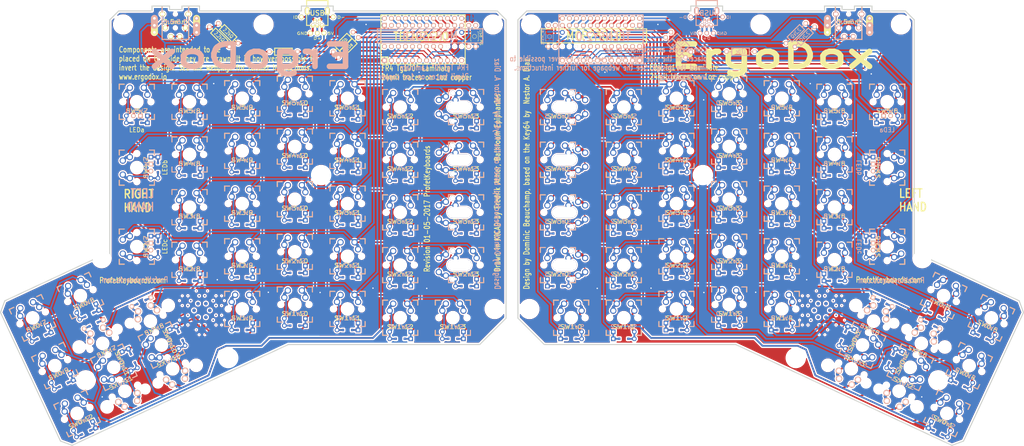
<source format=kicad_pcb>
(kicad_pcb (version 20171130) (host pcbnew "(5.1.9)-1")
  (layers (0 Front signal) (31 Back signal) (34 B.Paste user) (35 F.Paste user) (36 B.SilkS user) (37 F.SilkS user) (38 B.Mask user) (39 F.Mask user) (44 Edge.Cuts user))
  (net 0 "")
  (net 1 /COL0)
  (net 2 /COL1)
  (net 3 /COL10)
  (net 4 /COL11)
  (net 5 /COL4)
  (net 6 /COL5)
  (net 7 /COL6)
  (net 8 /LED_A)
  (net 9 /LED_B)
  (net 10 /LED_C)
  (net 11 /ROW0)
  (net 12 /ROW1)
  (net 13 /ROW2)
  (net 14 /ROW3)
  (net 15 /ROW4)
  (net 16 /ROW5)
  (net 17 /SCLM)
  (net 18 /SDAM)
  (net 19 GND)
  (net 20 VCC)
  (net 21 "Net-(D1:7-Pad1)")
  (net 22 "Net-(D1:8-Pad1)")
  (net 23 "Net-(J1-Pad1)")
  (net 24 "Net-(J1-Pad2)")
  (net 25 "Net-(J1-Pad3)")
  (net 26 "Net-(J1-Pad4)")
  (net 27 "Net-(J1-Pad5)")
  (net 28 "Net-(LED_A1-Pad1)")
  (net 29 "Net-(LED_B1-Pad1)")
  (net 30 "Net-(LED_C1-Pad1)")
  (net 31 "Net-(SW0:7-Pad2)")
  (net 32 "Net-(SW0:8-Pad2)")
  (net 33 "Net-(SW0:9-Pad2)")
  (net 34 "Net-(SW0:10-Pad2)")
  (net 35 "Net-(SW0:11-Pad2)")
  (net 36 "Net-(SW0:12-Pad2)")
  (net 37 "Net-(SW1:9-Pad2)")
  (net 38 "Net-(SW1:10-Pad2)")
  (net 39 "Net-(SW1:11-Pad2)")
  (net 40 "Net-(SW1:12-Pad2)")
  (net 41 "Net-(SW1:13-Pad2)")
  (net 42 "Net-(SW2:7-Pad2)")
  (net 43 "Net-(SW2:8-Pad2)")
  (net 44 "Net-(SW2:9-Pad2)")
  (net 45 "Net-(SW2:10-Pad2)")
  (net 46 "Net-(SW2:11-Pad2)")
  (net 47 "Net-(SW2:12-Pad2)")
  (net 48 "Net-(SW2:13-Pad2)")
  (net 49 "Net-(SW3:8-Pad2)")
  (net 50 "Net-(SW3:9-Pad2)")
  (net 51 "Net-(SW3:10-Pad2)")
  (net 52 "Net-(SW3:11-Pad2)")
  (net 53 "Net-(SW3:12-Pad2)")
  (net 54 "Net-(SW3:13-Pad2)")
  (net 55 "Net-(SW4:7-Pad2)")
  (net 56 "Net-(SW4:8-Pad2)")
  (net 57 "Net-(SW4:9-Pad2)")
  (net 58 "Net-(SW4:10-Pad2)")
  (net 59 "Net-(SW4:11-Pad2)")
  (net 60 "Net-(SW4:12-Pad2)")
  (net 61 "Net-(SW4:13-Pad2)")
  (net 62 "Net-(SW5:7-Pad2)")
  (net 63 "Net-(SW5:8-Pad2)")
  (net 64 "Net-(SW5:9-Pad2)")
  (net 65 "Net-(SW5:10-Pad2)")
  (net 66 "Net-(SW5:11-Pad2)")
  (net 67 "Net-(SW5:12-Pad2)")
  (net 68 "Net-(SW5:13-Pad2)")
  (net 69 "Net-(U1-Pad12)")
  (net 70 "Net-(U1-Pad19)")
  (net 71 "Net-(U2-Pad14)")
  (net 72 "Net-(U2-Pad17)")
  (net 73 "Net-(U2-Pad18)")
  (net 74 "Net-(U2-Pad19)")
  (net 75 "Net-(U2-Pad27)")
  (net 76 "Net-(U2-Pad28)")
  (net 77 /RST)
  (module Buttons_Switches_SMD:SW_SPST_B3U-1000P (layer Back) (at 220.78365 41.704 270)
    (fp_text reference SW_RST1 (at 0 2.5 90) (layer B.SilkS) (effects (justify mirror)))
    (fp_text value SWITCH_PUSH)
    (pad 2 smd rect (at 1.7 0 270) (size 0.9 1.7) (layers Back B.Paste B.Mask) (net 19 GND))
    (pad 1 smd rect (at -1.7 0 270) (size 0.9 1.7) (layers Back B.Paste B.Mask) (net 77 /RST))
  )
  (module "ErgoDOX pcb:MX_FLIP_DIODE" (layer Back) (at 247.64365 105.35666 180)
    (fp_text reference SW3:12 (at 0 -3.302) (layer B.SilkS) (effects (font (size 1.524 1.778) (thickness 0.254)) (justify mirror)))
    (fp_text value SW3:1 (at 0 -3.302) (layer F.SilkS) (effects (font (size 1.524 1.778) (thickness 0.254))))
    (fp_line (start -3.81 -7.62) (end -1.6637 -7.62) (layer Front) (width 0.6096))
    (fp_line (start 1.6637 -7.62) (end 3.81 -7.62) (layer Front) (width 0.6096))
    (fp_line (start -3.81 -7.62) (end -1.6637 -7.62) (layer Back) (width 0.6096))
    (fp_line (start 1.6637 -7.62) (end 3.81 -7.62) (layer Back) (width 0.6096))
    (pad 1 thru_hole circle (at 2.54 5.08 180) (size 2.286 2.286) (drill 1.4986) (layers *.Cu *.Mask) (net 14 /ROW3))
    (pad 2 thru_hole circle (at -3.81 2.54 180) (size 2.286 2.286) (drill 1.4986) (layers *.Cu *.Mask) (net 53 "Net-(SW3:12-Pad2)"))
    (pad "" np_thru_hole circle (at 0 0 180) (size 3.9878 3.9878) (drill 3.9878) (layers *.Cu *.Mask))
    (pad "" np_thru_hole circle (at -5.08 0 180) (size 1.7018 1.7018) (drill 1.7018) (layers *.Cu *.Mask))
    (pad "" np_thru_hole circle (at 5.08 0 180) (size 1.7018 1.7018) (drill 1.7018) (layers *.Cu *.Mask))
    (pad 1 thru_hole circle (at 3.81 2.54 180) (size 2.286 2.286) (drill 1.4986) (layers *.Cu *.Mask) (net 14 /ROW3))
    (pad 2 thru_hole circle (at -2.54 5.08 180) (size 2.286 2.286) (drill 1.4986) (layers *.Cu *.Mask) (net 53 "Net-(SW3:12-Pad2)"))
    (pad 3 thru_hole circle (at -3.81 -5.08 180) (size 1.651 1.651) (drill 0.9906) (layers *.Cu *.Mask) (net 53 "Net-(SW3:12-Pad2)"))
    (pad 4 thru_hole rect (at 3.81 -5.08 180) (size 1.651 1.651) (drill 0.9906) (layers *.Cu *.Mask) (net 2 /COL1))
    (pad 3 thru_hole circle (at -3.81 -7.62 180) (size 1.651 1.651) (drill 0.9906) (layers *.Cu *.Mask) (net 53 "Net-(SW3:12-Pad2)"))
    (pad 4 thru_hole rect (at 3.81 -7.62 180) (size 1.651 1.651) (drill 0.9906) (layers *.Cu *.Mask) (net 2 /COL1))
    (pad 99 smd rect (at -1.6637 -7.62 180) (size 0.8382 0.8382) (layers Back B.Paste B.Mask))
    (pad 99 smd rect (at -1.6637 -7.62 180) (size 0.8382 0.8382) (layers Front F.Paste F.Mask))
    (pad 99 smd rect (at 1.6637 -7.62 180) (size 0.8382 0.8382) (layers Back B.Paste B.Mask))
    (pad 99 smd rect (at 1.6637 -7.62 180) (size 0.8382 0.8382) (layers Front F.Paste F.Mask))
  )
  (module "ErgoDOX pcb:MX_FLIP_DIODE" (layer Back) (at 342.89365 65.3542 180)
    (fp_text reference SW5:7 (at 0 -3.302) (layer B.SilkS) (effects (font (size 1.524 1.778) (thickness 0.254)) (justify mirror)))
    (fp_text value SW5:6 (at 0 -3.302) (layer F.SilkS) (effects (font (size 1.524 1.778) (thickness 0.254))))
    (fp_line (start -3.81 -7.62) (end -1.6637 -7.62) (layer Front) (width 0.6096))
    (fp_line (start 1.6637 -7.62) (end 3.81 -7.62) (layer Front) (width 0.6096))
    (fp_line (start -3.81 -7.62) (end -1.6637 -7.62) (layer Back) (width 0.6096))
    (fp_line (start 1.6637 -7.62) (end 3.81 -7.62) (layer Back) (width 0.6096))
    (pad 1 thru_hole circle (at 2.54 5.08 180) (size 2.286 2.286) (drill 1.4986) (layers *.Cu *.Mask) (net 16 /ROW5))
    (pad 2 thru_hole circle (at -3.81 2.54 180) (size 2.286 2.286) (drill 1.4986) (layers *.Cu *.Mask) (net 62 "Net-(SW5:7-Pad2)"))
    (pad "" np_thru_hole circle (at 0 0 180) (size 3.9878 3.9878) (drill 3.9878) (layers *.Cu *.Mask))
    (pad "" np_thru_hole circle (at -5.08 0 180) (size 1.7018 1.7018) (drill 1.7018) (layers *.Cu *.Mask))
    (pad "" np_thru_hole circle (at 5.08 0 180) (size 1.7018 1.7018) (drill 1.7018) (layers *.Cu *.Mask))
    (pad 1 thru_hole circle (at 3.81 2.54 180) (size 2.286 2.286) (drill 1.4986) (layers *.Cu *.Mask) (net 16 /ROW5))
    (pad 2 thru_hole circle (at -2.54 5.08 180) (size 2.286 2.286) (drill 1.4986) (layers *.Cu *.Mask) (net 62 "Net-(SW5:7-Pad2)"))
    (pad 3 thru_hole circle (at -3.81 -5.08 180) (size 1.651 1.651) (drill 0.9906) (layers *.Cu *.Mask) (net 62 "Net-(SW5:7-Pad2)"))
    (pad 4 thru_hole rect (at 3.81 -5.08 180) (size 1.651 1.651) (drill 0.9906) (layers *.Cu *.Mask) (net 7 /COL6))
    (pad 3 thru_hole circle (at -3.81 -7.62 180) (size 1.651 1.651) (drill 0.9906) (layers *.Cu *.Mask) (net 62 "Net-(SW5:7-Pad2)"))
    (pad 4 thru_hole rect (at 3.81 -7.62 180) (size 1.651 1.651) (drill 0.9906) (layers *.Cu *.Mask) (net 7 /COL6))
    (pad 99 smd rect (at -1.6637 -7.62 180) (size 0.8382 0.8382) (layers Back B.Paste B.Mask))
    (pad 99 smd rect (at -1.6637 -7.62 180) (size 0.8382 0.8382) (layers Front F.Paste F.Mask))
    (pad 99 smd rect (at 1.6637 -7.62 180) (size 0.8382 0.8382) (layers Back B.Paste B.Mask))
    (pad 99 smd rect (at 1.6637 -7.62 180) (size 0.8382 0.8382) (layers Front F.Paste F.Mask))
  )
  (module "ErgoDOX pcb:MX_FLIP_DIODE" (layer Back) (at 342.89365 89.16416 90)
    (fp_text reference SW4:7 (at 0 -3.302 270) (layer B.SilkS) (effects (font (size 1.524 1.778) (thickness 0.254)) (justify mirror)))
    (fp_text value SW4:6 (at 0 -3.302 270) (layer F.SilkS) (effects (font (size 1.524 1.778) (thickness 0.254))))
    (fp_line (start -3.81 -7.62) (end -1.6637 -7.62) (layer Front) (width 0.6096))
    (fp_line (start 1.6637 -7.62) (end 3.81 -7.62) (layer Front) (width 0.6096))
    (fp_line (start -3.81 -7.62) (end -1.6637 -7.62) (layer Back) (width 0.6096))
    (fp_line (start 1.6637 -7.62) (end 3.81 -7.62) (layer Back) (width 0.6096))
    (pad 1 thru_hole circle (at 2.54 5.08 90) (size 2.286 2.286) (drill 1.4986) (layers *.Cu *.Mask) (net 15 /ROW4))
    (pad 2 thru_hole circle (at -3.81 2.54 90) (size 2.286 2.286) (drill 1.4986) (layers *.Cu *.Mask) (net 55 "Net-(SW4:7-Pad2)"))
    (pad "" np_thru_hole circle (at 0 0 90) (size 3.9878 3.9878) (drill 3.9878) (layers *.Cu *.Mask))
    (pad "" np_thru_hole circle (at -5.08 0 90) (size 1.7018 1.7018) (drill 1.7018) (layers *.Cu *.Mask))
    (pad "" np_thru_hole circle (at 5.08 0 90) (size 1.7018 1.7018) (drill 1.7018) (layers *.Cu *.Mask))
    (pad 1 thru_hole circle (at 3.81 2.54 90) (size 2.286 2.286) (drill 1.4986) (layers *.Cu *.Mask) (net 15 /ROW4))
    (pad 2 thru_hole circle (at -2.54 5.08 90) (size 2.286 2.286) (drill 1.4986) (layers *.Cu *.Mask) (net 55 "Net-(SW4:7-Pad2)"))
    (pad 3 thru_hole circle (at -3.81 -5.08 90) (size 1.651 1.651) (drill 0.9906) (layers *.Cu *.Mask) (net 55 "Net-(SW4:7-Pad2)"))
    (pad 4 thru_hole rect (at 3.81 -5.08 90) (size 1.651 1.651) (drill 0.9906) (layers *.Cu *.Mask) (net 7 /COL6))
    (pad 3 thru_hole circle (at -3.81 -7.62 90) (size 1.651 1.651) (drill 0.9906) (layers *.Cu *.Mask) (net 55 "Net-(SW4:7-Pad2)"))
    (pad 4 thru_hole rect (at 3.81 -7.62 90) (size 1.651 1.651) (drill 0.9906) (layers *.Cu *.Mask) (net 7 /COL6))
    (pad 99 smd rect (at -1.6637 -7.62 90) (size 0.8382 0.8382) (layers Back B.Paste B.Mask))
    (pad 99 smd rect (at -1.6637 -7.62 90) (size 0.8382 0.8382) (layers Front F.Paste F.Mask))
    (pad 99 smd rect (at 1.6637 -7.62 90) (size 0.8382 0.8382) (layers Back B.Paste B.Mask))
    (pad 99 smd rect (at 1.6637 -7.62 90) (size 0.8382 0.8382) (layers Front F.Paste F.Mask))
  )
  (module "ErgoDOX pcb:MX_FLIP_DIODE" (layer Back) (at 363.32033 135.47344 155)
    (fp_text reference SW0:8 (at 0.000001 -3.302 335) (layer B.SilkS) (effects (font (size 1.524 1.778) (thickness 0.254)) (justify mirror)))
    (fp_text value SW0:5 (at 0.000001 -3.302 335) (layer F.SilkS) (effects (font (size 1.524 1.778) (thickness 0.254))))
    (fp_line (start -3.81 -7.62) (end -1.6637 -7.62) (layer Front) (width 0.6096))
    (fp_line (start 1.6637 -7.62) (end 3.81 -7.62) (layer Front) (width 0.6096))
    (fp_line (start -3.81 -7.62) (end -1.6637 -7.62) (layer Back) (width 0.6096))
    (fp_line (start 1.6637 -7.62) (end 3.81 -7.62) (layer Back) (width 0.6096))
    (pad 1 thru_hole circle (at 2.54 5.08 155) (size 2.286 2.286) (drill 1.4986) (layers *.Cu *.Mask) (net 11 /ROW0))
    (pad 2 thru_hole circle (at -3.81 2.54 155) (size 2.286 2.286) (drill 1.4986) (layers *.Cu *.Mask) (net 32 "Net-(SW0:8-Pad2)"))
    (pad "" np_thru_hole circle (at 0 0 155) (size 3.9878 3.9878) (drill 3.9878) (layers *.Cu *.Mask))
    (pad "" np_thru_hole circle (at -5.08 0 155) (size 1.7018 1.7018) (drill 1.7018) (layers *.Cu *.Mask))
    (pad "" np_thru_hole circle (at 5.08 0 155) (size 1.7018 1.7018) (drill 1.7018) (layers *.Cu *.Mask))
    (pad 1 thru_hole circle (at 3.81 2.54 155) (size 2.286 2.286) (drill 1.4986) (layers *.Cu *.Mask) (net 11 /ROW0))
    (pad 2 thru_hole circle (at -2.54 5.08 155) (size 2.286 2.286) (drill 1.4986) (layers *.Cu *.Mask) (net 32 "Net-(SW0:8-Pad2)"))
    (pad 3 thru_hole circle (at -3.81 -5.08 155) (size 1.651 1.651) (drill 0.9906) (layers *.Cu *.Mask) (net 32 "Net-(SW0:8-Pad2)"))
    (pad 4 thru_hole rect (at 3.81 -5.08 155) (size 1.651 1.651) (drill 0.9906) (layers *.Cu *.Mask) (net 6 /COL5))
    (pad 3 thru_hole circle (at -3.81 -7.62 155) (size 1.651 1.651) (drill 0.9906) (layers *.Cu *.Mask) (net 32 "Net-(SW0:8-Pad2)"))
    (pad 4 thru_hole rect (at 3.81 -7.62 155) (size 1.651 1.651) (drill 0.9906) (layers *.Cu *.Mask) (net 6 /COL5))
    (pad 99 smd rect (at -1.6637 -7.62 155) (size 0.8382 0.8382) (layers Back B.Paste B.Mask))
    (pad 99 smd rect (at -1.6637 -7.62 155) (size 0.8382 0.8382) (layers Front F.Paste F.Mask))
    (pad 99 smd rect (at 1.6637 -7.62 155) (size 0.8382 0.8382) (layers Back B.Paste B.Mask))
    (pad 99 smd rect (at 1.6637 -7.62 155) (size 0.8382 0.8382) (layers Front F.Paste F.Mask))
  )
  (module "ErgoDOX pcb:MX_FLIP_DIODE" (layer Back) (at 285.74365 100.584 180)
    (fp_text reference SW3:10 (at 0 -3.302) (layer B.SilkS) (effects (font (size 1.524 1.778) (thickness 0.254)) (justify mirror)))
    (fp_text value SW3:3 (at 0 -3.302) (layer F.SilkS) (effects (font (size 1.524 1.778) (thickness 0.254))))
    (fp_line (start -3.81 -7.62) (end -1.6637 -7.62) (layer Front) (width 0.6096))
    (fp_line (start 1.6637 -7.62) (end 3.81 -7.62) (layer Front) (width 0.6096))
    (fp_line (start -3.81 -7.62) (end -1.6637 -7.62) (layer Back) (width 0.6096))
    (fp_line (start 1.6637 -7.62) (end 3.81 -7.62) (layer Back) (width 0.6096))
    (pad 1 thru_hole circle (at 2.54 5.08 180) (size 2.286 2.286) (drill 1.4986) (layers *.Cu *.Mask) (net 14 /ROW3))
    (pad 2 thru_hole circle (at -3.81 2.54 180) (size 2.286 2.286) (drill 1.4986) (layers *.Cu *.Mask) (net 51 "Net-(SW3:10-Pad2)"))
    (pad "" np_thru_hole circle (at 0 0 180) (size 3.9878 3.9878) (drill 3.9878) (layers *.Cu *.Mask))
    (pad "" np_thru_hole circle (at -5.08 0 180) (size 1.7018 1.7018) (drill 1.7018) (layers *.Cu *.Mask))
    (pad "" np_thru_hole circle (at 5.08 0 180) (size 1.7018 1.7018) (drill 1.7018) (layers *.Cu *.Mask))
    (pad 1 thru_hole circle (at 3.81 2.54 180) (size 2.286 2.286) (drill 1.4986) (layers *.Cu *.Mask) (net 14 /ROW3))
    (pad 2 thru_hole circle (at -2.54 5.08 180) (size 2.286 2.286) (drill 1.4986) (layers *.Cu *.Mask) (net 51 "Net-(SW3:10-Pad2)"))
    (pad 3 thru_hole circle (at -3.81 -5.08 180) (size 1.651 1.651) (drill 0.9906) (layers *.Cu *.Mask) (net 51 "Net-(SW3:10-Pad2)"))
    (pad 4 thru_hole rect (at 3.81 -5.08 180) (size 1.651 1.651) (drill 0.9906) (layers *.Cu *.Mask) (net 3 /COL10))
    (pad 3 thru_hole circle (at -3.81 -7.62 180) (size 1.651 1.651) (drill 0.9906) (layers *.Cu *.Mask) (net 51 "Net-(SW3:10-Pad2)"))
    (pad 4 thru_hole rect (at 3.81 -7.62 180) (size 1.651 1.651) (drill 0.9906) (layers *.Cu *.Mask) (net 3 /COL10))
    (pad 99 smd rect (at -1.6637 -7.62 180) (size 0.8382 0.8382) (layers Back B.Paste B.Mask))
    (pad 99 smd rect (at -1.6637 -7.62 180) (size 0.8382 0.8382) (layers Front F.Paste F.Mask))
    (pad 99 smd rect (at 1.6637 -7.62 180) (size 0.8382 0.8382) (layers Back B.Paste B.Mask))
    (pad 99 smd rect (at 1.6637 -7.62 180) (size 0.8382 0.8382) (layers Front F.Paste F.Mask))
  )
  (module "ErgoDOX pcb:MX_FLIP_DIODE" (layer Back) (at 247.64365 67.2592 180)
    (fp_text reference SW5:12 (at 0 -3.302) (layer B.SilkS) (effects (font (size 1.524 1.778) (thickness 0.254)) (justify mirror)))
    (fp_text value SW5:1 (at 0 -3.302) (layer F.SilkS) (effects (font (size 1.524 1.778) (thickness 0.254))))
    (fp_line (start -3.81 -7.62) (end -1.6637 -7.62) (layer Front) (width 0.6096))
    (fp_line (start 1.6637 -7.62) (end 3.81 -7.62) (layer Front) (width 0.6096))
    (fp_line (start -3.81 -7.62) (end -1.6637 -7.62) (layer Back) (width 0.6096))
    (fp_line (start 1.6637 -7.62) (end 3.81 -7.62) (layer Back) (width 0.6096))
    (pad 1 thru_hole circle (at 2.54 5.08 180) (size 2.286 2.286) (drill 1.4986) (layers *.Cu *.Mask) (net 16 /ROW5))
    (pad 2 thru_hole circle (at -3.81 2.54 180) (size 2.286 2.286) (drill 1.4986) (layers *.Cu *.Mask) (net 67 "Net-(SW5:12-Pad2)"))
    (pad "" np_thru_hole circle (at 0 0 180) (size 3.9878 3.9878) (drill 3.9878) (layers *.Cu *.Mask))
    (pad "" np_thru_hole circle (at -5.08 0 180) (size 1.7018 1.7018) (drill 1.7018) (layers *.Cu *.Mask))
    (pad "" np_thru_hole circle (at 5.08 0 180) (size 1.7018 1.7018) (drill 1.7018) (layers *.Cu *.Mask))
    (pad 1 thru_hole circle (at 3.81 2.54 180) (size 2.286 2.286) (drill 1.4986) (layers *.Cu *.Mask) (net 16 /ROW5))
    (pad 2 thru_hole circle (at -2.54 5.08 180) (size 2.286 2.286) (drill 1.4986) (layers *.Cu *.Mask) (net 67 "Net-(SW5:12-Pad2)"))
    (pad 3 thru_hole circle (at -3.81 -5.08 180) (size 1.651 1.651) (drill 0.9906) (layers *.Cu *.Mask) (net 67 "Net-(SW5:12-Pad2)"))
    (pad 4 thru_hole rect (at 3.81 -5.08 180) (size 1.651 1.651) (drill 0.9906) (layers *.Cu *.Mask) (net 2 /COL1))
    (pad 3 thru_hole circle (at -3.81 -7.62 180) (size 1.651 1.651) (drill 0.9906) (layers *.Cu *.Mask) (net 67 "Net-(SW5:12-Pad2)"))
    (pad 4 thru_hole rect (at 3.81 -7.62 180) (size 1.651 1.651) (drill 0.9906) (layers *.Cu *.Mask) (net 2 /COL1))
    (pad 99 smd rect (at -1.6637 -7.62 180) (size 0.8382 0.8382) (layers Back B.Paste B.Mask))
    (pad 99 smd rect (at -1.6637 -7.62 180) (size 0.8382 0.8382) (layers Front F.Paste F.Mask))
    (pad 99 smd rect (at 1.6637 -7.62 180) (size 0.8382 0.8382) (layers Back B.Paste B.Mask))
    (pad 99 smd rect (at 1.6637 -7.62 180) (size 0.8382 0.8382) (layers Front F.Paste F.Mask))
  )
  (module "ErgoDOX pcb:MX_FLIP_DIODE" (layer Back) (at 285.74365 81.534 180)
    (fp_text reference SW4:10 (at 0 -3.302) (layer B.SilkS) (effects (font (size 1.524 1.778) (thickness 0.254)) (justify mirror)))
    (fp_text value SW4:3 (at 0 -3.302) (layer F.SilkS) (effects (font (size 1.524 1.778) (thickness 0.254))))
    (fp_line (start -3.81 -7.62) (end -1.6637 -7.62) (layer Front) (width 0.6096))
    (fp_line (start 1.6637 -7.62) (end 3.81 -7.62) (layer Front) (width 0.6096))
    (fp_line (start -3.81 -7.62) (end -1.6637 -7.62) (layer Back) (width 0.6096))
    (fp_line (start 1.6637 -7.62) (end 3.81 -7.62) (layer Back) (width 0.6096))
    (pad 1 thru_hole circle (at 2.54 5.08 180) (size 2.286 2.286) (drill 1.4986) (layers *.Cu *.Mask) (net 15 /ROW4))
    (pad 2 thru_hole circle (at -3.81 2.54 180) (size 2.286 2.286) (drill 1.4986) (layers *.Cu *.Mask) (net 58 "Net-(SW4:10-Pad2)"))
    (pad "" np_thru_hole circle (at 0 0 180) (size 3.9878 3.9878) (drill 3.9878) (layers *.Cu *.Mask))
    (pad "" np_thru_hole circle (at -5.08 0 180) (size 1.7018 1.7018) (drill 1.7018) (layers *.Cu *.Mask))
    (pad "" np_thru_hole circle (at 5.08 0 180) (size 1.7018 1.7018) (drill 1.7018) (layers *.Cu *.Mask))
    (pad 1 thru_hole circle (at 3.81 2.54 180) (size 2.286 2.286) (drill 1.4986) (layers *.Cu *.Mask) (net 15 /ROW4))
    (pad 2 thru_hole circle (at -2.54 5.08 180) (size 2.286 2.286) (drill 1.4986) (layers *.Cu *.Mask) (net 58 "Net-(SW4:10-Pad2)"))
    (pad 3 thru_hole circle (at -3.81 -5.08 180) (size 1.651 1.651) (drill 0.9906) (layers *.Cu *.Mask) (net 58 "Net-(SW4:10-Pad2)"))
    (pad 4 thru_hole rect (at 3.81 -5.08 180) (size 1.651 1.651) (drill 0.9906) (layers *.Cu *.Mask) (net 3 /COL10))
    (pad 3 thru_hole circle (at -3.81 -7.62 180) (size 1.651 1.651) (drill 0.9906) (layers *.Cu *.Mask) (net 58 "Net-(SW4:10-Pad2)"))
    (pad 4 thru_hole rect (at 3.81 -7.62 180) (size 1.651 1.651) (drill 0.9906) (layers *.Cu *.Mask) (net 3 /COL10))
    (pad 99 smd rect (at -1.6637 -7.62 180) (size 0.8382 0.8382) (layers Back B.Paste B.Mask))
    (pad 99 smd rect (at -1.6637 -7.62 180) (size 0.8382 0.8382) (layers Front F.Paste F.Mask))
    (pad 99 smd rect (at 1.6637 -7.62 180) (size 0.8382 0.8382) (layers Back B.Paste B.Mask))
    (pad 99 smd rect (at 1.6637 -7.62 180) (size 0.8382 0.8382) (layers Front F.Paste F.Mask))
  )
  (module "ErgoDOX pcb:MX_FLIP_DIODE" (layer Back) (at 285.74365 62.484 180)
    (fp_text reference SW5:10 (at 0 -3.302) (layer B.SilkS) (effects (font (size 1.524 1.778) (thickness 0.254)) (justify mirror)))
    (fp_text value SW5:3 (at 0 -3.302) (layer F.SilkS) (effects (font (size 1.524 1.778) (thickness 0.254))))
    (fp_line (start -3.81 -7.62) (end -1.6637 -7.62) (layer Front) (width 0.6096))
    (fp_line (start 1.6637 -7.62) (end 3.81 -7.62) (layer Front) (width 0.6096))
    (fp_line (start -3.81 -7.62) (end -1.6637 -7.62) (layer Back) (width 0.6096))
    (fp_line (start 1.6637 -7.62) (end 3.81 -7.62) (layer Back) (width 0.6096))
    (pad 1 thru_hole circle (at 2.54 5.08 180) (size 2.286 2.286) (drill 1.4986) (layers *.Cu *.Mask) (net 16 /ROW5))
    (pad 2 thru_hole circle (at -3.81 2.54 180) (size 2.286 2.286) (drill 1.4986) (layers *.Cu *.Mask) (net 65 "Net-(SW5:10-Pad2)"))
    (pad "" np_thru_hole circle (at 0 0 180) (size 3.9878 3.9878) (drill 3.9878) (layers *.Cu *.Mask))
    (pad "" np_thru_hole circle (at -5.08 0 180) (size 1.7018 1.7018) (drill 1.7018) (layers *.Cu *.Mask))
    (pad "" np_thru_hole circle (at 5.08 0 180) (size 1.7018 1.7018) (drill 1.7018) (layers *.Cu *.Mask))
    (pad 1 thru_hole circle (at 3.81 2.54 180) (size 2.286 2.286) (drill 1.4986) (layers *.Cu *.Mask) (net 16 /ROW5))
    (pad 2 thru_hole circle (at -2.54 5.08 180) (size 2.286 2.286) (drill 1.4986) (layers *.Cu *.Mask) (net 65 "Net-(SW5:10-Pad2)"))
    (pad 3 thru_hole circle (at -3.81 -5.08 180) (size 1.651 1.651) (drill 0.9906) (layers *.Cu *.Mask) (net 65 "Net-(SW5:10-Pad2)"))
    (pad 4 thru_hole rect (at 3.81 -5.08 180) (size 1.651 1.651) (drill 0.9906) (layers *.Cu *.Mask) (net 3 /COL10))
    (pad 3 thru_hole circle (at -3.81 -7.62 180) (size 1.651 1.651) (drill 0.9906) (layers *.Cu *.Mask) (net 65 "Net-(SW5:10-Pad2)"))
    (pad 4 thru_hole rect (at 3.81 -7.62 180) (size 1.651 1.651) (drill 0.9906) (layers *.Cu *.Mask) (net 3 /COL10))
    (pad 99 smd rect (at -1.6637 -7.62 180) (size 0.8382 0.8382) (layers Back B.Paste B.Mask))
    (pad 99 smd rect (at -1.6637 -7.62 180) (size 0.8382 0.8382) (layers Front F.Paste F.Mask))
    (pad 99 smd rect (at 1.6637 -7.62 180) (size 0.8382 0.8382) (layers Back B.Paste B.Mask))
    (pad 99 smd rect (at 1.6637 -7.62 180) (size 0.8382 0.8382) (layers Front F.Paste F.Mask))
  )
  (module "ErgoDOX pcb:MX_FLIP_DIODE" (layer Back) (at 342.89365 117.73916 90)
    (fp_text reference SW2:7 (at 0 -3.302 270) (layer B.SilkS) (effects (font (size 1.524 1.778) (thickness 0.254)) (justify mirror)))
    (fp_text value SW2:6 (at 0 -3.302 270) (layer F.SilkS) (effects (font (size 1.524 1.778) (thickness 0.254))))
    (fp_line (start -3.81 -7.62) (end -1.6637 -7.62) (layer Front) (width 0.6096))
    (fp_line (start 1.6637 -7.62) (end 3.81 -7.62) (layer Front) (width 0.6096))
    (fp_line (start -3.81 -7.62) (end -1.6637 -7.62) (layer Back) (width 0.6096))
    (fp_line (start 1.6637 -7.62) (end 3.81 -7.62) (layer Back) (width 0.6096))
    (pad 1 thru_hole circle (at 2.54 5.08 90) (size 2.286 2.286) (drill 1.4986) (layers *.Cu *.Mask) (net 13 /ROW2))
    (pad 2 thru_hole circle (at -3.81 2.54 90) (size 2.286 2.286) (drill 1.4986) (layers *.Cu *.Mask) (net 42 "Net-(SW2:7-Pad2)"))
    (pad "" np_thru_hole circle (at 0 0 90) (size 3.9878 3.9878) (drill 3.9878) (layers *.Cu *.Mask))
    (pad "" np_thru_hole circle (at -5.08 0 90) (size 1.7018 1.7018) (drill 1.7018) (layers *.Cu *.Mask))
    (pad "" np_thru_hole circle (at 5.08 0 90) (size 1.7018 1.7018) (drill 1.7018) (layers *.Cu *.Mask))
    (pad 1 thru_hole circle (at 3.81 2.54 90) (size 2.286 2.286) (drill 1.4986) (layers *.Cu *.Mask) (net 13 /ROW2))
    (pad 2 thru_hole circle (at -2.54 5.08 90) (size 2.286 2.286) (drill 1.4986) (layers *.Cu *.Mask) (net 42 "Net-(SW2:7-Pad2)"))
    (pad 3 thru_hole circle (at -3.81 -5.08 90) (size 1.651 1.651) (drill 0.9906) (layers *.Cu *.Mask) (net 42 "Net-(SW2:7-Pad2)"))
    (pad 4 thru_hole rect (at 3.81 -5.08 90) (size 1.651 1.651) (drill 0.9906) (layers *.Cu *.Mask) (net 7 /COL6))
    (pad 3 thru_hole circle (at -3.81 -7.62 90) (size 1.651 1.651) (drill 0.9906) (layers *.Cu *.Mask) (net 42 "Net-(SW2:7-Pad2)"))
    (pad 4 thru_hole rect (at 3.81 -7.62 90) (size 1.651 1.651) (drill 0.9906) (layers *.Cu *.Mask) (net 7 /COL6))
    (pad 99 smd rect (at -1.6637 -7.62 90) (size 0.8382 0.8382) (layers Back B.Paste B.Mask))
    (pad 99 smd rect (at -1.6637 -7.62 90) (size 0.8382 0.8382) (layers Front F.Paste F.Mask))
    (pad 99 smd rect (at 1.6637 -7.62 90) (size 0.8382 0.8382) (layers Back B.Paste B.Mask))
    (pad 99 smd rect (at 1.6637 -7.62 90) (size 0.8382 0.8382) (layers Front F.Paste F.Mask))
  )
  (module "ErgoDOX pcb:MX_FLIP_DIODE" (layer Back) (at 228.59365 143.45666 180)
    (fp_text reference SW1:13 (at 0 -3.302) (layer B.SilkS) (effects (font (size 1.524 1.778) (thickness 0.254)) (justify mirror)))
    (fp_text value SW1:0 (at 0 -3.302) (layer F.SilkS) (effects (font (size 1.524 1.778) (thickness 0.254))))
    (fp_line (start -3.81 -7.62) (end -1.6637 -7.62) (layer Front) (width 0.6096))
    (fp_line (start 1.6637 -7.62) (end 3.81 -7.62) (layer Front) (width 0.6096))
    (fp_line (start -3.81 -7.62) (end -1.6637 -7.62) (layer Back) (width 0.6096))
    (fp_line (start 1.6637 -7.62) (end 3.81 -7.62) (layer Back) (width 0.6096))
    (pad 1 thru_hole circle (at 2.54 5.08 180) (size 2.286 2.286) (drill 1.4986) (layers *.Cu *.Mask) (net 12 /ROW1))
    (pad 2 thru_hole circle (at -3.81 2.54 180) (size 2.286 2.286) (drill 1.4986) (layers *.Cu *.Mask) (net 41 "Net-(SW1:13-Pad2)"))
    (pad "" np_thru_hole circle (at 0 0 180) (size 3.9878 3.9878) (drill 3.9878) (layers *.Cu *.Mask))
    (pad "" np_thru_hole circle (at -5.08 0 180) (size 1.7018 1.7018) (drill 1.7018) (layers *.Cu *.Mask))
    (pad "" np_thru_hole circle (at 5.08 0 180) (size 1.7018 1.7018) (drill 1.7018) (layers *.Cu *.Mask))
    (pad 1 thru_hole circle (at 3.81 2.54 180) (size 2.286 2.286) (drill 1.4986) (layers *.Cu *.Mask) (net 12 /ROW1))
    (pad 2 thru_hole circle (at -2.54 5.08 180) (size 2.286 2.286) (drill 1.4986) (layers *.Cu *.Mask) (net 41 "Net-(SW1:13-Pad2)"))
    (pad 3 thru_hole circle (at -3.81 -5.08 180) (size 1.651 1.651) (drill 0.9906) (layers *.Cu *.Mask) (net 41 "Net-(SW1:13-Pad2)"))
    (pad 4 thru_hole rect (at 3.81 -5.08 180) (size 1.651 1.651) (drill 0.9906) (layers *.Cu *.Mask) (net 1 /COL0))
    (pad 3 thru_hole circle (at -3.81 -7.62 180) (size 1.651 1.651) (drill 0.9906) (layers *.Cu *.Mask) (net 41 "Net-(SW1:13-Pad2)"))
    (pad 4 thru_hole rect (at 3.81 -7.62 180) (size 1.651 1.651) (drill 0.9906) (layers *.Cu *.Mask) (net 1 /COL0))
    (pad 99 smd rect (at -1.6637 -7.62 180) (size 0.8382 0.8382) (layers Back B.Paste B.Mask))
    (pad 99 smd rect (at -1.6637 -7.62 180) (size 0.8382 0.8382) (layers Front F.Paste F.Mask))
    (pad 99 smd rect (at 1.6637 -7.62 180) (size 0.8382 0.8382) (layers Back B.Paste B.Mask))
    (pad 99 smd rect (at 1.6637 -7.62 180) (size 0.8382 0.8382) (layers Front F.Paste F.Mask))
  )
  (module "ErgoDOX pcb:MX_FLIP_DIODE" (layer Back) (at 323.84365 84.40166 180)
    (fp_text reference SW4:8 (at 0 -3.302) (layer B.SilkS) (effects (font (size 1.524 1.778) (thickness 0.254)) (justify mirror)))
    (fp_text value SW4:5 (at 0 -3.302) (layer F.SilkS) (effects (font (size 1.524 1.778) (thickness 0.254))))
    (fp_line (start -3.81 -7.62) (end -1.6637 -7.62) (layer Front) (width 0.6096))
    (fp_line (start 1.6637 -7.62) (end 3.81 -7.62) (layer Front) (width 0.6096))
    (fp_line (start -3.81 -7.62) (end -1.6637 -7.62) (layer Back) (width 0.6096))
    (fp_line (start 1.6637 -7.62) (end 3.81 -7.62) (layer Back) (width 0.6096))
    (pad 1 thru_hole circle (at 2.54 5.08 180) (size 2.286 2.286) (drill 1.4986) (layers *.Cu *.Mask) (net 15 /ROW4))
    (pad 2 thru_hole circle (at -3.81 2.54 180) (size 2.286 2.286) (drill 1.4986) (layers *.Cu *.Mask) (net 56 "Net-(SW4:8-Pad2)"))
    (pad "" np_thru_hole circle (at 0 0 180) (size 3.9878 3.9878) (drill 3.9878) (layers *.Cu *.Mask))
    (pad "" np_thru_hole circle (at -5.08 0 180) (size 1.7018 1.7018) (drill 1.7018) (layers *.Cu *.Mask))
    (pad "" np_thru_hole circle (at 5.08 0 180) (size 1.7018 1.7018) (drill 1.7018) (layers *.Cu *.Mask))
    (pad 1 thru_hole circle (at 3.81 2.54 180) (size 2.286 2.286) (drill 1.4986) (layers *.Cu *.Mask) (net 15 /ROW4))
    (pad 2 thru_hole circle (at -2.54 5.08 180) (size 2.286 2.286) (drill 1.4986) (layers *.Cu *.Mask) (net 56 "Net-(SW4:8-Pad2)"))
    (pad 3 thru_hole circle (at -3.81 -5.08 180) (size 1.651 1.651) (drill 0.9906) (layers *.Cu *.Mask) (net 56 "Net-(SW4:8-Pad2)"))
    (pad 4 thru_hole rect (at 3.81 -5.08 180) (size 1.651 1.651) (drill 0.9906) (layers *.Cu *.Mask) (net 6 /COL5))
    (pad 3 thru_hole circle (at -3.81 -7.62 180) (size 1.651 1.651) (drill 0.9906) (layers *.Cu *.Mask) (net 56 "Net-(SW4:8-Pad2)"))
    (pad 4 thru_hole rect (at 3.81 -7.62 180) (size 1.651 1.651) (drill 0.9906) (layers *.Cu *.Mask) (net 6 /COL5))
    (pad 99 smd rect (at -1.6637 -7.62 180) (size 0.8382 0.8382) (layers Back B.Paste B.Mask))
    (pad 99 smd rect (at -1.6637 -7.62 180) (size 0.8382 0.8382) (layers Front F.Paste F.Mask))
    (pad 99 smd rect (at 1.6637 -7.62 180) (size 0.8382 0.8382) (layers Back B.Paste B.Mask))
    (pad 99 smd rect (at 1.6637 -7.62 180) (size 0.8382 0.8382) (layers Front F.Paste F.Mask))
  )
  (module "ErgoDOX pcb:MX_FLIP_DIODE" (layer Back) (at 372.53545 160.78708 155)
    (fp_text reference SW0:9 (at 0.000001 -3.302 335) (layer B.SilkS) (effects (font (size 1.524 1.778) (thickness 0.254)) (justify mirror)))
    (fp_text value SW0:4 (at 0.000001 -3.302 335) (layer F.SilkS) (effects (font (size 1.524 1.778) (thickness 0.254))))
    (fp_line (start -3.81 -7.62) (end -1.6637 -7.62) (layer Front) (width 0.6096))
    (fp_line (start 1.6637 -7.62) (end 3.81 -7.62) (layer Front) (width 0.6096))
    (fp_line (start -3.81 -7.62) (end -1.6637 -7.62) (layer Back) (width 0.6096))
    (fp_line (start 1.6637 -7.62) (end 3.81 -7.62) (layer Back) (width 0.6096))
    (pad 1 thru_hole circle (at 2.54 5.08 155) (size 2.286 2.286) (drill 1.4986) (layers *.Cu *.Mask) (net 11 /ROW0))
    (pad 2 thru_hole circle (at -3.81 2.54 155) (size 2.286 2.286) (drill 1.4986) (layers *.Cu *.Mask) (net 33 "Net-(SW0:9-Pad2)"))
    (pad "" np_thru_hole circle (at 0 0 155) (size 3.9878 3.9878) (drill 3.9878) (layers *.Cu *.Mask))
    (pad "" np_thru_hole circle (at -5.08 0 155) (size 1.7018 1.7018) (drill 1.7018) (layers *.Cu *.Mask))
    (pad "" np_thru_hole circle (at 5.08 0 155) (size 1.7018 1.7018) (drill 1.7018) (layers *.Cu *.Mask))
    (pad 1 thru_hole circle (at 3.81 2.54 155) (size 2.286 2.286) (drill 1.4986) (layers *.Cu *.Mask) (net 11 /ROW0))
    (pad 2 thru_hole circle (at -2.54 5.08 155) (size 2.286 2.286) (drill 1.4986) (layers *.Cu *.Mask) (net 33 "Net-(SW0:9-Pad2)"))
    (pad 3 thru_hole circle (at -3.81 -5.08 155) (size 1.651 1.651) (drill 0.9906) (layers *.Cu *.Mask) (net 33 "Net-(SW0:9-Pad2)"))
    (pad 4 thru_hole rect (at 3.81 -5.08 155) (size 1.651 1.651) (drill 0.9906) (layers *.Cu *.Mask) (net 5 /COL4))
    (pad 3 thru_hole circle (at -3.81 -7.62 155) (size 1.651 1.651) (drill 0.9906) (layers *.Cu *.Mask) (net 33 "Net-(SW0:9-Pad2)"))
    (pad 4 thru_hole rect (at 3.81 -7.62 155) (size 1.651 1.651) (drill 0.9906) (layers *.Cu *.Mask) (net 5 /COL4))
    (pad 99 smd rect (at -1.6637 -7.62 155) (size 0.8382 0.8382) (layers Back B.Paste B.Mask))
    (pad 99 smd rect (at -1.6637 -7.62 155) (size 0.8382 0.8382) (layers Front F.Paste F.Mask))
    (pad 99 smd rect (at 1.6637 -7.62 155) (size 0.8382 0.8382) (layers Back B.Paste B.Mask))
    (pad 99 smd rect (at 1.6637 -7.62 155) (size 0.8382 0.8382) (layers Front F.Paste F.Mask))
  )
  (module "ErgoDOX pcb:MX_FLIP_DIODE" (layer Back) (at 364.48365 178.054 155)
    (fp_text reference SW0:12 (at 0.000001 -3.302 335) (layer B.SilkS) (effects (font (size 1.524 1.778) (thickness 0.254)) (justify mirror)))
    (fp_text value SW0:1 (at 0.000001 -3.302 335) (layer F.SilkS) (effects (font (size 1.524 1.778) (thickness 0.254))))
    (fp_line (start -3.81 -7.62) (end -1.6637 -7.62) (layer Front) (width 0.6096))
    (fp_line (start 1.6637 -7.62) (end 3.81 -7.62) (layer Front) (width 0.6096))
    (fp_line (start -3.81 -7.62) (end -1.6637 -7.62) (layer Back) (width 0.6096))
    (fp_line (start 1.6637 -7.62) (end 3.81 -7.62) (layer Back) (width 0.6096))
    (pad 1 thru_hole circle (at 2.54 5.08 155) (size 2.286 2.286) (drill 1.4986) (layers *.Cu *.Mask) (net 11 /ROW0))
    (pad 2 thru_hole circle (at -3.81 2.54 155) (size 2.286 2.286) (drill 1.4986) (layers *.Cu *.Mask) (net 36 "Net-(SW0:12-Pad2)"))
    (pad "" np_thru_hole circle (at 0 0 155) (size 3.9878 3.9878) (drill 3.9878) (layers *.Cu *.Mask))
    (pad "" np_thru_hole circle (at -5.08 0 155) (size 1.7018 1.7018) (drill 1.7018) (layers *.Cu *.Mask))
    (pad "" np_thru_hole circle (at 5.08 0 155) (size 1.7018 1.7018) (drill 1.7018) (layers *.Cu *.Mask))
    (pad 1 thru_hole circle (at 3.81 2.54 155) (size 2.286 2.286) (drill 1.4986) (layers *.Cu *.Mask) (net 11 /ROW0))
    (pad 2 thru_hole circle (at -2.54 5.08 155) (size 2.286 2.286) (drill 1.4986) (layers *.Cu *.Mask) (net 36 "Net-(SW0:12-Pad2)"))
    (pad 3 thru_hole circle (at -3.81 -5.08 155) (size 1.651 1.651) (drill 0.9906) (layers *.Cu *.Mask) (net 36 "Net-(SW0:12-Pad2)"))
    (pad 4 thru_hole rect (at 3.81 -5.08 155) (size 1.651 1.651) (drill 0.9906) (layers *.Cu *.Mask) (net 2 /COL1))
    (pad 3 thru_hole circle (at -3.81 -7.62 155) (size 1.651 1.651) (drill 0.9906) (layers *.Cu *.Mask) (net 36 "Net-(SW0:12-Pad2)"))
    (pad 4 thru_hole rect (at 3.81 -7.62 155) (size 1.651 1.651) (drill 0.9906) (layers *.Cu *.Mask) (net 2 /COL1))
    (pad 99 smd rect (at -1.6637 -7.62 155) (size 0.8382 0.8382) (layers Back B.Paste B.Mask))
    (pad 99 smd rect (at -1.6637 -7.62 155) (size 0.8382 0.8382) (layers Front F.Paste F.Mask))
    (pad 99 smd rect (at 1.6637 -7.62 155) (size 0.8382 0.8382) (layers Back B.Paste B.Mask))
    (pad 99 smd rect (at 1.6637 -7.62 155) (size 0.8382 0.8382) (layers Front F.Paste F.Mask))
  )
  (module "ErgoDOX pcb:MX_FLIP_DIODE" (layer Back) (at 380.58471 143.5227 155)
    (fp_text reference SW0:7 (at 0.000001 -3.302 335) (layer B.SilkS) (effects (font (size 1.524 1.778) (thickness 0.254)) (justify mirror)))
    (fp_text value SW0:6 (at 0.000001 -3.302 335) (layer F.SilkS) (effects (font (size 1.524 1.778) (thickness 0.254))))
    (fp_line (start -3.81 -7.62) (end -1.6637 -7.62) (layer Front) (width 0.6096))
    (fp_line (start 1.6637 -7.62) (end 3.81 -7.62) (layer Front) (width 0.6096))
    (fp_line (start -3.81 -7.62) (end -1.6637 -7.62) (layer Back) (width 0.6096))
    (fp_line (start 1.6637 -7.62) (end 3.81 -7.62) (layer Back) (width 0.6096))
    (pad 1 thru_hole circle (at 2.54 5.08 155) (size 2.286 2.286) (drill 1.4986) (layers *.Cu *.Mask) (net 11 /ROW0))
    (pad 2 thru_hole circle (at -3.81 2.54 155) (size 2.286 2.286) (drill 1.4986) (layers *.Cu *.Mask) (net 31 "Net-(SW0:7-Pad2)"))
    (pad "" np_thru_hole circle (at 0 0 155) (size 3.9878 3.9878) (drill 3.9878) (layers *.Cu *.Mask))
    (pad "" np_thru_hole circle (at -5.08 0 155) (size 1.7018 1.7018) (drill 1.7018) (layers *.Cu *.Mask))
    (pad "" np_thru_hole circle (at 5.08 0 155) (size 1.7018 1.7018) (drill 1.7018) (layers *.Cu *.Mask))
    (pad 1 thru_hole circle (at 3.81 2.54 155) (size 2.286 2.286) (drill 1.4986) (layers *.Cu *.Mask) (net 11 /ROW0))
    (pad 2 thru_hole circle (at -2.54 5.08 155) (size 2.286 2.286) (drill 1.4986) (layers *.Cu *.Mask) (net 31 "Net-(SW0:7-Pad2)"))
    (pad 3 thru_hole circle (at -3.81 -5.08 155) (size 1.651 1.651) (drill 0.9906) (layers *.Cu *.Mask) (net 31 "Net-(SW0:7-Pad2)"))
    (pad 4 thru_hole rect (at 3.81 -5.08 155) (size 1.651 1.651) (drill 0.9906) (layers *.Cu *.Mask) (net 7 /COL6))
    (pad 3 thru_hole circle (at -3.81 -7.62 155) (size 1.651 1.651) (drill 0.9906) (layers *.Cu *.Mask) (net 31 "Net-(SW0:7-Pad2)"))
    (pad 4 thru_hole rect (at 3.81 -7.62 155) (size 1.651 1.651) (drill 0.9906) (layers *.Cu *.Mask) (net 7 /COL6))
    (pad 99 smd rect (at -1.6637 -7.62 155) (size 0.8382 0.8382) (layers Back B.Paste B.Mask))
    (pad 99 smd rect (at -1.6637 -7.62 155) (size 0.8382 0.8382) (layers Front F.Paste F.Mask))
    (pad 99 smd rect (at 1.6637 -7.62 155) (size 0.8382 0.8382) (layers Back B.Paste B.Mask))
    (pad 99 smd rect (at 1.6637 -7.62 155) (size 0.8382 0.8382) (layers Front F.Paste F.Mask))
  )
  (module "ErgoDOX pcb:MX_FLIP_DIODE" (layer Back) (at 266.69365 64.08166 180)
    (fp_text reference SW5:11 (at 0 -3.302) (layer B.SilkS) (effects (font (size 1.524 1.778) (thickness 0.254)) (justify mirror)))
    (fp_text value SW5:2 (at 0 -3.302) (layer F.SilkS) (effects (font (size 1.524 1.778) (thickness 0.254))))
    (fp_line (start -3.81 -7.62) (end -1.6637 -7.62) (layer Front) (width 0.6096))
    (fp_line (start 1.6637 -7.62) (end 3.81 -7.62) (layer Front) (width 0.6096))
    (fp_line (start -3.81 -7.62) (end -1.6637 -7.62) (layer Back) (width 0.6096))
    (fp_line (start 1.6637 -7.62) (end 3.81 -7.62) (layer Back) (width 0.6096))
    (pad 1 thru_hole circle (at 2.54 5.08 180) (size 2.286 2.286) (drill 1.4986) (layers *.Cu *.Mask) (net 16 /ROW5))
    (pad 2 thru_hole circle (at -3.81 2.54 180) (size 2.286 2.286) (drill 1.4986) (layers *.Cu *.Mask) (net 66 "Net-(SW5:11-Pad2)"))
    (pad "" np_thru_hole circle (at 0 0 180) (size 3.9878 3.9878) (drill 3.9878) (layers *.Cu *.Mask))
    (pad "" np_thru_hole circle (at -5.08 0 180) (size 1.7018 1.7018) (drill 1.7018) (layers *.Cu *.Mask))
    (pad "" np_thru_hole circle (at 5.08 0 180) (size 1.7018 1.7018) (drill 1.7018) (layers *.Cu *.Mask))
    (pad 1 thru_hole circle (at 3.81 2.54 180) (size 2.286 2.286) (drill 1.4986) (layers *.Cu *.Mask) (net 16 /ROW5))
    (pad 2 thru_hole circle (at -2.54 5.08 180) (size 2.286 2.286) (drill 1.4986) (layers *.Cu *.Mask) (net 66 "Net-(SW5:11-Pad2)"))
    (pad 3 thru_hole circle (at -3.81 -5.08 180) (size 1.651 1.651) (drill 0.9906) (layers *.Cu *.Mask) (net 66 "Net-(SW5:11-Pad2)"))
    (pad 4 thru_hole rect (at 3.81 -5.08 180) (size 1.651 1.651) (drill 0.9906) (layers *.Cu *.Mask) (net 4 /COL11))
    (pad 3 thru_hole circle (at -3.81 -7.62 180) (size 1.651 1.651) (drill 0.9906) (layers *.Cu *.Mask) (net 66 "Net-(SW5:11-Pad2)"))
    (pad 4 thru_hole rect (at 3.81 -7.62 180) (size 1.651 1.651) (drill 0.9906) (layers *.Cu *.Mask) (net 4 /COL11))
    (pad 99 smd rect (at -1.6637 -7.62 180) (size 0.8382 0.8382) (layers Back B.Paste B.Mask))
    (pad 99 smd rect (at -1.6637 -7.62 180) (size 0.8382 0.8382) (layers Front F.Paste F.Mask))
    (pad 99 smd rect (at 1.6637 -7.62 180) (size 0.8382 0.8382) (layers Back B.Paste B.Mask))
    (pad 99 smd rect (at 1.6637 -7.62 180) (size 0.8382 0.8382) (layers Front F.Paste F.Mask))
  )
  (module "ErgoDOX pcb:MX_FLIP_DIODE" (layer Back) (at 304.79365 64.08166 180)
    (fp_text reference SW5:9 (at 0 -3.302) (layer B.SilkS) (effects (font (size 1.524 1.778) (thickness 0.254)) (justify mirror)))
    (fp_text value SW5:4 (at 0 -3.302) (layer F.SilkS) (effects (font (size 1.524 1.778) (thickness 0.254))))
    (fp_line (start -3.81 -7.62) (end -1.6637 -7.62) (layer Front) (width 0.6096))
    (fp_line (start 1.6637 -7.62) (end 3.81 -7.62) (layer Front) (width 0.6096))
    (fp_line (start -3.81 -7.62) (end -1.6637 -7.62) (layer Back) (width 0.6096))
    (fp_line (start 1.6637 -7.62) (end 3.81 -7.62) (layer Back) (width 0.6096))
    (pad 1 thru_hole circle (at 2.54 5.08 180) (size 2.286 2.286) (drill 1.4986) (layers *.Cu *.Mask) (net 16 /ROW5))
    (pad 2 thru_hole circle (at -3.81 2.54 180) (size 2.286 2.286) (drill 1.4986) (layers *.Cu *.Mask) (net 64 "Net-(SW5:9-Pad2)"))
    (pad "" np_thru_hole circle (at 0 0 180) (size 3.9878 3.9878) (drill 3.9878) (layers *.Cu *.Mask))
    (pad "" np_thru_hole circle (at -5.08 0 180) (size 1.7018 1.7018) (drill 1.7018) (layers *.Cu *.Mask))
    (pad "" np_thru_hole circle (at 5.08 0 180) (size 1.7018 1.7018) (drill 1.7018) (layers *.Cu *.Mask))
    (pad 1 thru_hole circle (at 3.81 2.54 180) (size 2.286 2.286) (drill 1.4986) (layers *.Cu *.Mask) (net 16 /ROW5))
    (pad 2 thru_hole circle (at -2.54 5.08 180) (size 2.286 2.286) (drill 1.4986) (layers *.Cu *.Mask) (net 64 "Net-(SW5:9-Pad2)"))
    (pad 3 thru_hole circle (at -3.81 -5.08 180) (size 1.651 1.651) (drill 0.9906) (layers *.Cu *.Mask) (net 64 "Net-(SW5:9-Pad2)"))
    (pad 4 thru_hole rect (at 3.81 -5.08 180) (size 1.651 1.651) (drill 0.9906) (layers *.Cu *.Mask) (net 5 /COL4))
    (pad 3 thru_hole circle (at -3.81 -7.62 180) (size 1.651 1.651) (drill 0.9906) (layers *.Cu *.Mask) (net 64 "Net-(SW5:9-Pad2)"))
    (pad 4 thru_hole rect (at 3.81 -7.62 180) (size 1.651 1.651) (drill 0.9906) (layers *.Cu *.Mask) (net 5 /COL4))
    (pad 99 smd rect (at -1.6637 -7.62 180) (size 0.8382 0.8382) (layers Back B.Paste B.Mask))
    (pad 99 smd rect (at -1.6637 -7.62 180) (size 0.8382 0.8382) (layers Front F.Paste F.Mask))
    (pad 99 smd rect (at 1.6637 -7.62 180) (size 0.8382 0.8382) (layers Back B.Paste B.Mask))
    (pad 99 smd rect (at 1.6637 -7.62 180) (size 0.8382 0.8382) (layers Front F.Paste F.Mask))
  )
  (module "ErgoDOX pcb:MX_FLIP_DIODE" (layer Back) (at 304.79365 83.13166 180)
    (fp_text reference SW4:9 (at 0 -3.302) (layer B.SilkS) (effects (font (size 1.524 1.778) (thickness 0.254)) (justify mirror)))
    (fp_text value SW4:4 (at 0 -3.302) (layer F.SilkS) (effects (font (size 1.524 1.778) (thickness 0.254))))
    (fp_line (start -3.81 -7.62) (end -1.6637 -7.62) (layer Front) (width 0.6096))
    (fp_line (start 1.6637 -7.62) (end 3.81 -7.62) (layer Front) (width 0.6096))
    (fp_line (start -3.81 -7.62) (end -1.6637 -7.62) (layer Back) (width 0.6096))
    (fp_line (start 1.6637 -7.62) (end 3.81 -7.62) (layer Back) (width 0.6096))
    (pad 1 thru_hole circle (at 2.54 5.08 180) (size 2.286 2.286) (drill 1.4986) (layers *.Cu *.Mask) (net 15 /ROW4))
    (pad 2 thru_hole circle (at -3.81 2.54 180) (size 2.286 2.286) (drill 1.4986) (layers *.Cu *.Mask) (net 57 "Net-(SW4:9-Pad2)"))
    (pad "" np_thru_hole circle (at 0 0 180) (size 3.9878 3.9878) (drill 3.9878) (layers *.Cu *.Mask))
    (pad "" np_thru_hole circle (at -5.08 0 180) (size 1.7018 1.7018) (drill 1.7018) (layers *.Cu *.Mask))
    (pad "" np_thru_hole circle (at 5.08 0 180) (size 1.7018 1.7018) (drill 1.7018) (layers *.Cu *.Mask))
    (pad 1 thru_hole circle (at 3.81 2.54 180) (size 2.286 2.286) (drill 1.4986) (layers *.Cu *.Mask) (net 15 /ROW4))
    (pad 2 thru_hole circle (at -2.54 5.08 180) (size 2.286 2.286) (drill 1.4986) (layers *.Cu *.Mask) (net 57 "Net-(SW4:9-Pad2)"))
    (pad 3 thru_hole circle (at -3.81 -5.08 180) (size 1.651 1.651) (drill 0.9906) (layers *.Cu *.Mask) (net 57 "Net-(SW4:9-Pad2)"))
    (pad 4 thru_hole rect (at 3.81 -5.08 180) (size 1.651 1.651) (drill 0.9906) (layers *.Cu *.Mask) (net 5 /COL4))
    (pad 3 thru_hole circle (at -3.81 -7.62 180) (size 1.651 1.651) (drill 0.9906) (layers *.Cu *.Mask) (net 57 "Net-(SW4:9-Pad2)"))
    (pad 4 thru_hole rect (at 3.81 -7.62 180) (size 1.651 1.651) (drill 0.9906) (layers *.Cu *.Mask) (net 5 /COL4))
    (pad 99 smd rect (at -1.6637 -7.62 180) (size 0.8382 0.8382) (layers Back B.Paste B.Mask))
    (pad 99 smd rect (at -1.6637 -7.62 180) (size 0.8382 0.8382) (layers Front F.Paste F.Mask))
    (pad 99 smd rect (at 1.6637 -7.62 180) (size 0.8382 0.8382) (layers Back B.Paste B.Mask))
    (pad 99 smd rect (at 1.6637 -7.62 180) (size 0.8382 0.8382) (layers Front F.Paste F.Mask))
  )
  (module "ErgoDOX pcb:MX_FLIP_DIODE" (layer Back) (at 266.69365 140.28166 180)
    (fp_text reference SW1:11 (at 0 -3.302) (layer B.SilkS) (effects (font (size 1.524 1.778) (thickness 0.254)) (justify mirror)))
    (fp_text value SW1:2 (at 0 -3.302) (layer F.SilkS) (effects (font (size 1.524 1.778) (thickness 0.254))))
    (fp_line (start -3.81 -7.62) (end -1.6637 -7.62) (layer Front) (width 0.6096))
    (fp_line (start 1.6637 -7.62) (end 3.81 -7.62) (layer Front) (width 0.6096))
    (fp_line (start -3.81 -7.62) (end -1.6637 -7.62) (layer Back) (width 0.6096))
    (fp_line (start 1.6637 -7.62) (end 3.81 -7.62) (layer Back) (width 0.6096))
    (pad 1 thru_hole circle (at 2.54 5.08 180) (size 2.286 2.286) (drill 1.4986) (layers *.Cu *.Mask) (net 12 /ROW1))
    (pad 2 thru_hole circle (at -3.81 2.54 180) (size 2.286 2.286) (drill 1.4986) (layers *.Cu *.Mask) (net 39 "Net-(SW1:11-Pad2)"))
    (pad "" np_thru_hole circle (at 0 0 180) (size 3.9878 3.9878) (drill 3.9878) (layers *.Cu *.Mask))
    (pad "" np_thru_hole circle (at -5.08 0 180) (size 1.7018 1.7018) (drill 1.7018) (layers *.Cu *.Mask))
    (pad "" np_thru_hole circle (at 5.08 0 180) (size 1.7018 1.7018) (drill 1.7018) (layers *.Cu *.Mask))
    (pad 1 thru_hole circle (at 3.81 2.54 180) (size 2.286 2.286) (drill 1.4986) (layers *.Cu *.Mask) (net 12 /ROW1))
    (pad 2 thru_hole circle (at -2.54 5.08 180) (size 2.286 2.286) (drill 1.4986) (layers *.Cu *.Mask) (net 39 "Net-(SW1:11-Pad2)"))
    (pad 3 thru_hole circle (at -3.81 -5.08 180) (size 1.651 1.651) (drill 0.9906) (layers *.Cu *.Mask) (net 39 "Net-(SW1:11-Pad2)"))
    (pad 4 thru_hole rect (at 3.81 -5.08 180) (size 1.651 1.651) (drill 0.9906) (layers *.Cu *.Mask) (net 4 /COL11))
    (pad 3 thru_hole circle (at -3.81 -7.62 180) (size 1.651 1.651) (drill 0.9906) (layers *.Cu *.Mask) (net 39 "Net-(SW1:11-Pad2)"))
    (pad 4 thru_hole rect (at 3.81 -7.62 180) (size 1.651 1.651) (drill 0.9906) (layers *.Cu *.Mask) (net 4 /COL11))
    (pad 99 smd rect (at -1.6637 -7.62 180) (size 0.8382 0.8382) (layers Back B.Paste B.Mask))
    (pad 99 smd rect (at -1.6637 -7.62 180) (size 0.8382 0.8382) (layers Front F.Paste F.Mask))
    (pad 99 smd rect (at 1.6637 -7.62 180) (size 0.8382 0.8382) (layers Back B.Paste B.Mask))
    (pad 99 smd rect (at 1.6637 -7.62 180) (size 0.8382 0.8382) (layers Front F.Paste F.Mask))
  )
  (module "ErgoDOX pcb:MX_FLIP_DIODE" (layer Back) (at 247.64365 86.30666 180)
    (fp_text reference SW4:12 (at 0 -3.302) (layer B.SilkS) (effects (font (size 1.524 1.778) (thickness 0.254)) (justify mirror)))
    (fp_text value SW4:1 (at 0 -3.302) (layer F.SilkS) (effects (font (size 1.524 1.778) (thickness 0.254))))
    (fp_line (start -3.81 -7.62) (end -1.6637 -7.62) (layer Front) (width 0.6096))
    (fp_line (start 1.6637 -7.62) (end 3.81 -7.62) (layer Front) (width 0.6096))
    (fp_line (start -3.81 -7.62) (end -1.6637 -7.62) (layer Back) (width 0.6096))
    (fp_line (start 1.6637 -7.62) (end 3.81 -7.62) (layer Back) (width 0.6096))
    (pad 1 thru_hole circle (at 2.54 5.08 180) (size 2.286 2.286) (drill 1.4986) (layers *.Cu *.Mask) (net 15 /ROW4))
    (pad 2 thru_hole circle (at -3.81 2.54 180) (size 2.286 2.286) (drill 1.4986) (layers *.Cu *.Mask) (net 60 "Net-(SW4:12-Pad2)"))
    (pad "" np_thru_hole circle (at 0 0 180) (size 3.9878 3.9878) (drill 3.9878) (layers *.Cu *.Mask))
    (pad "" np_thru_hole circle (at -5.08 0 180) (size 1.7018 1.7018) (drill 1.7018) (layers *.Cu *.Mask))
    (pad "" np_thru_hole circle (at 5.08 0 180) (size 1.7018 1.7018) (drill 1.7018) (layers *.Cu *.Mask))
    (pad 1 thru_hole circle (at 3.81 2.54 180) (size 2.286 2.286) (drill 1.4986) (layers *.Cu *.Mask) (net 15 /ROW4))
    (pad 2 thru_hole circle (at -2.54 5.08 180) (size 2.286 2.286) (drill 1.4986) (layers *.Cu *.Mask) (net 60 "Net-(SW4:12-Pad2)"))
    (pad 3 thru_hole circle (at -3.81 -5.08 180) (size 1.651 1.651) (drill 0.9906) (layers *.Cu *.Mask) (net 60 "Net-(SW4:12-Pad2)"))
    (pad 4 thru_hole rect (at 3.81 -5.08 180) (size 1.651 1.651) (drill 0.9906) (layers *.Cu *.Mask) (net 2 /COL1))
    (pad 3 thru_hole circle (at -3.81 -7.62 180) (size 1.651 1.651) (drill 0.9906) (layers *.Cu *.Mask) (net 60 "Net-(SW4:12-Pad2)"))
    (pad 4 thru_hole rect (at 3.81 -7.62 180) (size 1.651 1.651) (drill 0.9906) (layers *.Cu *.Mask) (net 2 /COL1))
    (pad 99 smd rect (at -1.6637 -7.62 180) (size 0.8382 0.8382) (layers Back B.Paste B.Mask))
    (pad 99 smd rect (at -1.6637 -7.62 180) (size 0.8382 0.8382) (layers Front F.Paste F.Mask))
    (pad 99 smd rect (at 1.6637 -7.62 180) (size 0.8382 0.8382) (layers Back B.Paste B.Mask))
    (pad 99 smd rect (at 1.6637 -7.62 180) (size 0.8382 0.8382) (layers Front F.Paste F.Mask))
  )
  (module "ErgoDOX pcb:MX_FLIP_DIODE" (layer Back) (at 266.69365 102.18166 180)
    (fp_text reference SW3:11 (at 0 -3.302) (layer B.SilkS) (effects (font (size 1.524 1.778) (thickness 0.254)) (justify mirror)))
    (fp_text value SW3:2 (at 0 -3.302) (layer F.SilkS) (effects (font (size 1.524 1.778) (thickness 0.254))))
    (fp_line (start -3.81 -7.62) (end -1.6637 -7.62) (layer Front) (width 0.6096))
    (fp_line (start 1.6637 -7.62) (end 3.81 -7.62) (layer Front) (width 0.6096))
    (fp_line (start -3.81 -7.62) (end -1.6637 -7.62) (layer Back) (width 0.6096))
    (fp_line (start 1.6637 -7.62) (end 3.81 -7.62) (layer Back) (width 0.6096))
    (pad 1 thru_hole circle (at 2.54 5.08 180) (size 2.286 2.286) (drill 1.4986) (layers *.Cu *.Mask) (net 14 /ROW3))
    (pad 2 thru_hole circle (at -3.81 2.54 180) (size 2.286 2.286) (drill 1.4986) (layers *.Cu *.Mask) (net 52 "Net-(SW3:11-Pad2)"))
    (pad "" np_thru_hole circle (at 0 0 180) (size 3.9878 3.9878) (drill 3.9878) (layers *.Cu *.Mask))
    (pad "" np_thru_hole circle (at -5.08 0 180) (size 1.7018 1.7018) (drill 1.7018) (layers *.Cu *.Mask))
    (pad "" np_thru_hole circle (at 5.08 0 180) (size 1.7018 1.7018) (drill 1.7018) (layers *.Cu *.Mask))
    (pad 1 thru_hole circle (at 3.81 2.54 180) (size 2.286 2.286) (drill 1.4986) (layers *.Cu *.Mask) (net 14 /ROW3))
    (pad 2 thru_hole circle (at -2.54 5.08 180) (size 2.286 2.286) (drill 1.4986) (layers *.Cu *.Mask) (net 52 "Net-(SW3:11-Pad2)"))
    (pad 3 thru_hole circle (at -3.81 -5.08 180) (size 1.651 1.651) (drill 0.9906) (layers *.Cu *.Mask) (net 52 "Net-(SW3:11-Pad2)"))
    (pad 4 thru_hole rect (at 3.81 -5.08 180) (size 1.651 1.651) (drill 0.9906) (layers *.Cu *.Mask) (net 4 /COL11))
    (pad 3 thru_hole circle (at -3.81 -7.62 180) (size 1.651 1.651) (drill 0.9906) (layers *.Cu *.Mask) (net 52 "Net-(SW3:11-Pad2)"))
    (pad 4 thru_hole rect (at 3.81 -7.62 180) (size 1.651 1.651) (drill 0.9906) (layers *.Cu *.Mask) (net 4 /COL11))
    (pad 99 smd rect (at -1.6637 -7.62 180) (size 0.8382 0.8382) (layers Back B.Paste B.Mask))
    (pad 99 smd rect (at -1.6637 -7.62 180) (size 0.8382 0.8382) (layers Front F.Paste F.Mask))
    (pad 99 smd rect (at 1.6637 -7.62 180) (size 0.8382 0.8382) (layers Back B.Paste B.Mask))
    (pad 99 smd rect (at 1.6637 -7.62 180) (size 0.8382 0.8382) (layers Front F.Paste F.Mask))
  )
  (module "ErgoDOX pcb:MX_FLIP_DIODE" (layer Back) (at 323.84365 103.45166 180)
    (fp_text reference SW3:8 (at 0 -3.302) (layer B.SilkS) (effects (font (size 1.524 1.778) (thickness 0.254)) (justify mirror)))
    (fp_text value SW3:5 (at 0 -3.302) (layer F.SilkS) (effects (font (size 1.524 1.778) (thickness 0.254))))
    (fp_line (start -3.81 -7.62) (end -1.6637 -7.62) (layer Front) (width 0.6096))
    (fp_line (start 1.6637 -7.62) (end 3.81 -7.62) (layer Front) (width 0.6096))
    (fp_line (start -3.81 -7.62) (end -1.6637 -7.62) (layer Back) (width 0.6096))
    (fp_line (start 1.6637 -7.62) (end 3.81 -7.62) (layer Back) (width 0.6096))
    (pad 1 thru_hole circle (at 2.54 5.08 180) (size 2.286 2.286) (drill 1.4986) (layers *.Cu *.Mask) (net 14 /ROW3))
    (pad 2 thru_hole circle (at -3.81 2.54 180) (size 2.286 2.286) (drill 1.4986) (layers *.Cu *.Mask) (net 49 "Net-(SW3:8-Pad2)"))
    (pad "" np_thru_hole circle (at 0 0 180) (size 3.9878 3.9878) (drill 3.9878) (layers *.Cu *.Mask))
    (pad "" np_thru_hole circle (at -5.08 0 180) (size 1.7018 1.7018) (drill 1.7018) (layers *.Cu *.Mask))
    (pad "" np_thru_hole circle (at 5.08 0 180) (size 1.7018 1.7018) (drill 1.7018) (layers *.Cu *.Mask))
    (pad 1 thru_hole circle (at 3.81 2.54 180) (size 2.286 2.286) (drill 1.4986) (layers *.Cu *.Mask) (net 14 /ROW3))
    (pad 2 thru_hole circle (at -2.54 5.08 180) (size 2.286 2.286) (drill 1.4986) (layers *.Cu *.Mask) (net 49 "Net-(SW3:8-Pad2)"))
    (pad 3 thru_hole circle (at -3.81 -5.08 180) (size 1.651 1.651) (drill 0.9906) (layers *.Cu *.Mask) (net 49 "Net-(SW3:8-Pad2)"))
    (pad 4 thru_hole rect (at 3.81 -5.08 180) (size 1.651 1.651) (drill 0.9906) (layers *.Cu *.Mask) (net 6 /COL5))
    (pad 3 thru_hole circle (at -3.81 -7.62 180) (size 1.651 1.651) (drill 0.9906) (layers *.Cu *.Mask) (net 49 "Net-(SW3:8-Pad2)"))
    (pad 4 thru_hole rect (at 3.81 -7.62 180) (size 1.651 1.651) (drill 0.9906) (layers *.Cu *.Mask) (net 6 /COL5))
    (pad 99 smd rect (at -1.6637 -7.62 180) (size 0.8382 0.8382) (layers Back B.Paste B.Mask))
    (pad 99 smd rect (at -1.6637 -7.62 180) (size 0.8382 0.8382) (layers Front F.Paste F.Mask))
    (pad 99 smd rect (at 1.6637 -7.62 180) (size 0.8382 0.8382) (layers Back B.Paste B.Mask))
    (pad 99 smd rect (at 1.6637 -7.62 180) (size 0.8382 0.8382) (layers Front F.Paste F.Mask))
  )
  (module "ErgoDOX pcb:MX_FLIP_DIODE" (layer Back) (at 266.69365 121.23166 180)
    (fp_text reference SW2:11 (at 0 -3.302) (layer B.SilkS) (effects (font (size 1.524 1.778) (thickness 0.254)) (justify mirror)))
    (fp_text value SW2:2 (at 0 -3.302) (layer F.SilkS) (effects (font (size 1.524 1.778) (thickness 0.254))))
    (fp_line (start -3.81 -7.62) (end -1.6637 -7.62) (layer Front) (width 0.6096))
    (fp_line (start 1.6637 -7.62) (end 3.81 -7.62) (layer Front) (width 0.6096))
    (fp_line (start -3.81 -7.62) (end -1.6637 -7.62) (layer Back) (width 0.6096))
    (fp_line (start 1.6637 -7.62) (end 3.81 -7.62) (layer Back) (width 0.6096))
    (pad 1 thru_hole circle (at 2.54 5.08 180) (size 2.286 2.286) (drill 1.4986) (layers *.Cu *.Mask) (net 13 /ROW2))
    (pad 2 thru_hole circle (at -3.81 2.54 180) (size 2.286 2.286) (drill 1.4986) (layers *.Cu *.Mask) (net 46 "Net-(SW2:11-Pad2)"))
    (pad "" np_thru_hole circle (at 0 0 180) (size 3.9878 3.9878) (drill 3.9878) (layers *.Cu *.Mask))
    (pad "" np_thru_hole circle (at -5.08 0 180) (size 1.7018 1.7018) (drill 1.7018) (layers *.Cu *.Mask))
    (pad "" np_thru_hole circle (at 5.08 0 180) (size 1.7018 1.7018) (drill 1.7018) (layers *.Cu *.Mask))
    (pad 1 thru_hole circle (at 3.81 2.54 180) (size 2.286 2.286) (drill 1.4986) (layers *.Cu *.Mask) (net 13 /ROW2))
    (pad 2 thru_hole circle (at -2.54 5.08 180) (size 2.286 2.286) (drill 1.4986) (layers *.Cu *.Mask) (net 46 "Net-(SW2:11-Pad2)"))
    (pad 3 thru_hole circle (at -3.81 -5.08 180) (size 1.651 1.651) (drill 0.9906) (layers *.Cu *.Mask) (net 46 "Net-(SW2:11-Pad2)"))
    (pad 4 thru_hole rect (at 3.81 -5.08 180) (size 1.651 1.651) (drill 0.9906) (layers *.Cu *.Mask) (net 4 /COL11))
    (pad 3 thru_hole circle (at -3.81 -7.62 180) (size 1.651 1.651) (drill 0.9906) (layers *.Cu *.Mask) (net 46 "Net-(SW2:11-Pad2)"))
    (pad 4 thru_hole rect (at 3.81 -7.62 180) (size 1.651 1.651) (drill 0.9906) (layers *.Cu *.Mask) (net 4 /COL11))
    (pad 99 smd rect (at -1.6637 -7.62 180) (size 0.8382 0.8382) (layers Back B.Paste B.Mask))
    (pad 99 smd rect (at -1.6637 -7.62 180) (size 0.8382 0.8382) (layers Front F.Paste F.Mask))
    (pad 99 smd rect (at 1.6637 -7.62 180) (size 0.8382 0.8382) (layers Back B.Paste B.Mask))
    (pad 99 smd rect (at 1.6637 -7.62 180) (size 0.8382 0.8382) (layers Front F.Paste F.Mask))
  )
  (module "ErgoDOX pcb:MX_FLIP_DIODE" (layer Back) (at 285.74365 119.634 180)
    (fp_text reference SW2:10 (at 0 -3.302) (layer B.SilkS) (effects (font (size 1.524 1.778) (thickness 0.254)) (justify mirror)))
    (fp_text value SW2:3 (at 0 -3.302) (layer F.SilkS) (effects (font (size 1.524 1.778) (thickness 0.254))))
    (fp_line (start -3.81 -7.62) (end -1.6637 -7.62) (layer Front) (width 0.6096))
    (fp_line (start 1.6637 -7.62) (end 3.81 -7.62) (layer Front) (width 0.6096))
    (fp_line (start -3.81 -7.62) (end -1.6637 -7.62) (layer Back) (width 0.6096))
    (fp_line (start 1.6637 -7.62) (end 3.81 -7.62) (layer Back) (width 0.6096))
    (pad 1 thru_hole circle (at 2.54 5.08 180) (size 2.286 2.286) (drill 1.4986) (layers *.Cu *.Mask) (net 13 /ROW2))
    (pad 2 thru_hole circle (at -3.81 2.54 180) (size 2.286 2.286) (drill 1.4986) (layers *.Cu *.Mask) (net 45 "Net-(SW2:10-Pad2)"))
    (pad "" np_thru_hole circle (at 0 0 180) (size 3.9878 3.9878) (drill 3.9878) (layers *.Cu *.Mask))
    (pad "" np_thru_hole circle (at -5.08 0 180) (size 1.7018 1.7018) (drill 1.7018) (layers *.Cu *.Mask))
    (pad "" np_thru_hole circle (at 5.08 0 180) (size 1.7018 1.7018) (drill 1.7018) (layers *.Cu *.Mask))
    (pad 1 thru_hole circle (at 3.81 2.54 180) (size 2.286 2.286) (drill 1.4986) (layers *.Cu *.Mask) (net 13 /ROW2))
    (pad 2 thru_hole circle (at -2.54 5.08 180) (size 2.286 2.286) (drill 1.4986) (layers *.Cu *.Mask) (net 45 "Net-(SW2:10-Pad2)"))
    (pad 3 thru_hole circle (at -3.81 -5.08 180) (size 1.651 1.651) (drill 0.9906) (layers *.Cu *.Mask) (net 45 "Net-(SW2:10-Pad2)"))
    (pad 4 thru_hole rect (at 3.81 -5.08 180) (size 1.651 1.651) (drill 0.9906) (layers *.Cu *.Mask) (net 3 /COL10))
    (pad 3 thru_hole circle (at -3.81 -7.62 180) (size 1.651 1.651) (drill 0.9906) (layers *.Cu *.Mask) (net 45 "Net-(SW2:10-Pad2)"))
    (pad 4 thru_hole rect (at 3.81 -7.62 180) (size 1.651 1.651) (drill 0.9906) (layers *.Cu *.Mask) (net 3 /COL10))
    (pad 99 smd rect (at -1.6637 -7.62 180) (size 0.8382 0.8382) (layers Back B.Paste B.Mask))
    (pad 99 smd rect (at -1.6637 -7.62 180) (size 0.8382 0.8382) (layers Front F.Paste F.Mask))
    (pad 99 smd rect (at 1.6637 -7.62 180) (size 0.8382 0.8382) (layers Back B.Paste B.Mask))
    (pad 99 smd rect (at 1.6637 -7.62 180) (size 0.8382 0.8382) (layers Front F.Paste F.Mask))
  )
  (module "ErgoDOX pcb:MX_FLIP_DIODE" (layer Back) (at 323.84365 122.50166 180)
    (fp_text reference SW2:8 (at 0 -3.302) (layer B.SilkS) (effects (font (size 1.524 1.778) (thickness 0.254)) (justify mirror)))
    (fp_text value SW2:5 (at 0 -3.302) (layer F.SilkS) (effects (font (size 1.524 1.778) (thickness 0.254))))
    (fp_line (start -3.81 -7.62) (end -1.6637 -7.62) (layer Front) (width 0.6096))
    (fp_line (start 1.6637 -7.62) (end 3.81 -7.62) (layer Front) (width 0.6096))
    (fp_line (start -3.81 -7.62) (end -1.6637 -7.62) (layer Back) (width 0.6096))
    (fp_line (start 1.6637 -7.62) (end 3.81 -7.62) (layer Back) (width 0.6096))
    (pad 1 thru_hole circle (at 2.54 5.08 180) (size 2.286 2.286) (drill 1.4986) (layers *.Cu *.Mask) (net 13 /ROW2))
    (pad 2 thru_hole circle (at -3.81 2.54 180) (size 2.286 2.286) (drill 1.4986) (layers *.Cu *.Mask) (net 43 "Net-(SW2:8-Pad2)"))
    (pad "" np_thru_hole circle (at 0 0 180) (size 3.9878 3.9878) (drill 3.9878) (layers *.Cu *.Mask))
    (pad "" np_thru_hole circle (at -5.08 0 180) (size 1.7018 1.7018) (drill 1.7018) (layers *.Cu *.Mask))
    (pad "" np_thru_hole circle (at 5.08 0 180) (size 1.7018 1.7018) (drill 1.7018) (layers *.Cu *.Mask))
    (pad 1 thru_hole circle (at 3.81 2.54 180) (size 2.286 2.286) (drill 1.4986) (layers *.Cu *.Mask) (net 13 /ROW2))
    (pad 2 thru_hole circle (at -2.54 5.08 180) (size 2.286 2.286) (drill 1.4986) (layers *.Cu *.Mask) (net 43 "Net-(SW2:8-Pad2)"))
    (pad 3 thru_hole circle (at -3.81 -5.08 180) (size 1.651 1.651) (drill 0.9906) (layers *.Cu *.Mask) (net 43 "Net-(SW2:8-Pad2)"))
    (pad 4 thru_hole rect (at 3.81 -5.08 180) (size 1.651 1.651) (drill 0.9906) (layers *.Cu *.Mask) (net 6 /COL5))
    (pad 3 thru_hole circle (at -3.81 -7.62 180) (size 1.651 1.651) (drill 0.9906) (layers *.Cu *.Mask) (net 43 "Net-(SW2:8-Pad2)"))
    (pad 4 thru_hole rect (at 3.81 -7.62 180) (size 1.651 1.651) (drill 0.9906) (layers *.Cu *.Mask) (net 6 /COL5))
    (pad 99 smd rect (at -1.6637 -7.62 180) (size 0.8382 0.8382) (layers Back B.Paste B.Mask))
    (pad 99 smd rect (at -1.6637 -7.62 180) (size 0.8382 0.8382) (layers Front F.Paste F.Mask))
    (pad 99 smd rect (at 1.6637 -7.62 180) (size 0.8382 0.8382) (layers Back B.Paste B.Mask))
    (pad 99 smd rect (at 1.6637 -7.62 180) (size 0.8382 0.8382) (layers Front F.Paste F.Mask))
  )
  (module "ErgoDOX pcb:MX_FLIP_DIODE" (layer Back) (at 285.74365 138.684 180)
    (fp_text reference SW1:10 (at 0 -3.302) (layer B.SilkS) (effects (font (size 1.524 1.778) (thickness 0.254)) (justify mirror)))
    (fp_text value SW1:3 (at 0 -3.302) (layer F.SilkS) (effects (font (size 1.524 1.778) (thickness 0.254))))
    (fp_line (start -3.81 -7.62) (end -1.6637 -7.62) (layer Front) (width 0.6096))
    (fp_line (start 1.6637 -7.62) (end 3.81 -7.62) (layer Front) (width 0.6096))
    (fp_line (start -3.81 -7.62) (end -1.6637 -7.62) (layer Back) (width 0.6096))
    (fp_line (start 1.6637 -7.62) (end 3.81 -7.62) (layer Back) (width 0.6096))
    (pad 1 thru_hole circle (at 2.54 5.08 180) (size 2.286 2.286) (drill 1.4986) (layers *.Cu *.Mask) (net 12 /ROW1))
    (pad 2 thru_hole circle (at -3.81 2.54 180) (size 2.286 2.286) (drill 1.4986) (layers *.Cu *.Mask) (net 38 "Net-(SW1:10-Pad2)"))
    (pad "" np_thru_hole circle (at 0 0 180) (size 3.9878 3.9878) (drill 3.9878) (layers *.Cu *.Mask))
    (pad "" np_thru_hole circle (at -5.08 0 180) (size 1.7018 1.7018) (drill 1.7018) (layers *.Cu *.Mask))
    (pad "" np_thru_hole circle (at 5.08 0 180) (size 1.7018 1.7018) (drill 1.7018) (layers *.Cu *.Mask))
    (pad 1 thru_hole circle (at 3.81 2.54 180) (size 2.286 2.286) (drill 1.4986) (layers *.Cu *.Mask) (net 12 /ROW1))
    (pad 2 thru_hole circle (at -2.54 5.08 180) (size 2.286 2.286) (drill 1.4986) (layers *.Cu *.Mask) (net 38 "Net-(SW1:10-Pad2)"))
    (pad 3 thru_hole circle (at -3.81 -5.08 180) (size 1.651 1.651) (drill 0.9906) (layers *.Cu *.Mask) (net 38 "Net-(SW1:10-Pad2)"))
    (pad 4 thru_hole rect (at 3.81 -5.08 180) (size 1.651 1.651) (drill 0.9906) (layers *.Cu *.Mask) (net 3 /COL10))
    (pad 3 thru_hole circle (at -3.81 -7.62 180) (size 1.651 1.651) (drill 0.9906) (layers *.Cu *.Mask) (net 38 "Net-(SW1:10-Pad2)"))
    (pad 4 thru_hole rect (at 3.81 -7.62 180) (size 1.651 1.651) (drill 0.9906) (layers *.Cu *.Mask) (net 3 /COL10))
    (pad 99 smd rect (at -1.6637 -7.62 180) (size 0.8382 0.8382) (layers Back B.Paste B.Mask))
    (pad 99 smd rect (at -1.6637 -7.62 180) (size 0.8382 0.8382) (layers Front F.Paste F.Mask))
    (pad 99 smd rect (at 1.6637 -7.62 180) (size 0.8382 0.8382) (layers Back B.Paste B.Mask))
    (pad 99 smd rect (at 1.6637 -7.62 180) (size 0.8382 0.8382) (layers Front F.Paste F.Mask))
  )
  (module "ErgoDOX pcb:MX_FLIP_DIODE" (layer Back) (at 304.79365 140.28166 180)
    (fp_text reference SW1:9 (at 0 -3.302) (layer B.SilkS) (effects (font (size 1.524 1.778) (thickness 0.254)) (justify mirror)))
    (fp_text value SW1:4 (at 0 -3.302) (layer F.SilkS) (effects (font (size 1.524 1.778) (thickness 0.254))))
    (fp_line (start -3.81 -7.62) (end -1.6637 -7.62) (layer Front) (width 0.6096))
    (fp_line (start 1.6637 -7.62) (end 3.81 -7.62) (layer Front) (width 0.6096))
    (fp_line (start -3.81 -7.62) (end -1.6637 -7.62) (layer Back) (width 0.6096))
    (fp_line (start 1.6637 -7.62) (end 3.81 -7.62) (layer Back) (width 0.6096))
    (pad 1 thru_hole circle (at 2.54 5.08 180) (size 2.286 2.286) (drill 1.4986) (layers *.Cu *.Mask) (net 12 /ROW1))
    (pad 2 thru_hole circle (at -3.81 2.54 180) (size 2.286 2.286) (drill 1.4986) (layers *.Cu *.Mask) (net 37 "Net-(SW1:9-Pad2)"))
    (pad "" np_thru_hole circle (at 0 0 180) (size 3.9878 3.9878) (drill 3.9878) (layers *.Cu *.Mask))
    (pad "" np_thru_hole circle (at -5.08 0 180) (size 1.7018 1.7018) (drill 1.7018) (layers *.Cu *.Mask))
    (pad "" np_thru_hole circle (at 5.08 0 180) (size 1.7018 1.7018) (drill 1.7018) (layers *.Cu *.Mask))
    (pad 1 thru_hole circle (at 3.81 2.54 180) (size 2.286 2.286) (drill 1.4986) (layers *.Cu *.Mask) (net 12 /ROW1))
    (pad 2 thru_hole circle (at -2.54 5.08 180) (size 2.286 2.286) (drill 1.4986) (layers *.Cu *.Mask) (net 37 "Net-(SW1:9-Pad2)"))
    (pad 3 thru_hole circle (at -3.81 -5.08 180) (size 1.651 1.651) (drill 0.9906) (layers *.Cu *.Mask) (net 37 "Net-(SW1:9-Pad2)"))
    (pad 4 thru_hole rect (at 3.81 -5.08 180) (size 1.651 1.651) (drill 0.9906) (layers *.Cu *.Mask) (net 5 /COL4))
    (pad 3 thru_hole circle (at -3.81 -7.62 180) (size 1.651 1.651) (drill 0.9906) (layers *.Cu *.Mask) (net 37 "Net-(SW1:9-Pad2)"))
    (pad 4 thru_hole rect (at 3.81 -7.62 180) (size 1.651 1.651) (drill 0.9906) (layers *.Cu *.Mask) (net 5 /COL4))
    (pad 99 smd rect (at -1.6637 -7.62 180) (size 0.8382 0.8382) (layers Back B.Paste B.Mask))
    (pad 99 smd rect (at -1.6637 -7.62 180) (size 0.8382 0.8382) (layers Front F.Paste F.Mask))
    (pad 99 smd rect (at 1.6637 -7.62 180) (size 0.8382 0.8382) (layers Back B.Paste B.Mask))
    (pad 99 smd rect (at 1.6637 -7.62 180) (size 0.8382 0.8382) (layers Front F.Paste F.Mask))
  )
  (module "ErgoDOX pcb:MX_FLIP_DIODE" (layer Back) (at 351.24517 161.37128 65)
    (fp_text reference SW0:11 (at 0.000001 -3.302 245) (layer B.SilkS) (effects (font (size 1.524 1.778) (thickness 0.254)) (justify mirror)))
    (fp_text value SW0:2 (at 0.000001 -3.302 245) (layer F.SilkS) (effects (font (size 1.524 1.778) (thickness 0.254))))
    (fp_line (start -3.81 -7.62) (end -1.6637 -7.62) (layer Front) (width 0.6096))
    (fp_line (start 1.6637 -7.62) (end 3.81 -7.62) (layer Front) (width 0.6096))
    (fp_line (start -3.81 -7.62) (end -1.6637 -7.62) (layer Back) (width 0.6096))
    (fp_line (start 1.6637 -7.62) (end 3.81 -7.62) (layer Back) (width 0.6096))
    (pad 1 thru_hole circle (at 2.54 5.08 65) (size 2.286 2.286) (drill 1.4986) (layers *.Cu *.Mask) (net 11 /ROW0))
    (pad 2 thru_hole circle (at -3.81 2.54 65) (size 2.286 2.286) (drill 1.4986) (layers *.Cu *.Mask) (net 35 "Net-(SW0:11-Pad2)"))
    (pad "" np_thru_hole circle (at 0 0 65) (size 3.9878 3.9878) (drill 3.9878) (layers *.Cu *.Mask))
    (pad "" np_thru_hole circle (at -5.08 0 65) (size 1.7018 1.7018) (drill 1.7018) (layers *.Cu *.Mask))
    (pad "" np_thru_hole circle (at 5.08 0 65) (size 1.7018 1.7018) (drill 1.7018) (layers *.Cu *.Mask))
    (pad 1 thru_hole circle (at 3.81 2.54 65) (size 2.286 2.286) (drill 1.4986) (layers *.Cu *.Mask) (net 11 /ROW0))
    (pad 2 thru_hole circle (at -2.54 5.08 65) (size 2.286 2.286) (drill 1.4986) (layers *.Cu *.Mask) (net 35 "Net-(SW0:11-Pad2)"))
    (pad 3 thru_hole circle (at -3.81 -5.08 65) (size 1.651 1.651) (drill 0.9906) (layers *.Cu *.Mask) (net 35 "Net-(SW0:11-Pad2)"))
    (pad 4 thru_hole rect (at 3.81 -5.08 65) (size 1.651 1.651) (drill 0.9906) (layers *.Cu *.Mask) (net 4 /COL11))
    (pad 3 thru_hole circle (at -3.81 -7.62 65) (size 1.651 1.651) (drill 0.9906) (layers *.Cu *.Mask) (net 35 "Net-(SW0:11-Pad2)"))
    (pad 4 thru_hole rect (at 3.81 -7.62 65) (size 1.651 1.651) (drill 0.9906) (layers *.Cu *.Mask) (net 4 /COL11))
    (pad 99 smd rect (at -1.6637 -7.62 65) (size 0.8382 0.8382) (layers Back B.Paste B.Mask))
    (pad 99 smd rect (at -1.6637 -7.62 65) (size 0.8382 0.8382) (layers Front F.Paste F.Mask))
    (pad 99 smd rect (at 1.6637 -7.62 65) (size 0.8382 0.8382) (layers Back B.Paste B.Mask))
    (pad 99 smd rect (at 1.6637 -7.62 65) (size 0.8382 0.8382) (layers Front F.Paste F.Mask))
  )
  (module GAP (layer Front) (at 222.56115 35.179 270)
    (fp_text reference JP2 hide)
    (fp_text value JUMPER hide)
    (pad 1 smd rect (at 0 -0.635 270) (size 2.032 1.016) (layers Front F.Paste F.Mask) (net 19 GND))
    (pad 1 smd rect (at 0 0.635 270) (size 2.032 1.016) (layers Front F.Paste F.Mask) (net 19 GND))
  )
  (module 100PITCH1X3 (layer Front) (at 321.30365 37.719 90)
    (fp_text reference J3 hide)
    (fp_text value JMP hide)
    (pad 1 thru_hole circle (at -2.54 0 90) (size 1.651 1.651) (drill 0.9906) (layers *.Cu *.Mask F.SilkS) (net 20 VCC))
    (pad 2 thru_hole circle (at 0 0 90) (size 1.651 1.651) (drill 0.9906) (layers *.Cu *.Mask F.SilkS) (net 27 "Net-(J1-Pad5)"))
    (pad 3 thru_hole circle (at 2.54 0 90) (size 1.651 1.651) (drill 0.9906) (layers *.Cu *.Mask F.SilkS) (net 19 GND))
  )
  (module "ErgoDOX pcb:MX_FLIP_DIODE" (layer Back) (at 266.69365 83.13166 180)
    (fp_text reference SW4:11 (at 0 -3.302) (layer B.SilkS) (effects (font (size 1.524 1.778) (thickness 0.254)) (justify mirror)))
    (fp_text value SW4:2 (at 0 -3.302) (layer F.SilkS) (effects (font (size 1.524 1.778) (thickness 0.254))))
    (fp_line (start -3.81 -7.62) (end -1.6637 -7.62) (layer Front) (width 0.6096))
    (fp_line (start 1.6637 -7.62) (end 3.81 -7.62) (layer Front) (width 0.6096))
    (fp_line (start -3.81 -7.62) (end -1.6637 -7.62) (layer Back) (width 0.6096))
    (fp_line (start 1.6637 -7.62) (end 3.81 -7.62) (layer Back) (width 0.6096))
    (pad 1 thru_hole circle (at 2.54 5.08 180) (size 2.286 2.286) (drill 1.4986) (layers *.Cu *.Mask) (net 15 /ROW4))
    (pad 2 thru_hole circle (at -3.81 2.54 180) (size 2.286 2.286) (drill 1.4986) (layers *.Cu *.Mask) (net 59 "Net-(SW4:11-Pad2)"))
    (pad "" np_thru_hole circle (at 0 0 180) (size 3.9878 3.9878) (drill 3.9878) (layers *.Cu *.Mask))
    (pad "" np_thru_hole circle (at -5.08 0 180) (size 1.7018 1.7018) (drill 1.7018) (layers *.Cu *.Mask))
    (pad "" np_thru_hole circle (at 5.08 0 180) (size 1.7018 1.7018) (drill 1.7018) (layers *.Cu *.Mask))
    (pad 1 thru_hole circle (at 3.81 2.54 180) (size 2.286 2.286) (drill 1.4986) (layers *.Cu *.Mask) (net 15 /ROW4))
    (pad 2 thru_hole circle (at -2.54 5.08 180) (size 2.286 2.286) (drill 1.4986) (layers *.Cu *.Mask) (net 59 "Net-(SW4:11-Pad2)"))
    (pad 3 thru_hole circle (at -3.81 -5.08 180) (size 1.651 1.651) (drill 0.9906) (layers *.Cu *.Mask) (net 59 "Net-(SW4:11-Pad2)"))
    (pad 4 thru_hole rect (at 3.81 -5.08 180) (size 1.651 1.651) (drill 0.9906) (layers *.Cu *.Mask) (net 4 /COL11))
    (pad 3 thru_hole circle (at -3.81 -7.62 180) (size 1.651 1.651) (drill 0.9906) (layers *.Cu *.Mask) (net 59 "Net-(SW4:11-Pad2)"))
    (pad 4 thru_hole rect (at 3.81 -7.62 180) (size 1.651 1.651) (drill 0.9906) (layers *.Cu *.Mask) (net 4 /COL11))
    (pad 99 smd rect (at -1.6637 -7.62 180) (size 0.8382 0.8382) (layers Back B.Paste B.Mask))
    (pad 99 smd rect (at -1.6637 -7.62 180) (size 0.8382 0.8382) (layers Front F.Paste F.Mask))
    (pad 99 smd rect (at 1.6637 -7.62 180) (size 0.8382 0.8382) (layers Back B.Paste B.Mask))
    (pad 99 smd rect (at 1.6637 -7.62 180) (size 0.8382 0.8382) (layers Front F.Paste F.Mask))
  )
  (module 100PITCH1X3 (layer Back) (at 336.54365 37.719 90)
    (fp_text reference J4 hide)
    (fp_text value JMP hide)
    (pad 1 thru_hole circle (at -2.54 0 90) (size 1.651 1.651) (drill 0.9906) (layers *.Cu *.Mask B.SilkS) (net 20 VCC))
    (pad 2 thru_hole circle (at 0 0 90) (size 1.651 1.651) (drill 0.9906) (layers *.Cu *.Mask B.SilkS) (net 23 "Net-(J1-Pad1)"))
    (pad 3 thru_hole circle (at 2.54 0 90) (size 1.651 1.651) (drill 0.9906) (layers *.Cu *.Mask B.SilkS) (net 19 GND))
  )
  (module "ErgoDOX pcb:MX_FLIP_XX" (layer Back) (at 223.83115 86.30666 180)
    (fp_text reference SW4:13 (at 0 -3.302) (layer B.SilkS) (effects (font (size 1.524 1.778) (thickness 0.254)) (justify mirror)))
    (fp_text value SW4:0 (at 0 -3.302) (layer F.SilkS) (effects (font (size 1.524 1.778) (thickness 0.254))))
    (fp_line (start -3.81 -7.62) (end -1.6637 -7.62) (layer Front) (width 0.6096))
    (fp_line (start 1.6637 -7.62) (end 3.81 -7.62) (layer Front) (width 0.6096))
    (fp_line (start -3.81 -7.62) (end -1.6637 -7.62) (layer Back) (width 0.6096))
    (fp_line (start 1.6637 -7.62) (end 3.81 -7.62) (layer Back) (width 0.6096))
    (pad 1 thru_hole circle (at 2.54 5.08 180) (size 2.286 2.286) (drill 1.4986) (layers *.Cu *.Mask) (net 15 /ROW4))
    (pad 2 thru_hole circle (at -3.81 2.54 180) (size 2.286 2.286) (drill 1.4986) (layers *.Cu *.Mask) (net 61 "Net-(SW4:13-Pad2)"))
    (pad "" np_thru_hole circle (at 5.08 0 180) (size 1.7018 1.7018) (drill 1.7018) (layers *.Cu *.Mask))
    (pad 1 thru_hole circle (at 3.81 2.54 180) (size 2.28346 2.28346) (drill 1.4986) (layers *.Cu *.Mask) (net 15 /ROW4))
    (pad 2 thru_hole circle (at -2.54 5.08 180) (size 2.286 2.286) (drill 1.4986) (layers *.Cu *.Mask) (net 61 "Net-(SW4:13-Pad2)"))
    (pad 3 thru_hole circle (at -3.81 -5.08 180) (size 1.651 1.651) (drill 0.9906) (layers *.Cu *.Mask) (net 61 "Net-(SW4:13-Pad2)"))
    (pad 4 thru_hole rect (at 3.81 -5.08 180) (size 1.651 1.651) (drill 0.9906) (layers *.Cu *.Mask) (net 1 /COL0))
    (pad 3 thru_hole circle (at -3.81 -7.62 180) (size 1.651 1.651) (drill 0.9906) (layers *.Cu *.Mask) (net 61 "Net-(SW4:13-Pad2)"))
    (pad 4 thru_hole rect (at 3.81 -7.62 180) (size 1.651 1.651) (drill 0.9906) (layers *.Cu *.Mask) (net 1 /COL0))
    (pad 99 smd rect (at -1.6637 -7.62 180) (size 0.8382 0.8382) (layers Back B.Paste B.Mask))
    (pad 99 smd rect (at -1.6637 -7.62 180) (size 0.8382 0.8382) (layers Front F.Paste F.Mask))
    (pad 99 smd rect (at 1.6637 -7.62 180) (size 0.8382 0.8382) (layers Back B.Paste B.Mask))
    (pad 99 smd rect (at 1.6637 -7.62 180) (size 0.8382 0.8382) (layers Front F.Paste F.Mask))
    (pad 1 thru_hole circle (at -9.8425 2.54 180) (size 2.28092 2.28092) (drill 1.4986) (layers *.Cu *.Mask) (net 15 /ROW4))
    (pad 1 thru_hole circle (at -7.3025 3.81 180) (size 2.28092 2.28092) (drill 1.4986) (layers *.Cu *.Mask) (net 15 /ROW4))
    (pad 2 thru_hole circle (at -7.3025 -3.81 180) (size 2.28092 2.28092) (drill 1.4986) (layers *.Cu *.Mask) (net 61 "Net-(SW4:13-Pad2)"))
    (pad 2 thru_hole circle (at -9.8425 -2.54 180) (size 2.28092 2.28092) (drill 1.4986) (layers *.Cu *.Mask) (net 61 "Net-(SW4:13-Pad2)"))
    (pad 2 thru_hole oval (at -2.38252 0 180) (size 8.7503 3.9878) (drill oval 8.7503 3.9878) (layers *.Cu *.Mask) (net 61 "Net-(SW4:13-Pad2)"))
    (pad 3 thru_hole circle (at -4.7625 -5.08 90) (size 1.7018 1.7018) (drill 1.7018) (layers *.Cu *.Mask) (net 61 "Net-(SW4:13-Pad2)"))
    (pad 2 thru_hole circle (at -4.7625 5.08 90) (size 1.7018 1.7018) (drill 1.7018) (layers *.Cu *.Mask) (net 61 "Net-(SW4:13-Pad2)"))
  )
  (module MX_FLIP (layer Back) (at 347.21927 170.0022 335)
    (fp_text reference SX0:11 (at 0.000001 -3.302 155) (layer B.SilkS) (effects (font (size 1.524 1.778) (thickness 0.254)) (justify mirror)))
    (fp_text value SX0:2 (at 0.000001 -3.302 155) (layer F.SilkS) (effects (font (size 1.524 1.778) (thickness 0.254))))
    (pad 1 thru_hole circle (at 2.54 5.08 335) (size 2.286 2.286) (drill 1.4986) (layers *.Cu *.SilkS *.Mask) (net 11 /ROW0))
    (pad 2 thru_hole circle (at -3.81 2.54 335) (size 2.286 2.286) (drill 1.4986) (layers *.Cu *.SilkS *.Mask) (net 35 "Net-(SW0:11-Pad2)"))
    (pad "" np_thru_hole circle (at 0 0 335) (size 3.9878 3.9878) (drill 3.9878) (layers *.Cu *.Mask))
    (pad "" np_thru_hole circle (at -5.08 0 335) (size 1.7018 1.7018) (drill 1.7018) (layers *.Cu *.Mask))
    (pad "" np_thru_hole circle (at 5.08 0 335) (size 1.7018 1.7018) (drill 1.7018) (layers *.Cu *.Mask))
    (pad 1 thru_hole circle (at 3.81 2.54 335) (size 2.286 2.286) (drill 1.4986) (layers *.Cu *.SilkS *.Mask) (net 11 /ROW0))
    (pad 2 thru_hole circle (at -2.54 5.08 335) (size 2.286 2.286) (drill 1.4986) (layers *.Cu *.SilkS *.Mask) (net 35 "Net-(SW0:11-Pad2)"))
  )
  (module MX_LED (layer Back) (at 342.89365 65.3542 180)
    (fp_text reference LED_A1 hide)
    (fp_text value LEDa (at 0 -10.16) (layer B.SilkS) (effects (font (size 1.651 1.524) (thickness 0.254)) (justify mirror)))
    (pad 1 thru_hole circle (at -1.27 -5.08 180) (size 1.651 1.651) (drill 0.9906) (layers *.Cu *.SilkS *.Mask) (net 28 "Net-(LED_A1-Pad1)"))
    (pad 2 thru_hole rect (at 1.27 -5.08 180) (size 1.651 1.651) (drill 0.9906) (layers *.Cu *.SilkS *.Mask) (net 19 GND))
  )
  (module "ErgoDOX pcb:MX_FLIP_DIODE" (layer Back) (at 323.84365 65.3542 180)
    (fp_text reference SW5:8 (at 0 -3.302) (layer B.SilkS) (effects (font (size 1.524 1.778) (thickness 0.254)) (justify mirror)))
    (fp_text value SW5:5 (at 0 -3.302) (layer F.SilkS) (effects (font (size 1.524 1.778) (thickness 0.254))))
    (fp_line (start -3.81 -7.62) (end -1.6637 -7.62) (layer Front) (width 0.6096))
    (fp_line (start 1.6637 -7.62) (end 3.81 -7.62) (layer Front) (width 0.6096))
    (fp_line (start -3.81 -7.62) (end -1.6637 -7.62) (layer Back) (width 0.6096))
    (fp_line (start 1.6637 -7.62) (end 3.81 -7.62) (layer Back) (width 0.6096))
    (pad 1 thru_hole circle (at 2.54 5.08 180) (size 2.286 2.286) (drill 1.4986) (layers *.Cu *.Mask) (net 16 /ROW5))
    (pad 2 thru_hole circle (at -3.81 2.54 180) (size 2.286 2.286) (drill 1.4986) (layers *.Cu *.Mask) (net 63 "Net-(SW5:8-Pad2)"))
    (pad "" np_thru_hole circle (at 0 0 180) (size 3.9878 3.9878) (drill 3.9878) (layers *.Cu *.Mask))
    (pad "" np_thru_hole circle (at -5.08 0 180) (size 1.7018 1.7018) (drill 1.7018) (layers *.Cu *.Mask))
    (pad "" np_thru_hole circle (at 5.08 0 180) (size 1.7018 1.7018) (drill 1.7018) (layers *.Cu *.Mask))
    (pad 1 thru_hole circle (at 3.81 2.54 180) (size 2.286 2.286) (drill 1.4986) (layers *.Cu *.Mask) (net 16 /ROW5))
    (pad 2 thru_hole circle (at -2.54 5.08 180) (size 2.286 2.286) (drill 1.4986) (layers *.Cu *.Mask) (net 63 "Net-(SW5:8-Pad2)"))
    (pad 3 thru_hole circle (at -3.81 -5.08 180) (size 1.651 1.651) (drill 0.9906) (layers *.Cu *.Mask) (net 63 "Net-(SW5:8-Pad2)"))
    (pad 4 thru_hole rect (at 3.81 -5.08 180) (size 1.651 1.651) (drill 0.9906) (layers *.Cu *.Mask) (net 6 /COL5))
    (pad 3 thru_hole circle (at -3.81 -7.62 180) (size 1.651 1.651) (drill 0.9906) (layers *.Cu *.Mask) (net 63 "Net-(SW5:8-Pad2)"))
    (pad 4 thru_hole rect (at 3.81 -7.62 180) (size 1.651 1.651) (drill 0.9906) (layers *.Cu *.Mask) (net 6 /COL5))
    (pad 99 smd rect (at -1.6637 -7.62 180) (size 0.8382 0.8382) (layers Back B.Paste B.Mask))
    (pad 99 smd rect (at -1.6637 -7.62 180) (size 0.8382 0.8382) (layers Front F.Paste F.Mask))
    (pad 99 smd rect (at 1.6637 -7.62 180) (size 0.8382 0.8382) (layers Back B.Paste B.Mask))
    (pad 99 smd rect (at 1.6637 -7.62 180) (size 0.8382 0.8382) (layers Front F.Paste F.Mask))
  )
  (module "ErgoDOX pcb:MX_FLIP_XX" (layer Back) (at 223.83115 105.35666 180)
    (fp_text reference SW3:13 (at 0 -3.302) (layer B.SilkS) (effects (font (size 1.524 1.778) (thickness 0.254)) (justify mirror)))
    (fp_text value SW3:0 (at 0 -3.302) (layer F.SilkS) (effects (font (size 1.524 1.778) (thickness 0.254))))
    (fp_line (start -3.81 -7.62) (end -1.6637 -7.62) (layer Front) (width 0.6096))
    (fp_line (start 1.6637 -7.62) (end 3.81 -7.62) (layer Front) (width 0.6096))
    (fp_line (start -3.81 -7.62) (end -1.6637 -7.62) (layer Back) (width 0.6096))
    (fp_line (start 1.6637 -7.62) (end 3.81 -7.62) (layer Back) (width 0.6096))
    (pad 1 thru_hole circle (at 2.54 5.08 180) (size 2.286 2.286) (drill 1.4986) (layers *.Cu *.Mask) (net 14 /ROW3))
    (pad 2 thru_hole circle (at -3.81 2.54 180) (size 2.286 2.286) (drill 1.4986) (layers *.Cu *.Mask) (net 54 "Net-(SW3:13-Pad2)"))
    (pad "" np_thru_hole circle (at 5.08 0 180) (size 1.7018 1.7018) (drill 1.7018) (layers *.Cu *.Mask))
    (pad 1 thru_hole circle (at 3.81 2.54 180) (size 2.28346 2.28346) (drill 1.4986) (layers *.Cu *.Mask) (net 14 /ROW3))
    (pad 2 thru_hole circle (at -2.54 5.08 180) (size 2.286 2.286) (drill 1.4986) (layers *.Cu *.Mask) (net 54 "Net-(SW3:13-Pad2)"))
    (pad 3 thru_hole circle (at -3.81 -5.08 180) (size 1.651 1.651) (drill 0.9906) (layers *.Cu *.Mask) (net 54 "Net-(SW3:13-Pad2)"))
    (pad 4 thru_hole rect (at 3.81 -5.08 180) (size 1.651 1.651) (drill 0.9906) (layers *.Cu *.Mask) (net 1 /COL0))
    (pad 3 thru_hole circle (at -3.81 -7.62 180) (size 1.651 1.651) (drill 0.9906) (layers *.Cu *.Mask) (net 54 "Net-(SW3:13-Pad2)"))
    (pad 4 thru_hole rect (at 3.81 -7.62 180) (size 1.651 1.651) (drill 0.9906) (layers *.Cu *.Mask) (net 1 /COL0))
    (pad 99 smd rect (at -1.6637 -7.62 180) (size 0.8382 0.8382) (layers Back B.Paste B.Mask))
    (pad 99 smd rect (at -1.6637 -7.62 180) (size 0.8382 0.8382) (layers Front F.Paste F.Mask))
    (pad 99 smd rect (at 1.6637 -7.62 180) (size 0.8382 0.8382) (layers Back B.Paste B.Mask))
    (pad 99 smd rect (at 1.6637 -7.62 180) (size 0.8382 0.8382) (layers Front F.Paste F.Mask))
    (pad 1 thru_hole circle (at -9.8425 2.54 180) (size 2.28092 2.28092) (drill 1.4986) (layers *.Cu *.Mask) (net 14 /ROW3))
    (pad 1 thru_hole circle (at -7.3025 3.81 180) (size 2.28092 2.28092) (drill 1.4986) (layers *.Cu *.Mask) (net 14 /ROW3))
    (pad 2 thru_hole circle (at -7.3025 -3.81 180) (size 2.28092 2.28092) (drill 1.4986) (layers *.Cu *.Mask) (net 54 "Net-(SW3:13-Pad2)"))
    (pad 2 thru_hole circle (at -9.8425 -2.54 180) (size 2.28092 2.28092) (drill 1.4986) (layers *.Cu *.Mask) (net 54 "Net-(SW3:13-Pad2)"))
    (pad 2 thru_hole oval (at -2.38252 0 180) (size 8.7503 3.9878) (drill oval 8.7503 3.9878) (layers *.Cu *.Mask) (net 54 "Net-(SW3:13-Pad2)"))
    (pad 3 thru_hole circle (at -4.7625 -5.08 90) (size 1.7018 1.7018) (drill 1.7018) (layers *.Cu *.Mask) (net 54 "Net-(SW3:13-Pad2)"))
    (pad 2 thru_hole circle (at -4.7625 5.08 90) (size 1.7018 1.7018) (drill 1.7018) (layers *.Cu *.Mask) (net 54 "Net-(SW3:13-Pad2)"))
  )
  (module 4pin35mmAudio (layer Back) (at 328.97445 30.734 270)
    (fp_text reference J2 hide)
    (fp_text value 3.5mm (at 5.715 0) (layer B.SilkS) (effects (font (size 1.524 1.778) (thickness 0.3048)) (justify mirror)))
    (fp_text user 3.5mm (at 5.715 0) (layer F.SilkS) (effects (font (size 1.524 1.778) (thickness 0.3048))))
    (pad 1 thru_hole oval (at 2.8956 4.6482 270) (size 1.7526 2.0574) (drill oval 1.0922 1.397) (layers *.Cu *.Mask B.SilkS) (net 27 "Net-(J1-Pad5)"))
    (pad 2 thru_hole circle (at 7.8994 -3.6068 270) (size 1.7526 1.7526) (drill 1.0922) (layers *.Cu *.Mask B.SilkS) (net 18 /SDAM))
    (pad 3 thru_hole circle (at 10.9982 1.6002 270) (size 1.7526 1.7526) (drill 1.0922) (layers *.Cu *.Mask B.SilkS) (net 17 /SCLM))
    (pad 4 thru_hole oval (at 2.8956 -4.6482 270) (size 1.7526 2.0574) (drill oval 1.0922 1.397) (layers *.Cu *.Mask B.SilkS) (net 23 "Net-(J1-Pad1)"))
    (pad 5 thru_hole circle (at 10.9982 -1.6002 270) (size 1.7526 1.7526) (drill 1.0922) (layers *.Cu *.Mask B.SilkS) (net 17 /SCLM))
    (pad 6 thru_hole circle (at 7.8994 3.6068 270) (size 1.7526 1.7526) (drill 1.0922) (layers *.Cu *.Mask B.SilkS) (net 18 /SDAM))
    (pad HOLE np_thru_hole circle (at 2.8956 0 270) (size 0.9906 0.9906) (drill 0.9906) (layers *.Cu *.Mask B.SilkS))
    (pad HOLE np_thru_hole circle (at 7.8994 0 270) (size 0.9906 0.9906) (drill 0.9906) (layers *.Cu *.Mask B.SilkS))
  )
  (module "ErgoDOX pcb:MX_FLIP_XX" (layer Back) (at 223.83115 67.2592 180)
    (fp_text reference SW5:13 (at 0 -3.302) (layer B.SilkS) (effects (font (size 1.524 1.778) (thickness 0.254)) (justify mirror)))
    (fp_text value SW5:0 (at 0 -3.302) (layer F.SilkS) (effects (font (size 1.524 1.778) (thickness 0.254))))
    (fp_line (start -3.81 -7.62) (end -1.6637 -7.62) (layer Front) (width 0.6096))
    (fp_line (start 1.6637 -7.62) (end 3.81 -7.62) (layer Front) (width 0.6096))
    (fp_line (start -3.81 -7.62) (end -1.6637 -7.62) (layer Back) (width 0.6096))
    (fp_line (start 1.6637 -7.62) (end 3.81 -7.62) (layer Back) (width 0.6096))
    (pad 1 thru_hole circle (at 2.54 5.08 180) (size 2.286 2.286) (drill 1.4986) (layers *.Cu *.Mask) (net 16 /ROW5))
    (pad 2 thru_hole circle (at -3.81 2.54 180) (size 2.286 2.286) (drill 1.4986) (layers *.Cu *.Mask) (net 68 "Net-(SW5:13-Pad2)"))
    (pad "" np_thru_hole circle (at 5.08 0 180) (size 1.7018 1.7018) (drill 1.7018) (layers *.Cu *.Mask))
    (pad 1 thru_hole circle (at 3.81 2.54 180) (size 2.28346 2.28346) (drill 1.4986) (layers *.Cu *.Mask) (net 16 /ROW5))
    (pad 2 thru_hole circle (at -2.54 5.08 180) (size 2.286 2.286) (drill 1.4986) (layers *.Cu *.Mask) (net 68 "Net-(SW5:13-Pad2)"))
    (pad 3 thru_hole circle (at -3.81 -5.08 180) (size 1.651 1.651) (drill 0.9906) (layers *.Cu *.Mask) (net 68 "Net-(SW5:13-Pad2)"))
    (pad 4 thru_hole rect (at 3.81 -5.08 180) (size 1.651 1.651) (drill 0.9906) (layers *.Cu *.Mask) (net 1 /COL0))
    (pad 3 thru_hole circle (at -3.81 -7.62 180) (size 1.651 1.651) (drill 0.9906) (layers *.Cu *.Mask) (net 68 "Net-(SW5:13-Pad2)"))
    (pad 4 thru_hole rect (at 3.81 -7.62 180) (size 1.651 1.651) (drill 0.9906) (layers *.Cu *.Mask) (net 1 /COL0))
    (pad 99 smd rect (at -1.6637 -7.62 180) (size 0.8382 0.8382) (layers Back B.Paste B.Mask))
    (pad 99 smd rect (at -1.6637 -7.62 180) (size 0.8382 0.8382) (layers Front F.Paste F.Mask))
    (pad 99 smd rect (at 1.6637 -7.62 180) (size 0.8382 0.8382) (layers Back B.Paste B.Mask))
    (pad 99 smd rect (at 1.6637 -7.62 180) (size 0.8382 0.8382) (layers Front F.Paste F.Mask))
    (pad 1 thru_hole circle (at -9.8425 2.54 180) (size 2.28092 2.28092) (drill 1.4986) (layers *.Cu *.Mask) (net 16 /ROW5))
    (pad 1 thru_hole circle (at -7.3025 3.81 180) (size 2.28092 2.28092) (drill 1.4986) (layers *.Cu *.Mask) (net 16 /ROW5))
    (pad 2 thru_hole circle (at -7.3025 -3.81 180) (size 2.28092 2.28092) (drill 1.4986) (layers *.Cu *.Mask) (net 68 "Net-(SW5:13-Pad2)"))
    (pad 2 thru_hole circle (at -9.8425 -2.54 180) (size 2.28092 2.28092) (drill 1.4986) (layers *.Cu *.Mask) (net 68 "Net-(SW5:13-Pad2)"))
    (pad 2 thru_hole oval (at -2.38252 0 180) (size 8.7503 3.9878) (drill oval 8.7503 3.9878) (layers *.Cu *.Mask) (net 68 "Net-(SW5:13-Pad2)"))
    (pad 3 thru_hole circle (at -4.7625 -5.08 90) (size 1.7018 1.7018) (drill 1.7018) (layers *.Cu *.Mask) (net 68 "Net-(SW5:13-Pad2)"))
    (pad 2 thru_hole circle (at -4.7625 5.08 90) (size 1.7018 1.7018) (drill 1.7018) (layers *.Cu *.Mask) (net 68 "Net-(SW5:13-Pad2)"))
  )
  (module "ErgoDOX pcb:MX_FLIP_XX" (layer Back) (at 223.83115 124.40666 180)
    (fp_text reference SW2:13 (at 0 -3.302) (layer B.SilkS) (effects (font (size 1.524 1.778) (thickness 0.254)) (justify mirror)))
    (fp_text value SW2:0 (at 0 -3.302) (layer F.SilkS) (effects (font (size 1.524 1.778) (thickness 0.254))))
    (fp_line (start -3.81 -7.62) (end -1.6637 -7.62) (layer Front) (width 0.6096))
    (fp_line (start 1.6637 -7.62) (end 3.81 -7.62) (layer Front) (width 0.6096))
    (fp_line (start -3.81 -7.62) (end -1.6637 -7.62) (layer Back) (width 0.6096))
    (fp_line (start 1.6637 -7.62) (end 3.81 -7.62) (layer Back) (width 0.6096))
    (pad 1 thru_hole circle (at 2.54 5.08 180) (size 2.286 2.286) (drill 1.4986) (layers *.Cu *.Mask) (net 13 /ROW2))
    (pad 2 thru_hole circle (at -3.81 2.54 180) (size 2.286 2.286) (drill 1.4986) (layers *.Cu *.Mask) (net 48 "Net-(SW2:13-Pad2)"))
    (pad "" np_thru_hole circle (at 5.08 0 180) (size 1.7018 1.7018) (drill 1.7018) (layers *.Cu *.Mask))
    (pad 1 thru_hole circle (at 3.81 2.54 180) (size 2.28346 2.28346) (drill 1.4986) (layers *.Cu *.Mask) (net 13 /ROW2))
    (pad 2 thru_hole circle (at -2.54 5.08 180) (size 2.286 2.286) (drill 1.4986) (layers *.Cu *.Mask) (net 48 "Net-(SW2:13-Pad2)"))
    (pad 3 thru_hole circle (at -3.81 -5.08 180) (size 1.651 1.651) (drill 0.9906) (layers *.Cu *.Mask) (net 48 "Net-(SW2:13-Pad2)"))
    (pad 4 thru_hole rect (at 3.81 -5.08 180) (size 1.651 1.651) (drill 0.9906) (layers *.Cu *.Mask) (net 1 /COL0))
    (pad 3 thru_hole circle (at -3.81 -7.62 180) (size 1.651 1.651) (drill 0.9906) (layers *.Cu *.Mask) (net 48 "Net-(SW2:13-Pad2)"))
    (pad 4 thru_hole rect (at 3.81 -7.62 180) (size 1.651 1.651) (drill 0.9906) (layers *.Cu *.Mask) (net 1 /COL0))
    (pad 99 smd rect (at -1.6637 -7.62 180) (size 0.8382 0.8382) (layers Back B.Paste B.Mask))
    (pad 99 smd rect (at -1.6637 -7.62 180) (size 0.8382 0.8382) (layers Front F.Paste F.Mask))
    (pad 99 smd rect (at 1.6637 -7.62 180) (size 0.8382 0.8382) (layers Back B.Paste B.Mask))
    (pad 99 smd rect (at 1.6637 -7.62 180) (size 0.8382 0.8382) (layers Front F.Paste F.Mask))
    (pad 1 thru_hole circle (at -9.8425 2.54 180) (size 2.28092 2.28092) (drill 1.4986) (layers *.Cu *.Mask) (net 13 /ROW2))
    (pad 1 thru_hole circle (at -7.3025 3.81 180) (size 2.28092 2.28092) (drill 1.4986) (layers *.Cu *.Mask) (net 13 /ROW2))
    (pad 2 thru_hole circle (at -7.3025 -3.81 180) (size 2.28092 2.28092) (drill 1.4986) (layers *.Cu *.Mask) (net 48 "Net-(SW2:13-Pad2)"))
    (pad 2 thru_hole circle (at -9.8425 -2.54 180) (size 2.28092 2.28092) (drill 1.4986) (layers *.Cu *.Mask) (net 48 "Net-(SW2:13-Pad2)"))
    (pad 2 thru_hole oval (at -2.38252 0 180) (size 8.7503 3.9878) (drill oval 8.7503 3.9878) (layers *.Cu *.Mask) (net 48 "Net-(SW2:13-Pad2)"))
    (pad 3 thru_hole circle (at -4.7625 -5.08 90) (size 1.7018 1.7018) (drill 1.7018) (layers *.Cu *.Mask) (net 48 "Net-(SW2:13-Pad2)"))
    (pad 2 thru_hole circle (at -4.7625 5.08 90) (size 1.7018 1.7018) (drill 1.7018) (layers *.Cu *.Mask) (net 48 "Net-(SW2:13-Pad2)"))
  )
  (module ErgoDOXmech (layer Back) (at 364.48365 178.054 180)
    (fp_text reference H99 hide)
    (fp_text value MECHANICAL hide)
    (pad "" np_thru_hole circle (at 3.0988 11.9634 180) (size 6.3754 6.3754) (drill 6.3754) (layers *.Cu *.Mask))
    (pad "" np_thru_hole circle (at 8.8646 56.134 180) (size 6.3754 6.3754) (drill 6.3754) (layers *.Cu *.Mask))
    (pad "" np_thru_hole circle (at 54.6354 20.0406 180) (size 6.3754 6.3754) (drill 6.3754) (layers *.Cu *.Mask))
    (pad "" np_thru_hole circle (at 150.9776 37.7444 180) (size 6.3754 6.3754) (drill 6.3754) (layers *.Cu *.Mask))
    (pad "" np_thru_hole circle (at 88.2396 86.2076 180) (size 6.3754 6.3754) (drill 6.3754) (layers *.Cu *.Mask))
    (pad "" np_thru_hole circle (at 150.3426 140.6652 180) (size 6.3754 6.3754) (drill 6.3754) (layers *.Cu *.Mask))
    (pad "" np_thru_hole circle (at 67.4116 140.6652 180) (size 6.3754 6.3754) (drill 6.3754) (layers *.Cu *.Mask))
    (pad "" np_thru_hole circle (at 16.6116 140.6652 180) (size 6.3754 6.3754) (drill 6.3754) (layers *.Cu *.Mask))
  )
  (module STAB_PCB940 (layer Back) (at 351.24517 161.37128 65)
    (fp_text reference S1 hide)
    (fp_text value STAB200 hide)
    (pad "" np_thru_hole circle (at -11.938 -6.985 65) (size 3.048 3.048) (drill 3.048) (layers *.Cu))
    (pad "" np_thru_hole circle (at 11.938 -6.985 65) (size 3.048 3.048) (drill 3.048) (layers *.Cu *.Mask))
    (pad "" np_thru_hole circle (at -11.938 8.255 65) (size 3.9878 3.9878) (drill 3.9878) (layers *.Cu *.Mask))
    (pad "" np_thru_hole circle (at 11.938001 8.255 65) (size 3.9878 3.9878) (drill 3.9878) (layers *.Cu *.Mask))
  )
  (module STAB_PCB940 (layer Back) (at 333.98079 153.31948 245)
    (fp_text reference S2 hide)
    (fp_text value STAB200 hide)
    (pad "" np_thru_hole circle (at -11.938 -6.985 245) (size 3.048 3.048) (drill 3.048) (layers *.Cu *.Mask))
    (pad "" np_thru_hole circle (at 11.938 -6.985 245) (size 3.048 3.048) (drill 3.048) (layers *.Cu))
    (pad "" np_thru_hole circle (at -11.938 8.255 245) (size 3.9878 3.9878) (drill 3.9878) (layers *.Cu))
    (pad "" np_thru_hole circle (at 11.938001 8.255 245) (size 3.9878 3.9878) (drill 3.9878) (layers *.Cu *.Mask))
  )
  (module MX_FLIP (layer Back) (at 338.00415 144.68602 155)
    (fp_text reference SX1:8 (at 0.000001 -3.302 335) (layer B.SilkS) (effects (font (size 1.524 1.778) (thickness 0.254)) (justify mirror)))
    (fp_text value SX1:5 (at 0.000001 -3.302 335) (layer F.SilkS) (effects (font (size 1.524 1.778) (thickness 0.254))))
    (pad 1 thru_hole circle (at 2.54 5.08 155) (size 2.286 2.286) (drill 1.4986) (layers *.Cu *.SilkS *.Mask) (net 12 /ROW1))
    (pad 2 thru_hole circle (at -3.81 2.54 155) (size 2.286 2.286) (drill 1.4986) (layers *.Cu *.SilkS *.Mask) (net 22 "Net-(D1:8-Pad1)"))
    (pad "" np_thru_hole circle (at 0 0 155) (size 3.9878 3.9878) (drill 3.9878) (layers *.Cu))
    (pad "" np_thru_hole circle (at -5.08 0 155) (size 1.7018 1.7018) (drill 1.7018) (layers *.Cu *.Mask))
    (pad "" np_thru_hole circle (at 5.08 0 155) (size 1.7018 1.7018) (drill 1.7018) (layers *.Cu *.Mask))
    (pad 1 thru_hole circle (at 3.81 2.54 155) (size 2.286 2.286) (drill 1.4986) (layers *.Cu *.SilkS *.Mask) (net 12 /ROW1))
    (pad 2 thru_hole circle (at -2.54 5.08 155) (size 2.286 2.286) (drill 1.4986) (layers *.Cu *.SilkS *.Mask) (net 22 "Net-(D1:8-Pad1)"))
  )
  (module MX_LED (layer Back) (at 342.89365 89.16416 90)
    (fp_text reference LED_B1 hide)
    (fp_text value LEDb (at 0 -10.16 270) (layer B.SilkS) (effects (font (size 1.651 1.524) (thickness 0.254)) (justify mirror)))
    (pad 1 thru_hole circle (at -1.27 -5.08 90) (size 1.651 1.651) (drill 0.9906) (layers *.Cu *.SilkS *.Mask) (net 29 "Net-(LED_B1-Pad1)"))
    (pad 2 thru_hole rect (at 1.27 -5.08 90) (size 1.651 1.651) (drill 0.9906) (layers *.Cu *.SilkS *.Mask) (net 19 GND))
  )
  (module DIP28_300 (layer Front) (at 236.84865 41.529 180)
    (fp_text reference U2 hide)
    (fp_text value MCP23018 (at 0 0) (layer F.SilkS) (effects (font (size 3.048 2.54) (thickness 0.4572))))
    (pad 2 thru_hole circle (at -13.97 3.81 180) (size 1.7526 1.7526) (drill 1.0922) (layers *.Cu *.SilkS *.Mask))
    (pad 3 thru_hole circle (at -11.43 3.81 180) (size 1.7526 1.7526) (drill 1.0922) (layers *.Cu *.SilkS *.Mask) (net 16 /ROW5))
    (pad 4 thru_hole circle (at -8.89 3.81 180) (size 1.7526 1.7526) (drill 1.0922) (layers *.Cu *.SilkS *.Mask) (net 15 /ROW4))
    (pad 5 thru_hole circle (at -6.35 3.81 180) (size 1.7526 1.7526) (drill 1.0922) (layers *.Cu *.SilkS *.Mask) (net 14 /ROW3))
    (pad 6 thru_hole circle (at -3.81 3.81 180) (size 1.7526 1.7526) (drill 1.0922) (layers *.Cu *.SilkS *.Mask) (net 13 /ROW2))
    (pad 7 thru_hole circle (at -1.27 3.81 180) (size 1.7526 1.7526) (drill 1.0922) (layers *.Cu *.SilkS *.Mask) (net 12 /ROW1))
    (pad 8 thru_hole circle (at 1.27 3.81 180) (size 1.7526 1.7526) (drill 1.0922) (layers *.Cu *.SilkS *.Mask) (net 11 /ROW0))
    (pad 9 thru_hole circle (at 3.81 3.81 180) (size 1.7526 1.7526) (drill 1.0922) (layers *.Cu *.SilkS *.Mask) (net 9 /LED_B))
    (pad 10 thru_hole circle (at 6.35 3.81 180) (size 1.7526 1.7526) (drill 1.0922) (layers *.Cu *.SilkS *.Mask) (net 8 /LED_A))
    (pad 11 thru_hole circle (at 8.89 3.81 180) (size 1.7526 1.7526) (drill 1.0922) (layers *.Cu *.SilkS *.Mask) (net 20 VCC))
    (pad 12 thru_hole circle (at 11.43 3.81 180) (size 1.7526 1.7526) (drill 1.0922) (layers *.Cu *.SilkS *.Mask) (net 17 /SCLM))
    (pad 13 thru_hole circle (at 13.97 3.81 180) (size 1.7526 1.7526) (drill 1.0922) (layers *.Cu *.SilkS *.Mask) (net 18 /SDAM))
    (pad 14 thru_hole circle (at 16.51 3.81 180) (size 1.7526 1.7526) (drill 1.0922) (layers *.Cu *.SilkS *.Mask) (net 71 "Net-(U2-Pad14)"))
    (pad 1 thru_hole rect (at -16.51 3.81 180) (size 1.7526 1.7526) (drill 1.0922) (layers *.Cu *.SilkS *.Mask) (net 19 GND))
    (pad 15 thru_hole circle (at 16.51 -3.81 180) (size 1.7526 1.7526) (drill 1.0922) (layers *.Cu *.SilkS *.Mask) (net 19 GND))
    (pad 16 thru_hole circle (at 13.97 -3.81 180) (size 1.7526 1.7526) (drill 1.0922) (layers *.Cu *.SilkS *.Mask) (net 20 VCC))
    (pad 17 np_thru_hole circle (at 11.43 -3.81 180) (size 1.0922 1.0922) (drill 1.0922) (layers *.Cu *.SilkS *.Mask) (net 72 "Net-(U2-Pad17)"))
    (pad 18 np_thru_hole circle (at 8.89 -3.81 180) (size 1.0922 1.0922) (drill 1.0922) (layers *.Cu *.SilkS *.Mask) (net 73 "Net-(U2-Pad18)"))
    (pad 19 np_thru_hole circle (at 6.35 -3.81 180) (size 1.0922 1.0922) (drill 1.0922) (layers *.Cu *.SilkS *.Mask) (net 74 "Net-(U2-Pad19)"))
    (pad 20 thru_hole circle (at 3.81 -3.81 180) (size 1.7526 1.7526) (drill 1.0922) (layers *.Cu *.SilkS *.Mask) (net 1 /COL0))
    (pad 21 thru_hole circle (at 1.27 -3.81 180) (size 1.7526 1.7526) (drill 1.0922) (layers *.Cu *.SilkS *.Mask) (net 2 /COL1))
    (pad 22 thru_hole circle (at -1.27 -3.81 180) (size 1.7526 1.7526) (drill 1.0922) (layers *.Cu *.SilkS *.Mask) (net 4 /COL11))
    (pad 23 thru_hole circle (at -3.81 -3.81 180) (size 1.7526 1.7526) (drill 1.0922) (layers *.Cu *.SilkS *.Mask) (net 3 /COL10))
    (pad 24 thru_hole circle (at -6.35 -3.81 180) (size 1.7526 1.7526) (drill 1.0922) (layers *.Cu *.SilkS *.Mask) (net 5 /COL4))
    (pad 25 thru_hole circle (at -8.89 -3.81 180) (size 1.7526 1.7526) (drill 1.0922) (layers *.Cu *.SilkS *.Mask) (net 6 /COL5))
    (pad 26 thru_hole circle (at -11.43 -3.81 180) (size 1.7526 1.7526) (drill 1.0922) (layers *.Cu *.SilkS *.Mask) (net 7 /COL6))
    (pad 27 thru_hole circle (at -13.97 -3.81 180) (size 1.7526 1.7526) (drill 1.0922) (layers *.Cu *.SilkS *.Mask) (net 75 "Net-(U2-Pad27)"))
    (pad 28 thru_hole circle (at -16.51 -3.81 180) (size 1.7526 1.7526) (drill 1.0922) (layers *.Cu *.SilkS *.Mask) (net 76 "Net-(U2-Pad28)"))
  )
  (module RESISTOR (layer Back) (at 313.04865 41.8465 225)
    (fp_text reference R2 hide)
    (fp_text value 2.2kΩ (at 0 0 45) (layer B.SilkS) (effects (font (size 1.27 1.016) (thickness 0.2032)) (justify mirror)))
    (pad 1 thru_hole circle (at -5.079999 0 225) (size 1.651 1.651) (drill 0.9906) (layers *.Cu *.SilkS *.Mask) (net 20 VCC))
    (pad 2 thru_hole circle (at 5.079999 0 225) (size 1.651 1.651) (drill 0.9906) (layers *.Cu *.SilkS *.Mask) (net 17 /SCLM))
  )
  (module RESISTOR (layer Back) (at 268.28115 43.7515 315)
    (fp_text reference RB1 hide)
    (fp_text value LEDb (at 0 0 135) (layer B.SilkS) (effects (font (size 1.27 1.016) (thickness 0.2032)) (justify mirror)))
    (pad 1 thru_hole circle (at -5.079999 0 315) (size 1.651 1.651) (drill 0.9906) (layers *.Cu *.SilkS *.Mask) (net 9 /LED_B))
    (pad 2 thru_hole circle (at 5.079999 0 315) (size 1.651 1.651) (drill 0.9906) (layers *.Cu *.SilkS *.Mask) (net 29 "Net-(LED_B1-Pad1)"))
  )
  (module DIODE (layer Back) (at 358.48925 145.83156 155)
    (fp_text reference D1:7 hide)
    (fp_text value D hide)
    (fp_line (start -3.81 0) (end -1.6637 0) (layer Front) (width 0.6096))
    (fp_line (start 1.6637 0) (end 3.81 0) (layer Front) (width 0.6096))
    (fp_line (start -3.81 0) (end -1.6637 0) (layer Back) (width 0.6096))
    (fp_line (start 1.6637 0) (end 3.81 0) (layer Back) (width 0.6096))
    (pad 1 thru_hole circle (at -3.81 0 155) (size 1.651 1.651) (drill 0.9906) (layers *.Cu *.SilkS *.Mask) (net 21 "Net-(D1:7-Pad1)"))
    (pad 99 smd rect (at -1.6637 0 155) (size 0.8382 0.8382) (layers Back B.Paste B.Mask))
    (pad 99 smd rect (at -1.6637 0 155) (size 0.8382 0.8382) (layers Front F.Paste F.Mask))
    (pad 2 thru_hole rect (at 3.81 0 155) (size 1.651 1.651) (drill 0.9906) (layers *.Cu *.SilkS *.Mask) (net 7 /COL6))
    (pad 99 smd rect (at 1.6637 0 155) (size 0.8382 0.8382) (layers Back B.Paste B.Mask))
    (pad 99 smd rect (at 1.6637 0 155) (size 0.8382 0.8382) (layers Front F.Paste F.Mask))
  )
  (module lib_footprints:STITCHING_VIA (layer Back) (at 276.53365 64.654 180)
    (fp_text reference STITCHING_VIA)
    (fp_text value ~ hide)
    (pad GND thru_hole circle (at 0 0 180) (size 0.8 0.8) (drill 0.5) (layers *.Cu) (net 19 GND))
  )
  (module RESISTOR (layer Back) (at 309.87365 40.5765 225)
    (fp_text reference R1 hide)
    (fp_text value 2.2kΩ (at 0 0 45) (layer B.SilkS) (effects (font (size 1.27 1.016) (thickness 0.2032)) (justify mirror)))
    (pad 1 thru_hole circle (at -5.079999 0 225) (size 1.651 1.651) (drill 0.9906) (layers *.Cu *.SilkS *.Mask) (net 20 VCC))
    (pad 2 thru_hole circle (at 5.079999 0 225) (size 1.651 1.651) (drill 0.9906) (layers *.Cu *.SilkS *.Mask) (net 18 /SDAM))
  )
  (module RESISTOR (layer Back) (at 266.37615 45.6565 315)
    (fp_text reference RA1 hide)
    (fp_text value LEDa (at 0 0 135) (layer B.SilkS) (effects (font (size 1.27 1.016) (thickness 0.2032)) (justify mirror)))
    (pad 1 thru_hole circle (at -5.079999 0 315) (size 1.651 1.651) (drill 0.9906) (layers *.Cu *.SilkS *.Mask) (net 8 /LED_A))
    (pad 2 thru_hole circle (at 5.079999 0 315) (size 1.651 1.651) (drill 0.9906) (layers *.Cu *.SilkS *.Mask) (net 28 "Net-(LED_A1-Pad1)"))
  )
  (module MX_FLIP (layer Back) (at 329.95235 161.95294 335)
    (fp_text reference SX0:10 (at 0.000001 -3.302 155) (layer B.SilkS) (effects (font (size 1.524 1.778) (thickness 0.254)) (justify mirror)))
    (fp_text value SX0:3 (at 0.000001 -3.302 155) (layer F.SilkS) (effects (font (size 1.524 1.778) (thickness 0.254))))
    (pad 1 thru_hole circle (at 2.54 5.08 335) (size 2.286 2.286) (drill 1.4986) (layers *.Cu *.SilkS *.Mask) (net 11 /ROW0))
    (pad 2 thru_hole circle (at -3.81 2.54 335) (size 2.286 2.286) (drill 1.4986) (layers *.Cu *.SilkS *.Mask) (net 34 "Net-(SW0:10-Pad2)"))
    (pad "" np_thru_hole circle (at 0 0 335) (size 3.9878 3.9878) (drill 3.9878) (layers *.Cu *.Mask))
    (pad "" np_thru_hole circle (at -5.08 0 335) (size 1.7018 1.7018) (drill 1.7018) (layers *.Cu *.Mask))
    (pad "" np_thru_hole circle (at 5.08 0 335) (size 1.7018 1.7018) (drill 1.7018) (layers *.Cu *.Mask))
    (pad 1 thru_hole circle (at 3.81 2.54 335) (size 2.286 2.286) (drill 1.4986) (layers *.Cu *.SilkS *.Mask) (net 11 /ROW0))
    (pad 2 thru_hole circle (at -2.54 5.08 335) (size 2.286 2.286) (drill 1.4986) (layers *.Cu *.SilkS *.Mask) (net 34 "Net-(SW0:10-Pad2)"))
  )
  (module MX_LED (layer Back) (at 342.89365 117.73916 90)
    (fp_text reference LED_C1 hide)
    (fp_text value LEDc (at 0 -10.16 270) (layer B.SilkS) (effects (font (size 1.651 1.524) (thickness 0.254)) (justify mirror)))
    (pad 1 thru_hole circle (at -1.27 -5.08 90) (size 1.651 1.651) (drill 0.9906) (layers *.Cu *.SilkS *.Mask) (net 30 "Net-(LED_C1-Pad1)"))
    (pad 2 thru_hole rect (at 1.27 -5.08 90) (size 1.651 1.651) (drill 0.9906) (layers *.Cu *.SilkS *.Mask) (net 19 GND))
  )
  (module MX_FLIP (layer Back) (at 355.26853 152.73782 155)
    (fp_text reference SX1:7 (at 0.000001 -3.302 335) (layer B.SilkS) (effects (font (size 1.524 1.778) (thickness 0.254)) (justify mirror)))
    (fp_text value SX1:6 (at 0.000001 -3.302 335) (layer F.SilkS) (effects (font (size 1.524 1.778) (thickness 0.254))))
    (pad 1 thru_hole circle (at 2.54 5.08 155) (size 2.286 2.286) (drill 1.4986) (layers *.Cu *.SilkS *.Mask) (net 12 /ROW1))
    (pad 2 thru_hole circle (at -3.81 2.54 155) (size 2.286 2.286) (drill 1.4986) (layers *.Cu *.SilkS *.Mask) (net 21 "Net-(D1:7-Pad1)"))
    (pad "" np_thru_hole circle (at 0 0 155) (size 3.9878 3.9878) (drill 3.9878) (layers *.Cu *.Mask))
    (pad "" np_thru_hole circle (at -5.08 0 155) (size 1.7018 1.7018) (drill 1.7018) (layers *.Cu *.Mask))
    (pad "" np_thru_hole circle (at 5.08 0 155) (size 1.7018 1.7018) (drill 1.7018) (layers *.Cu *.Mask))
    (pad 1 thru_hole circle (at 3.81 2.54 155) (size 2.286 2.286) (drill 1.4986) (layers *.Cu *.SilkS *.Mask) (net 12 /ROW1))
    (pad 2 thru_hole circle (at -2.54 5.08 155) (size 2.286 2.286) (drill 1.4986) (layers *.Cu *.SilkS *.Mask) (net 21 "Net-(D1:7-Pad1)"))
  )
  (module DIODE (layer Back) (at 341.22487 137.77976 155)
    (fp_text reference D1:8 hide)
    (fp_text value D hide)
    (fp_line (start -3.81 0) (end -1.6637 0) (layer Front) (width 0.6096))
    (fp_line (start 1.6637 0) (end 3.81 0) (layer Front) (width 0.6096))
    (fp_line (start -3.81 0) (end -1.6637 0) (layer Back) (width 0.6096))
    (fp_line (start 1.6637 0) (end 3.81 0) (layer Back) (width 0.6096))
    (pad 1 thru_hole circle (at -3.81 0 155) (size 1.651 1.651) (drill 0.9906) (layers *.Cu *.SilkS *.Mask) (net 22 "Net-(D1:8-Pad1)"))
    (pad 99 smd rect (at -1.6637 0 155) (size 0.8382 0.8382) (layers Back B.Paste B.Mask))
    (pad 99 smd rect (at -1.6637 0 155) (size 0.8382 0.8382) (layers Front F.Paste F.Mask))
    (pad 2 thru_hole rect (at 3.81 0 155) (size 1.651 1.651) (drill 0.9906) (layers *.Cu *.SilkS *.Mask) (net 6 /COL5))
    (pad 99 smd rect (at 1.6637 0 155) (size 0.8382 0.8382) (layers Back B.Paste B.Mask))
    (pad 99 smd rect (at 1.6637 0 155) (size 0.8382 0.8382) (layers Front F.Paste F.Mask))
  )
  (module "ErgoDOX pcb:MX_FLIP_DIODE" (layer Back) (at 304.79365 102.18166 180)
    (fp_text reference SW3:9 (at 0 -3.302) (layer B.SilkS) (effects (font (size 1.524 1.778) (thickness 0.254)) (justify mirror)))
    (fp_text value SW3:4 (at 0 -3.302) (layer F.SilkS) (effects (font (size 1.524 1.778) (thickness 0.254))))
    (fp_line (start -3.81 -7.62) (end -1.6637 -7.62) (layer Front) (width 0.6096))
    (fp_line (start 1.6637 -7.62) (end 3.81 -7.62) (layer Front) (width 0.6096))
    (fp_line (start -3.81 -7.62) (end -1.6637 -7.62) (layer Back) (width 0.6096))
    (fp_line (start 1.6637 -7.62) (end 3.81 -7.62) (layer Back) (width 0.6096))
    (pad 1 thru_hole circle (at 2.54 5.08 180) (size 2.286 2.286) (drill 1.4986) (layers *.Cu *.Mask) (net 14 /ROW3))
    (pad 2 thru_hole circle (at -3.81 2.54 180) (size 2.286 2.286) (drill 1.4986) (layers *.Cu *.Mask) (net 50 "Net-(SW3:9-Pad2)"))
    (pad "" np_thru_hole circle (at 0 0 180) (size 3.9878 3.9878) (drill 3.9878) (layers *.Cu *.Mask))
    (pad "" np_thru_hole circle (at -5.08 0 180) (size 1.7018 1.7018) (drill 1.7018) (layers *.Cu *.Mask))
    (pad "" np_thru_hole circle (at 5.08 0 180) (size 1.7018 1.7018) (drill 1.7018) (layers *.Cu *.Mask))
    (pad 1 thru_hole circle (at 3.81 2.54 180) (size 2.286 2.286) (drill 1.4986) (layers *.Cu *.Mask) (net 14 /ROW3))
    (pad 2 thru_hole circle (at -2.54 5.08 180) (size 2.286 2.286) (drill 1.4986) (layers *.Cu *.Mask) (net 50 "Net-(SW3:9-Pad2)"))
    (pad 3 thru_hole circle (at -3.81 -5.08 180) (size 1.651 1.651) (drill 0.9906) (layers *.Cu *.Mask) (net 50 "Net-(SW3:9-Pad2)"))
    (pad 4 thru_hole rect (at 3.81 -5.08 180) (size 1.651 1.651) (drill 0.9906) (layers *.Cu *.Mask) (net 5 /COL4))
    (pad 3 thru_hole circle (at -3.81 -7.62 180) (size 1.651 1.651) (drill 0.9906) (layers *.Cu *.Mask) (net 50 "Net-(SW3:9-Pad2)"))
    (pad 4 thru_hole rect (at 3.81 -7.62 180) (size 1.651 1.651) (drill 0.9906) (layers *.Cu *.Mask) (net 5 /COL4))
    (pad 99 smd rect (at -1.6637 -7.62 180) (size 0.8382 0.8382) (layers Back B.Paste B.Mask))
    (pad 99 smd rect (at -1.6637 -7.62 180) (size 0.8382 0.8382) (layers Front F.Paste F.Mask))
    (pad 99 smd rect (at 1.6637 -7.62 180) (size 0.8382 0.8382) (layers Back B.Paste B.Mask))
    (pad 99 smd rect (at 1.6637 -7.62 180) (size 0.8382 0.8382) (layers Front F.Paste F.Mask))
  )
  (module "ErgoDOX pcb:MX_FLIP_DIODE" (layer Back) (at 247.64365 124.40666 180)
    (fp_text reference SW2:12 (at 0 -3.302) (layer B.SilkS) (effects (font (size 1.524 1.778) (thickness 0.254)) (justify mirror)))
    (fp_text value SW2:1 (at 0 -3.302) (layer F.SilkS) (effects (font (size 1.524 1.778) (thickness 0.254))))
    (fp_line (start -3.81 -7.62) (end -1.6637 -7.62) (layer Front) (width 0.6096))
    (fp_line (start 1.6637 -7.62) (end 3.81 -7.62) (layer Front) (width 0.6096))
    (fp_line (start -3.81 -7.62) (end -1.6637 -7.62) (layer Back) (width 0.6096))
    (fp_line (start 1.6637 -7.62) (end 3.81 -7.62) (layer Back) (width 0.6096))
    (pad 1 thru_hole circle (at 2.54 5.08 180) (size 2.286 2.286) (drill 1.4986) (layers *.Cu *.Mask) (net 13 /ROW2))
    (pad 2 thru_hole circle (at -3.81 2.54 180) (size 2.286 2.286) (drill 1.4986) (layers *.Cu *.Mask) (net 47 "Net-(SW2:12-Pad2)"))
    (pad "" np_thru_hole circle (at 0 0 180) (size 3.9878 3.9878) (drill 3.9878) (layers *.Cu *.Mask))
    (pad "" np_thru_hole circle (at -5.08 0 180) (size 1.7018 1.7018) (drill 1.7018) (layers *.Cu *.Mask))
    (pad "" np_thru_hole circle (at 5.08 0 180) (size 1.7018 1.7018) (drill 1.7018) (layers *.Cu *.Mask))
    (pad 1 thru_hole circle (at 3.81 2.54 180) (size 2.286 2.286) (drill 1.4986) (layers *.Cu *.Mask) (net 13 /ROW2))
    (pad 2 thru_hole circle (at -2.54 5.08 180) (size 2.286 2.286) (drill 1.4986) (layers *.Cu *.Mask) (net 47 "Net-(SW2:12-Pad2)"))
    (pad 3 thru_hole circle (at -3.81 -5.08 180) (size 1.651 1.651) (drill 0.9906) (layers *.Cu *.Mask) (net 47 "Net-(SW2:12-Pad2)"))
    (pad 4 thru_hole rect (at 3.81 -5.08 180) (size 1.651 1.651) (drill 0.9906) (layers *.Cu *.Mask) (net 2 /COL1))
    (pad 3 thru_hole circle (at -3.81 -7.62 180) (size 1.651 1.651) (drill 0.9906) (layers *.Cu *.Mask) (net 47 "Net-(SW2:12-Pad2)"))
    (pad 4 thru_hole rect (at 3.81 -7.62 180) (size 1.651 1.651) (drill 0.9906) (layers *.Cu *.Mask) (net 2 /COL1))
    (pad 99 smd rect (at -1.6637 -7.62 180) (size 0.8382 0.8382) (layers Back B.Paste B.Mask))
    (pad 99 smd rect (at -1.6637 -7.62 180) (size 0.8382 0.8382) (layers Front F.Paste F.Mask))
    (pad 99 smd rect (at 1.6637 -7.62 180) (size 0.8382 0.8382) (layers Back B.Paste B.Mask))
    (pad 99 smd rect (at 1.6637 -7.62 180) (size 0.8382 0.8382) (layers Front F.Paste F.Mask))
  )
  (module GAP (layer Back) (at 229.15365 41.144 180)
    (fp_text reference JP1 hide)
    (fp_text value JUMPER hide)
    (pad 1 smd rect (at 0 0.635 180) (size 2.032 1.016) (layers Back B.Paste B.Mask) (net 20 VCC))
    (pad 1 smd rect (at 0 -0.635 180) (size 2.032 1.016) (layers Back B.Paste B.Mask) (net 20 VCC))
  )
  (module "ErgoDOX pcb:MX_FLIP_DIODE" (layer Back) (at 304.79365 121.23166 180)
    (fp_text reference SW2:9 (at 0 -3.302) (layer B.SilkS) (effects (font (size 1.524 1.778) (thickness 0.254)) (justify mirror)))
    (fp_text value SW2:4 (at 0 -3.302) (layer F.SilkS) (effects (font (size 1.524 1.778) (thickness 0.254))))
    (fp_line (start -3.81 -7.62) (end -1.6637 -7.62) (layer Front) (width 0.6096))
    (fp_line (start 1.6637 -7.62) (end 3.81 -7.62) (layer Front) (width 0.6096))
    (fp_line (start -3.81 -7.62) (end -1.6637 -7.62) (layer Back) (width 0.6096))
    (fp_line (start 1.6637 -7.62) (end 3.81 -7.62) (layer Back) (width 0.6096))
    (pad 1 thru_hole circle (at 2.54 5.08 180) (size 2.286 2.286) (drill 1.4986) (layers *.Cu *.Mask) (net 13 /ROW2))
    (pad 2 thru_hole circle (at -3.81 2.54 180) (size 2.286 2.286) (drill 1.4986) (layers *.Cu *.Mask) (net 44 "Net-(SW2:9-Pad2)"))
    (pad "" np_thru_hole circle (at 0 0 180) (size 3.9878 3.9878) (drill 3.9878) (layers *.Cu *.Mask))
    (pad "" np_thru_hole circle (at -5.08 0 180) (size 1.7018 1.7018) (drill 1.7018) (layers *.Cu *.Mask))
    (pad "" np_thru_hole circle (at 5.08 0 180) (size 1.7018 1.7018) (drill 1.7018) (layers *.Cu *.Mask))
    (pad 1 thru_hole circle (at 3.81 2.54 180) (size 2.286 2.286) (drill 1.4986) (layers *.Cu *.Mask) (net 13 /ROW2))
    (pad 2 thru_hole circle (at -2.54 5.08 180) (size 2.286 2.286) (drill 1.4986) (layers *.Cu *.Mask) (net 44 "Net-(SW2:9-Pad2)"))
    (pad 3 thru_hole circle (at -3.81 -5.08 180) (size 1.651 1.651) (drill 0.9906) (layers *.Cu *.Mask) (net 44 "Net-(SW2:9-Pad2)"))
    (pad 4 thru_hole rect (at 3.81 -5.08 180) (size 1.651 1.651) (drill 0.9906) (layers *.Cu *.Mask) (net 5 /COL4))
    (pad 3 thru_hole circle (at -3.81 -7.62 180) (size 1.651 1.651) (drill 0.9906) (layers *.Cu *.Mask) (net 44 "Net-(SW2:9-Pad2)"))
    (pad 4 thru_hole rect (at 3.81 -7.62 180) (size 1.651 1.651) (drill 0.9906) (layers *.Cu *.Mask) (net 5 /COL4))
    (pad 99 smd rect (at -1.6637 -7.62 180) (size 0.8382 0.8382) (layers Back B.Paste B.Mask))
    (pad 99 smd rect (at -1.6637 -7.62 180) (size 0.8382 0.8382) (layers Front F.Paste F.Mask))
    (pad 99 smd rect (at 1.6637 -7.62 180) (size 0.8382 0.8382) (layers Back B.Paste B.Mask))
    (pad 99 smd rect (at 1.6637 -7.62 180) (size 0.8382 0.8382) (layers Front F.Paste F.Mask))
  )
  (module "ErgoDOX pcb:MX_FLIP_DIODE" (layer Back) (at 247.64365 143.45666 180)
    (fp_text reference SW1:12 (at 0 -3.302) (layer B.SilkS) (effects (font (size 1.524 1.778) (thickness 0.254)) (justify mirror)))
    (fp_text value SW1:1 (at 0 -3.302) (layer F.SilkS) (effects (font (size 1.524 1.778) (thickness 0.254))))
    (fp_line (start -3.81 -7.62) (end -1.6637 -7.62) (layer Front) (width 0.6096))
    (fp_line (start 1.6637 -7.62) (end 3.81 -7.62) (layer Front) (width 0.6096))
    (fp_line (start -3.81 -7.62) (end -1.6637 -7.62) (layer Back) (width 0.6096))
    (fp_line (start 1.6637 -7.62) (end 3.81 -7.62) (layer Back) (width 0.6096))
    (pad 1 thru_hole circle (at 2.54 5.08 180) (size 2.286 2.286) (drill 1.4986) (layers *.Cu *.Mask) (net 12 /ROW1))
    (pad 2 thru_hole circle (at -3.81 2.54 180) (size 2.286 2.286) (drill 1.4986) (layers *.Cu *.Mask) (net 40 "Net-(SW1:12-Pad2)"))
    (pad "" np_thru_hole circle (at 0 0 180) (size 3.9878 3.9878) (drill 3.9878) (layers *.Cu *.Mask))
    (pad "" np_thru_hole circle (at -5.08 0 180) (size 1.7018 1.7018) (drill 1.7018) (layers *.Cu *.Mask))
    (pad "" np_thru_hole circle (at 5.08 0 180) (size 1.7018 1.7018) (drill 1.7018) (layers *.Cu *.Mask))
    (pad 1 thru_hole circle (at 3.81 2.54 180) (size 2.286 2.286) (drill 1.4986) (layers *.Cu *.Mask) (net 12 /ROW1))
    (pad 2 thru_hole circle (at -2.54 5.08 180) (size 2.286 2.286) (drill 1.4986) (layers *.Cu *.Mask) (net 40 "Net-(SW1:12-Pad2)"))
    (pad 3 thru_hole circle (at -3.81 -5.08 180) (size 1.651 1.651) (drill 0.9906) (layers *.Cu *.Mask) (net 40 "Net-(SW1:12-Pad2)"))
    (pad 4 thru_hole rect (at 3.81 -5.08 180) (size 1.651 1.651) (drill 0.9906) (layers *.Cu *.Mask) (net 2 /COL1))
    (pad 3 thru_hole circle (at -3.81 -7.62 180) (size 1.651 1.651) (drill 0.9906) (layers *.Cu *.Mask) (net 40 "Net-(SW1:12-Pad2)"))
    (pad 4 thru_hole rect (at 3.81 -7.62 180) (size 1.651 1.651) (drill 0.9906) (layers *.Cu *.Mask) (net 2 /COL1))
    (pad 99 smd rect (at -1.6637 -7.62 180) (size 0.8382 0.8382) (layers Back B.Paste B.Mask))
    (pad 99 smd rect (at -1.6637 -7.62 180) (size 0.8382 0.8382) (layers Front F.Paste F.Mask))
    (pad 99 smd rect (at 1.6637 -7.62 180) (size 0.8382 0.8382) (layers Back B.Paste B.Mask))
    (pad 99 smd rect (at 1.6637 -7.62 180) (size 0.8382 0.8382) (layers Front F.Paste F.Mask))
  )
  (module RESISTOR (layer Back) (at 289.87115 47.244)
    (fp_text reference RC1 hide)
    (fp_text value LEDc (at 0 0 180) (layer B.SilkS) (effects (font (size 1.27 1.016) (thickness 0.2032)) (justify mirror)))
    (pad 1 thru_hole circle (at -5.08 0) (size 1.651 1.651) (drill 0.9906) (layers *.Cu *.SilkS *.Mask) (net 10 /LED_C))
    (pad 2 thru_hole circle (at 5.08 0) (size 1.651 1.651) (drill 0.9906) (layers *.Cu *.SilkS *.Mask) (net 30 "Net-(LED_C1-Pad1)"))
  )
  (module "ErgoDOX pcb:MX_FLIP_DIODE" (layer Back) (at 333.98079 153.31948 65)
    (fp_text reference SW0:10 (at 0.000001 -3.302 245) (layer B.SilkS) (effects (font (size 1.524 1.778) (thickness 0.254)) (justify mirror)))
    (fp_text value SW0:3 (at 0.000001 -3.302 245) (layer F.SilkS) (effects (font (size 1.524 1.778) (thickness 0.254))))
    (fp_line (start -3.81 -7.62) (end -1.6637 -7.62) (layer Front) (width 0.6096))
    (fp_line (start 1.6637 -7.62) (end 3.81 -7.62) (layer Front) (width 0.6096))
    (fp_line (start -3.81 -7.62) (end -1.6637 -7.62) (layer Back) (width 0.6096))
    (fp_line (start 1.6637 -7.62) (end 3.81 -7.62) (layer Back) (width 0.6096))
    (pad 1 thru_hole circle (at 2.54 5.08 65) (size 2.286 2.286) (drill 1.4986) (layers *.Cu *.Mask) (net 11 /ROW0))
    (pad 2 thru_hole circle (at -3.81 2.54 65) (size 2.286 2.286) (drill 1.4986) (layers *.Cu *.Mask) (net 34 "Net-(SW0:10-Pad2)"))
    (pad "" np_thru_hole circle (at 0 0 65) (size 3.9878 3.9878) (drill 3.9878) (layers *.Cu *.Mask))
    (pad "" np_thru_hole circle (at -5.08 0 65) (size 1.7018 1.7018) (drill 1.7018) (layers *.Cu *.Mask))
    (pad "" np_thru_hole circle (at 5.08 0 65) (size 1.7018 1.7018) (drill 1.7018) (layers *.Cu *.Mask))
    (pad 1 thru_hole circle (at 3.81 2.54 65) (size 2.286 2.286) (drill 1.4986) (layers *.Cu *.Mask) (net 11 /ROW0))
    (pad 2 thru_hole circle (at -2.54 5.08 65) (size 2.286 2.286) (drill 1.4986) (layers *.Cu *.Mask) (net 34 "Net-(SW0:10-Pad2)"))
    (pad 3 thru_hole circle (at -3.81 -5.08 65) (size 1.651 1.651) (drill 0.9906) (layers *.Cu *.Mask) (net 34 "Net-(SW0:10-Pad2)"))
    (pad 4 thru_hole rect (at 3.81 -5.08 65) (size 1.651 1.651) (drill 0.9906) (layers *.Cu *.Mask) (net 3 /COL10))
    (pad 3 thru_hole circle (at -3.81 -7.62 65) (size 1.651 1.651) (drill 0.9906) (layers *.Cu *.Mask) (net 34 "Net-(SW0:10-Pad2)"))
    (pad 4 thru_hole rect (at 3.81 -7.62 65) (size 1.651 1.651) (drill 0.9906) (layers *.Cu *.Mask) (net 3 /COL10))
    (pad 99 smd rect (at -1.6637 -7.62 65) (size 0.8382 0.8382) (layers Back B.Paste B.Mask))
    (pad 99 smd rect (at -1.6637 -7.62 65) (size 0.8382 0.8382) (layers Front F.Paste F.Mask))
    (pad 99 smd rect (at 1.6637 -7.62 65) (size 0.8382 0.8382) (layers Back B.Paste B.Mask))
    (pad 99 smd rect (at 1.6637 -7.62 65) (size 0.8382 0.8382) (layers Front F.Paste F.Mask))
  )
  (module lib_footprints:STITCHING_VIA (layer Back) (at 337.15365 55.274 180)
    (fp_text reference STITCHING_VIA)
    (fp_text value ~ hide)
    (pad GND thru_hole circle (at 0 0 180) (size 0.8 0.8) (drill 0.5) (layers *.Cu) (net 19 GND))
  )
  (module lib_footprints:STITCHING_VIA (layer Back) (at 257.49365 132.764 180)
    (fp_text reference STITCHING_VIA)
    (fp_text value ~ hide)
    (pad GND thru_hole circle (at 0 0 180) (size 0.8 0.8) (drill 0.5) (layers *.Cu) (net 19 GND))
  )
  (module lib_footprints:STITCHING_VIA (layer Back) (at 315.09365 58.784 180)
    (fp_text reference STITCHING_VIA)
    (fp_text value ~ hide)
    (pad GND thru_hole circle (at 0 0 180) (size 0.8 0.8) (drill 0.5) (layers *.Cu) (net 19 GND))
  )
  (module lib_footprints:STITCHING_VIA (layer Back) (at 240.82365 54.684 180)
    (fp_text reference STITCHING_VIA)
    (fp_text value ~ hide)
    (pad GND thru_hole circle (at 0 0 180) (size 0.8 0.8) (drill 0.5) (layers *.Cu) (net 19 GND))
  )
  (module lib_footprints:STITCHING_VIA (layer Back) (at 259.98365 37.394 180)
    (fp_text reference STITCHING_VIA)
    (fp_text value ~ hide)
    (pad GND thru_hole circle (at 0 0 180) (size 0.8 0.8) (drill 0.5) (layers *.Cu) (net 19 GND))
  )
  (module lib_footprints:STITCHING_VIA (layer Back) (at 276.61365 134.334 180)
    (fp_text reference STITCHING_VIA)
    (fp_text value ~ hide)
    (pad GND thru_hole circle (at 0 0 180) (size 0.8 0.8) (drill 0.5) (layers *.Cu) (net 19 GND))
  )
  (module lib_footprints:STITCHING_VIA (layer Back) (at 313.79365 129.714 180)
    (fp_text reference STITCHING_VIA)
    (fp_text value ~ hide)
    (pad GND thru_hole circle (at 0 0 180) (size 0.8 0.8) (drill 0.5) (layers *.Cu) (net 19 GND))
  )
  (module "ErgoDOX pcb:TEENSY_2.0_WITH_RESET" (layer Back) (at 239.38865 42.799 180)
    (fp_text reference U1 hide)
    (fp_text value TEENSY2.0 (at -0.825 0.935) (layer B.SilkS) (effects (font (size 3.048 2.54) (thickness 0.4572)) (justify mirror)))
    (pad 26 thru_hole circle (at -6.35 7.62 180) (size 1.7526 1.7526) (drill 1.0922) (layers *.Cu *.SilkS *.Mask) (net 14 /ROW3))
    (pad 25 thru_hole circle (at -3.81 7.62 180) (size 1.7526 1.7526) (drill 1.0922) (layers *.Cu *.SilkS *.Mask) (net 13 /ROW2))
    (pad 29 thru_hole circle (at -13.97 7.62 180) (size 1.7526 1.7526) (drill 1.0922) (layers *.Cu *.SilkS *.Mask) (net 20 VCC))
    (pad 28 thru_hole circle (at -11.43 7.62 180) (size 1.7526 1.7526) (drill 1.0922) (layers *.Cu *.SilkS *.Mask) (net 16 /ROW5))
    (pad 27 thru_hole circle (at -8.89 7.62 180) (size 1.7526 1.7526) (drill 1.0922) (layers *.Cu *.SilkS *.Mask) (net 15 /ROW4))
    (pad 24 thru_hole circle (at -1.27 7.62 180) (size 1.7526 1.7526) (drill 1.0922) (layers *.Cu *.SilkS *.Mask) (net 12 /ROW1))
    (pad 23 thru_hole circle (at 1.27 7.62 180) (size 1.7526 1.7526) (drill 1.0922) (layers *.Cu *.SilkS *.Mask) (net 11 /ROW0))
    (pad 22 thru_hole circle (at 3.81 7.62 180) (size 1.7526 1.7526) (drill 1.0922) (layers *.Cu *.SilkS *.Mask) (net 9 /LED_B))
    (pad 21 thru_hole circle (at 6.35 7.62 180) (size 1.7526 1.7526) (drill 1.0922) (layers *.Cu *.SilkS *.Mask) (net 8 /LED_A))
    (pad 20 thru_hole circle (at 8.89 7.62 180) (size 1.7526 1.7526) (drill 1.0922) (layers *.Cu *.SilkS *.Mask) (net 20 VCC))
    (pad 19 thru_hole circle (at 11.43 7.62 180) (size 1.7526 1.7526) (drill 1.0922) (layers *.Cu *.SilkS *.Mask) (net 70 "Net-(U1-Pad19)"))
    (pad 18 thru_hole circle (at 13.97 7.62 180) (size 1.7526 1.7526) (drill 1.08966) (layers *.Cu *.SilkS *.Mask) (net 19 GND))
    (pad 12 thru_hole circle (at 13.97 -7.62 180) (size 1.7526 1.7526) (drill 1.0922) (layers *.Cu *.SilkS *.Mask) (net 69 "Net-(U1-Pad12)"))
    (pad 11 thru_hole circle (at 11.43 -7.62 180) (size 1.7526 1.7526) (drill 1.0922) (layers *.Cu *.SilkS *.Mask) (net 1 /COL0))
    (pad 10 thru_hole circle (at 8.89 -7.62 180) (size 1.7526 1.7526) (drill 1.0922) (layers *.Cu *.SilkS *.Mask) (net 2 /COL1))
    (pad 9 thru_hole circle (at 6.35 -7.62 180) (size 1.7526 1.7526) (drill 1.0922) (layers *.Cu *.SilkS *.Mask) (net 4 /COL11))
    (pad 8 thru_hole circle (at 3.81 -7.62 180) (size 1.7526 1.7526) (drill 1.0922) (layers *.Cu *.SilkS *.Mask) (net 18 /SDAM))
    (pad 7 thru_hole circle (at 1.27 -7.62 180) (size 1.7526 1.7526) (drill 1.0922) (layers *.Cu *.SilkS *.Mask) (net 17 /SCLM))
    (pad 6 thru_hole circle (at -1.27 -7.62 180) (size 1.7526 1.7526) (drill 1.0922) (layers *.Cu *.SilkS *.Mask) (net 10 /LED_C))
    (pad 5 thru_hole circle (at -3.81 -7.62 180) (size 1.7526 1.7526) (drill 1.0922) (layers *.Cu *.SilkS *.Mask) (net 3 /COL10))
    (pad 4 thru_hole circle (at -6.35 -7.62 180) (size 1.7526 1.7526) (drill 1.0922) (layers *.Cu *.SilkS *.Mask) (net 5 /COL4))
    (pad 3 thru_hole circle (at -8.89 -7.62 180) (size 1.7526 1.7526) (drill 1.0922) (layers *.Cu *.SilkS *.Mask) (net 6 /COL5))
    (pad 2 thru_hole circle (at -11.43 -7.62 180) (size 1.7526 1.7526) (drill 1.0922) (layers *.Cu *.SilkS *.Mask) (net 7 /COL6))
    (pad 1 thru_hole rect (at -13.97 -7.62 180) (size 1.7526 1.7526) (drill 1.0922) (layers *.Cu *.SilkS *.Mask) (net 19 GND))
    (pad 16 thru_hole circle (at 13.97 2.54 180) (size 1.7526 1.7526) (drill 1.08966) (layers *.Cu *.Mask) (net 77 /RST))
  )
  (module USBMINImod (layer Back) (at 277.64105 30.734 270)
    (fp_text reference J1 hide)
    (fp_text value USB (at 2.54 0) (layer B.SilkS) (effects (font (size 1.778 1.778) (thickness 0.3048)) (justify mirror)))
    (fp_line (start 9.779 -2.413) (end 9.017 -1.651) (layer Back) (width 0.6096))
    (fp_line (start 9.017 -1.651) (end 7.493 -1.651) (layer Back) (width 0.6096))
    (fp_line (start 9.779 2.413) (end 9.144 1.651) (layer Back) (width 0.6096))
    (fp_line (start 9.144 1.651) (end 7.493 1.651) (layer Back) (width 0.6096))
    (fp_line (start 7.493 0) (end 9.779 0) (layer Back) (width 0.6096))
    (fp_line (start 4.953 -0.889) (end 3.937 -2.032) (layer Back) (width 0.6096))
    (fp_line (start 3.937 -2.032) (end 3.937 -5.715) (layer Back) (width 0.6096))
    (fp_line (start 4.953 0.889) (end 3.937 1.905) (layer Back) (width 0.6096))
    (fp_line (start 3.937 1.905) (end 3.937 5.715) (layer Back) (width 0.6096))
    (pad 1 thru_hole oval (at 6.79958 1.6002 270) (size 1.651 1.143) (drill 0.762 (offset 0.27432 0)) (layers *.Cu *.Mask B.SilkS) (net 23 "Net-(J1-Pad1)"))
    (pad 2 thru_hole oval (at 5.6007 0.8001 270) (size 1.651 1.143) (drill 0.762 (offset -0.27432 0)) (layers *.Cu *.Mask B.SilkS) (net 24 "Net-(J1-Pad2)"))
    (pad 3 thru_hole oval (at 6.79958 0 270) (size 1.651 1.143) (drill 0.762 (offset 0.27432 0)) (layers *.Cu *.Mask B.SilkS) (net 25 "Net-(J1-Pad3)"))
    (pad 4 thru_hole oval (at 5.6007 -0.8001 270) (size 1.651 1.143) (drill 0.762 (offset -0.27432 0)) (layers *.Cu *.Mask B.SilkS) (net 26 "Net-(J1-Pad4)"))
    (pad 5 thru_hole oval (at 6.79958 -1.6002 270) (size 1.651 1.143) (drill 0.762 (offset 0.27432 0)) (layers *.Cu *.Mask B.SilkS) (net 27 "Net-(J1-Pad5)"))
    (pad 6 thru_hole oval (at 1.75006 -3.64744 270) (size 2.794 1.7018) (drill oval 1.905 0.762) (layers *.Cu *.Mask B.SilkS) (net 19 GND))
    (pad 6 thru_hole oval (at 1.75006 3.64744 270) (size 2.794 1.7018) (drill oval 1.905 0.762) (layers *.Cu *.Mask B.SilkS) (net 19 GND))
    (pad 1 thru_hole circle (at 9.779 2.413 270) (size 1.651 1.651) (drill 0.9906) (layers *.Cu *.Mask B.SilkS) (net 23 "Net-(J1-Pad1)"))
    (pad 2 thru_hole circle (at 3.937 5.715 270) (size 1.651 1.651) (drill 0.9906) (layers *.Cu *.Mask B.SilkS) (net 24 "Net-(J1-Pad2)"))
    (pad 3 thru_hole circle (at 9.779 0 270) (size 1.651 1.651) (drill 0.9906) (layers *.Cu *.Mask B.SilkS) (net 25 "Net-(J1-Pad3)"))
    (pad 4 thru_hole circle (at 3.937 -5.715 270) (size 1.651 1.651) (drill 0.9906) (layers *.Cu *.Mask B.SilkS) (net 26 "Net-(J1-Pad4)"))
    (pad 5 thru_hole circle (at 9.779 -2.413 270) (size 1.651 1.651) (drill 0.9906) (layers *.Cu *.Mask B.SilkS) (net 27 "Net-(J1-Pad5)"))
  )
  (module lib_footprints:STITCHING_VIA (layer Back) (at 355.41365 172.094 180)
    (fp_text reference STITCHING_VIA)
    (fp_text value ~ hide)
    (pad GND thru_hole circle (at 0 0 180) (size 0.8 0.8) (drill 0.5) (layers *.Cu) (net 19 GND))
  )
  (module lib_footprints:STITCHING_VIA (layer Back) (at 295.34365 134.254 180)
    (fp_text reference STITCHING_VIA)
    (fp_text value ~ hide)
    (pad GND thru_hole circle (at 0 0 180) (size 0.8 0.8) (drill 0.5) (layers *.Cu) (net 19 GND))
  )
  (module lib_footprints:STITCHING_VIA (layer Back) (at 238.04365 132.844 180)
    (fp_text reference STITCHING_VIA)
    (fp_text value ~ hide)
    (pad GND thru_hole circle (at 0 0 180) (size 0.8 0.8) (drill 0.5) (layers *.Cu) (net 19 GND))
  )
  (module "ErgoDOX pcb:STAR" (layer Back) (at 319.35115 140.8115 180)
    (fp_text reference STAR_1 hide)
    (fp_text value STAR_FRONT hide)
    (pad 0 smd circle (at 2.8448 0 180) (size 1.27 1.27) (layers Back))
    (pad 0 smd circle (at 1.4224 -2.46126 180) (size 1.27 1.27) (layers Back))
    (pad 0 smd circle (at -1.41986 -2.46126 180) (size 1.27 1.27) (layers Back))
    (pad 0 smd circle (at -2.8448 0 180) (size 1.27 1.27) (layers Back))
    (pad 0 smd circle (at -1.4224 2.46126 180) (size 1.27 1.27) (layers Back))
    (pad 0 smd circle (at 1.41986 2.46126 180) (size 1.27 1.27) (layers Back))
    (pad 1 smd circle (at 5.08 -1.75768 180) (size 0.508 0.508) (layers Back))
    (pad 1 smd circle (at 1.016 -5.27812 180) (size 0.508 0.508) (layers Back))
    (pad 1 smd circle (at -4.06146 -3.5179 180) (size 0.508 0.508) (layers Back))
    (pad 1 smd circle (at -5.08 1.75768 180) (size 0.508 0.508) (layers Back))
    (pad 1 smd circle (at -1.016 5.27812 180) (size 0.508 0.508) (layers Back))
    (pad 1 smd circle (at 4.06146 3.5179 180) (size 0.508 0.508) (layers Back))
    (pad 2 smd circle (at 4.064 -3.5179 180) (size 0.508 0.508) (layers Back))
    (pad 2 smd circle (at -1.01346 -5.27812 180) (size 0.508 0.508) (layers Back))
    (pad 2 smd circle (at -5.08 -1.75768 180) (size 0.508 0.508) (layers Back))
    (pad 2 smd circle (at -4.064 3.5179 180) (size 0.508 0.508) (layers Back))
    (pad 2 smd circle (at 1.01346 5.27812 180) (size 0.508 0.508) (layers Back))
    (pad 2 smd circle (at 5.07746 1.75768 180) (size 0.508 0.508) (layers Back))
    (pad 3 smd circle (at 7.112 -1.75768 180) (size 0.3048 0.3048) (layers Back))
    (pad 3 smd circle (at 2.032 -7.03834 180) (size 0.3048 0.3048) (layers Back))
    (pad 3 smd circle (at -5.07746 -5.27812 180) (size 0.3048 0.3048) (layers Back))
    (pad 3 smd circle (at -7.112 1.75768 180) (size 0.3048 0.3048) (layers Back))
    (pad 3 smd circle (at -2.032 7.03834 180) (size 0.3048 0.3048) (layers Back))
    (pad 3 smd circle (at 5.07746 5.27812 180) (size 0.3048 0.3048) (layers Back))
    (pad 4 smd circle (at 5.08 -5.27812 180) (size 0.3048 0.3048) (layers Back))
    (pad 4 smd circle (at -2.02946 -7.03834 180) (size 0.3048 0.3048) (layers Back))
    (pad 4 smd circle (at -7.112 -1.75768 180) (size 0.3048 0.3048) (layers Back))
    (pad 4 smd circle (at -5.08 5.27812 180) (size 0.3048 0.3048) (layers Back))
    (pad 4 smd circle (at 2.02946 7.03834 180) (size 0.3048 0.3048) (layers Back))
    (pad 4 smd circle (at 7.10946 1.75768 180) (size 0.3048 0.3048) (layers Back))
    (pad 5 smd circle (at 8.128 -3.5179 180) (size 0.2032 0.2032) (layers Back))
    (pad 5 smd circle (at 1.016 -8.79856 180) (size 0.2032 0.2032) (layers Back))
    (pad 5 smd circle (at -7.10946 -5.27812 180) (size 0.2032 0.2032) (layers Back))
    (pad 5 smd circle (at -8.128 3.5179 180) (size 0.2032 0.2032) (layers Back))
    (pad 5 smd circle (at -1.016 8.79856 180) (size 0.2032 0.2032) (layers Back))
    (pad 5 smd circle (at 7.10946 5.27812 180) (size 0.2032 0.2032) (layers Back))
    (pad 6 smd circle (at 7.112 -5.27812 180) (size 0.2032 0.2032) (layers Back))
    (pad 6 smd circle (at -1.01346 -8.79856 180) (size 0.2032 0.2032) (layers Back))
    (pad 6 smd circle (at -8.128 -3.5179 180) (size 0.2032 0.2032) (layers Back))
    (pad 6 smd circle (at -7.112 5.27812 180) (size 0.2032 0.2032) (layers Back))
    (pad 6 smd circle (at 1.01346 8.79856 180) (size 0.2032 0.2032) (layers Back))
    (pad 6 smd circle (at 8.128 3.5179 180) (size 0.2032 0.2032) (layers Back))
  )
  (module "ErgoDOX pcb:STAR" (layer Front) (at 319.35115 140.8115)
    (fp_text reference STAR_2 hide)
    (fp_text value STAR_BACK hide)
    (pad 0 smd circle (at 2.8448 0) (size 1.27 1.27) (layers Front))
    (pad 0 smd circle (at 1.4224 2.46126) (size 1.27 1.27) (layers Front))
    (pad 0 smd circle (at -1.41986 2.46126) (size 1.27 1.27) (layers Front))
    (pad 0 smd circle (at -2.8448 0) (size 1.27 1.27) (layers Front))
    (pad 0 smd circle (at -1.4224 -2.46126) (size 1.27 1.27) (layers Front))
    (pad 0 smd circle (at 1.41986 -2.46126) (size 1.27 1.27) (layers Front))
    (pad 1 smd circle (at 5.08 1.75768) (size 0.508 0.508) (layers Front))
    (pad 1 smd circle (at 1.016 5.27812) (size 0.508 0.508) (layers Front))
    (pad 1 smd circle (at -4.06146 3.5179) (size 0.508 0.508) (layers Front))
    (pad 1 smd circle (at -5.08 -1.75768) (size 0.508 0.508) (layers Front))
    (pad 1 smd circle (at -1.016 -5.27812) (size 0.508 0.508) (layers Front))
    (pad 1 smd circle (at 4.06146 -3.5179) (size 0.508 0.508) (layers Front))
    (pad 2 smd circle (at 4.064 3.5179) (size 0.508 0.508) (layers Front))
    (pad 2 smd circle (at -1.01346 5.27812) (size 0.508 0.508) (layers Front))
    (pad 2 smd circle (at -5.08 1.75768) (size 0.508 0.508) (layers Front))
    (pad 2 smd circle (at -4.064 -3.5179) (size 0.508 0.508) (layers Front))
    (pad 2 smd circle (at 1.01346 -5.27812) (size 0.508 0.508) (layers Front))
    (pad 2 smd circle (at 5.07746 -1.75768) (size 0.508 0.508) (layers Front))
    (pad 3 smd circle (at 7.112 1.75768) (size 0.3048 0.3048) (layers Front))
    (pad 3 smd circle (at 2.032 7.03834) (size 0.3048 0.3048) (layers Front))
    (pad 3 smd circle (at -5.07746 5.27812) (size 0.3048 0.3048) (layers Front))
    (pad 3 smd circle (at -7.112 -1.75768) (size 0.3048 0.3048) (layers Front))
    (pad 3 smd circle (at -2.032 -7.03834) (size 0.3048 0.3048) (layers Front))
    (pad 3 smd circle (at 5.07746 -5.27812) (size 0.3048 0.3048) (layers Front))
    (pad 4 smd circle (at 5.08 5.27812) (size 0.3048 0.3048) (layers Front))
    (pad 4 smd circle (at -2.02946 7.03834) (size 0.3048 0.3048) (layers Front))
    (pad 4 smd circle (at -7.112 1.75768) (size 0.3048 0.3048) (layers Front))
    (pad 4 smd circle (at -5.08 -5.27812) (size 0.3048 0.3048) (layers Front))
    (pad 4 smd circle (at 2.02946 -7.03834) (size 0.3048 0.3048) (layers Front))
    (pad 4 smd circle (at 7.10946 -1.75768) (size 0.3048 0.3048) (layers Front))
    (pad 5 smd circle (at 8.128 3.5179) (size 0.2032 0.2032) (layers Front))
    (pad 5 smd circle (at 1.016 8.79856) (size 0.2032 0.2032) (layers Front))
    (pad 5 smd circle (at -7.10946 5.27812) (size 0.2032 0.2032) (layers Front))
    (pad 5 smd circle (at -8.128 -3.5179) (size 0.2032 0.2032) (layers Front))
    (pad 5 smd circle (at -1.016 -8.79856) (size 0.2032 0.2032) (layers Front))
    (pad 5 smd circle (at 7.10946 -5.27812) (size 0.2032 0.2032) (layers Front))
    (pad 6 smd circle (at 7.112 5.27812) (size 0.2032 0.2032) (layers Front))
    (pad 6 smd circle (at -1.01346 8.79856) (size 0.2032 0.2032) (layers Front))
    (pad 6 smd circle (at -8.128 3.5179) (size 0.2032 0.2032) (layers Front))
    (pad 6 smd circle (at -7.112 -5.27812) (size 0.2032 0.2032) (layers Front))
    (pad 6 smd circle (at 1.01346 -8.79856) (size 0.2032 0.2032) (layers Front))
    (pad 6 smd circle (at 8.128 -3.5179) (size 0.2032 0.2032) (layers Front))
  )
  (module DIP28_300 (layer Back) (at 177.57775 41.529)
    (fp_text reference U2 hide)
    (fp_text value MCP23018 (at 0 0) (layer B.SilkS) (effects (font (size 3.048 2.54) (thickness 0.4572)) (justify mirror)))
    (pad 2 thru_hole circle (at -13.97 -3.81) (size 1.7526 1.7526) (drill 1.0922) (layers *.Cu *.SilkS *.Mask))
    (pad 3 thru_hole circle (at -11.43 -3.81) (size 1.7526 1.7526) (drill 1.0922) (layers *.Cu *.SilkS *.Mask) (net 16 /ROW5))
    (pad 4 thru_hole circle (at -8.89 -3.81) (size 1.7526 1.7526) (drill 1.0922) (layers *.Cu *.SilkS *.Mask) (net 15 /ROW4))
    (pad 5 thru_hole circle (at -6.35 -3.81) (size 1.7526 1.7526) (drill 1.0922) (layers *.Cu *.SilkS *.Mask) (net 14 /ROW3))
    (pad 6 thru_hole circle (at -3.81 -3.81) (size 1.7526 1.7526) (drill 1.0922) (layers *.Cu *.SilkS *.Mask) (net 13 /ROW2))
    (pad 7 thru_hole circle (at -1.27 -3.81) (size 1.7526 1.7526) (drill 1.0922) (layers *.Cu *.SilkS *.Mask) (net 12 /ROW1))
    (pad 8 thru_hole circle (at 1.27 -3.81) (size 1.7526 1.7526) (drill 1.0922) (layers *.Cu *.SilkS *.Mask) (net 11 /ROW0))
    (pad 9 thru_hole circle (at 3.81 -3.81) (size 1.7526 1.7526) (drill 1.0922) (layers *.Cu *.SilkS *.Mask) (net 9 /LED_B))
    (pad 10 thru_hole circle (at 6.35 -3.81) (size 1.7526 1.7526) (drill 1.0922) (layers *.Cu *.SilkS *.Mask) (net 8 /LED_A))
    (pad 11 thru_hole circle (at 8.89 -3.81) (size 1.7526 1.7526) (drill 1.0922) (layers *.Cu *.SilkS *.Mask) (net 20 VCC))
    (pad 12 thru_hole circle (at 11.43 -3.81) (size 1.7526 1.7526) (drill 1.0922) (layers *.Cu *.SilkS *.Mask) (net 17 /SCLM))
    (pad 13 thru_hole circle (at 13.97 -3.81) (size 1.7526 1.7526) (drill 1.0922) (layers *.Cu *.SilkS *.Mask) (net 18 /SDAM))
    (pad 14 thru_hole circle (at 16.51 -3.81) (size 1.7526 1.7526) (drill 1.0922) (layers *.Cu *.SilkS *.Mask) (net 71 "Net-(U2-Pad14)"))
    (pad 1 thru_hole rect (at -16.51 -3.81) (size 1.7526 1.7526) (drill 1.0922) (layers *.Cu *.SilkS *.Mask) (net 19 GND))
    (pad 15 thru_hole circle (at 16.51 3.81) (size 1.7526 1.7526) (drill 1.0922) (layers *.Cu *.SilkS *.Mask) (net 19 GND))
    (pad 16 thru_hole circle (at 13.97 3.81) (size 1.7526 1.7526) (drill 1.0922) (layers *.Cu *.SilkS *.Mask) (net 20 VCC))
    (pad 17 np_thru_hole circle (at 11.43 3.81) (size 1.0922 1.0922) (drill 1.0922) (layers *.Cu *.SilkS *.Mask) (net 72 "Net-(U2-Pad17)"))
    (pad 18 np_thru_hole circle (at 8.89 3.81) (size 1.0922 1.0922) (drill 1.0922) (layers *.Cu *.SilkS *.Mask) (net 73 "Net-(U2-Pad18)"))
    (pad 19 np_thru_hole circle (at 6.35 3.81) (size 1.0922 1.0922) (drill 1.0922) (layers *.Cu *.SilkS *.Mask) (net 74 "Net-(U2-Pad19)"))
    (pad 20 thru_hole circle (at 3.81 3.81) (size 1.7526 1.7526) (drill 1.0922) (layers *.Cu *.SilkS *.Mask) (net 1 /COL0))
    (pad 21 thru_hole circle (at 1.27 3.81) (size 1.7526 1.7526) (drill 1.0922) (layers *.Cu *.SilkS *.Mask) (net 2 /COL1))
    (pad 22 thru_hole circle (at -1.27 3.81) (size 1.7526 1.7526) (drill 1.0922) (layers *.Cu *.SilkS *.Mask) (net 4 /COL11))
    (pad 23 thru_hole circle (at -3.81 3.81) (size 1.7526 1.7526) (drill 1.0922) (layers *.Cu *.SilkS *.Mask) (net 3 /COL10))
    (pad 24 thru_hole circle (at -6.35 3.81) (size 1.7526 1.7526) (drill 1.0922) (layers *.Cu *.SilkS *.Mask) (net 5 /COL4))
    (pad 25 thru_hole circle (at -8.89 3.81) (size 1.7526 1.7526) (drill 1.0922) (layers *.Cu *.SilkS *.Mask) (net 6 /COL5))
    (pad 26 thru_hole circle (at -11.43 3.81) (size 1.7526 1.7526) (drill 1.0922) (layers *.Cu *.SilkS *.Mask) (net 7 /COL6))
    (pad 27 thru_hole circle (at -13.97 3.81) (size 1.7526 1.7526) (drill 1.0922) (layers *.Cu *.SilkS *.Mask) (net 75 "Net-(U2-Pad27)"))
    (pad 28 thru_hole circle (at -16.51 3.81) (size 1.7526 1.7526) (drill 1.0922) (layers *.Cu *.SilkS *.Mask) (net 76 "Net-(U2-Pad28)"))
  )
  (module USBMINImod (layer Front) (at 136.78535 30.734 270)
    (fp_text reference J1 hide)
    (fp_text value USB (at 2.54 0) (layer F.SilkS) (effects (font (size 1.778 1.778) (thickness 0.3048))))
    (fp_line (start 9.779 2.413) (end 9.017 1.651) (layer Front) (width 0.6096))
    (fp_line (start 9.017 1.651) (end 7.493 1.651) (layer Front) (width 0.6096))
    (fp_line (start 9.779 -2.413) (end 9.144 -1.651) (layer Front) (width 0.6096))
    (fp_line (start 9.144 -1.651) (end 7.493 -1.651) (layer Front) (width 0.6096))
    (fp_line (start 7.493 0) (end 9.779 0) (layer Front) (width 0.6096))
    (fp_line (start 4.953 0.889) (end 3.937 2.032) (layer Front) (width 0.6096))
    (fp_line (start 3.937 2.032) (end 3.937 5.715) (layer Front) (width 0.6096))
    (fp_line (start 4.953 -0.889) (end 3.937 -1.905) (layer Front) (width 0.6096))
    (fp_line (start 3.937 -1.905) (end 3.937 -5.715) (layer Front) (width 0.6096))
    (pad 1 thru_hole oval (at 6.79958 -1.6002 270) (size 1.651 1.143) (drill 0.762 (offset 0.27432 0)) (layers *.Cu *.Mask F.SilkS) (net 23 "Net-(J1-Pad1)"))
    (pad 2 thru_hole oval (at 5.6007 -0.8001 270) (size 1.651 1.143) (drill 0.762 (offset -0.27432 0)) (layers *.Cu *.Mask F.SilkS) (net 24 "Net-(J1-Pad2)"))
    (pad 3 thru_hole oval (at 6.79958 0 270) (size 1.651 1.143) (drill 0.762 (offset 0.27432 0)) (layers *.Cu *.Mask F.SilkS) (net 25 "Net-(J1-Pad3)"))
    (pad 4 thru_hole oval (at 5.6007 0.8001 270) (size 1.651 1.143) (drill 0.762 (offset -0.27432 0)) (layers *.Cu *.Mask F.SilkS) (net 26 "Net-(J1-Pad4)"))
    (pad 5 thru_hole oval (at 6.79958 1.6002 270) (size 1.651 1.143) (drill 0.762 (offset 0.27432 0)) (layers *.Cu *.Mask F.SilkS) (net 27 "Net-(J1-Pad5)"))
    (pad 6 thru_hole oval (at 1.75006 3.64744 270) (size 2.794 1.7018) (drill oval 1.905 0.762) (layers *.Cu *.Mask F.SilkS) (net 19 GND))
    (pad 6 thru_hole oval (at 1.75006 -3.64744 270) (size 2.794 1.7018) (drill oval 1.905 0.762) (layers *.Cu *.Mask F.SilkS) (net 19 GND))
    (pad 1 thru_hole circle (at 9.779 -2.413 270) (size 1.651 1.651) (drill 0.9906) (layers *.Cu *.Mask F.SilkS) (net 23 "Net-(J1-Pad1)"))
    (pad 2 thru_hole circle (at 3.937 -5.715 270) (size 1.651 1.651) (drill 0.9906) (layers *.Cu *.Mask F.SilkS) (net 24 "Net-(J1-Pad2)"))
    (pad 3 thru_hole circle (at 9.779 0 270) (size 1.651 1.651) (drill 0.9906) (layers *.Cu *.Mask F.SilkS) (net 25 "Net-(J1-Pad3)"))
    (pad 4 thru_hole circle (at 3.937 5.715 270) (size 1.651 1.651) (drill 0.9906) (layers *.Cu *.Mask F.SilkS) (net 26 "Net-(J1-Pad4)"))
    (pad 5 thru_hole circle (at 9.779 2.413 270) (size 1.651 1.651) (drill 0.9906) (layers *.Cu *.Mask F.SilkS) (net 27 "Net-(J1-Pad5)"))
  )
  (module "ErgoDOX pcb:TEENSY_2.0_WITH_RESET" (layer Front) (at 175.03775 42.799)
    (fp_text reference U1 hide)
    (fp_text value TEENSY2.0 (at -0.825 -0.935) (layer F.SilkS) (effects (font (size 3.048 2.54) (thickness 0.4572))))
    (pad 26 thru_hole circle (at -6.35 -7.62) (size 1.7526 1.7526) (drill 1.0922) (layers *.Cu *.SilkS *.Mask) (net 14 /ROW3))
    (pad 25 thru_hole circle (at -3.81 -7.62) (size 1.7526 1.7526) (drill 1.0922) (layers *.Cu *.SilkS *.Mask) (net 13 /ROW2))
    (pad 29 thru_hole circle (at -13.97 -7.62) (size 1.7526 1.7526) (drill 1.0922) (layers *.Cu *.SilkS *.Mask) (net 20 VCC))
    (pad 28 thru_hole circle (at -11.43 -7.62) (size 1.7526 1.7526) (drill 1.0922) (layers *.Cu *.SilkS *.Mask) (net 16 /ROW5))
    (pad 27 thru_hole circle (at -8.89 -7.62) (size 1.7526 1.7526) (drill 1.0922) (layers *.Cu *.SilkS *.Mask) (net 15 /ROW4))
    (pad 24 thru_hole circle (at -1.27 -7.62) (size 1.7526 1.7526) (drill 1.0922) (layers *.Cu *.SilkS *.Mask) (net 12 /ROW1))
    (pad 23 thru_hole circle (at 1.27 -7.62) (size 1.7526 1.7526) (drill 1.0922) (layers *.Cu *.SilkS *.Mask) (net 11 /ROW0))
    (pad 22 thru_hole circle (at 3.81 -7.62) (size 1.7526 1.7526) (drill 1.0922) (layers *.Cu *.SilkS *.Mask) (net 9 /LED_B))
    (pad 21 thru_hole circle (at 6.35 -7.62) (size 1.7526 1.7526) (drill 1.0922) (layers *.Cu *.SilkS *.Mask) (net 8 /LED_A))
    (pad 20 thru_hole circle (at 8.89 -7.62) (size 1.7526 1.7526) (drill 1.0922) (layers *.Cu *.SilkS *.Mask) (net 20 VCC))
    (pad 19 thru_hole circle (at 11.43 -7.62) (size 1.7526 1.7526) (drill 1.0922) (layers *.Cu *.SilkS *.Mask) (net 70 "Net-(U1-Pad19)"))
    (pad 18 thru_hole circle (at 13.97 -7.62) (size 1.7526 1.7526) (drill 1.08966) (layers *.Cu *.SilkS *.Mask) (net 19 GND))
    (pad 12 thru_hole circle (at 13.97 7.62) (size 1.7526 1.7526) (drill 1.0922) (layers *.Cu *.SilkS *.Mask) (net 69 "Net-(U1-Pad12)"))
    (pad 11 thru_hole circle (at 11.43 7.62) (size 1.7526 1.7526) (drill 1.0922) (layers *.Cu *.SilkS *.Mask) (net 1 /COL0))
    (pad 10 thru_hole circle (at 8.89 7.62) (size 1.7526 1.7526) (drill 1.0922) (layers *.Cu *.SilkS *.Mask) (net 2 /COL1))
    (pad 9 thru_hole circle (at 6.35 7.62) (size 1.7526 1.7526) (drill 1.0922) (layers *.Cu *.SilkS *.Mask) (net 4 /COL11))
    (pad 8 thru_hole circle (at 3.81 7.62) (size 1.7526 1.7526) (drill 1.0922) (layers *.Cu *.SilkS *.Mask) (net 18 /SDAM))
    (pad 7 thru_hole circle (at 1.27 7.62) (size 1.7526 1.7526) (drill 1.0922) (layers *.Cu *.SilkS *.Mask) (net 17 /SCLM))
    (pad 6 thru_hole circle (at -1.27 7.62) (size 1.7526 1.7526) (drill 1.0922) (layers *.Cu *.SilkS *.Mask) (net 10 /LED_C))
    (pad 5 thru_hole circle (at -3.81 7.62) (size 1.7526 1.7526) (drill 1.0922) (layers *.Cu *.SilkS *.Mask) (net 3 /COL10))
    (pad 4 thru_hole circle (at -6.35 7.62) (size 1.7526 1.7526) (drill 1.0922) (layers *.Cu *.SilkS *.Mask) (net 5 /COL4))
    (pad 3 thru_hole circle (at -8.89 7.62) (size 1.7526 1.7526) (drill 1.0922) (layers *.Cu *.SilkS *.Mask) (net 6 /COL5))
    (pad 2 thru_hole circle (at -11.43 7.62) (size 1.7526 1.7526) (drill 1.0922) (layers *.Cu *.SilkS *.Mask) (net 7 /COL6))
    (pad 1 thru_hole rect (at -13.97 7.62) (size 1.7526 1.7526) (drill 1.0922) (layers *.Cu *.SilkS *.Mask) (net 19 GND))
    (pad 16 thru_hole circle (at 13.97 -2.54) (size 1.7526 1.7526) (drill 1.08966) (layers *.Cu *.Mask) (net 77 /RST))
  )
  (module "ErgoDOX pcb:STAR" (layer Back) (at 95.07525 140.8115 180)
    (fp_text reference STAR_2 hide)
    (fp_text value STAR_BACK hide)
    (pad 0 smd circle (at 2.8448 0 180) (size 1.27 1.27) (layers Back))
    (pad 0 smd circle (at 1.4224 -2.46126 180) (size 1.27 1.27) (layers Back))
    (pad 0 smd circle (at -1.41986 -2.46126 180) (size 1.27 1.27) (layers Back))
    (pad 0 smd circle (at -2.8448 0 180) (size 1.27 1.27) (layers Back))
    (pad 0 smd circle (at -1.4224 2.46126 180) (size 1.27 1.27) (layers Back))
    (pad 0 smd circle (at 1.41986 2.46126 180) (size 1.27 1.27) (layers Back))
    (pad 1 smd circle (at 5.08 -1.75768 180) (size 0.508 0.508) (layers Back))
    (pad 1 smd circle (at 1.016 -5.27812 180) (size 0.508 0.508) (layers Back))
    (pad 1 smd circle (at -4.06146 -3.5179 180) (size 0.508 0.508) (layers Back))
    (pad 1 smd circle (at -5.08 1.75768 180) (size 0.508 0.508) (layers Back))
    (pad 1 smd circle (at -1.016 5.27812 180) (size 0.508 0.508) (layers Back))
    (pad 1 smd circle (at 4.06146 3.5179 180) (size 0.508 0.508) (layers Back))
    (pad 2 smd circle (at 4.064 -3.5179 180) (size 0.508 0.508) (layers Back))
    (pad 2 smd circle (at -1.01346 -5.27812 180) (size 0.508 0.508) (layers Back))
    (pad 2 smd circle (at -5.08 -1.75768 180) (size 0.508 0.508) (layers Back))
    (pad 2 smd circle (at -4.064 3.5179 180) (size 0.508 0.508) (layers Back))
    (pad 2 smd circle (at 1.01346 5.27812 180) (size 0.508 0.508) (layers Back))
    (pad 2 smd circle (at 5.07746 1.75768 180) (size 0.508 0.508) (layers Back))
    (pad 3 smd circle (at 7.112 -1.75768 180) (size 0.3048 0.3048) (layers Back))
    (pad 3 smd circle (at 2.032 -7.03834 180) (size 0.3048 0.3048) (layers Back))
    (pad 3 smd circle (at -5.07746 -5.27812 180) (size 0.3048 0.3048) (layers Back))
    (pad 3 smd circle (at -7.112 1.75768 180) (size 0.3048 0.3048) (layers Back))
    (pad 3 smd circle (at -2.032 7.03834 180) (size 0.3048 0.3048) (layers Back))
    (pad 3 smd circle (at 5.07746 5.27812 180) (size 0.3048 0.3048) (layers Back))
    (pad 4 smd circle (at 5.08 -5.27812 180) (size 0.3048 0.3048) (layers Back))
    (pad 4 smd circle (at -2.02946 -7.03834 180) (size 0.3048 0.3048) (layers Back))
    (pad 4 smd circle (at -7.112 -1.75768 180) (size 0.3048 0.3048) (layers Back))
    (pad 4 smd circle (at -5.08 5.27812 180) (size 0.3048 0.3048) (layers Back))
    (pad 4 smd circle (at 2.02946 7.03834 180) (size 0.3048 0.3048) (layers Back))
    (pad 4 smd circle (at 7.10946 1.75768 180) (size 0.3048 0.3048) (layers Back))
    (pad 5 smd circle (at 8.128 -3.5179 180) (size 0.2032 0.2032) (layers Back))
    (pad 5 smd circle (at 1.016 -8.79856 180) (size 0.2032 0.2032) (layers Back))
    (pad 5 smd circle (at -7.10946 -5.27812 180) (size 0.2032 0.2032) (layers Back))
    (pad 5 smd circle (at -8.128 3.5179 180) (size 0.2032 0.2032) (layers Back))
    (pad 5 smd circle (at -1.016 8.79856 180) (size 0.2032 0.2032) (layers Back))
    (pad 5 smd circle (at 7.10946 5.27812 180) (size 0.2032 0.2032) (layers Back))
    (pad 6 smd circle (at 7.112 -5.27812 180) (size 0.2032 0.2032) (layers Back))
    (pad 6 smd circle (at -1.01346 -8.79856 180) (size 0.2032 0.2032) (layers Back))
    (pad 6 smd circle (at -8.128 -3.5179 180) (size 0.2032 0.2032) (layers Back))
    (pad 6 smd circle (at -7.112 5.27812 180) (size 0.2032 0.2032) (layers Back))
    (pad 6 smd circle (at 1.01346 8.79856 180) (size 0.2032 0.2032) (layers Back))
    (pad 6 smd circle (at 8.128 3.5179 180) (size 0.2032 0.2032) (layers Back))
  )
  (module "ErgoDOX pcb:STAR" (layer Front) (at 95.07525 140.8115)
    (fp_text reference STAR_1 hide)
    (fp_text value STAR_FRONT hide)
    (pad 0 smd circle (at 2.8448 0) (size 1.27 1.27) (layers Front))
    (pad 0 smd circle (at 1.4224 2.46126) (size 1.27 1.27) (layers Front))
    (pad 0 smd circle (at -1.41986 2.46126) (size 1.27 1.27) (layers Front))
    (pad 0 smd circle (at -2.8448 0) (size 1.27 1.27) (layers Front))
    (pad 0 smd circle (at -1.4224 -2.46126) (size 1.27 1.27) (layers Front))
    (pad 0 smd circle (at 1.41986 -2.46126) (size 1.27 1.27) (layers Front))
    (pad 1 smd circle (at 5.08 1.75768) (size 0.508 0.508) (layers Front))
    (pad 1 smd circle (at 1.016 5.27812) (size 0.508 0.508) (layers Front))
    (pad 1 smd circle (at -4.06146 3.5179) (size 0.508 0.508) (layers Front))
    (pad 1 smd circle (at -5.08 -1.75768) (size 0.508 0.508) (layers Front))
    (pad 1 smd circle (at -1.016 -5.27812) (size 0.508 0.508) (layers Front))
    (pad 1 smd circle (at 4.06146 -3.5179) (size 0.508 0.508) (layers Front))
    (pad 2 smd circle (at 4.064 3.5179) (size 0.508 0.508) (layers Front))
    (pad 2 smd circle (at -1.01346 5.27812) (size 0.508 0.508) (layers Front))
    (pad 2 smd circle (at -5.08 1.75768) (size 0.508 0.508) (layers Front))
    (pad 2 smd circle (at -4.064 -3.5179) (size 0.508 0.508) (layers Front))
    (pad 2 smd circle (at 1.01346 -5.27812) (size 0.508 0.508) (layers Front))
    (pad 2 smd circle (at 5.07746 -1.75768) (size 0.508 0.508) (layers Front))
    (pad 3 smd circle (at 7.112 1.75768) (size 0.3048 0.3048) (layers Front))
    (pad 3 smd circle (at 2.032 7.03834) (size 0.3048 0.3048) (layers Front))
    (pad 3 smd circle (at -5.07746 5.27812) (size 0.3048 0.3048) (layers Front))
    (pad 3 smd circle (at -7.112 -1.75768) (size 0.3048 0.3048) (layers Front))
    (pad 3 smd circle (at -2.032 -7.03834) (size 0.3048 0.3048) (layers Front))
    (pad 3 smd circle (at 5.07746 -5.27812) (size 0.3048 0.3048) (layers Front))
    (pad 4 smd circle (at 5.08 5.27812) (size 0.3048 0.3048) (layers Front))
    (pad 4 smd circle (at -2.02946 7.03834) (size 0.3048 0.3048) (layers Front))
    (pad 4 smd circle (at -7.112 1.75768) (size 0.3048 0.3048) (layers Front))
    (pad 4 smd circle (at -5.08 -5.27812) (size 0.3048 0.3048) (layers Front))
    (pad 4 smd circle (at 2.02946 -7.03834) (size 0.3048 0.3048) (layers Front))
    (pad 4 smd circle (at 7.10946 -1.75768) (size 0.3048 0.3048) (layers Front))
    (pad 5 smd circle (at 8.128 3.5179) (size 0.2032 0.2032) (layers Front))
    (pad 5 smd circle (at 1.016 8.79856) (size 0.2032 0.2032) (layers Front))
    (pad 5 smd circle (at -7.10946 5.27812) (size 0.2032 0.2032) (layers Front))
    (pad 5 smd circle (at -8.128 -3.5179) (size 0.2032 0.2032) (layers Front))
    (pad 5 smd circle (at -1.016 -8.79856) (size 0.2032 0.2032) (layers Front))
    (pad 5 smd circle (at 7.10946 -5.27812) (size 0.2032 0.2032) (layers Front))
    (pad 6 smd circle (at 7.112 5.27812) (size 0.2032 0.2032) (layers Front))
    (pad 6 smd circle (at -1.01346 8.79856) (size 0.2032 0.2032) (layers Front))
    (pad 6 smd circle (at -8.128 3.5179) (size 0.2032 0.2032) (layers Front))
    (pad 6 smd circle (at -7.112 -5.27812) (size 0.2032 0.2032) (layers Front))
    (pad 6 smd circle (at 1.01346 -8.79856) (size 0.2032 0.2032) (layers Front))
    (pad 6 smd circle (at 8.128 -3.5179) (size 0.2032 0.2032) (layers Front))
  )
  (module lib_footprints:STITCHING_VIA (layer Front) (at 99.33275 58.784)
    (fp_text reference STITCHING_VIA)
    (fp_text value ~ hide)
    (pad GND thru_hole circle (at 0 0) (size 0.8 0.8) (drill 0.5) (layers *.Cu) (net 19 GND))
  )
  (module lib_footprints:STITCHING_VIA (layer Front) (at 176.38275 132.844)
    (fp_text reference STITCHING_VIA)
    (fp_text value ~ hide)
    (pad GND thru_hole circle (at 0 0) (size 0.8 0.8) (drill 0.5) (layers *.Cu) (net 19 GND))
  )
  (module lib_footprints:STITCHING_VIA (layer Front) (at 156.93275 132.764)
    (fp_text reference STITCHING_VIA)
    (fp_text value ~ hide)
    (pad GND thru_hole circle (at 0 0) (size 0.8 0.8) (drill 0.5) (layers *.Cu) (net 19 GND))
  )
  (module lib_footprints:STITCHING_VIA (layer Front) (at 137.81275 134.334)
    (fp_text reference STITCHING_VIA)
    (fp_text value ~ hide)
    (pad GND thru_hole circle (at 0 0) (size 0.8 0.8) (drill 0.5) (layers *.Cu) (net 19 GND))
  )
  (module lib_footprints:STITCHING_VIA (layer Front) (at 119.08275 134.254)
    (fp_text reference STITCHING_VIA)
    (fp_text value ~ hide)
    (pad GND thru_hole circle (at 0 0) (size 0.8 0.8) (drill 0.5) (layers *.Cu) (net 19 GND))
  )
  (module lib_footprints:STITCHING_VIA (layer Front) (at 59.01275 172.094)
    (fp_text reference STITCHING_VIA)
    (fp_text value ~ hide)
    (pad GND thru_hole circle (at 0 0) (size 0.8 0.8) (drill 0.5) (layers *.Cu) (net 19 GND))
  )
  (module lib_footprints:STITCHING_VIA (layer Front) (at 100.63275 129.714)
    (fp_text reference STITCHING_VIA)
    (fp_text value ~ hide)
    (pad GND thru_hole circle (at 0 0) (size 0.8 0.8) (drill 0.5) (layers *.Cu) (net 19 GND))
  )
  (module lib_footprints:STITCHING_VIA (layer Front) (at 154.44275 37.394)
    (fp_text reference STITCHING_VIA)
    (fp_text value ~ hide)
    (pad GND thru_hole circle (at 0 0) (size 0.8 0.8) (drill 0.5) (layers *.Cu) (net 19 GND))
  )
  (module lib_footprints:STITCHING_VIA (layer Front) (at 173.60275 54.684)
    (fp_text reference STITCHING_VIA)
    (fp_text value ~ hide)
    (pad GND thru_hole circle (at 0 0) (size 0.8 0.8) (drill 0.5) (layers *.Cu) (net 19 GND))
  )
  (module lib_footprints:STITCHING_VIA (layer Front) (at 77.27275 55.274)
    (fp_text reference STITCHING_VIA)
    (fp_text value ~ hide)
    (pad GND thru_hole circle (at 0 0) (size 0.8 0.8) (drill 0.5) (layers *.Cu) (net 19 GND))
  )
  (module lib_footprints:STITCHING_VIA (layer Front) (at 137.89275 64.654)
    (fp_text reference STITCHING_VIA)
    (fp_text value ~ hide)
    (pad GND thru_hole circle (at 0 0) (size 0.8 0.8) (drill 0.5) (layers *.Cu) (net 19 GND))
  )
  (module DIODE (layer Front) (at 55.93715 145.83156 25)
    (fp_text reference D1:7 hide)
    (fp_text value D hide)
    (fp_line (start -3.81 0) (end -1.6637 0) (layer Back) (width 0.6096))
    (fp_line (start 1.6637 0) (end 3.81 0) (layer Back) (width 0.6096))
    (fp_line (start -3.81 0) (end -1.6637 0) (layer Front) (width 0.6096))
    (fp_line (start 1.6637 0) (end 3.81 0) (layer Front) (width 0.6096))
    (pad 1 thru_hole circle (at -3.81 0 25) (size 1.651 1.651) (drill 0.9906) (layers *.Cu *.SilkS *.Mask) (net 21 "Net-(D1:7-Pad1)"))
    (pad 99 smd rect (at -1.6637 0 25) (size 0.8382 0.8382) (layers Front F.Paste F.Mask))
    (pad 99 smd rect (at -1.6637 0 25) (size 0.8382 0.8382) (layers Back B.Paste B.Mask))
    (pad 2 thru_hole rect (at 3.81 0 25) (size 1.651 1.651) (drill 0.9906) (layers *.Cu *.SilkS *.Mask) (net 7 /COL6))
    (pad 99 smd rect (at 1.6637 0 25) (size 0.8382 0.8382) (layers Front F.Paste F.Mask))
    (pad 99 smd rect (at 1.6637 0 25) (size 0.8382 0.8382) (layers Back B.Paste B.Mask))
  )
  (module DIODE (layer Front) (at 73.20153 137.77976 25)
    (fp_text reference D1:8 hide)
    (fp_text value D hide)
    (fp_line (start -3.81 0) (end -1.6637 0) (layer Back) (width 0.6096))
    (fp_line (start 1.6637 0) (end 3.81 0) (layer Back) (width 0.6096))
    (fp_line (start -3.81 0) (end -1.6637 0) (layer Front) (width 0.6096))
    (fp_line (start 1.6637 0) (end 3.81 0) (layer Front) (width 0.6096))
    (pad 1 thru_hole circle (at -3.81 0 25) (size 1.651 1.651) (drill 0.9906) (layers *.Cu *.SilkS *.Mask) (net 22 "Net-(D1:8-Pad1)"))
    (pad 99 smd rect (at -1.6637 0 25) (size 0.8382 0.8382) (layers Front F.Paste F.Mask))
    (pad 99 smd rect (at -1.6637 0 25) (size 0.8382 0.8382) (layers Back B.Paste B.Mask))
    (pad 2 thru_hole rect (at 3.81 0 25) (size 1.651 1.651) (drill 0.9906) (layers *.Cu *.SilkS *.Mask) (net 6 /COL5))
    (pad 99 smd rect (at 1.6637 0 25) (size 0.8382 0.8382) (layers Front F.Paste F.Mask))
    (pad 99 smd rect (at 1.6637 0 25) (size 0.8382 0.8382) (layers Back B.Paste B.Mask))
  )
  (module MX_LED (layer Front) (at 71.53275 117.73916 90)
    (fp_text reference LED_C1 hide)
    (fp_text value LEDc (at 0 10.16 90) (layer F.SilkS) (effects (font (size 1.651 1.524) (thickness 0.254))))
    (pad 1 thru_hole circle (at -1.27 5.08 90) (size 1.651 1.651) (drill 0.9906) (layers *.Cu *.SilkS *.Mask) (net 30 "Net-(LED_C1-Pad1)"))
    (pad 2 thru_hole rect (at 1.27 5.08 90) (size 1.651 1.651) (drill 0.9906) (layers *.Cu *.SilkS *.Mask) (net 19 GND))
  )
  (module MX_LED (layer Front) (at 71.53275 89.16416 90)
    (fp_text reference LED_B1 hide)
    (fp_text value LEDb (at 0 10.16 90) (layer F.SilkS) (effects (font (size 1.651 1.524) (thickness 0.254))))
    (pad 1 thru_hole circle (at -1.27 5.08 90) (size 1.651 1.651) (drill 0.9906) (layers *.Cu *.SilkS *.Mask) (net 29 "Net-(LED_B1-Pad1)"))
    (pad 2 thru_hole rect (at 1.27 5.08 90) (size 1.651 1.651) (drill 0.9906) (layers *.Cu *.SilkS *.Mask) (net 19 GND))
  )
  (module MX_LED (layer Front) (at 71.53275 65.3542)
    (fp_text reference LED_A1 hide)
    (fp_text value LEDa (at 0 10.16) (layer F.SilkS) (effects (font (size 1.651 1.524) (thickness 0.254))))
    (pad 1 thru_hole circle (at -1.27 5.08) (size 1.651 1.651) (drill 0.9906) (layers *.Cu *.SilkS *.Mask) (net 28 "Net-(LED_A1-Pad1)"))
    (pad 2 thru_hole rect (at 1.27 5.08) (size 1.651 1.651) (drill 0.9906) (layers *.Cu *.SilkS *.Mask) (net 19 GND))
  )
  (module MX_FLIP (layer Front) (at 76.42225 144.68602 25)
    (fp_text reference SX1:8 (at 0 3.302 25) (layer F.SilkS) (effects (font (size 1.524 1.778) (thickness 0.254))))
    (fp_text value SX1:5 (at 0 3.302 25) (layer B.SilkS) (effects (font (size 1.524 1.778) (thickness 0.254)) (justify mirror)))
    (pad 1 thru_hole circle (at 2.54 -5.08 25) (size 2.286 2.286) (drill 1.4986) (layers *.Cu *.SilkS *.Mask) (net 12 /ROW1))
    (pad 2 thru_hole circle (at -3.81 -2.54 25) (size 2.286 2.286) (drill 1.4986) (layers *.Cu *.SilkS *.Mask) (net 22 "Net-(D1:8-Pad1)"))
    (pad "" np_thru_hole circle (at 0 0 25) (size 3.9878 3.9878) (drill 3.9878) (layers *.Cu))
    (pad "" np_thru_hole circle (at -5.08 0 25) (size 1.7018 1.7018) (drill 1.7018) (layers *.Cu *.Mask))
    (pad "" np_thru_hole circle (at 5.08 0 25) (size 1.7018 1.7018) (drill 1.7018) (layers *.Cu *.Mask))
    (pad 1 thru_hole circle (at 3.81 -2.54 25) (size 2.286 2.286) (drill 1.4986) (layers *.Cu *.SilkS *.Mask) (net 12 /ROW1))
    (pad 2 thru_hole circle (at -2.54 -5.08 25) (size 2.286 2.286) (drill 1.4986) (layers *.Cu *.SilkS *.Mask) (net 22 "Net-(D1:8-Pad1)"))
  )
  (module MX_FLIP (layer Front) (at 59.15787 152.73782 25)
    (fp_text reference SX1:7 (at 0 3.302 25) (layer F.SilkS) (effects (font (size 1.524 1.778) (thickness 0.254))))
    (fp_text value SX1:6 (at 0 3.302 25) (layer B.SilkS) (effects (font (size 1.524 1.778) (thickness 0.254)) (justify mirror)))
    (pad 1 thru_hole circle (at 2.54 -5.08 25) (size 2.286 2.286) (drill 1.4986) (layers *.Cu *.SilkS *.Mask) (net 12 /ROW1))
    (pad 2 thru_hole circle (at -3.81 -2.54 25) (size 2.286 2.286) (drill 1.4986) (layers *.Cu *.SilkS *.Mask) (net 21 "Net-(D1:7-Pad1)"))
    (pad "" np_thru_hole circle (at 0 0 25) (size 3.9878 3.9878) (drill 3.9878) (layers *.Cu *.Mask))
    (pad "" np_thru_hole circle (at -5.08 0 25) (size 1.7018 1.7018) (drill 1.7018) (layers *.Cu *.Mask))
    (pad "" np_thru_hole circle (at 5.08 0 25) (size 1.7018 1.7018) (drill 1.7018) (layers *.Cu *.Mask))
    (pad 1 thru_hole circle (at 3.81 -2.54 25) (size 2.286 2.286) (drill 1.4986) (layers *.Cu *.SilkS *.Mask) (net 12 /ROW1))
    (pad 2 thru_hole circle (at -2.54 -5.08 25) (size 2.286 2.286) (drill 1.4986) (layers *.Cu *.SilkS *.Mask) (net 21 "Net-(D1:7-Pad1)"))
  )
  (module MX_FLIP (layer Front) (at 84.47405 161.95294 205)
    (fp_text reference SX0:10 (at 0 3.302 205) (layer F.SilkS) (effects (font (size 1.524 1.778) (thickness 0.254))))
    (fp_text value SX0:3 (at 0 3.302 205) (layer B.SilkS) (effects (font (size 1.524 1.778) (thickness 0.254)) (justify mirror)))
    (pad 1 thru_hole circle (at 2.54 -5.08 205) (size 2.286 2.286) (drill 1.4986) (layers *.Cu *.SilkS *.Mask) (net 11 /ROW0))
    (pad 2 thru_hole circle (at -3.81 -2.54 205) (size 2.286 2.286) (drill 1.4986) (layers *.Cu *.SilkS *.Mask) (net 34 "Net-(SW0:10-Pad2)"))
    (pad "" np_thru_hole circle (at 0 0 205) (size 3.9878 3.9878) (drill 3.9878) (layers *.Cu *.Mask))
    (pad "" np_thru_hole circle (at -5.08 0 205) (size 1.7018 1.7018) (drill 1.7018) (layers *.Cu *.Mask))
    (pad "" np_thru_hole circle (at 5.08 0 205) (size 1.7018 1.7018) (drill 1.7018) (layers *.Cu *.Mask))
    (pad 1 thru_hole circle (at 3.81 -2.54 205) (size 2.286 2.286) (drill 1.4986) (layers *.Cu *.SilkS *.Mask) (net 11 /ROW0))
    (pad 2 thru_hole circle (at -2.54 -5.08 205) (size 2.286 2.286) (drill 1.4986) (layers *.Cu *.SilkS *.Mask) (net 34 "Net-(SW0:10-Pad2)"))
  )
  (module MX_FLIP (layer Front) (at 67.20713 170.0022 205)
    (fp_text reference SX0:11 (at 0 3.302 205) (layer F.SilkS) (effects (font (size 1.524 1.778) (thickness 0.254))))
    (fp_text value SX0:2 (at 0 3.302 205) (layer B.SilkS) (effects (font (size 1.524 1.778) (thickness 0.254)) (justify mirror)))
    (pad 1 thru_hole circle (at 2.54 -5.08 205) (size 2.286 2.286) (drill 1.4986) (layers *.Cu *.SilkS *.Mask) (net 11 /ROW0))
    (pad 2 thru_hole circle (at -3.81 -2.54 205) (size 2.286 2.286) (drill 1.4986) (layers *.Cu *.SilkS *.Mask) (net 35 "Net-(SW0:11-Pad2)"))
    (pad "" np_thru_hole circle (at 0 0 205) (size 3.9878 3.9878) (drill 3.9878) (layers *.Cu *.Mask))
    (pad "" np_thru_hole circle (at -5.08 0 205) (size 1.7018 1.7018) (drill 1.7018) (layers *.Cu *.Mask))
    (pad "" np_thru_hole circle (at 5.08 0 205) (size 1.7018 1.7018) (drill 1.7018) (layers *.Cu *.Mask))
    (pad 1 thru_hole circle (at 3.81 -2.54 205) (size 2.286 2.286) (drill 1.4986) (layers *.Cu *.SilkS *.Mask) (net 11 /ROW0))
    (pad 2 thru_hole circle (at -2.54 -5.08 205) (size 2.286 2.286) (drill 1.4986) (layers *.Cu *.SilkS *.Mask) (net 35 "Net-(SW0:11-Pad2)"))
  )
  (module RESISTOR (layer Front) (at 148.05025 45.6565 225)
    (fp_text reference RA1 hide)
    (fp_text value LEDa (at 0 0 225) (layer F.SilkS) (effects (font (size 1.27 1.016) (thickness 0.2032))))
    (pad 1 thru_hole circle (at -5.079999 0 225) (size 1.651 1.651) (drill 0.9906) (layers *.Cu *.SilkS *.Mask) (net 8 /LED_A))
    (pad 2 thru_hole circle (at 5.079999 0 225) (size 1.651 1.651) (drill 0.9906) (layers *.Cu *.SilkS *.Mask) (net 28 "Net-(LED_A1-Pad1)"))
  )
  (module RESISTOR (layer Front) (at 146.14525 43.7515 225)
    (fp_text reference RB1 hide)
    (fp_text value LEDb (at 0 0 225) (layer F.SilkS) (effects (font (size 1.27 1.016) (thickness 0.2032))))
    (pad 1 thru_hole circle (at -5.079999 0 225) (size 1.651 1.651) (drill 0.9906) (layers *.Cu *.SilkS *.Mask) (net 9 /LED_B))
    (pad 2 thru_hole circle (at 5.079999 0 225) (size 1.651 1.651) (drill 0.9906) (layers *.Cu *.SilkS *.Mask) (net 29 "Net-(LED_B1-Pad1)"))
  )
  (module RESISTOR (layer Front) (at 124.55525 47.244 180)
    (fp_text reference RC1 hide)
    (fp_text value LEDc (at 0 0 180) (layer F.SilkS) (effects (font (size 1.27 1.016) (thickness 0.2032))))
    (pad 1 thru_hole circle (at -5.08 0 180) (size 1.651 1.651) (drill 0.9906) (layers *.Cu *.SilkS *.Mask) (net 10 /LED_C))
    (pad 2 thru_hole circle (at 5.08 0 180) (size 1.651 1.651) (drill 0.9906) (layers *.Cu *.SilkS *.Mask) (net 30 "Net-(LED_C1-Pad1)"))
  )
  (module RESISTOR (layer Front) (at 104.55275 40.5765 315)
    (fp_text reference R1 hide)
    (fp_text value 2.2kΩ (at 0 0 315) (layer F.SilkS) (effects (font (size 1.27 1.016) (thickness 0.2032))))
    (pad 1 thru_hole circle (at -5.079999 0 315) (size 1.651 1.651) (drill 0.9906) (layers *.Cu *.SilkS *.Mask) (net 20 VCC))
    (pad 2 thru_hole circle (at 5.079999 0 315) (size 1.651 1.651) (drill 0.9906) (layers *.Cu *.SilkS *.Mask) (net 18 /SDAM))
  )
  (module RESISTOR (layer Front) (at 101.37775 41.8465 315)
    (fp_text reference R2 hide)
    (fp_text value 2.2kΩ (at 0 0 315) (layer F.SilkS) (effects (font (size 1.27 1.016) (thickness 0.2032))))
    (pad 1 thru_hole circle (at -5.079999 0 315) (size 1.651 1.651) (drill 0.9906) (layers *.Cu *.SilkS *.Mask) (net 20 VCC))
    (pad 2 thru_hole circle (at 5.079999 0 315) (size 1.651 1.651) (drill 0.9906) (layers *.Cu *.SilkS *.Mask) (net 17 /SCLM))
  )
  (module 100PITCH1X3 (layer Front) (at 77.88275 37.719 90)
    (fp_text reference J4 hide)
    (fp_text value JMP hide)
    (pad 1 thru_hole circle (at -2.54 0 90) (size 1.651 1.651) (drill 0.9906) (layers *.Cu *.Mask F.SilkS) (net 20 VCC))
    (pad 2 thru_hole circle (at 0 0 90) (size 1.651 1.651) (drill 0.9906) (layers *.Cu *.Mask F.SilkS) (net 23 "Net-(J1-Pad1)"))
    (pad 3 thru_hole circle (at 2.54 0 90) (size 1.651 1.651) (drill 0.9906) (layers *.Cu *.Mask F.SilkS) (net 19 GND))
  )
  (module 100PITCH1X3 (layer Back) (at 93.12275 37.719 90)
    (fp_text reference J3 hide)
    (fp_text value JMP hide)
    (pad 1 thru_hole circle (at -2.54 0 90) (size 1.651 1.651) (drill 0.9906) (layers *.Cu *.Mask B.SilkS) (net 20 VCC))
    (pad 2 thru_hole circle (at 0 0 90) (size 1.651 1.651) (drill 0.9906) (layers *.Cu *.Mask B.SilkS) (net 27 "Net-(J1-Pad5)"))
    (pad 3 thru_hole circle (at 2.54 0 90) (size 1.651 1.651) (drill 0.9906) (layers *.Cu *.Mask B.SilkS) (net 19 GND))
  )
  (module GAP (layer Back) (at 191.86525 35.179 270)
    (fp_text reference JP2 hide)
    (fp_text value JUMPER hide)
    (pad 1 smd rect (at 0 0.635 270) (size 2.032 1.016) (layers Back B.Paste B.Mask) (net 19 GND))
    (pad 1 smd rect (at 0 -0.635 270) (size 2.032 1.016) (layers Back B.Paste B.Mask) (net 19 GND))
  )
  (module GAP (layer Front) (at 185.27275 41.144)
    (fp_text reference JP1 hide)
    (fp_text value JUMPER hide)
    (pad 1 smd rect (at 0 -0.635) (size 2.032 1.016) (layers Front F.Paste F.Mask) (net 20 VCC))
    (pad 1 smd rect (at 0 0.635) (size 2.032 1.016) (layers Front F.Paste F.Mask) (net 20 VCC))
  )
  (module 4pin35mmAudio (layer Front) (at 85.45195 30.734 270)
    (fp_text reference J2 hide)
    (fp_text value 3.5mm (at 5.715 0) (layer F.SilkS) (effects (font (size 1.524 1.778) (thickness 0.3048))))
    (fp_text user 3.5mm (at 5.715 0) (layer B.SilkS) (effects (font (size 1.524 1.778) (thickness 0.3048)) (justify mirror)))
    (pad 1 thru_hole oval (at 2.8956 -4.6482 270) (size 1.7526 2.0574) (drill oval 1.0922 1.397) (layers *.Cu *.Mask F.SilkS) (net 27 "Net-(J1-Pad5)"))
    (pad 2 thru_hole circle (at 7.8994 3.6068 270) (size 1.7526 1.7526) (drill 1.0922) (layers *.Cu *.Mask F.SilkS) (net 18 /SDAM))
    (pad 3 thru_hole circle (at 10.9982 -1.6002 270) (size 1.7526 1.7526) (drill 1.0922) (layers *.Cu *.Mask F.SilkS) (net 17 /SCLM))
    (pad 4 thru_hole oval (at 2.8956 4.6482 270) (size 1.7526 2.0574) (drill oval 1.0922 1.397) (layers *.Cu *.Mask F.SilkS) (net 23 "Net-(J1-Pad1)"))
    (pad 5 thru_hole circle (at 10.9982 1.6002 270) (size 1.7526 1.7526) (drill 1.0922) (layers *.Cu *.Mask F.SilkS) (net 17 /SCLM))
    (pad 6 thru_hole circle (at 7.8994 -3.6068 270) (size 1.7526 1.7526) (drill 1.0922) (layers *.Cu *.Mask F.SilkS) (net 18 /SDAM))
    (pad HOLE np_thru_hole circle (at 2.8956 0 270) (size 0.9906 0.9906) (drill 0.9906) (layers *.Cu *.Mask F.SilkS))
    (pad HOLE np_thru_hole circle (at 7.8994 0 270) (size 0.9906 0.9906) (drill 0.9906) (layers *.Cu *.Mask F.SilkS))
  )
  (module STAB_PCB940 (layer Front) (at 80.44561 153.31948 295)
    (fp_text reference S2 hide)
    (fp_text value STAB200 hide)
    (pad "" np_thru_hole circle (at -11.938 6.985 295) (size 3.048 3.048) (drill 3.048) (layers *.Cu *.Mask))
    (pad "" np_thru_hole circle (at 11.938 6.985 295) (size 3.048 3.048) (drill 3.048) (layers *.Cu))
    (pad "" np_thru_hole circle (at -11.938 -8.255 295) (size 3.9878 3.9878) (drill 3.9878) (layers *.Cu))
    (pad "" np_thru_hole circle (at 11.938001 -8.255 295) (size 3.9878 3.9878) (drill 3.9878) (layers *.Cu *.Mask))
  )
  (module STAB_PCB940 (layer Front) (at 63.18123 161.37128 115)
    (fp_text reference S1 hide)
    (fp_text value STAB200 hide)
    (pad "" np_thru_hole circle (at -11.938 6.985 115) (size 3.048 3.048) (drill 3.048) (layers *.Cu))
    (pad "" np_thru_hole circle (at 11.938 6.985 115) (size 3.048 3.048) (drill 3.048) (layers *.Cu *.Mask))
    (pad "" np_thru_hole circle (at -11.938 -8.255 115) (size 3.9878 3.9878) (drill 3.9878) (layers *.Cu *.Mask))
    (pad "" np_thru_hole circle (at 11.938001 -8.255 115) (size 3.9878 3.9878) (drill 3.9878) (layers *.Cu *.Mask))
  )
  (module ErgoDOXmech (layer Front) (at 49.94275 178.054)
    (fp_text reference H99 hide)
    (fp_text value MECHANICAL hide)
    (pad "" np_thru_hole circle (at 3.0988 -11.9634) (size 6.3754 6.3754) (drill 6.3754) (layers *.Cu *.Mask))
    (pad "" np_thru_hole circle (at 8.8646 -56.134) (size 6.3754 6.3754) (drill 6.3754) (layers *.Cu *.Mask))
    (pad "" np_thru_hole circle (at 54.6354 -20.0406) (size 6.3754 6.3754) (drill 6.3754) (layers *.Cu *.Mask))
    (pad "" np_thru_hole circle (at 150.9776 -37.7444) (size 6.3754 6.3754) (drill 6.3754) (layers *.Cu *.Mask))
    (pad "" np_thru_hole circle (at 88.2396 -86.2076) (size 6.3754 6.3754) (drill 6.3754) (layers *.Cu *.Mask))
    (pad "" np_thru_hole circle (at 150.3426 -140.6652) (size 6.3754 6.3754) (drill 6.3754) (layers *.Cu *.Mask))
    (pad "" np_thru_hole circle (at 67.4116 -140.6652) (size 6.3754 6.3754) (drill 6.3754) (layers *.Cu *.Mask))
    (pad "" np_thru_hole circle (at 16.6116 -140.6652) (size 6.3754 6.3754) (drill 6.3754) (layers *.Cu *.Mask))
  )
  (module "ErgoDOX pcb:MX_FLIP_XX" (layer Front) (at 190.59525 86.30666)
    (fp_text reference SW4:13 (at 0 3.302) (layer F.SilkS) (effects (font (size 1.524 1.778) (thickness 0.254))))
    (fp_text value SW4:0 (at 0 3.302) (layer B.SilkS) (effects (font (size 1.524 1.778) (thickness 0.254)) (justify mirror)))
    (fp_line (start -3.81 7.62) (end -1.6637 7.62) (layer Back) (width 0.6096))
    (fp_line (start 1.6637 7.62) (end 3.81 7.62) (layer Back) (width 0.6096))
    (fp_line (start -3.81 7.62) (end -1.6637 7.62) (layer Front) (width 0.6096))
    (fp_line (start 1.6637 7.62) (end 3.81 7.62) (layer Front) (width 0.6096))
    (pad 1 thru_hole circle (at 2.54 -5.08) (size 2.286 2.286) (drill 1.4986) (layers *.Cu *.Mask) (net 15 /ROW4))
    (pad 2 thru_hole circle (at -3.81 -2.54) (size 2.286 2.286) (drill 1.4986) (layers *.Cu *.Mask) (net 61 "Net-(SW4:13-Pad2)"))
    (pad "" np_thru_hole circle (at 5.08 0) (size 1.7018 1.7018) (drill 1.7018) (layers *.Cu *.Mask))
    (pad 1 thru_hole circle (at 3.81 -2.54) (size 2.28346 2.28346) (drill 1.4986) (layers *.Cu *.Mask) (net 15 /ROW4))
    (pad 2 thru_hole circle (at -2.54 -5.08) (size 2.286 2.286) (drill 1.4986) (layers *.Cu *.Mask) (net 61 "Net-(SW4:13-Pad2)"))
    (pad 3 thru_hole circle (at -3.81 5.08) (size 1.651 1.651) (drill 0.9906) (layers *.Cu *.Mask) (net 61 "Net-(SW4:13-Pad2)"))
    (pad 4 thru_hole rect (at 3.81 5.08) (size 1.651 1.651) (drill 0.9906) (layers *.Cu *.Mask) (net 1 /COL0))
    (pad 3 thru_hole circle (at -3.81 7.62) (size 1.651 1.651) (drill 0.9906) (layers *.Cu *.Mask) (net 61 "Net-(SW4:13-Pad2)"))
    (pad 4 thru_hole rect (at 3.81 7.62) (size 1.651 1.651) (drill 0.9906) (layers *.Cu *.Mask) (net 1 /COL0))
    (pad 99 smd rect (at -1.6637 7.62) (size 0.8382 0.8382) (layers Front F.Paste F.Mask))
    (pad 99 smd rect (at -1.6637 7.62) (size 0.8382 0.8382) (layers Back B.Paste B.Mask))
    (pad 99 smd rect (at 1.6637 7.62) (size 0.8382 0.8382) (layers Front F.Paste F.Mask))
    (pad 99 smd rect (at 1.6637 7.62) (size 0.8382 0.8382) (layers Back B.Paste B.Mask))
    (pad 1 thru_hole circle (at -9.8425 -2.54) (size 2.28092 2.28092) (drill 1.4986) (layers *.Cu *.Mask) (net 15 /ROW4))
    (pad 1 thru_hole circle (at -7.3025 -3.81) (size 2.28092 2.28092) (drill 1.4986) (layers *.Cu *.Mask) (net 15 /ROW4))
    (pad 2 thru_hole circle (at -7.3025 3.81) (size 2.28092 2.28092) (drill 1.4986) (layers *.Cu *.Mask) (net 61 "Net-(SW4:13-Pad2)"))
    (pad 2 thru_hole circle (at -9.8425 2.54) (size 2.28092 2.28092) (drill 1.4986) (layers *.Cu *.Mask) (net 61 "Net-(SW4:13-Pad2)"))
    (pad 2 thru_hole oval (at -2.38252 0) (size 8.7503 3.9878) (drill oval 8.7503 3.9878) (layers *.Cu *.Mask) (net 61 "Net-(SW4:13-Pad2)"))
    (pad 3 thru_hole circle (at -4.7625 5.08 90) (size 1.7018 1.7018) (drill 1.7018) (layers *.Cu *.Mask) (net 61 "Net-(SW4:13-Pad2)"))
    (pad 2 thru_hole circle (at -4.7625 -5.08 90) (size 1.7018 1.7018) (drill 1.7018) (layers *.Cu *.Mask) (net 61 "Net-(SW4:13-Pad2)"))
  )
  (module "ErgoDOX pcb:MX_FLIP_XX" (layer Front) (at 190.59525 124.40666)
    (fp_text reference SW2:13 (at 0 3.302) (layer F.SilkS) (effects (font (size 1.524 1.778) (thickness 0.254))))
    (fp_text value SW2:0 (at 0 3.302) (layer B.SilkS) (effects (font (size 1.524 1.778) (thickness 0.254)) (justify mirror)))
    (fp_line (start -3.81 7.62) (end -1.6637 7.62) (layer Back) (width 0.6096))
    (fp_line (start 1.6637 7.62) (end 3.81 7.62) (layer Back) (width 0.6096))
    (fp_line (start -3.81 7.62) (end -1.6637 7.62) (layer Front) (width 0.6096))
    (fp_line (start 1.6637 7.62) (end 3.81 7.62) (layer Front) (width 0.6096))
    (pad 1 thru_hole circle (at 2.54 -5.08) (size 2.286 2.286) (drill 1.4986) (layers *.Cu *.Mask) (net 13 /ROW2))
    (pad 2 thru_hole circle (at -3.81 -2.54) (size 2.286 2.286) (drill 1.4986) (layers *.Cu *.Mask) (net 48 "Net-(SW2:13-Pad2)"))
    (pad "" np_thru_hole circle (at 5.08 0) (size 1.7018 1.7018) (drill 1.7018) (layers *.Cu *.Mask))
    (pad 1 thru_hole circle (at 3.81 -2.54) (size 2.28346 2.28346) (drill 1.4986) (layers *.Cu *.Mask) (net 13 /ROW2))
    (pad 2 thru_hole circle (at -2.54 -5.08) (size 2.286 2.286) (drill 1.4986) (layers *.Cu *.Mask) (net 48 "Net-(SW2:13-Pad2)"))
    (pad 3 thru_hole circle (at -3.81 5.08) (size 1.651 1.651) (drill 0.9906) (layers *.Cu *.Mask) (net 48 "Net-(SW2:13-Pad2)"))
    (pad 4 thru_hole rect (at 3.81 5.08) (size 1.651 1.651) (drill 0.9906) (layers *.Cu *.Mask) (net 1 /COL0))
    (pad 3 thru_hole circle (at -3.81 7.62) (size 1.651 1.651) (drill 0.9906) (layers *.Cu *.Mask) (net 48 "Net-(SW2:13-Pad2)"))
    (pad 4 thru_hole rect (at 3.81 7.62) (size 1.651 1.651) (drill 0.9906) (layers *.Cu *.Mask) (net 1 /COL0))
    (pad 99 smd rect (at -1.6637 7.62) (size 0.8382 0.8382) (layers Front F.Paste F.Mask))
    (pad 99 smd rect (at -1.6637 7.62) (size 0.8382 0.8382) (layers Back B.Paste B.Mask))
    (pad 99 smd rect (at 1.6637 7.62) (size 0.8382 0.8382) (layers Front F.Paste F.Mask))
    (pad 99 smd rect (at 1.6637 7.62) (size 0.8382 0.8382) (layers Back B.Paste B.Mask))
    (pad 1 thru_hole circle (at -9.8425 -2.54) (size 2.28092 2.28092) (drill 1.4986) (layers *.Cu *.Mask) (net 13 /ROW2))
    (pad 1 thru_hole circle (at -7.3025 -3.81) (size 2.28092 2.28092) (drill 1.4986) (layers *.Cu *.Mask) (net 13 /ROW2))
    (pad 2 thru_hole circle (at -7.3025 3.81) (size 2.28092 2.28092) (drill 1.4986) (layers *.Cu *.Mask) (net 48 "Net-(SW2:13-Pad2)"))
    (pad 2 thru_hole circle (at -9.8425 2.54) (size 2.28092 2.28092) (drill 1.4986) (layers *.Cu *.Mask) (net 48 "Net-(SW2:13-Pad2)"))
    (pad 2 thru_hole oval (at -2.38252 0) (size 8.7503 3.9878) (drill oval 8.7503 3.9878) (layers *.Cu *.Mask) (net 48 "Net-(SW2:13-Pad2)"))
    (pad 3 thru_hole circle (at -4.7625 5.08 90) (size 1.7018 1.7018) (drill 1.7018) (layers *.Cu *.Mask) (net 48 "Net-(SW2:13-Pad2)"))
    (pad 2 thru_hole circle (at -4.7625 -5.08 90) (size 1.7018 1.7018) (drill 1.7018) (layers *.Cu *.Mask) (net 48 "Net-(SW2:13-Pad2)"))
  )
  (module "ErgoDOX pcb:MX_FLIP_XX" (layer Front) (at 190.59525 67.2592)
    (fp_text reference SW5:13 (at 0 3.302) (layer F.SilkS) (effects (font (size 1.524 1.778) (thickness 0.254))))
    (fp_text value SW5:0 (at 0 3.302) (layer B.SilkS) (effects (font (size 1.524 1.778) (thickness 0.254)) (justify mirror)))
    (fp_line (start -3.81 7.62) (end -1.6637 7.62) (layer Back) (width 0.6096))
    (fp_line (start 1.6637 7.62) (end 3.81 7.62) (layer Back) (width 0.6096))
    (fp_line (start -3.81 7.62) (end -1.6637 7.62) (layer Front) (width 0.6096))
    (fp_line (start 1.6637 7.62) (end 3.81 7.62) (layer Front) (width 0.6096))
    (pad 1 thru_hole circle (at 2.54 -5.08) (size 2.286 2.286) (drill 1.4986) (layers *.Cu *.Mask) (net 16 /ROW5))
    (pad 2 thru_hole circle (at -3.81 -2.54) (size 2.286 2.286) (drill 1.4986) (layers *.Cu *.Mask) (net 68 "Net-(SW5:13-Pad2)"))
    (pad "" np_thru_hole circle (at 5.08 0) (size 1.7018 1.7018) (drill 1.7018) (layers *.Cu *.Mask))
    (pad 1 thru_hole circle (at 3.81 -2.54) (size 2.28346 2.28346) (drill 1.4986) (layers *.Cu *.Mask) (net 16 /ROW5))
    (pad 2 thru_hole circle (at -2.54 -5.08) (size 2.286 2.286) (drill 1.4986) (layers *.Cu *.Mask) (net 68 "Net-(SW5:13-Pad2)"))
    (pad 3 thru_hole circle (at -3.81 5.08) (size 1.651 1.651) (drill 0.9906) (layers *.Cu *.Mask) (net 68 "Net-(SW5:13-Pad2)"))
    (pad 4 thru_hole rect (at 3.81 5.08) (size 1.651 1.651) (drill 0.9906) (layers *.Cu *.Mask) (net 1 /COL0))
    (pad 3 thru_hole circle (at -3.81 7.62) (size 1.651 1.651) (drill 0.9906) (layers *.Cu *.Mask) (net 68 "Net-(SW5:13-Pad2)"))
    (pad 4 thru_hole rect (at 3.81 7.62) (size 1.651 1.651) (drill 0.9906) (layers *.Cu *.Mask) (net 1 /COL0))
    (pad 99 smd rect (at -1.6637 7.62) (size 0.8382 0.8382) (layers Front F.Paste F.Mask))
    (pad 99 smd rect (at -1.6637 7.62) (size 0.8382 0.8382) (layers Back B.Paste B.Mask))
    (pad 99 smd rect (at 1.6637 7.62) (size 0.8382 0.8382) (layers Front F.Paste F.Mask))
    (pad 99 smd rect (at 1.6637 7.62) (size 0.8382 0.8382) (layers Back B.Paste B.Mask))
    (pad 1 thru_hole circle (at -9.8425 -2.54) (size 2.28092 2.28092) (drill 1.4986) (layers *.Cu *.Mask) (net 16 /ROW5))
    (pad 1 thru_hole circle (at -7.3025 -3.81) (size 2.28092 2.28092) (drill 1.4986) (layers *.Cu *.Mask) (net 16 /ROW5))
    (pad 2 thru_hole circle (at -7.3025 3.81) (size 2.28092 2.28092) (drill 1.4986) (layers *.Cu *.Mask) (net 68 "Net-(SW5:13-Pad2)"))
    (pad 2 thru_hole circle (at -9.8425 2.54) (size 2.28092 2.28092) (drill 1.4986) (layers *.Cu *.Mask) (net 68 "Net-(SW5:13-Pad2)"))
    (pad 2 thru_hole oval (at -2.38252 0) (size 8.7503 3.9878) (drill oval 8.7503 3.9878) (layers *.Cu *.Mask) (net 68 "Net-(SW5:13-Pad2)"))
    (pad 3 thru_hole circle (at -4.7625 5.08 90) (size 1.7018 1.7018) (drill 1.7018) (layers *.Cu *.Mask) (net 68 "Net-(SW5:13-Pad2)"))
    (pad 2 thru_hole circle (at -4.7625 -5.08 90) (size 1.7018 1.7018) (drill 1.7018) (layers *.Cu *.Mask) (net 68 "Net-(SW5:13-Pad2)"))
  )
  (module "ErgoDOX pcb:MX_FLIP_XX" (layer Front) (at 190.59525 105.35666)
    (fp_text reference SW3:13 (at 0 3.302) (layer F.SilkS) (effects (font (size 1.524 1.778) (thickness 0.254))))
    (fp_text value SW3:0 (at 0 3.302) (layer B.SilkS) (effects (font (size 1.524 1.778) (thickness 0.254)) (justify mirror)))
    (fp_line (start -3.81 7.62) (end -1.6637 7.62) (layer Back) (width 0.6096))
    (fp_line (start 1.6637 7.62) (end 3.81 7.62) (layer Back) (width 0.6096))
    (fp_line (start -3.81 7.62) (end -1.6637 7.62) (layer Front) (width 0.6096))
    (fp_line (start 1.6637 7.62) (end 3.81 7.62) (layer Front) (width 0.6096))
    (pad 1 thru_hole circle (at 2.54 -5.08) (size 2.286 2.286) (drill 1.4986) (layers *.Cu *.Mask) (net 14 /ROW3))
    (pad 2 thru_hole circle (at -3.81 -2.54) (size 2.286 2.286) (drill 1.4986) (layers *.Cu *.Mask) (net 54 "Net-(SW3:13-Pad2)"))
    (pad "" np_thru_hole circle (at 5.08 0) (size 1.7018 1.7018) (drill 1.7018) (layers *.Cu *.Mask))
    (pad 1 thru_hole circle (at 3.81 -2.54) (size 2.28346 2.28346) (drill 1.4986) (layers *.Cu *.Mask) (net 14 /ROW3))
    (pad 2 thru_hole circle (at -2.54 -5.08) (size 2.286 2.286) (drill 1.4986) (layers *.Cu *.Mask) (net 54 "Net-(SW3:13-Pad2)"))
    (pad 3 thru_hole circle (at -3.81 5.08) (size 1.651 1.651) (drill 0.9906) (layers *.Cu *.Mask) (net 54 "Net-(SW3:13-Pad2)"))
    (pad 4 thru_hole rect (at 3.81 5.08) (size 1.651 1.651) (drill 0.9906) (layers *.Cu *.Mask) (net 1 /COL0))
    (pad 3 thru_hole circle (at -3.81 7.62) (size 1.651 1.651) (drill 0.9906) (layers *.Cu *.Mask) (net 54 "Net-(SW3:13-Pad2)"))
    (pad 4 thru_hole rect (at 3.81 7.62) (size 1.651 1.651) (drill 0.9906) (layers *.Cu *.Mask) (net 1 /COL0))
    (pad 99 smd rect (at -1.6637 7.62) (size 0.8382 0.8382) (layers Front F.Paste F.Mask))
    (pad 99 smd rect (at -1.6637 7.62) (size 0.8382 0.8382) (layers Back B.Paste B.Mask))
    (pad 99 smd rect (at 1.6637 7.62) (size 0.8382 0.8382) (layers Front F.Paste F.Mask))
    (pad 99 smd rect (at 1.6637 7.62) (size 0.8382 0.8382) (layers Back B.Paste B.Mask))
    (pad 1 thru_hole circle (at -9.8425 -2.54) (size 2.28092 2.28092) (drill 1.4986) (layers *.Cu *.Mask) (net 14 /ROW3))
    (pad 1 thru_hole circle (at -7.3025 -3.81) (size 2.28092 2.28092) (drill 1.4986) (layers *.Cu *.Mask) (net 14 /ROW3))
    (pad 2 thru_hole circle (at -7.3025 3.81) (size 2.28092 2.28092) (drill 1.4986) (layers *.Cu *.Mask) (net 54 "Net-(SW3:13-Pad2)"))
    (pad 2 thru_hole circle (at -9.8425 2.54) (size 2.28092 2.28092) (drill 1.4986) (layers *.Cu *.Mask) (net 54 "Net-(SW3:13-Pad2)"))
    (pad 2 thru_hole oval (at -2.38252 0) (size 8.7503 3.9878) (drill oval 8.7503 3.9878) (layers *.Cu *.Mask) (net 54 "Net-(SW3:13-Pad2)"))
    (pad 3 thru_hole circle (at -4.7625 5.08 90) (size 1.7018 1.7018) (drill 1.7018) (layers *.Cu *.Mask) (net 54 "Net-(SW3:13-Pad2)"))
    (pad 2 thru_hole circle (at -4.7625 -5.08 90) (size 1.7018 1.7018) (drill 1.7018) (layers *.Cu *.Mask) (net 54 "Net-(SW3:13-Pad2)"))
  )
  (module "ErgoDOX pcb:MX_FLIP_DIODE" (layer Front) (at 90.58275 65.3542)
    (fp_text reference SW5:8 (at 0 3.302) (layer F.SilkS) (effects (font (size 1.524 1.778) (thickness 0.254))))
    (fp_text value SW5:5 (at 0 3.302) (layer B.SilkS) (effects (font (size 1.524 1.778) (thickness 0.254)) (justify mirror)))
    (fp_line (start -3.81 7.62) (end -1.6637 7.62) (layer Back) (width 0.6096))
    (fp_line (start 1.6637 7.62) (end 3.81 7.62) (layer Back) (width 0.6096))
    (fp_line (start -3.81 7.62) (end -1.6637 7.62) (layer Front) (width 0.6096))
    (fp_line (start 1.6637 7.62) (end 3.81 7.62) (layer Front) (width 0.6096))
    (pad 1 thru_hole circle (at 2.54 -5.08) (size 2.286 2.286) (drill 1.4986) (layers *.Cu *.Mask) (net 16 /ROW5))
    (pad 2 thru_hole circle (at -3.81 -2.54) (size 2.286 2.286) (drill 1.4986) (layers *.Cu *.Mask) (net 63 "Net-(SW5:8-Pad2)"))
    (pad "" np_thru_hole circle (at 0 0) (size 3.9878 3.9878) (drill 3.9878) (layers *.Cu *.Mask))
    (pad "" np_thru_hole circle (at -5.08 0) (size 1.7018 1.7018) (drill 1.7018) (layers *.Cu *.Mask))
    (pad "" np_thru_hole circle (at 5.08 0) (size 1.7018 1.7018) (drill 1.7018) (layers *.Cu *.Mask))
    (pad 1 thru_hole circle (at 3.81 -2.54) (size 2.286 2.286) (drill 1.4986) (layers *.Cu *.Mask) (net 16 /ROW5))
    (pad 2 thru_hole circle (at -2.54 -5.08) (size 2.286 2.286) (drill 1.4986) (layers *.Cu *.Mask) (net 63 "Net-(SW5:8-Pad2)"))
    (pad 3 thru_hole circle (at -3.81 5.08) (size 1.651 1.651) (drill 0.9906) (layers *.Cu *.Mask) (net 63 "Net-(SW5:8-Pad2)"))
    (pad 4 thru_hole rect (at 3.81 5.08) (size 1.651 1.651) (drill 0.9906) (layers *.Cu *.Mask) (net 6 /COL5))
    (pad 3 thru_hole circle (at -3.81 7.62) (size 1.651 1.651) (drill 0.9906) (layers *.Cu *.Mask) (net 63 "Net-(SW5:8-Pad2)"))
    (pad 4 thru_hole rect (at 3.81 7.62) (size 1.651 1.651) (drill 0.9906) (layers *.Cu *.Mask) (net 6 /COL5))
    (pad 99 smd rect (at -1.6637 7.62) (size 0.8382 0.8382) (layers Front F.Paste F.Mask))
    (pad 99 smd rect (at -1.6637 7.62) (size 0.8382 0.8382) (layers Back B.Paste B.Mask))
    (pad 99 smd rect (at 1.6637 7.62) (size 0.8382 0.8382) (layers Front F.Paste F.Mask))
    (pad 99 smd rect (at 1.6637 7.62) (size 0.8382 0.8382) (layers Back B.Paste B.Mask))
  )
  (module "ErgoDOX pcb:MX_FLIP_DIODE" (layer Front) (at 147.73275 83.13166)
    (fp_text reference SW4:11 (at 0 3.302) (layer F.SilkS) (effects (font (size 1.524 1.778) (thickness 0.254))))
    (fp_text value SW4:2 (at 0 3.302) (layer B.SilkS) (effects (font (size 1.524 1.778) (thickness 0.254)) (justify mirror)))
    (fp_line (start -3.81 7.62) (end -1.6637 7.62) (layer Back) (width 0.6096))
    (fp_line (start 1.6637 7.62) (end 3.81 7.62) (layer Back) (width 0.6096))
    (fp_line (start -3.81 7.62) (end -1.6637 7.62) (layer Front) (width 0.6096))
    (fp_line (start 1.6637 7.62) (end 3.81 7.62) (layer Front) (width 0.6096))
    (pad 1 thru_hole circle (at 2.54 -5.08) (size 2.286 2.286) (drill 1.4986) (layers *.Cu *.Mask) (net 15 /ROW4))
    (pad 2 thru_hole circle (at -3.81 -2.54) (size 2.286 2.286) (drill 1.4986) (layers *.Cu *.Mask) (net 59 "Net-(SW4:11-Pad2)"))
    (pad "" np_thru_hole circle (at 0 0) (size 3.9878 3.9878) (drill 3.9878) (layers *.Cu *.Mask))
    (pad "" np_thru_hole circle (at -5.08 0) (size 1.7018 1.7018) (drill 1.7018) (layers *.Cu *.Mask))
    (pad "" np_thru_hole circle (at 5.08 0) (size 1.7018 1.7018) (drill 1.7018) (layers *.Cu *.Mask))
    (pad 1 thru_hole circle (at 3.81 -2.54) (size 2.286 2.286) (drill 1.4986) (layers *.Cu *.Mask) (net 15 /ROW4))
    (pad 2 thru_hole circle (at -2.54 -5.08) (size 2.286 2.286) (drill 1.4986) (layers *.Cu *.Mask) (net 59 "Net-(SW4:11-Pad2)"))
    (pad 3 thru_hole circle (at -3.81 5.08) (size 1.651 1.651) (drill 0.9906) (layers *.Cu *.Mask) (net 59 "Net-(SW4:11-Pad2)"))
    (pad 4 thru_hole rect (at 3.81 5.08) (size 1.651 1.651) (drill 0.9906) (layers *.Cu *.Mask) (net 4 /COL11))
    (pad 3 thru_hole circle (at -3.81 7.62) (size 1.651 1.651) (drill 0.9906) (layers *.Cu *.Mask) (net 59 "Net-(SW4:11-Pad2)"))
    (pad 4 thru_hole rect (at 3.81 7.62) (size 1.651 1.651) (drill 0.9906) (layers *.Cu *.Mask) (net 4 /COL11))
    (pad 99 smd rect (at -1.6637 7.62) (size 0.8382 0.8382) (layers Front F.Paste F.Mask))
    (pad 99 smd rect (at -1.6637 7.62) (size 0.8382 0.8382) (layers Back B.Paste B.Mask))
    (pad 99 smd rect (at 1.6637 7.62) (size 0.8382 0.8382) (layers Front F.Paste F.Mask))
    (pad 99 smd rect (at 1.6637 7.62) (size 0.8382 0.8382) (layers Back B.Paste B.Mask))
  )
  (module "ErgoDOX pcb:MX_FLIP_DIODE" (layer Front) (at 63.18123 161.37128 115)
    (fp_text reference SW0:11 (at 0 3.302 115) (layer F.SilkS) (effects (font (size 1.524 1.778) (thickness 0.254))))
    (fp_text value SW0:2 (at 0 3.302 115) (layer B.SilkS) (effects (font (size 1.524 1.778) (thickness 0.254)) (justify mirror)))
    (fp_line (start -3.81 7.62) (end -1.6637 7.62) (layer Back) (width 0.6096))
    (fp_line (start 1.6637 7.62) (end 3.81 7.62) (layer Back) (width 0.6096))
    (fp_line (start -3.81 7.62) (end -1.6637 7.62) (layer Front) (width 0.6096))
    (fp_line (start 1.6637 7.62) (end 3.81 7.62) (layer Front) (width 0.6096))
    (pad 1 thru_hole circle (at 2.54 -5.08 115) (size 2.286 2.286) (drill 1.4986) (layers *.Cu *.Mask) (net 11 /ROW0))
    (pad 2 thru_hole circle (at -3.81 -2.54 115) (size 2.286 2.286) (drill 1.4986) (layers *.Cu *.Mask) (net 35 "Net-(SW0:11-Pad2)"))
    (pad "" np_thru_hole circle (at 0 0 115) (size 3.9878 3.9878) (drill 3.9878) (layers *.Cu *.Mask))
    (pad "" np_thru_hole circle (at -5.08 0 115) (size 1.7018 1.7018) (drill 1.7018) (layers *.Cu *.Mask))
    (pad "" np_thru_hole circle (at 5.08 0 115) (size 1.7018 1.7018) (drill 1.7018) (layers *.Cu *.Mask))
    (pad 1 thru_hole circle (at 3.81 -2.54 115) (size 2.286 2.286) (drill 1.4986) (layers *.Cu *.Mask) (net 11 /ROW0))
    (pad 2 thru_hole circle (at -2.54 -5.08 115) (size 2.286 2.286) (drill 1.4986) (layers *.Cu *.Mask) (net 35 "Net-(SW0:11-Pad2)"))
    (pad 3 thru_hole circle (at -3.81 5.08 115) (size 1.651 1.651) (drill 0.9906) (layers *.Cu *.Mask) (net 35 "Net-(SW0:11-Pad2)"))
    (pad 4 thru_hole rect (at 3.81 5.08 115) (size 1.651 1.651) (drill 0.9906) (layers *.Cu *.Mask) (net 4 /COL11))
    (pad 3 thru_hole circle (at -3.81 7.62 115) (size 1.651 1.651) (drill 0.9906) (layers *.Cu *.Mask) (net 35 "Net-(SW0:11-Pad2)"))
    (pad 4 thru_hole rect (at 3.81 7.62 115) (size 1.651 1.651) (drill 0.9906) (layers *.Cu *.Mask) (net 4 /COL11))
    (pad 99 smd rect (at -1.6637 7.62 115) (size 0.8382 0.8382) (layers Front F.Paste F.Mask))
    (pad 99 smd rect (at -1.6637 7.62 115) (size 0.8382 0.8382) (layers Back B.Paste B.Mask))
    (pad 99 smd rect (at 1.6637 7.62 115) (size 0.8382 0.8382) (layers Front F.Paste F.Mask))
    (pad 99 smd rect (at 1.6637 7.62 115) (size 0.8382 0.8382) (layers Back B.Paste B.Mask))
  )
  (module "ErgoDOX pcb:MX_FLIP_DIODE" (layer Front) (at 80.44561 153.31948 115)
    (fp_text reference SW0:10 (at 0 3.302 115) (layer F.SilkS) (effects (font (size 1.524 1.778) (thickness 0.254))))
    (fp_text value SW0:3 (at 0 3.302 115) (layer B.SilkS) (effects (font (size 1.524 1.778) (thickness 0.254)) (justify mirror)))
    (fp_line (start -3.81 7.62) (end -1.6637 7.62) (layer Back) (width 0.6096))
    (fp_line (start 1.6637 7.62) (end 3.81 7.62) (layer Back) (width 0.6096))
    (fp_line (start -3.81 7.62) (end -1.6637 7.62) (layer Front) (width 0.6096))
    (fp_line (start 1.6637 7.62) (end 3.81 7.62) (layer Front) (width 0.6096))
    (pad 1 thru_hole circle (at 2.54 -5.08 115) (size 2.286 2.286) (drill 1.4986) (layers *.Cu *.Mask) (net 11 /ROW0))
    (pad 2 thru_hole circle (at -3.81 -2.54 115) (size 2.286 2.286) (drill 1.4986) (layers *.Cu *.Mask) (net 34 "Net-(SW0:10-Pad2)"))
    (pad "" np_thru_hole circle (at 0 0 115) (size 3.9878 3.9878) (drill 3.9878) (layers *.Cu *.Mask))
    (pad "" np_thru_hole circle (at -5.08 0 115) (size 1.7018 1.7018) (drill 1.7018) (layers *.Cu *.Mask))
    (pad "" np_thru_hole circle (at 5.08 0 115) (size 1.7018 1.7018) (drill 1.7018) (layers *.Cu *.Mask))
    (pad 1 thru_hole circle (at 3.81 -2.54 115) (size 2.286 2.286) (drill 1.4986) (layers *.Cu *.Mask) (net 11 /ROW0))
    (pad 2 thru_hole circle (at -2.54 -5.08 115) (size 2.286 2.286) (drill 1.4986) (layers *.Cu *.Mask) (net 34 "Net-(SW0:10-Pad2)"))
    (pad 3 thru_hole circle (at -3.81 5.08 115) (size 1.651 1.651) (drill 0.9906) (layers *.Cu *.Mask) (net 34 "Net-(SW0:10-Pad2)"))
    (pad 4 thru_hole rect (at 3.81 5.08 115) (size 1.651 1.651) (drill 0.9906) (layers *.Cu *.Mask) (net 3 /COL10))
    (pad 3 thru_hole circle (at -3.81 7.62 115) (size 1.651 1.651) (drill 0.9906) (layers *.Cu *.Mask) (net 34 "Net-(SW0:10-Pad2)"))
    (pad 4 thru_hole rect (at 3.81 7.62 115) (size 1.651 1.651) (drill 0.9906) (layers *.Cu *.Mask) (net 3 /COL10))
    (pad 99 smd rect (at -1.6637 7.62 115) (size 0.8382 0.8382) (layers Front F.Paste F.Mask))
    (pad 99 smd rect (at -1.6637 7.62 115) (size 0.8382 0.8382) (layers Back B.Paste B.Mask))
    (pad 99 smd rect (at 1.6637 7.62 115) (size 0.8382 0.8382) (layers Front F.Paste F.Mask))
    (pad 99 smd rect (at 1.6637 7.62 115) (size 0.8382 0.8382) (layers Back B.Paste B.Mask))
  )
  (module "ErgoDOX pcb:MX_FLIP_DIODE" (layer Front) (at 109.63275 140.28166)
    (fp_text reference SW1:9 (at 0 3.302) (layer F.SilkS) (effects (font (size 1.524 1.778) (thickness 0.254))))
    (fp_text value SW1:4 (at 0 3.302) (layer B.SilkS) (effects (font (size 1.524 1.778) (thickness 0.254)) (justify mirror)))
    (fp_line (start -3.81 7.62) (end -1.6637 7.62) (layer Back) (width 0.6096))
    (fp_line (start 1.6637 7.62) (end 3.81 7.62) (layer Back) (width 0.6096))
    (fp_line (start -3.81 7.62) (end -1.6637 7.62) (layer Front) (width 0.6096))
    (fp_line (start 1.6637 7.62) (end 3.81 7.62) (layer Front) (width 0.6096))
    (pad 1 thru_hole circle (at 2.54 -5.08) (size 2.286 2.286) (drill 1.4986) (layers *.Cu *.Mask) (net 12 /ROW1))
    (pad 2 thru_hole circle (at -3.81 -2.54) (size 2.286 2.286) (drill 1.4986) (layers *.Cu *.Mask) (net 37 "Net-(SW1:9-Pad2)"))
    (pad "" np_thru_hole circle (at 0 0) (size 3.9878 3.9878) (drill 3.9878) (layers *.Cu *.Mask))
    (pad "" np_thru_hole circle (at -5.08 0) (size 1.7018 1.7018) (drill 1.7018) (layers *.Cu *.Mask))
    (pad "" np_thru_hole circle (at 5.08 0) (size 1.7018 1.7018) (drill 1.7018) (layers *.Cu *.Mask))
    (pad 1 thru_hole circle (at 3.81 -2.54) (size 2.286 2.286) (drill 1.4986) (layers *.Cu *.Mask) (net 12 /ROW1))
    (pad 2 thru_hole circle (at -2.54 -5.08) (size 2.286 2.286) (drill 1.4986) (layers *.Cu *.Mask) (net 37 "Net-(SW1:9-Pad2)"))
    (pad 3 thru_hole circle (at -3.81 5.08) (size 1.651 1.651) (drill 0.9906) (layers *.Cu *.Mask) (net 37 "Net-(SW1:9-Pad2)"))
    (pad 4 thru_hole rect (at 3.81 5.08) (size 1.651 1.651) (drill 0.9906) (layers *.Cu *.Mask) (net 5 /COL4))
    (pad 3 thru_hole circle (at -3.81 7.62) (size 1.651 1.651) (drill 0.9906) (layers *.Cu *.Mask) (net 37 "Net-(SW1:9-Pad2)"))
    (pad 4 thru_hole rect (at 3.81 7.62) (size 1.651 1.651) (drill 0.9906) (layers *.Cu *.Mask) (net 5 /COL4))
    (pad 99 smd rect (at -1.6637 7.62) (size 0.8382 0.8382) (layers Front F.Paste F.Mask))
    (pad 99 smd rect (at -1.6637 7.62) (size 0.8382 0.8382) (layers Back B.Paste B.Mask))
    (pad 99 smd rect (at 1.6637 7.62) (size 0.8382 0.8382) (layers Front F.Paste F.Mask))
    (pad 99 smd rect (at 1.6637 7.62) (size 0.8382 0.8382) (layers Back B.Paste B.Mask))
  )
  (module "ErgoDOX pcb:MX_FLIP_DIODE" (layer Front) (at 128.68275 138.684)
    (fp_text reference SW1:10 (at 0 3.302) (layer F.SilkS) (effects (font (size 1.524 1.778) (thickness 0.254))))
    (fp_text value SW1:3 (at 0 3.302) (layer B.SilkS) (effects (font (size 1.524 1.778) (thickness 0.254)) (justify mirror)))
    (fp_line (start -3.81 7.62) (end -1.6637 7.62) (layer Back) (width 0.6096))
    (fp_line (start 1.6637 7.62) (end 3.81 7.62) (layer Back) (width 0.6096))
    (fp_line (start -3.81 7.62) (end -1.6637 7.62) (layer Front) (width 0.6096))
    (fp_line (start 1.6637 7.62) (end 3.81 7.62) (layer Front) (width 0.6096))
    (pad 1 thru_hole circle (at 2.54 -5.08) (size 2.286 2.286) (drill 1.4986) (layers *.Cu *.Mask) (net 12 /ROW1))
    (pad 2 thru_hole circle (at -3.81 -2.54) (size 2.286 2.286) (drill 1.4986) (layers *.Cu *.Mask) (net 38 "Net-(SW1:10-Pad2)"))
    (pad "" np_thru_hole circle (at 0 0) (size 3.9878 3.9878) (drill 3.9878) (layers *.Cu *.Mask))
    (pad "" np_thru_hole circle (at -5.08 0) (size 1.7018 1.7018) (drill 1.7018) (layers *.Cu *.Mask))
    (pad "" np_thru_hole circle (at 5.08 0) (size 1.7018 1.7018) (drill 1.7018) (layers *.Cu *.Mask))
    (pad 1 thru_hole circle (at 3.81 -2.54) (size 2.286 2.286) (drill 1.4986) (layers *.Cu *.Mask) (net 12 /ROW1))
    (pad 2 thru_hole circle (at -2.54 -5.08) (size 2.286 2.286) (drill 1.4986) (layers *.Cu *.Mask) (net 38 "Net-(SW1:10-Pad2)"))
    (pad 3 thru_hole circle (at -3.81 5.08) (size 1.651 1.651) (drill 0.9906) (layers *.Cu *.Mask) (net 38 "Net-(SW1:10-Pad2)"))
    (pad 4 thru_hole rect (at 3.81 5.08) (size 1.651 1.651) (drill 0.9906) (layers *.Cu *.Mask) (net 3 /COL10))
    (pad 3 thru_hole circle (at -3.81 7.62) (size 1.651 1.651) (drill 0.9906) (layers *.Cu *.Mask) (net 38 "Net-(SW1:10-Pad2)"))
    (pad 4 thru_hole rect (at 3.81 7.62) (size 1.651 1.651) (drill 0.9906) (layers *.Cu *.Mask) (net 3 /COL10))
    (pad 99 smd rect (at -1.6637 7.62) (size 0.8382 0.8382) (layers Front F.Paste F.Mask))
    (pad 99 smd rect (at -1.6637 7.62) (size 0.8382 0.8382) (layers Back B.Paste B.Mask))
    (pad 99 smd rect (at 1.6637 7.62) (size 0.8382 0.8382) (layers Front F.Paste F.Mask))
    (pad 99 smd rect (at 1.6637 7.62) (size 0.8382 0.8382) (layers Back B.Paste B.Mask))
  )
  (module "ErgoDOX pcb:MX_FLIP_DIODE" (layer Front) (at 166.78275 143.45666)
    (fp_text reference SW1:12 (at 0 3.302) (layer F.SilkS) (effects (font (size 1.524 1.778) (thickness 0.254))))
    (fp_text value SW1:1 (at 0 3.302) (layer B.SilkS) (effects (font (size 1.524 1.778) (thickness 0.254)) (justify mirror)))
    (fp_line (start -3.81 7.62) (end -1.6637 7.62) (layer Back) (width 0.6096))
    (fp_line (start 1.6637 7.62) (end 3.81 7.62) (layer Back) (width 0.6096))
    (fp_line (start -3.81 7.62) (end -1.6637 7.62) (layer Front) (width 0.6096))
    (fp_line (start 1.6637 7.62) (end 3.81 7.62) (layer Front) (width 0.6096))
    (pad 1 thru_hole circle (at 2.54 -5.08) (size 2.286 2.286) (drill 1.4986) (layers *.Cu *.Mask) (net 12 /ROW1))
    (pad 2 thru_hole circle (at -3.81 -2.54) (size 2.286 2.286) (drill 1.4986) (layers *.Cu *.Mask) (net 40 "Net-(SW1:12-Pad2)"))
    (pad "" np_thru_hole circle (at 0 0) (size 3.9878 3.9878) (drill 3.9878) (layers *.Cu *.Mask))
    (pad "" np_thru_hole circle (at -5.08 0) (size 1.7018 1.7018) (drill 1.7018) (layers *.Cu *.Mask))
    (pad "" np_thru_hole circle (at 5.08 0) (size 1.7018 1.7018) (drill 1.7018) (layers *.Cu *.Mask))
    (pad 1 thru_hole circle (at 3.81 -2.54) (size 2.286 2.286) (drill 1.4986) (layers *.Cu *.Mask) (net 12 /ROW1))
    (pad 2 thru_hole circle (at -2.54 -5.08) (size 2.286 2.286) (drill 1.4986) (layers *.Cu *.Mask) (net 40 "Net-(SW1:12-Pad2)"))
    (pad 3 thru_hole circle (at -3.81 5.08) (size 1.651 1.651) (drill 0.9906) (layers *.Cu *.Mask) (net 40 "Net-(SW1:12-Pad2)"))
    (pad 4 thru_hole rect (at 3.81 5.08) (size 1.651 1.651) (drill 0.9906) (layers *.Cu *.Mask) (net 2 /COL1))
    (pad 3 thru_hole circle (at -3.81 7.62) (size 1.651 1.651) (drill 0.9906) (layers *.Cu *.Mask) (net 40 "Net-(SW1:12-Pad2)"))
    (pad 4 thru_hole rect (at 3.81 7.62) (size 1.651 1.651) (drill 0.9906) (layers *.Cu *.Mask) (net 2 /COL1))
    (pad 99 smd rect (at -1.6637 7.62) (size 0.8382 0.8382) (layers Front F.Paste F.Mask))
    (pad 99 smd rect (at -1.6637 7.62) (size 0.8382 0.8382) (layers Back B.Paste B.Mask))
    (pad 99 smd rect (at 1.6637 7.62) (size 0.8382 0.8382) (layers Front F.Paste F.Mask))
    (pad 99 smd rect (at 1.6637 7.62) (size 0.8382 0.8382) (layers Back B.Paste B.Mask))
  )
  (module "ErgoDOX pcb:MX_FLIP_DIODE" (layer Front) (at 90.58275 122.50166)
    (fp_text reference SW2:8 (at 0 3.302) (layer F.SilkS) (effects (font (size 1.524 1.778) (thickness 0.254))))
    (fp_text value SW2:5 (at 0 3.302) (layer B.SilkS) (effects (font (size 1.524 1.778) (thickness 0.254)) (justify mirror)))
    (fp_line (start -3.81 7.62) (end -1.6637 7.62) (layer Back) (width 0.6096))
    (fp_line (start 1.6637 7.62) (end 3.81 7.62) (layer Back) (width 0.6096))
    (fp_line (start -3.81 7.62) (end -1.6637 7.62) (layer Front) (width 0.6096))
    (fp_line (start 1.6637 7.62) (end 3.81 7.62) (layer Front) (width 0.6096))
    (pad 1 thru_hole circle (at 2.54 -5.08) (size 2.286 2.286) (drill 1.4986) (layers *.Cu *.Mask) (net 13 /ROW2))
    (pad 2 thru_hole circle (at -3.81 -2.54) (size 2.286 2.286) (drill 1.4986) (layers *.Cu *.Mask) (net 43 "Net-(SW2:8-Pad2)"))
    (pad "" np_thru_hole circle (at 0 0) (size 3.9878 3.9878) (drill 3.9878) (layers *.Cu *.Mask))
    (pad "" np_thru_hole circle (at -5.08 0) (size 1.7018 1.7018) (drill 1.7018) (layers *.Cu *.Mask))
    (pad "" np_thru_hole circle (at 5.08 0) (size 1.7018 1.7018) (drill 1.7018) (layers *.Cu *.Mask))
    (pad 1 thru_hole circle (at 3.81 -2.54) (size 2.286 2.286) (drill 1.4986) (layers *.Cu *.Mask) (net 13 /ROW2))
    (pad 2 thru_hole circle (at -2.54 -5.08) (size 2.286 2.286) (drill 1.4986) (layers *.Cu *.Mask) (net 43 "Net-(SW2:8-Pad2)"))
    (pad 3 thru_hole circle (at -3.81 5.08) (size 1.651 1.651) (drill 0.9906) (layers *.Cu *.Mask) (net 43 "Net-(SW2:8-Pad2)"))
    (pad 4 thru_hole rect (at 3.81 5.08) (size 1.651 1.651) (drill 0.9906) (layers *.Cu *.Mask) (net 6 /COL5))
    (pad 3 thru_hole circle (at -3.81 7.62) (size 1.651 1.651) (drill 0.9906) (layers *.Cu *.Mask) (net 43 "Net-(SW2:8-Pad2)"))
    (pad 4 thru_hole rect (at 3.81 7.62) (size 1.651 1.651) (drill 0.9906) (layers *.Cu *.Mask) (net 6 /COL5))
    (pad 99 smd rect (at -1.6637 7.62) (size 0.8382 0.8382) (layers Front F.Paste F.Mask))
    (pad 99 smd rect (at -1.6637 7.62) (size 0.8382 0.8382) (layers Back B.Paste B.Mask))
    (pad 99 smd rect (at 1.6637 7.62) (size 0.8382 0.8382) (layers Front F.Paste F.Mask))
    (pad 99 smd rect (at 1.6637 7.62) (size 0.8382 0.8382) (layers Back B.Paste B.Mask))
  )
  (module "ErgoDOX pcb:MX_FLIP_DIODE" (layer Front) (at 109.63275 121.23166)
    (fp_text reference SW2:9 (at 0 3.302) (layer F.SilkS) (effects (font (size 1.524 1.778) (thickness 0.254))))
    (fp_text value SW2:4 (at 0 3.302) (layer B.SilkS) (effects (font (size 1.524 1.778) (thickness 0.254)) (justify mirror)))
    (fp_line (start -3.81 7.62) (end -1.6637 7.62) (layer Back) (width 0.6096))
    (fp_line (start 1.6637 7.62) (end 3.81 7.62) (layer Back) (width 0.6096))
    (fp_line (start -3.81 7.62) (end -1.6637 7.62) (layer Front) (width 0.6096))
    (fp_line (start 1.6637 7.62) (end 3.81 7.62) (layer Front) (width 0.6096))
    (pad 1 thru_hole circle (at 2.54 -5.08) (size 2.286 2.286) (drill 1.4986) (layers *.Cu *.Mask) (net 13 /ROW2))
    (pad 2 thru_hole circle (at -3.81 -2.54) (size 2.286 2.286) (drill 1.4986) (layers *.Cu *.Mask) (net 44 "Net-(SW2:9-Pad2)"))
    (pad "" np_thru_hole circle (at 0 0) (size 3.9878 3.9878) (drill 3.9878) (layers *.Cu *.Mask))
    (pad "" np_thru_hole circle (at -5.08 0) (size 1.7018 1.7018) (drill 1.7018) (layers *.Cu *.Mask))
    (pad "" np_thru_hole circle (at 5.08 0) (size 1.7018 1.7018) (drill 1.7018) (layers *.Cu *.Mask))
    (pad 1 thru_hole circle (at 3.81 -2.54) (size 2.286 2.286) (drill 1.4986) (layers *.Cu *.Mask) (net 13 /ROW2))
    (pad 2 thru_hole circle (at -2.54 -5.08) (size 2.286 2.286) (drill 1.4986) (layers *.Cu *.Mask) (net 44 "Net-(SW2:9-Pad2)"))
    (pad 3 thru_hole circle (at -3.81 5.08) (size 1.651 1.651) (drill 0.9906) (layers *.Cu *.Mask) (net 44 "Net-(SW2:9-Pad2)"))
    (pad 4 thru_hole rect (at 3.81 5.08) (size 1.651 1.651) (drill 0.9906) (layers *.Cu *.Mask) (net 5 /COL4))
    (pad 3 thru_hole circle (at -3.81 7.62) (size 1.651 1.651) (drill 0.9906) (layers *.Cu *.Mask) (net 44 "Net-(SW2:9-Pad2)"))
    (pad 4 thru_hole rect (at 3.81 7.62) (size 1.651 1.651) (drill 0.9906) (layers *.Cu *.Mask) (net 5 /COL4))
    (pad 99 smd rect (at -1.6637 7.62) (size 0.8382 0.8382) (layers Front F.Paste F.Mask))
    (pad 99 smd rect (at -1.6637 7.62) (size 0.8382 0.8382) (layers Back B.Paste B.Mask))
    (pad 99 smd rect (at 1.6637 7.62) (size 0.8382 0.8382) (layers Front F.Paste F.Mask))
    (pad 99 smd rect (at 1.6637 7.62) (size 0.8382 0.8382) (layers Back B.Paste B.Mask))
  )
  (module "ErgoDOX pcb:MX_FLIP_DIODE" (layer Front) (at 128.68275 119.634)
    (fp_text reference SW2:10 (at 0 3.302) (layer F.SilkS) (effects (font (size 1.524 1.778) (thickness 0.254))))
    (fp_text value SW2:3 (at 0 3.302) (layer B.SilkS) (effects (font (size 1.524 1.778) (thickness 0.254)) (justify mirror)))
    (fp_line (start -3.81 7.62) (end -1.6637 7.62) (layer Back) (width 0.6096))
    (fp_line (start 1.6637 7.62) (end 3.81 7.62) (layer Back) (width 0.6096))
    (fp_line (start -3.81 7.62) (end -1.6637 7.62) (layer Front) (width 0.6096))
    (fp_line (start 1.6637 7.62) (end 3.81 7.62) (layer Front) (width 0.6096))
    (pad 1 thru_hole circle (at 2.54 -5.08) (size 2.286 2.286) (drill 1.4986) (layers *.Cu *.Mask) (net 13 /ROW2))
    (pad 2 thru_hole circle (at -3.81 -2.54) (size 2.286 2.286) (drill 1.4986) (layers *.Cu *.Mask) (net 45 "Net-(SW2:10-Pad2)"))
    (pad "" np_thru_hole circle (at 0 0) (size 3.9878 3.9878) (drill 3.9878) (layers *.Cu *.Mask))
    (pad "" np_thru_hole circle (at -5.08 0) (size 1.7018 1.7018) (drill 1.7018) (layers *.Cu *.Mask))
    (pad "" np_thru_hole circle (at 5.08 0) (size 1.7018 1.7018) (drill 1.7018) (layers *.Cu *.Mask))
    (pad 1 thru_hole circle (at 3.81 -2.54) (size 2.286 2.286) (drill 1.4986) (layers *.Cu *.Mask) (net 13 /ROW2))
    (pad 2 thru_hole circle (at -2.54 -5.08) (size 2.286 2.286) (drill 1.4986) (layers *.Cu *.Mask) (net 45 "Net-(SW2:10-Pad2)"))
    (pad 3 thru_hole circle (at -3.81 5.08) (size 1.651 1.651) (drill 0.9906) (layers *.Cu *.Mask) (net 45 "Net-(SW2:10-Pad2)"))
    (pad 4 thru_hole rect (at 3.81 5.08) (size 1.651 1.651) (drill 0.9906) (layers *.Cu *.Mask) (net 3 /COL10))
    (pad 3 thru_hole circle (at -3.81 7.62) (size 1.651 1.651) (drill 0.9906) (layers *.Cu *.Mask) (net 45 "Net-(SW2:10-Pad2)"))
    (pad 4 thru_hole rect (at 3.81 7.62) (size 1.651 1.651) (drill 0.9906) (layers *.Cu *.Mask) (net 3 /COL10))
    (pad 99 smd rect (at -1.6637 7.62) (size 0.8382 0.8382) (layers Front F.Paste F.Mask))
    (pad 99 smd rect (at -1.6637 7.62) (size 0.8382 0.8382) (layers Back B.Paste B.Mask))
    (pad 99 smd rect (at 1.6637 7.62) (size 0.8382 0.8382) (layers Front F.Paste F.Mask))
    (pad 99 smd rect (at 1.6637 7.62) (size 0.8382 0.8382) (layers Back B.Paste B.Mask))
  )
  (module "ErgoDOX pcb:MX_FLIP_DIODE" (layer Front) (at 147.73275 121.23166)
    (fp_text reference SW2:11 (at 0 3.302) (layer F.SilkS) (effects (font (size 1.524 1.778) (thickness 0.254))))
    (fp_text value SW2:2 (at 0 3.302) (layer B.SilkS) (effects (font (size 1.524 1.778) (thickness 0.254)) (justify mirror)))
    (fp_line (start -3.81 7.62) (end -1.6637 7.62) (layer Back) (width 0.6096))
    (fp_line (start 1.6637 7.62) (end 3.81 7.62) (layer Back) (width 0.6096))
    (fp_line (start -3.81 7.62) (end -1.6637 7.62) (layer Front) (width 0.6096))
    (fp_line (start 1.6637 7.62) (end 3.81 7.62) (layer Front) (width 0.6096))
    (pad 1 thru_hole circle (at 2.54 -5.08) (size 2.286 2.286) (drill 1.4986) (layers *.Cu *.Mask) (net 13 /ROW2))
    (pad 2 thru_hole circle (at -3.81 -2.54) (size 2.286 2.286) (drill 1.4986) (layers *.Cu *.Mask) (net 46 "Net-(SW2:11-Pad2)"))
    (pad "" np_thru_hole circle (at 0 0) (size 3.9878 3.9878) (drill 3.9878) (layers *.Cu *.Mask))
    (pad "" np_thru_hole circle (at -5.08 0) (size 1.7018 1.7018) (drill 1.7018) (layers *.Cu *.Mask))
    (pad "" np_thru_hole circle (at 5.08 0) (size 1.7018 1.7018) (drill 1.7018) (layers *.Cu *.Mask))
    (pad 1 thru_hole circle (at 3.81 -2.54) (size 2.286 2.286) (drill 1.4986) (layers *.Cu *.Mask) (net 13 /ROW2))
    (pad 2 thru_hole circle (at -2.54 -5.08) (size 2.286 2.286) (drill 1.4986) (layers *.Cu *.Mask) (net 46 "Net-(SW2:11-Pad2)"))
    (pad 3 thru_hole circle (at -3.81 5.08) (size 1.651 1.651) (drill 0.9906) (layers *.Cu *.Mask) (net 46 "Net-(SW2:11-Pad2)"))
    (pad 4 thru_hole rect (at 3.81 5.08) (size 1.651 1.651) (drill 0.9906) (layers *.Cu *.Mask) (net 4 /COL11))
    (pad 3 thru_hole circle (at -3.81 7.62) (size 1.651 1.651) (drill 0.9906) (layers *.Cu *.Mask) (net 46 "Net-(SW2:11-Pad2)"))
    (pad 4 thru_hole rect (at 3.81 7.62) (size 1.651 1.651) (drill 0.9906) (layers *.Cu *.Mask) (net 4 /COL11))
    (pad 99 smd rect (at -1.6637 7.62) (size 0.8382 0.8382) (layers Front F.Paste F.Mask))
    (pad 99 smd rect (at -1.6637 7.62) (size 0.8382 0.8382) (layers Back B.Paste B.Mask))
    (pad 99 smd rect (at 1.6637 7.62) (size 0.8382 0.8382) (layers Front F.Paste F.Mask))
    (pad 99 smd rect (at 1.6637 7.62) (size 0.8382 0.8382) (layers Back B.Paste B.Mask))
  )
  (module "ErgoDOX pcb:MX_FLIP_DIODE" (layer Front) (at 166.78275 124.40666)
    (fp_text reference SW2:12 (at 0 3.302) (layer F.SilkS) (effects (font (size 1.524 1.778) (thickness 0.254))))
    (fp_text value SW2:1 (at 0 3.302) (layer B.SilkS) (effects (font (size 1.524 1.778) (thickness 0.254)) (justify mirror)))
    (fp_line (start -3.81 7.62) (end -1.6637 7.62) (layer Back) (width 0.6096))
    (fp_line (start 1.6637 7.62) (end 3.81 7.62) (layer Back) (width 0.6096))
    (fp_line (start -3.81 7.62) (end -1.6637 7.62) (layer Front) (width 0.6096))
    (fp_line (start 1.6637 7.62) (end 3.81 7.62) (layer Front) (width 0.6096))
    (pad 1 thru_hole circle (at 2.54 -5.08) (size 2.286 2.286) (drill 1.4986) (layers *.Cu *.Mask) (net 13 /ROW2))
    (pad 2 thru_hole circle (at -3.81 -2.54) (size 2.286 2.286) (drill 1.4986) (layers *.Cu *.Mask) (net 47 "Net-(SW2:12-Pad2)"))
    (pad "" np_thru_hole circle (at 0 0) (size 3.9878 3.9878) (drill 3.9878) (layers *.Cu *.Mask))
    (pad "" np_thru_hole circle (at -5.08 0) (size 1.7018 1.7018) (drill 1.7018) (layers *.Cu *.Mask))
    (pad "" np_thru_hole circle (at 5.08 0) (size 1.7018 1.7018) (drill 1.7018) (layers *.Cu *.Mask))
    (pad 1 thru_hole circle (at 3.81 -2.54) (size 2.286 2.286) (drill 1.4986) (layers *.Cu *.Mask) (net 13 /ROW2))
    (pad 2 thru_hole circle (at -2.54 -5.08) (size 2.286 2.286) (drill 1.4986) (layers *.Cu *.Mask) (net 47 "Net-(SW2:12-Pad2)"))
    (pad 3 thru_hole circle (at -3.81 5.08) (size 1.651 1.651) (drill 0.9906) (layers *.Cu *.Mask) (net 47 "Net-(SW2:12-Pad2)"))
    (pad 4 thru_hole rect (at 3.81 5.08) (size 1.651 1.651) (drill 0.9906) (layers *.Cu *.Mask) (net 2 /COL1))
    (pad 3 thru_hole circle (at -3.81 7.62) (size 1.651 1.651) (drill 0.9906) (layers *.Cu *.Mask) (net 47 "Net-(SW2:12-Pad2)"))
    (pad 4 thru_hole rect (at 3.81 7.62) (size 1.651 1.651) (drill 0.9906) (layers *.Cu *.Mask) (net 2 /COL1))
    (pad 99 smd rect (at -1.6637 7.62) (size 0.8382 0.8382) (layers Front F.Paste F.Mask))
    (pad 99 smd rect (at -1.6637 7.62) (size 0.8382 0.8382) (layers Back B.Paste B.Mask))
    (pad 99 smd rect (at 1.6637 7.62) (size 0.8382 0.8382) (layers Front F.Paste F.Mask))
    (pad 99 smd rect (at 1.6637 7.62) (size 0.8382 0.8382) (layers Back B.Paste B.Mask))
  )
  (module "ErgoDOX pcb:MX_FLIP_DIODE" (layer Front) (at 90.58275 103.45166)
    (fp_text reference SW3:8 (at 0 3.302) (layer F.SilkS) (effects (font (size 1.524 1.778) (thickness 0.254))))
    (fp_text value SW3:5 (at 0 3.302) (layer B.SilkS) (effects (font (size 1.524 1.778) (thickness 0.254)) (justify mirror)))
    (fp_line (start -3.81 7.62) (end -1.6637 7.62) (layer Back) (width 0.6096))
    (fp_line (start 1.6637 7.62) (end 3.81 7.62) (layer Back) (width 0.6096))
    (fp_line (start -3.81 7.62) (end -1.6637 7.62) (layer Front) (width 0.6096))
    (fp_line (start 1.6637 7.62) (end 3.81 7.62) (layer Front) (width 0.6096))
    (pad 1 thru_hole circle (at 2.54 -5.08) (size 2.286 2.286) (drill 1.4986) (layers *.Cu *.Mask) (net 14 /ROW3))
    (pad 2 thru_hole circle (at -3.81 -2.54) (size 2.286 2.286) (drill 1.4986) (layers *.Cu *.Mask) (net 49 "Net-(SW3:8-Pad2)"))
    (pad "" np_thru_hole circle (at 0 0) (size 3.9878 3.9878) (drill 3.9878) (layers *.Cu *.Mask))
    (pad "" np_thru_hole circle (at -5.08 0) (size 1.7018 1.7018) (drill 1.7018) (layers *.Cu *.Mask))
    (pad "" np_thru_hole circle (at 5.08 0) (size 1.7018 1.7018) (drill 1.7018) (layers *.Cu *.Mask))
    (pad 1 thru_hole circle (at 3.81 -2.54) (size 2.286 2.286) (drill 1.4986) (layers *.Cu *.Mask) (net 14 /ROW3))
    (pad 2 thru_hole circle (at -2.54 -5.08) (size 2.286 2.286) (drill 1.4986) (layers *.Cu *.Mask) (net 49 "Net-(SW3:8-Pad2)"))
    (pad 3 thru_hole circle (at -3.81 5.08) (size 1.651 1.651) (drill 0.9906) (layers *.Cu *.Mask) (net 49 "Net-(SW3:8-Pad2)"))
    (pad 4 thru_hole rect (at 3.81 5.08) (size 1.651 1.651) (drill 0.9906) (layers *.Cu *.Mask) (net 6 /COL5))
    (pad 3 thru_hole circle (at -3.81 7.62) (size 1.651 1.651) (drill 0.9906) (layers *.Cu *.Mask) (net 49 "Net-(SW3:8-Pad2)"))
    (pad 4 thru_hole rect (at 3.81 7.62) (size 1.651 1.651) (drill 0.9906) (layers *.Cu *.Mask) (net 6 /COL5))
    (pad 99 smd rect (at -1.6637 7.62) (size 0.8382 0.8382) (layers Front F.Paste F.Mask))
    (pad 99 smd rect (at -1.6637 7.62) (size 0.8382 0.8382) (layers Back B.Paste B.Mask))
    (pad 99 smd rect (at 1.6637 7.62) (size 0.8382 0.8382) (layers Front F.Paste F.Mask))
    (pad 99 smd rect (at 1.6637 7.62) (size 0.8382 0.8382) (layers Back B.Paste B.Mask))
  )
  (module "ErgoDOX pcb:MX_FLIP_DIODE" (layer Front) (at 109.63275 102.18166)
    (fp_text reference SW3:9 (at 0 3.302) (layer F.SilkS) (effects (font (size 1.524 1.778) (thickness 0.254))))
    (fp_text value SW3:4 (at 0 3.302) (layer B.SilkS) (effects (font (size 1.524 1.778) (thickness 0.254)) (justify mirror)))
    (fp_line (start -3.81 7.62) (end -1.6637 7.62) (layer Back) (width 0.6096))
    (fp_line (start 1.6637 7.62) (end 3.81 7.62) (layer Back) (width 0.6096))
    (fp_line (start -3.81 7.62) (end -1.6637 7.62) (layer Front) (width 0.6096))
    (fp_line (start 1.6637 7.62) (end 3.81 7.62) (layer Front) (width 0.6096))
    (pad 1 thru_hole circle (at 2.54 -5.08) (size 2.286 2.286) (drill 1.4986) (layers *.Cu *.Mask) (net 14 /ROW3))
    (pad 2 thru_hole circle (at -3.81 -2.54) (size 2.286 2.286) (drill 1.4986) (layers *.Cu *.Mask) (net 50 "Net-(SW3:9-Pad2)"))
    (pad "" np_thru_hole circle (at 0 0) (size 3.9878 3.9878) (drill 3.9878) (layers *.Cu *.Mask))
    (pad "" np_thru_hole circle (at -5.08 0) (size 1.7018 1.7018) (drill 1.7018) (layers *.Cu *.Mask))
    (pad "" np_thru_hole circle (at 5.08 0) (size 1.7018 1.7018) (drill 1.7018) (layers *.Cu *.Mask))
    (pad 1 thru_hole circle (at 3.81 -2.54) (size 2.286 2.286) (drill 1.4986) (layers *.Cu *.Mask) (net 14 /ROW3))
    (pad 2 thru_hole circle (at -2.54 -5.08) (size 2.286 2.286) (drill 1.4986) (layers *.Cu *.Mask) (net 50 "Net-(SW3:9-Pad2)"))
    (pad 3 thru_hole circle (at -3.81 5.08) (size 1.651 1.651) (drill 0.9906) (layers *.Cu *.Mask) (net 50 "Net-(SW3:9-Pad2)"))
    (pad 4 thru_hole rect (at 3.81 5.08) (size 1.651 1.651) (drill 0.9906) (layers *.Cu *.Mask) (net 5 /COL4))
    (pad 3 thru_hole circle (at -3.81 7.62) (size 1.651 1.651) (drill 0.9906) (layers *.Cu *.Mask) (net 50 "Net-(SW3:9-Pad2)"))
    (pad 4 thru_hole rect (at 3.81 7.62) (size 1.651 1.651) (drill 0.9906) (layers *.Cu *.Mask) (net 5 /COL4))
    (pad 99 smd rect (at -1.6637 7.62) (size 0.8382 0.8382) (layers Front F.Paste F.Mask))
    (pad 99 smd rect (at -1.6637 7.62) (size 0.8382 0.8382) (layers Back B.Paste B.Mask))
    (pad 99 smd rect (at 1.6637 7.62) (size 0.8382 0.8382) (layers Front F.Paste F.Mask))
    (pad 99 smd rect (at 1.6637 7.62) (size 0.8382 0.8382) (layers Back B.Paste B.Mask))
  )
  (module "ErgoDOX pcb:MX_FLIP_DIODE" (layer Front) (at 128.68275 100.584)
    (fp_text reference SW3:10 (at 0 3.302) (layer F.SilkS) (effects (font (size 1.524 1.778) (thickness 0.254))))
    (fp_text value SW3:3 (at 0 3.302) (layer B.SilkS) (effects (font (size 1.524 1.778) (thickness 0.254)) (justify mirror)))
    (fp_line (start -3.81 7.62) (end -1.6637 7.62) (layer Back) (width 0.6096))
    (fp_line (start 1.6637 7.62) (end 3.81 7.62) (layer Back) (width 0.6096))
    (fp_line (start -3.81 7.62) (end -1.6637 7.62) (layer Front) (width 0.6096))
    (fp_line (start 1.6637 7.62) (end 3.81 7.62) (layer Front) (width 0.6096))
    (pad 1 thru_hole circle (at 2.54 -5.08) (size 2.286 2.286) (drill 1.4986) (layers *.Cu *.Mask) (net 14 /ROW3))
    (pad 2 thru_hole circle (at -3.81 -2.54) (size 2.286 2.286) (drill 1.4986) (layers *.Cu *.Mask) (net 51 "Net-(SW3:10-Pad2)"))
    (pad "" np_thru_hole circle (at 0 0) (size 3.9878 3.9878) (drill 3.9878) (layers *.Cu *.Mask))
    (pad "" np_thru_hole circle (at -5.08 0) (size 1.7018 1.7018) (drill 1.7018) (layers *.Cu *.Mask))
    (pad "" np_thru_hole circle (at 5.08 0) (size 1.7018 1.7018) (drill 1.7018) (layers *.Cu *.Mask))
    (pad 1 thru_hole circle (at 3.81 -2.54) (size 2.286 2.286) (drill 1.4986) (layers *.Cu *.Mask) (net 14 /ROW3))
    (pad 2 thru_hole circle (at -2.54 -5.08) (size 2.286 2.286) (drill 1.4986) (layers *.Cu *.Mask) (net 51 "Net-(SW3:10-Pad2)"))
    (pad 3 thru_hole circle (at -3.81 5.08) (size 1.651 1.651) (drill 0.9906) (layers *.Cu *.Mask) (net 51 "Net-(SW3:10-Pad2)"))
    (pad 4 thru_hole rect (at 3.81 5.08) (size 1.651 1.651) (drill 0.9906) (layers *.Cu *.Mask) (net 3 /COL10))
    (pad 3 thru_hole circle (at -3.81 7.62) (size 1.651 1.651) (drill 0.9906) (layers *.Cu *.Mask) (net 51 "Net-(SW3:10-Pad2)"))
    (pad 4 thru_hole rect (at 3.81 7.62) (size 1.651 1.651) (drill 0.9906) (layers *.Cu *.Mask) (net 3 /COL10))
    (pad 99 smd rect (at -1.6637 7.62) (size 0.8382 0.8382) (layers Front F.Paste F.Mask))
    (pad 99 smd rect (at -1.6637 7.62) (size 0.8382 0.8382) (layers Back B.Paste B.Mask))
    (pad 99 smd rect (at 1.6637 7.62) (size 0.8382 0.8382) (layers Front F.Paste F.Mask))
    (pad 99 smd rect (at 1.6637 7.62) (size 0.8382 0.8382) (layers Back B.Paste B.Mask))
  )
  (module "ErgoDOX pcb:MX_FLIP_DIODE" (layer Front) (at 147.73275 102.18166)
    (fp_text reference SW3:11 (at 0 3.302) (layer F.SilkS) (effects (font (size 1.524 1.778) (thickness 0.254))))
    (fp_text value SW3:2 (at 0 3.302) (layer B.SilkS) (effects (font (size 1.524 1.778) (thickness 0.254)) (justify mirror)))
    (fp_line (start -3.81 7.62) (end -1.6637 7.62) (layer Back) (width 0.6096))
    (fp_line (start 1.6637 7.62) (end 3.81 7.62) (layer Back) (width 0.6096))
    (fp_line (start -3.81 7.62) (end -1.6637 7.62) (layer Front) (width 0.6096))
    (fp_line (start 1.6637 7.62) (end 3.81 7.62) (layer Front) (width 0.6096))
    (pad 1 thru_hole circle (at 2.54 -5.08) (size 2.286 2.286) (drill 1.4986) (layers *.Cu *.Mask) (net 14 /ROW3))
    (pad 2 thru_hole circle (at -3.81 -2.54) (size 2.286 2.286) (drill 1.4986) (layers *.Cu *.Mask) (net 52 "Net-(SW3:11-Pad2)"))
    (pad "" np_thru_hole circle (at 0 0) (size 3.9878 3.9878) (drill 3.9878) (layers *.Cu *.Mask))
    (pad "" np_thru_hole circle (at -5.08 0) (size 1.7018 1.7018) (drill 1.7018) (layers *.Cu *.Mask))
    (pad "" np_thru_hole circle (at 5.08 0) (size 1.7018 1.7018) (drill 1.7018) (layers *.Cu *.Mask))
    (pad 1 thru_hole circle (at 3.81 -2.54) (size 2.286 2.286) (drill 1.4986) (layers *.Cu *.Mask) (net 14 /ROW3))
    (pad 2 thru_hole circle (at -2.54 -5.08) (size 2.286 2.286) (drill 1.4986) (layers *.Cu *.Mask) (net 52 "Net-(SW3:11-Pad2)"))
    (pad 3 thru_hole circle (at -3.81 5.08) (size 1.651 1.651) (drill 0.9906) (layers *.Cu *.Mask) (net 52 "Net-(SW3:11-Pad2)"))
    (pad 4 thru_hole rect (at 3.81 5.08) (size 1.651 1.651) (drill 0.9906) (layers *.Cu *.Mask) (net 4 /COL11))
    (pad 3 thru_hole circle (at -3.81 7.62) (size 1.651 1.651) (drill 0.9906) (layers *.Cu *.Mask) (net 52 "Net-(SW3:11-Pad2)"))
    (pad 4 thru_hole rect (at 3.81 7.62) (size 1.651 1.651) (drill 0.9906) (layers *.Cu *.Mask) (net 4 /COL11))
    (pad 99 smd rect (at -1.6637 7.62) (size 0.8382 0.8382) (layers Front F.Paste F.Mask))
    (pad 99 smd rect (at -1.6637 7.62) (size 0.8382 0.8382) (layers Back B.Paste B.Mask))
    (pad 99 smd rect (at 1.6637 7.62) (size 0.8382 0.8382) (layers Front F.Paste F.Mask))
    (pad 99 smd rect (at 1.6637 7.62) (size 0.8382 0.8382) (layers Back B.Paste B.Mask))
  )
  (module "ErgoDOX pcb:MX_FLIP_DIODE" (layer Front) (at 109.63275 83.13166)
    (fp_text reference SW4:9 (at 0 3.302) (layer F.SilkS) (effects (font (size 1.524 1.778) (thickness 0.254))))
    (fp_text value SW4:4 (at 0 3.302) (layer B.SilkS) (effects (font (size 1.524 1.778) (thickness 0.254)) (justify mirror)))
    (fp_line (start -3.81 7.62) (end -1.6637 7.62) (layer Back) (width 0.6096))
    (fp_line (start 1.6637 7.62) (end 3.81 7.62) (layer Back) (width 0.6096))
    (fp_line (start -3.81 7.62) (end -1.6637 7.62) (layer Front) (width 0.6096))
    (fp_line (start 1.6637 7.62) (end 3.81 7.62) (layer Front) (width 0.6096))
    (pad 1 thru_hole circle (at 2.54 -5.08) (size 2.286 2.286) (drill 1.4986) (layers *.Cu *.Mask) (net 15 /ROW4))
    (pad 2 thru_hole circle (at -3.81 -2.54) (size 2.286 2.286) (drill 1.4986) (layers *.Cu *.Mask) (net 57 "Net-(SW4:9-Pad2)"))
    (pad "" np_thru_hole circle (at 0 0) (size 3.9878 3.9878) (drill 3.9878) (layers *.Cu *.Mask))
    (pad "" np_thru_hole circle (at -5.08 0) (size 1.7018 1.7018) (drill 1.7018) (layers *.Cu *.Mask))
    (pad "" np_thru_hole circle (at 5.08 0) (size 1.7018 1.7018) (drill 1.7018) (layers *.Cu *.Mask))
    (pad 1 thru_hole circle (at 3.81 -2.54) (size 2.286 2.286) (drill 1.4986) (layers *.Cu *.Mask) (net 15 /ROW4))
    (pad 2 thru_hole circle (at -2.54 -5.08) (size 2.286 2.286) (drill 1.4986) (layers *.Cu *.Mask) (net 57 "Net-(SW4:9-Pad2)"))
    (pad 3 thru_hole circle (at -3.81 5.08) (size 1.651 1.651) (drill 0.9906) (layers *.Cu *.Mask) (net 57 "Net-(SW4:9-Pad2)"))
    (pad 4 thru_hole rect (at 3.81 5.08) (size 1.651 1.651) (drill 0.9906) (layers *.Cu *.Mask) (net 5 /COL4))
    (pad 3 thru_hole circle (at -3.81 7.62) (size 1.651 1.651) (drill 0.9906) (layers *.Cu *.Mask) (net 57 "Net-(SW4:9-Pad2)"))
    (pad 4 thru_hole rect (at 3.81 7.62) (size 1.651 1.651) (drill 0.9906) (layers *.Cu *.Mask) (net 5 /COL4))
    (pad 99 smd rect (at -1.6637 7.62) (size 0.8382 0.8382) (layers Front F.Paste F.Mask))
    (pad 99 smd rect (at -1.6637 7.62) (size 0.8382 0.8382) (layers Back B.Paste B.Mask))
    (pad 99 smd rect (at 1.6637 7.62) (size 0.8382 0.8382) (layers Front F.Paste F.Mask))
    (pad 99 smd rect (at 1.6637 7.62) (size 0.8382 0.8382) (layers Back B.Paste B.Mask))
  )
  (module "ErgoDOX pcb:MX_FLIP_DIODE" (layer Front) (at 128.68275 81.534)
    (fp_text reference SW4:10 (at 0 3.302) (layer F.SilkS) (effects (font (size 1.524 1.778) (thickness 0.254))))
    (fp_text value SW4:3 (at 0 3.302) (layer B.SilkS) (effects (font (size 1.524 1.778) (thickness 0.254)) (justify mirror)))
    (fp_line (start -3.81 7.62) (end -1.6637 7.62) (layer Back) (width 0.6096))
    (fp_line (start 1.6637 7.62) (end 3.81 7.62) (layer Back) (width 0.6096))
    (fp_line (start -3.81 7.62) (end -1.6637 7.62) (layer Front) (width 0.6096))
    (fp_line (start 1.6637 7.62) (end 3.81 7.62) (layer Front) (width 0.6096))
    (pad 1 thru_hole circle (at 2.54 -5.08) (size 2.286 2.286) (drill 1.4986) (layers *.Cu *.Mask) (net 15 /ROW4))
    (pad 2 thru_hole circle (at -3.81 -2.54) (size 2.286 2.286) (drill 1.4986) (layers *.Cu *.Mask) (net 58 "Net-(SW4:10-Pad2)"))
    (pad "" np_thru_hole circle (at 0 0) (size 3.9878 3.9878) (drill 3.9878) (layers *.Cu *.Mask))
    (pad "" np_thru_hole circle (at -5.08 0) (size 1.7018 1.7018) (drill 1.7018) (layers *.Cu *.Mask))
    (pad "" np_thru_hole circle (at 5.08 0) (size 1.7018 1.7018) (drill 1.7018) (layers *.Cu *.Mask))
    (pad 1 thru_hole circle (at 3.81 -2.54) (size 2.286 2.286) (drill 1.4986) (layers *.Cu *.Mask) (net 15 /ROW4))
    (pad 2 thru_hole circle (at -2.54 -5.08) (size 2.286 2.286) (drill 1.4986) (layers *.Cu *.Mask) (net 58 "Net-(SW4:10-Pad2)"))
    (pad 3 thru_hole circle (at -3.81 5.08) (size 1.651 1.651) (drill 0.9906) (layers *.Cu *.Mask) (net 58 "Net-(SW4:10-Pad2)"))
    (pad 4 thru_hole rect (at 3.81 5.08) (size 1.651 1.651) (drill 0.9906) (layers *.Cu *.Mask) (net 3 /COL10))
    (pad 3 thru_hole circle (at -3.81 7.62) (size 1.651 1.651) (drill 0.9906) (layers *.Cu *.Mask) (net 58 "Net-(SW4:10-Pad2)"))
    (pad 4 thru_hole rect (at 3.81 7.62) (size 1.651 1.651) (drill 0.9906) (layers *.Cu *.Mask) (net 3 /COL10))
    (pad 99 smd rect (at -1.6637 7.62) (size 0.8382 0.8382) (layers Front F.Paste F.Mask))
    (pad 99 smd rect (at -1.6637 7.62) (size 0.8382 0.8382) (layers Back B.Paste B.Mask))
    (pad 99 smd rect (at 1.6637 7.62) (size 0.8382 0.8382) (layers Front F.Paste F.Mask))
    (pad 99 smd rect (at 1.6637 7.62) (size 0.8382 0.8382) (layers Back B.Paste B.Mask))
  )
  (module "ErgoDOX pcb:MX_FLIP_DIODE" (layer Front) (at 166.78275 86.30666)
    (fp_text reference SW4:12 (at 0 3.302) (layer F.SilkS) (effects (font (size 1.524 1.778) (thickness 0.254))))
    (fp_text value SW4:1 (at 0 3.302) (layer B.SilkS) (effects (font (size 1.524 1.778) (thickness 0.254)) (justify mirror)))
    (fp_line (start -3.81 7.62) (end -1.6637 7.62) (layer Back) (width 0.6096))
    (fp_line (start 1.6637 7.62) (end 3.81 7.62) (layer Back) (width 0.6096))
    (fp_line (start -3.81 7.62) (end -1.6637 7.62) (layer Front) (width 0.6096))
    (fp_line (start 1.6637 7.62) (end 3.81 7.62) (layer Front) (width 0.6096))
    (pad 1 thru_hole circle (at 2.54 -5.08) (size 2.286 2.286) (drill 1.4986) (layers *.Cu *.Mask) (net 15 /ROW4))
    (pad 2 thru_hole circle (at -3.81 -2.54) (size 2.286 2.286) (drill 1.4986) (layers *.Cu *.Mask) (net 60 "Net-(SW4:12-Pad2)"))
    (pad "" np_thru_hole circle (at 0 0) (size 3.9878 3.9878) (drill 3.9878) (layers *.Cu *.Mask))
    (pad "" np_thru_hole circle (at -5.08 0) (size 1.7018 1.7018) (drill 1.7018) (layers *.Cu *.Mask))
    (pad "" np_thru_hole circle (at 5.08 0) (size 1.7018 1.7018) (drill 1.7018) (layers *.Cu *.Mask))
    (pad 1 thru_hole circle (at 3.81 -2.54) (size 2.286 2.286) (drill 1.4986) (layers *.Cu *.Mask) (net 15 /ROW4))
    (pad 2 thru_hole circle (at -2.54 -5.08) (size 2.286 2.286) (drill 1.4986) (layers *.Cu *.Mask) (net 60 "Net-(SW4:12-Pad2)"))
    (pad 3 thru_hole circle (at -3.81 5.08) (size 1.651 1.651) (drill 0.9906) (layers *.Cu *.Mask) (net 60 "Net-(SW4:12-Pad2)"))
    (pad 4 thru_hole rect (at 3.81 5.08) (size 1.651 1.651) (drill 0.9906) (layers *.Cu *.Mask) (net 2 /COL1))
    (pad 3 thru_hole circle (at -3.81 7.62) (size 1.651 1.651) (drill 0.9906) (layers *.Cu *.Mask) (net 60 "Net-(SW4:12-Pad2)"))
    (pad 4 thru_hole rect (at 3.81 7.62) (size 1.651 1.651) (drill 0.9906) (layers *.Cu *.Mask) (net 2 /COL1))
    (pad 99 smd rect (at -1.6637 7.62) (size 0.8382 0.8382) (layers Front F.Paste F.Mask))
    (pad 99 smd rect (at -1.6637 7.62) (size 0.8382 0.8382) (layers Back B.Paste B.Mask))
    (pad 99 smd rect (at 1.6637 7.62) (size 0.8382 0.8382) (layers Front F.Paste F.Mask))
    (pad 99 smd rect (at 1.6637 7.62) (size 0.8382 0.8382) (layers Back B.Paste B.Mask))
  )
  (module "ErgoDOX pcb:MX_FLIP_DIODE" (layer Front) (at 147.73275 140.28166)
    (fp_text reference SW1:11 (at 0 3.302) (layer F.SilkS) (effects (font (size 1.524 1.778) (thickness 0.254))))
    (fp_text value SW1:2 (at 0 3.302) (layer B.SilkS) (effects (font (size 1.524 1.778) (thickness 0.254)) (justify mirror)))
    (fp_line (start -3.81 7.62) (end -1.6637 7.62) (layer Back) (width 0.6096))
    (fp_line (start 1.6637 7.62) (end 3.81 7.62) (layer Back) (width 0.6096))
    (fp_line (start -3.81 7.62) (end -1.6637 7.62) (layer Front) (width 0.6096))
    (fp_line (start 1.6637 7.62) (end 3.81 7.62) (layer Front) (width 0.6096))
    (pad 1 thru_hole circle (at 2.54 -5.08) (size 2.286 2.286) (drill 1.4986) (layers *.Cu *.Mask) (net 12 /ROW1))
    (pad 2 thru_hole circle (at -3.81 -2.54) (size 2.286 2.286) (drill 1.4986) (layers *.Cu *.Mask) (net 39 "Net-(SW1:11-Pad2)"))
    (pad "" np_thru_hole circle (at 0 0) (size 3.9878 3.9878) (drill 3.9878) (layers *.Cu *.Mask))
    (pad "" np_thru_hole circle (at -5.08 0) (size 1.7018 1.7018) (drill 1.7018) (layers *.Cu *.Mask))
    (pad "" np_thru_hole circle (at 5.08 0) (size 1.7018 1.7018) (drill 1.7018) (layers *.Cu *.Mask))
    (pad 1 thru_hole circle (at 3.81 -2.54) (size 2.286 2.286) (drill 1.4986) (layers *.Cu *.Mask) (net 12 /ROW1))
    (pad 2 thru_hole circle (at -2.54 -5.08) (size 2.286 2.286) (drill 1.4986) (layers *.Cu *.Mask) (net 39 "Net-(SW1:11-Pad2)"))
    (pad 3 thru_hole circle (at -3.81 5.08) (size 1.651 1.651) (drill 0.9906) (layers *.Cu *.Mask) (net 39 "Net-(SW1:11-Pad2)"))
    (pad 4 thru_hole rect (at 3.81 5.08) (size 1.651 1.651) (drill 0.9906) (layers *.Cu *.Mask) (net 4 /COL11))
    (pad 3 thru_hole circle (at -3.81 7.62) (size 1.651 1.651) (drill 0.9906) (layers *.Cu *.Mask) (net 39 "Net-(SW1:11-Pad2)"))
    (pad 4 thru_hole rect (at 3.81 7.62) (size 1.651 1.651) (drill 0.9906) (layers *.Cu *.Mask) (net 4 /COL11))
    (pad 99 smd rect (at -1.6637 7.62) (size 0.8382 0.8382) (layers Front F.Paste F.Mask))
    (pad 99 smd rect (at -1.6637 7.62) (size 0.8382 0.8382) (layers Back B.Paste B.Mask))
    (pad 99 smd rect (at 1.6637 7.62) (size 0.8382 0.8382) (layers Front F.Paste F.Mask))
    (pad 99 smd rect (at 1.6637 7.62) (size 0.8382 0.8382) (layers Back B.Paste B.Mask))
  )
  (module "ErgoDOX pcb:MX_FLIP_DIODE" (layer Front) (at 109.63275 64.08166)
    (fp_text reference SW5:9 (at 0 3.302) (layer F.SilkS) (effects (font (size 1.524 1.778) (thickness 0.254))))
    (fp_text value SW5:4 (at 0 3.302) (layer B.SilkS) (effects (font (size 1.524 1.778) (thickness 0.254)) (justify mirror)))
    (fp_line (start -3.81 7.62) (end -1.6637 7.62) (layer Back) (width 0.6096))
    (fp_line (start 1.6637 7.62) (end 3.81 7.62) (layer Back) (width 0.6096))
    (fp_line (start -3.81 7.62) (end -1.6637 7.62) (layer Front) (width 0.6096))
    (fp_line (start 1.6637 7.62) (end 3.81 7.62) (layer Front) (width 0.6096))
    (pad 1 thru_hole circle (at 2.54 -5.08) (size 2.286 2.286) (drill 1.4986) (layers *.Cu *.Mask) (net 16 /ROW5))
    (pad 2 thru_hole circle (at -3.81 -2.54) (size 2.286 2.286) (drill 1.4986) (layers *.Cu *.Mask) (net 64 "Net-(SW5:9-Pad2)"))
    (pad "" np_thru_hole circle (at 0 0) (size 3.9878 3.9878) (drill 3.9878) (layers *.Cu *.Mask))
    (pad "" np_thru_hole circle (at -5.08 0) (size 1.7018 1.7018) (drill 1.7018) (layers *.Cu *.Mask))
    (pad "" np_thru_hole circle (at 5.08 0) (size 1.7018 1.7018) (drill 1.7018) (layers *.Cu *.Mask))
    (pad 1 thru_hole circle (at 3.81 -2.54) (size 2.286 2.286) (drill 1.4986) (layers *.Cu *.Mask) (net 16 /ROW5))
    (pad 2 thru_hole circle (at -2.54 -5.08) (size 2.286 2.286) (drill 1.4986) (layers *.Cu *.Mask) (net 64 "Net-(SW5:9-Pad2)"))
    (pad 3 thru_hole circle (at -3.81 5.08) (size 1.651 1.651) (drill 0.9906) (layers *.Cu *.Mask) (net 64 "Net-(SW5:9-Pad2)"))
    (pad 4 thru_hole rect (at 3.81 5.08) (size 1.651 1.651) (drill 0.9906) (layers *.Cu *.Mask) (net 5 /COL4))
    (pad 3 thru_hole circle (at -3.81 7.62) (size 1.651 1.651) (drill 0.9906) (layers *.Cu *.Mask) (net 64 "Net-(SW5:9-Pad2)"))
    (pad 4 thru_hole rect (at 3.81 7.62) (size 1.651 1.651) (drill 0.9906) (layers *.Cu *.Mask) (net 5 /COL4))
    (pad 99 smd rect (at -1.6637 7.62) (size 0.8382 0.8382) (layers Front F.Paste F.Mask))
    (pad 99 smd rect (at -1.6637 7.62) (size 0.8382 0.8382) (layers Back B.Paste B.Mask))
    (pad 99 smd rect (at 1.6637 7.62) (size 0.8382 0.8382) (layers Front F.Paste F.Mask))
    (pad 99 smd rect (at 1.6637 7.62) (size 0.8382 0.8382) (layers Back B.Paste B.Mask))
  )
  (module "ErgoDOX pcb:MX_FLIP_DIODE" (layer Front) (at 128.68275 62.484)
    (fp_text reference SW5:10 (at 0 3.302) (layer F.SilkS) (effects (font (size 1.524 1.778) (thickness 0.254))))
    (fp_text value SW5:3 (at 0 3.302) (layer B.SilkS) (effects (font (size 1.524 1.778) (thickness 0.254)) (justify mirror)))
    (fp_line (start -3.81 7.62) (end -1.6637 7.62) (layer Back) (width 0.6096))
    (fp_line (start 1.6637 7.62) (end 3.81 7.62) (layer Back) (width 0.6096))
    (fp_line (start -3.81 7.62) (end -1.6637 7.62) (layer Front) (width 0.6096))
    (fp_line (start 1.6637 7.62) (end 3.81 7.62) (layer Front) (width 0.6096))
    (pad 1 thru_hole circle (at 2.54 -5.08) (size 2.286 2.286) (drill 1.4986) (layers *.Cu *.Mask) (net 16 /ROW5))
    (pad 2 thru_hole circle (at -3.81 -2.54) (size 2.286 2.286) (drill 1.4986) (layers *.Cu *.Mask) (net 65 "Net-(SW5:10-Pad2)"))
    (pad "" np_thru_hole circle (at 0 0) (size 3.9878 3.9878) (drill 3.9878) (layers *.Cu *.Mask))
    (pad "" np_thru_hole circle (at -5.08 0) (size 1.7018 1.7018) (drill 1.7018) (layers *.Cu *.Mask))
    (pad "" np_thru_hole circle (at 5.08 0) (size 1.7018 1.7018) (drill 1.7018) (layers *.Cu *.Mask))
    (pad 1 thru_hole circle (at 3.81 -2.54) (size 2.286 2.286) (drill 1.4986) (layers *.Cu *.Mask) (net 16 /ROW5))
    (pad 2 thru_hole circle (at -2.54 -5.08) (size 2.286 2.286) (drill 1.4986) (layers *.Cu *.Mask) (net 65 "Net-(SW5:10-Pad2)"))
    (pad 3 thru_hole circle (at -3.81 5.08) (size 1.651 1.651) (drill 0.9906) (layers *.Cu *.Mask) (net 65 "Net-(SW5:10-Pad2)"))
    (pad 4 thru_hole rect (at 3.81 5.08) (size 1.651 1.651) (drill 0.9906) (layers *.Cu *.Mask) (net 3 /COL10))
    (pad 3 thru_hole circle (at -3.81 7.62) (size 1.651 1.651) (drill 0.9906) (layers *.Cu *.Mask) (net 65 "Net-(SW5:10-Pad2)"))
    (pad 4 thru_hole rect (at 3.81 7.62) (size 1.651 1.651) (drill 0.9906) (layers *.Cu *.Mask) (net 3 /COL10))
    (pad 99 smd rect (at -1.6637 7.62) (size 0.8382 0.8382) (layers Front F.Paste F.Mask))
    (pad 99 smd rect (at -1.6637 7.62) (size 0.8382 0.8382) (layers Back B.Paste B.Mask))
    (pad 99 smd rect (at 1.6637 7.62) (size 0.8382 0.8382) (layers Front F.Paste F.Mask))
    (pad 99 smd rect (at 1.6637 7.62) (size 0.8382 0.8382) (layers Back B.Paste B.Mask))
  )
  (module "ErgoDOX pcb:MX_FLIP_DIODE" (layer Front) (at 147.73275 64.08166)
    (fp_text reference SW5:11 (at 0 3.302) (layer F.SilkS) (effects (font (size 1.524 1.778) (thickness 0.254))))
    (fp_text value SW5:2 (at 0 3.302) (layer B.SilkS) (effects (font (size 1.524 1.778) (thickness 0.254)) (justify mirror)))
    (fp_line (start -3.81 7.62) (end -1.6637 7.62) (layer Back) (width 0.6096))
    (fp_line (start 1.6637 7.62) (end 3.81 7.62) (layer Back) (width 0.6096))
    (fp_line (start -3.81 7.62) (end -1.6637 7.62) (layer Front) (width 0.6096))
    (fp_line (start 1.6637 7.62) (end 3.81 7.62) (layer Front) (width 0.6096))
    (pad 1 thru_hole circle (at 2.54 -5.08) (size 2.286 2.286) (drill 1.4986) (layers *.Cu *.Mask) (net 16 /ROW5))
    (pad 2 thru_hole circle (at -3.81 -2.54) (size 2.286 2.286) (drill 1.4986) (layers *.Cu *.Mask) (net 66 "Net-(SW5:11-Pad2)"))
    (pad "" np_thru_hole circle (at 0 0) (size 3.9878 3.9878) (drill 3.9878) (layers *.Cu *.Mask))
    (pad "" np_thru_hole circle (at -5.08 0) (size 1.7018 1.7018) (drill 1.7018) (layers *.Cu *.Mask))
    (pad "" np_thru_hole circle (at 5.08 0) (size 1.7018 1.7018) (drill 1.7018) (layers *.Cu *.Mask))
    (pad 1 thru_hole circle (at 3.81 -2.54) (size 2.286 2.286) (drill 1.4986) (layers *.Cu *.Mask) (net 16 /ROW5))
    (pad 2 thru_hole circle (at -2.54 -5.08) (size 2.286 2.286) (drill 1.4986) (layers *.Cu *.Mask) (net 66 "Net-(SW5:11-Pad2)"))
    (pad 3 thru_hole circle (at -3.81 5.08) (size 1.651 1.651) (drill 0.9906) (layers *.Cu *.Mask) (net 66 "Net-(SW5:11-Pad2)"))
    (pad 4 thru_hole rect (at 3.81 5.08) (size 1.651 1.651) (drill 0.9906) (layers *.Cu *.Mask) (net 4 /COL11))
    (pad 3 thru_hole circle (at -3.81 7.62) (size 1.651 1.651) (drill 0.9906) (layers *.Cu *.Mask) (net 66 "Net-(SW5:11-Pad2)"))
    (pad 4 thru_hole rect (at 3.81 7.62) (size 1.651 1.651) (drill 0.9906) (layers *.Cu *.Mask) (net 4 /COL11))
    (pad 99 smd rect (at -1.6637 7.62) (size 0.8382 0.8382) (layers Front F.Paste F.Mask))
    (pad 99 smd rect (at -1.6637 7.62) (size 0.8382 0.8382) (layers Back B.Paste B.Mask))
    (pad 99 smd rect (at 1.6637 7.62) (size 0.8382 0.8382) (layers Front F.Paste F.Mask))
    (pad 99 smd rect (at 1.6637 7.62) (size 0.8382 0.8382) (layers Back B.Paste B.Mask))
  )
  (module "ErgoDOX pcb:MX_FLIP_DIODE" (layer Front) (at 166.78275 67.2592)
    (fp_text reference SW5:12 (at 0 3.302) (layer F.SilkS) (effects (font (size 1.524 1.778) (thickness 0.254))))
    (fp_text value SW5:1 (at 0 3.302) (layer B.SilkS) (effects (font (size 1.524 1.778) (thickness 0.254)) (justify mirror)))
    (fp_line (start -3.81 7.62) (end -1.6637 7.62) (layer Back) (width 0.6096))
    (fp_line (start 1.6637 7.62) (end 3.81 7.62) (layer Back) (width 0.6096))
    (fp_line (start -3.81 7.62) (end -1.6637 7.62) (layer Front) (width 0.6096))
    (fp_line (start 1.6637 7.62) (end 3.81 7.62) (layer Front) (width 0.6096))
    (pad 1 thru_hole circle (at 2.54 -5.08) (size 2.286 2.286) (drill 1.4986) (layers *.Cu *.Mask) (net 16 /ROW5))
    (pad 2 thru_hole circle (at -3.81 -2.54) (size 2.286 2.286) (drill 1.4986) (layers *.Cu *.Mask) (net 67 "Net-(SW5:12-Pad2)"))
    (pad "" np_thru_hole circle (at 0 0) (size 3.9878 3.9878) (drill 3.9878) (layers *.Cu *.Mask))
    (pad "" np_thru_hole circle (at -5.08 0) (size 1.7018 1.7018) (drill 1.7018) (layers *.Cu *.Mask))
    (pad "" np_thru_hole circle (at 5.08 0) (size 1.7018 1.7018) (drill 1.7018) (layers *.Cu *.Mask))
    (pad 1 thru_hole circle (at 3.81 -2.54) (size 2.286 2.286) (drill 1.4986) (layers *.Cu *.Mask) (net 16 /ROW5))
    (pad 2 thru_hole circle (at -2.54 -5.08) (size 2.286 2.286) (drill 1.4986) (layers *.Cu *.Mask) (net 67 "Net-(SW5:12-Pad2)"))
    (pad 3 thru_hole circle (at -3.81 5.08) (size 1.651 1.651) (drill 0.9906) (layers *.Cu *.Mask) (net 67 "Net-(SW5:12-Pad2)"))
    (pad 4 thru_hole rect (at 3.81 5.08) (size 1.651 1.651) (drill 0.9906) (layers *.Cu *.Mask) (net 2 /COL1))
    (pad 3 thru_hole circle (at -3.81 7.62) (size 1.651 1.651) (drill 0.9906) (layers *.Cu *.Mask) (net 67 "Net-(SW5:12-Pad2)"))
    (pad 4 thru_hole rect (at 3.81 7.62) (size 1.651 1.651) (drill 0.9906) (layers *.Cu *.Mask) (net 2 /COL1))
    (pad 99 smd rect (at -1.6637 7.62) (size 0.8382 0.8382) (layers Front F.Paste F.Mask))
    (pad 99 smd rect (at -1.6637 7.62) (size 0.8382 0.8382) (layers Back B.Paste B.Mask))
    (pad 99 smd rect (at 1.6637 7.62) (size 0.8382 0.8382) (layers Front F.Paste F.Mask))
    (pad 99 smd rect (at 1.6637 7.62) (size 0.8382 0.8382) (layers Back B.Paste B.Mask))
  )
  (module "ErgoDOX pcb:MX_FLIP_DIODE" (layer Front) (at 51.10607 135.47344 25)
    (fp_text reference SW0:8 (at 0 3.302 25) (layer F.SilkS) (effects (font (size 1.524 1.778) (thickness 0.254))))
    (fp_text value SW0:5 (at 0 3.302 25) (layer B.SilkS) (effects (font (size 1.524 1.778) (thickness 0.254)) (justify mirror)))
    (fp_line (start -3.81 7.62) (end -1.6637 7.62) (layer Back) (width 0.6096))
    (fp_line (start 1.6637 7.62) (end 3.81 7.62) (layer Back) (width 0.6096))
    (fp_line (start -3.81 7.62) (end -1.6637 7.62) (layer Front) (width 0.6096))
    (fp_line (start 1.6637 7.62) (end 3.81 7.62) (layer Front) (width 0.6096))
    (pad 1 thru_hole circle (at 2.54 -5.08 25) (size 2.286 2.286) (drill 1.4986) (layers *.Cu *.Mask) (net 11 /ROW0))
    (pad 2 thru_hole circle (at -3.81 -2.54 25) (size 2.286 2.286) (drill 1.4986) (layers *.Cu *.Mask) (net 32 "Net-(SW0:8-Pad2)"))
    (pad "" np_thru_hole circle (at 0 0 25) (size 3.9878 3.9878) (drill 3.9878) (layers *.Cu *.Mask))
    (pad "" np_thru_hole circle (at -5.08 0 25) (size 1.7018 1.7018) (drill 1.7018) (layers *.Cu *.Mask))
    (pad "" np_thru_hole circle (at 5.08 0 25) (size 1.7018 1.7018) (drill 1.7018) (layers *.Cu *.Mask))
    (pad 1 thru_hole circle (at 3.81 -2.54 25) (size 2.286 2.286) (drill 1.4986) (layers *.Cu *.Mask) (net 11 /ROW0))
    (pad 2 thru_hole circle (at -2.54 -5.08 25) (size 2.286 2.286) (drill 1.4986) (layers *.Cu *.Mask) (net 32 "Net-(SW0:8-Pad2)"))
    (pad 3 thru_hole circle (at -3.81 5.08 25) (size 1.651 1.651) (drill 0.9906) (layers *.Cu *.Mask) (net 32 "Net-(SW0:8-Pad2)"))
    (pad 4 thru_hole rect (at 3.81 5.08 25) (size 1.651 1.651) (drill 0.9906) (layers *.Cu *.Mask) (net 6 /COL5))
    (pad 3 thru_hole circle (at -3.81 7.62 25) (size 1.651 1.651) (drill 0.9906) (layers *.Cu *.Mask) (net 32 "Net-(SW0:8-Pad2)"))
    (pad 4 thru_hole rect (at 3.81 7.62 25) (size 1.651 1.651) (drill 0.9906) (layers *.Cu *.Mask) (net 6 /COL5))
    (pad 99 smd rect (at -1.6637 7.62 25) (size 0.8382 0.8382) (layers Front F.Paste F.Mask))
    (pad 99 smd rect (at -1.6637 7.62 25) (size 0.8382 0.8382) (layers Back B.Paste B.Mask))
    (pad 99 smd rect (at 1.6637 7.62 25) (size 0.8382 0.8382) (layers Front F.Paste F.Mask))
    (pad 99 smd rect (at 1.6637 7.62 25) (size 0.8382 0.8382) (layers Back B.Paste B.Mask))
  )
  (module "ErgoDOX pcb:MX_FLIP_DIODE" (layer Front) (at 33.84169 143.5227 25)
    (fp_text reference SW0:7 (at 0 3.302 25) (layer F.SilkS) (effects (font (size 1.524 1.778) (thickness 0.254))))
    (fp_text value SW0:6 (at 0 3.302 25) (layer B.SilkS) (effects (font (size 1.524 1.778) (thickness 0.254)) (justify mirror)))
    (fp_line (start -3.81 7.62) (end -1.6637 7.62) (layer Back) (width 0.6096))
    (fp_line (start 1.6637 7.62) (end 3.81 7.62) (layer Back) (width 0.6096))
    (fp_line (start -3.81 7.62) (end -1.6637 7.62) (layer Front) (width 0.6096))
    (fp_line (start 1.6637 7.62) (end 3.81 7.62) (layer Front) (width 0.6096))
    (pad 1 thru_hole circle (at 2.54 -5.08 25) (size 2.286 2.286) (drill 1.4986) (layers *.Cu *.Mask) (net 11 /ROW0))
    (pad 2 thru_hole circle (at -3.81 -2.54 25) (size 2.286 2.286) (drill 1.4986) (layers *.Cu *.Mask) (net 31 "Net-(SW0:7-Pad2)"))
    (pad "" np_thru_hole circle (at 0 0 25) (size 3.9878 3.9878) (drill 3.9878) (layers *.Cu *.Mask))
    (pad "" np_thru_hole circle (at -5.08 0 25) (size 1.7018 1.7018) (drill 1.7018) (layers *.Cu *.Mask))
    (pad "" np_thru_hole circle (at 5.08 0 25) (size 1.7018 1.7018) (drill 1.7018) (layers *.Cu *.Mask))
    (pad 1 thru_hole circle (at 3.81 -2.54 25) (size 2.286 2.286) (drill 1.4986) (layers *.Cu *.Mask) (net 11 /ROW0))
    (pad 2 thru_hole circle (at -2.54 -5.08 25) (size 2.286 2.286) (drill 1.4986) (layers *.Cu *.Mask) (net 31 "Net-(SW0:7-Pad2)"))
    (pad 3 thru_hole circle (at -3.81 5.08 25) (size 1.651 1.651) (drill 0.9906) (layers *.Cu *.Mask) (net 31 "Net-(SW0:7-Pad2)"))
    (pad 4 thru_hole rect (at 3.81 5.08 25) (size 1.651 1.651) (drill 0.9906) (layers *.Cu *.Mask) (net 7 /COL6))
    (pad 3 thru_hole circle (at -3.81 7.62 25) (size 1.651 1.651) (drill 0.9906) (layers *.Cu *.Mask) (net 31 "Net-(SW0:7-Pad2)"))
    (pad 4 thru_hole rect (at 3.81 7.62 25) (size 1.651 1.651) (drill 0.9906) (layers *.Cu *.Mask) (net 7 /COL6))
    (pad 99 smd rect (at -1.6637 7.62 25) (size 0.8382 0.8382) (layers Front F.Paste F.Mask))
    (pad 99 smd rect (at -1.6637 7.62 25) (size 0.8382 0.8382) (layers Back B.Paste B.Mask))
    (pad 99 smd rect (at 1.6637 7.62 25) (size 0.8382 0.8382) (layers Front F.Paste F.Mask))
    (pad 99 smd rect (at 1.6637 7.62 25) (size 0.8382 0.8382) (layers Back B.Paste B.Mask))
  )
  (module "ErgoDOX pcb:MX_FLIP_DIODE" (layer Front) (at 49.94275 178.054 25)
    (fp_text reference SW0:12 (at 0 3.302 25) (layer F.SilkS) (effects (font (size 1.524 1.778) (thickness 0.254))))
    (fp_text value SW0:1 (at 0 3.302 25) (layer B.SilkS) (effects (font (size 1.524 1.778) (thickness 0.254)) (justify mirror)))
    (fp_line (start -3.81 7.62) (end -1.6637 7.62) (layer Back) (width 0.6096))
    (fp_line (start 1.6637 7.62) (end 3.81 7.62) (layer Back) (width 0.6096))
    (fp_line (start -3.81 7.62) (end -1.6637 7.62) (layer Front) (width 0.6096))
    (fp_line (start 1.6637 7.62) (end 3.81 7.62) (layer Front) (width 0.6096))
    (pad 1 thru_hole circle (at 2.54 -5.08 25) (size 2.286 2.286) (drill 1.4986) (layers *.Cu *.Mask) (net 11 /ROW0))
    (pad 2 thru_hole circle (at -3.81 -2.54 25) (size 2.286 2.286) (drill 1.4986) (layers *.Cu *.Mask) (net 36 "Net-(SW0:12-Pad2)"))
    (pad "" np_thru_hole circle (at 0 0 25) (size 3.9878 3.9878) (drill 3.9878) (layers *.Cu *.Mask))
    (pad "" np_thru_hole circle (at -5.08 0 25) (size 1.7018 1.7018) (drill 1.7018) (layers *.Cu *.Mask))
    (pad "" np_thru_hole circle (at 5.08 0 25) (size 1.7018 1.7018) (drill 1.7018) (layers *.Cu *.Mask))
    (pad 1 thru_hole circle (at 3.81 -2.54 25) (size 2.286 2.286) (drill 1.4986) (layers *.Cu *.Mask) (net 11 /ROW0))
    (pad 2 thru_hole circle (at -2.54 -5.08 25) (size 2.286 2.286) (drill 1.4986) (layers *.Cu *.Mask) (net 36 "Net-(SW0:12-Pad2)"))
    (pad 3 thru_hole circle (at -3.81 5.08 25) (size 1.651 1.651) (drill 0.9906) (layers *.Cu *.Mask) (net 36 "Net-(SW0:12-Pad2)"))
    (pad 4 thru_hole rect (at 3.81 5.08 25) (size 1.651 1.651) (drill 0.9906) (layers *.Cu *.Mask) (net 2 /COL1))
    (pad 3 thru_hole circle (at -3.81 7.62 25) (size 1.651 1.651) (drill 0.9906) (layers *.Cu *.Mask) (net 36 "Net-(SW0:12-Pad2)"))
    (pad 4 thru_hole rect (at 3.81 7.62 25) (size 1.651 1.651) (drill 0.9906) (layers *.Cu *.Mask) (net 2 /COL1))
    (pad 99 smd rect (at -1.6637 7.62 25) (size 0.8382 0.8382) (layers Front F.Paste F.Mask))
    (pad 99 smd rect (at -1.6637 7.62 25) (size 0.8382 0.8382) (layers Back B.Paste B.Mask))
    (pad 99 smd rect (at 1.6637 7.62 25) (size 0.8382 0.8382) (layers Front F.Paste F.Mask))
    (pad 99 smd rect (at 1.6637 7.62 25) (size 0.8382 0.8382) (layers Back B.Paste B.Mask))
  )
  (module "ErgoDOX pcb:MX_FLIP_DIODE" (layer Front) (at 41.89095 160.78708 25)
    (fp_text reference SW0:9 (at 0 3.302 25) (layer F.SilkS) (effects (font (size 1.524 1.778) (thickness 0.254))))
    (fp_text value SW0:4 (at 0 3.302 25) (layer B.SilkS) (effects (font (size 1.524 1.778) (thickness 0.254)) (justify mirror)))
    (fp_line (start -3.81 7.62) (end -1.6637 7.62) (layer Back) (width 0.6096))
    (fp_line (start 1.6637 7.62) (end 3.81 7.62) (layer Back) (width 0.6096))
    (fp_line (start -3.81 7.62) (end -1.6637 7.62) (layer Front) (width 0.6096))
    (fp_line (start 1.6637 7.62) (end 3.81 7.62) (layer Front) (width 0.6096))
    (pad 1 thru_hole circle (at 2.54 -5.08 25) (size 2.286 2.286) (drill 1.4986) (layers *.Cu *.Mask) (net 11 /ROW0))
    (pad 2 thru_hole circle (at -3.81 -2.54 25) (size 2.286 2.286) (drill 1.4986) (layers *.Cu *.Mask) (net 33 "Net-(SW0:9-Pad2)"))
    (pad "" np_thru_hole circle (at 0 0 25) (size 3.9878 3.9878) (drill 3.9878) (layers *.Cu *.Mask))
    (pad "" np_thru_hole circle (at -5.08 0 25) (size 1.7018 1.7018) (drill 1.7018) (layers *.Cu *.Mask))
    (pad "" np_thru_hole circle (at 5.08 0 25) (size 1.7018 1.7018) (drill 1.7018) (layers *.Cu *.Mask))
    (pad 1 thru_hole circle (at 3.81 -2.54 25) (size 2.286 2.286) (drill 1.4986) (layers *.Cu *.Mask) (net 11 /ROW0))
    (pad 2 thru_hole circle (at -2.54 -5.08 25) (size 2.286 2.286) (drill 1.4986) (layers *.Cu *.Mask) (net 33 "Net-(SW0:9-Pad2)"))
    (pad 3 thru_hole circle (at -3.81 5.08 25) (size 1.651 1.651) (drill 0.9906) (layers *.Cu *.Mask) (net 33 "Net-(SW0:9-Pad2)"))
    (pad 4 thru_hole rect (at 3.81 5.08 25) (size 1.651 1.651) (drill 0.9906) (layers *.Cu *.Mask) (net 5 /COL4))
    (pad 3 thru_hole circle (at -3.81 7.62 25) (size 1.651 1.651) (drill 0.9906) (layers *.Cu *.Mask) (net 33 "Net-(SW0:9-Pad2)"))
    (pad 4 thru_hole rect (at 3.81 7.62 25) (size 1.651 1.651) (drill 0.9906) (layers *.Cu *.Mask) (net 5 /COL4))
    (pad 99 smd rect (at -1.6637 7.62 25) (size 0.8382 0.8382) (layers Front F.Paste F.Mask))
    (pad 99 smd rect (at -1.6637 7.62 25) (size 0.8382 0.8382) (layers Back B.Paste B.Mask))
    (pad 99 smd rect (at 1.6637 7.62 25) (size 0.8382 0.8382) (layers Front F.Paste F.Mask))
    (pad 99 smd rect (at 1.6637 7.62 25) (size 0.8382 0.8382) (layers Back B.Paste B.Mask))
  )
  (module "ErgoDOX pcb:MX_FLIP_DIODE" (layer Front) (at 90.58275 84.40166)
    (fp_text reference SW4:8 (at 0 3.302) (layer F.SilkS) (effects (font (size 1.524 1.778) (thickness 0.254))))
    (fp_text value SW4:5 (at 0 3.302) (layer B.SilkS) (effects (font (size 1.524 1.778) (thickness 0.254)) (justify mirror)))
    (fp_line (start -3.81 7.62) (end -1.6637 7.62) (layer Back) (width 0.6096))
    (fp_line (start 1.6637 7.62) (end 3.81 7.62) (layer Back) (width 0.6096))
    (fp_line (start -3.81 7.62) (end -1.6637 7.62) (layer Front) (width 0.6096))
    (fp_line (start 1.6637 7.62) (end 3.81 7.62) (layer Front) (width 0.6096))
    (pad 1 thru_hole circle (at 2.54 -5.08) (size 2.286 2.286) (drill 1.4986) (layers *.Cu *.Mask) (net 15 /ROW4))
    (pad 2 thru_hole circle (at -3.81 -2.54) (size 2.286 2.286) (drill 1.4986) (layers *.Cu *.Mask) (net 56 "Net-(SW4:8-Pad2)"))
    (pad "" np_thru_hole circle (at 0 0) (size 3.9878 3.9878) (drill 3.9878) (layers *.Cu *.Mask))
    (pad "" np_thru_hole circle (at -5.08 0) (size 1.7018 1.7018) (drill 1.7018) (layers *.Cu *.Mask))
    (pad "" np_thru_hole circle (at 5.08 0) (size 1.7018 1.7018) (drill 1.7018) (layers *.Cu *.Mask))
    (pad 1 thru_hole circle (at 3.81 -2.54) (size 2.286 2.286) (drill 1.4986) (layers *.Cu *.Mask) (net 15 /ROW4))
    (pad 2 thru_hole circle (at -2.54 -5.08) (size 2.286 2.286) (drill 1.4986) (layers *.Cu *.Mask) (net 56 "Net-(SW4:8-Pad2)"))
    (pad 3 thru_hole circle (at -3.81 5.08) (size 1.651 1.651) (drill 0.9906) (layers *.Cu *.Mask) (net 56 "Net-(SW4:8-Pad2)"))
    (pad 4 thru_hole rect (at 3.81 5.08) (size 1.651 1.651) (drill 0.9906) (layers *.Cu *.Mask) (net 6 /COL5))
    (pad 3 thru_hole circle (at -3.81 7.62) (size 1.651 1.651) (drill 0.9906) (layers *.Cu *.Mask) (net 56 "Net-(SW4:8-Pad2)"))
    (pad 4 thru_hole rect (at 3.81 7.62) (size 1.651 1.651) (drill 0.9906) (layers *.Cu *.Mask) (net 6 /COL5))
    (pad 99 smd rect (at -1.6637 7.62) (size 0.8382 0.8382) (layers Front F.Paste F.Mask))
    (pad 99 smd rect (at -1.6637 7.62) (size 0.8382 0.8382) (layers Back B.Paste B.Mask))
    (pad 99 smd rect (at 1.6637 7.62) (size 0.8382 0.8382) (layers Front F.Paste F.Mask))
    (pad 99 smd rect (at 1.6637 7.62) (size 0.8382 0.8382) (layers Back B.Paste B.Mask))
  )
  (module "ErgoDOX pcb:MX_FLIP_DIODE" (layer Front) (at 185.83275 143.45666)
    (fp_text reference SW1:13 (at 0 3.302) (layer F.SilkS) (effects (font (size 1.524 1.778) (thickness 0.254))))
    (fp_text value SW1:0 (at 0 3.302) (layer B.SilkS) (effects (font (size 1.524 1.778) (thickness 0.254)) (justify mirror)))
    (fp_line (start -3.81 7.62) (end -1.6637 7.62) (layer Back) (width 0.6096))
    (fp_line (start 1.6637 7.62) (end 3.81 7.62) (layer Back) (width 0.6096))
    (fp_line (start -3.81 7.62) (end -1.6637 7.62) (layer Front) (width 0.6096))
    (fp_line (start 1.6637 7.62) (end 3.81 7.62) (layer Front) (width 0.6096))
    (pad 1 thru_hole circle (at 2.54 -5.08) (size 2.286 2.286) (drill 1.4986) (layers *.Cu *.Mask) (net 12 /ROW1))
    (pad 2 thru_hole circle (at -3.81 -2.54) (size 2.286 2.286) (drill 1.4986) (layers *.Cu *.Mask) (net 41 "Net-(SW1:13-Pad2)"))
    (pad "" np_thru_hole circle (at 0 0) (size 3.9878 3.9878) (drill 3.9878) (layers *.Cu *.Mask))
    (pad "" np_thru_hole circle (at -5.08 0) (size 1.7018 1.7018) (drill 1.7018) (layers *.Cu *.Mask))
    (pad "" np_thru_hole circle (at 5.08 0) (size 1.7018 1.7018) (drill 1.7018) (layers *.Cu *.Mask))
    (pad 1 thru_hole circle (at 3.81 -2.54) (size 2.286 2.286) (drill 1.4986) (layers *.Cu *.Mask) (net 12 /ROW1))
    (pad 2 thru_hole circle (at -2.54 -5.08) (size 2.286 2.286) (drill 1.4986) (layers *.Cu *.Mask) (net 41 "Net-(SW1:13-Pad2)"))
    (pad 3 thru_hole circle (at -3.81 5.08) (size 1.651 1.651) (drill 0.9906) (layers *.Cu *.Mask) (net 41 "Net-(SW1:13-Pad2)"))
    (pad 4 thru_hole rect (at 3.81 5.08) (size 1.651 1.651) (drill 0.9906) (layers *.Cu *.Mask) (net 1 /COL0))
    (pad 3 thru_hole circle (at -3.81 7.62) (size 1.651 1.651) (drill 0.9906) (layers *.Cu *.Mask) (net 41 "Net-(SW1:13-Pad2)"))
    (pad 4 thru_hole rect (at 3.81 7.62) (size 1.651 1.651) (drill 0.9906) (layers *.Cu *.Mask) (net 1 /COL0))
    (pad 99 smd rect (at -1.6637 7.62) (size 0.8382 0.8382) (layers Front F.Paste F.Mask))
    (pad 99 smd rect (at -1.6637 7.62) (size 0.8382 0.8382) (layers Back B.Paste B.Mask))
    (pad 99 smd rect (at 1.6637 7.62) (size 0.8382 0.8382) (layers Front F.Paste F.Mask))
    (pad 99 smd rect (at 1.6637 7.62) (size 0.8382 0.8382) (layers Back B.Paste B.Mask))
  )
  (module "ErgoDOX pcb:MX_FLIP_DIODE" (layer Front) (at 71.53275 117.73916 90)
    (fp_text reference SW2:7 (at 0 3.302 90) (layer F.SilkS) (effects (font (size 1.524 1.778) (thickness 0.254))))
    (fp_text value SW2:6 (at 0 3.302 90) (layer B.SilkS) (effects (font (size 1.524 1.778) (thickness 0.254)) (justify mirror)))
    (fp_line (start -3.81 7.62) (end -1.6637 7.62) (layer Back) (width 0.6096))
    (fp_line (start 1.6637 7.62) (end 3.81 7.62) (layer Back) (width 0.6096))
    (fp_line (start -3.81 7.62) (end -1.6637 7.62) (layer Front) (width 0.6096))
    (fp_line (start 1.6637 7.62) (end 3.81 7.62) (layer Front) (width 0.6096))
    (pad 1 thru_hole circle (at 2.54 -5.08 90) (size 2.286 2.286) (drill 1.4986) (layers *.Cu *.Mask) (net 13 /ROW2))
    (pad 2 thru_hole circle (at -3.81 -2.54 90) (size 2.286 2.286) (drill 1.4986) (layers *.Cu *.Mask) (net 42 "Net-(SW2:7-Pad2)"))
    (pad "" np_thru_hole circle (at 0 0 90) (size 3.9878 3.9878) (drill 3.9878) (layers *.Cu *.Mask))
    (pad "" np_thru_hole circle (at -5.08 0 90) (size 1.7018 1.7018) (drill 1.7018) (layers *.Cu *.Mask))
    (pad "" np_thru_hole circle (at 5.08 0 90) (size 1.7018 1.7018) (drill 1.7018) (layers *.Cu *.Mask))
    (pad 1 thru_hole circle (at 3.81 -2.54 90) (size 2.286 2.286) (drill 1.4986) (layers *.Cu *.Mask) (net 13 /ROW2))
    (pad 2 thru_hole circle (at -2.54 -5.08 90) (size 2.286 2.286) (drill 1.4986) (layers *.Cu *.Mask) (net 42 "Net-(SW2:7-Pad2)"))
    (pad 3 thru_hole circle (at -3.81 5.08 90) (size 1.651 1.651) (drill 0.9906) (layers *.Cu *.Mask) (net 42 "Net-(SW2:7-Pad2)"))
    (pad 4 thru_hole rect (at 3.81 5.08 90) (size 1.651 1.651) (drill 0.9906) (layers *.Cu *.Mask) (net 7 /COL6))
    (pad 3 thru_hole circle (at -3.81 7.62 90) (size 1.651 1.651) (drill 0.9906) (layers *.Cu *.Mask) (net 42 "Net-(SW2:7-Pad2)"))
    (pad 4 thru_hole rect (at 3.81 7.62 90) (size 1.651 1.651) (drill 0.9906) (layers *.Cu *.Mask) (net 7 /COL6))
    (pad 99 smd rect (at -1.6637 7.62 90) (size 0.8382 0.8382) (layers Front F.Paste F.Mask))
    (pad 99 smd rect (at -1.6637 7.62 90) (size 0.8382 0.8382) (layers Back B.Paste B.Mask))
    (pad 99 smd rect (at 1.6637 7.62 90) (size 0.8382 0.8382) (layers Front F.Paste F.Mask))
    (pad 99 smd rect (at 1.6637 7.62 90) (size 0.8382 0.8382) (layers Back B.Paste B.Mask))
  )
  (module "ErgoDOX pcb:MX_FLIP_DIODE" (layer Front) (at 71.53275 89.16416 90)
    (fp_text reference SW4:7 (at 0 3.302 90) (layer F.SilkS) (effects (font (size 1.524 1.778) (thickness 0.254))))
    (fp_text value SW4:6 (at 0 3.302 90) (layer B.SilkS) (effects (font (size 1.524 1.778) (thickness 0.254)) (justify mirror)))
    (fp_line (start -3.81 7.62) (end -1.6637 7.62) (layer Back) (width 0.6096))
    (fp_line (start 1.6637 7.62) (end 3.81 7.62) (layer Back) (width 0.6096))
    (fp_line (start -3.81 7.62) (end -1.6637 7.62) (layer Front) (width 0.6096))
    (fp_line (start 1.6637 7.62) (end 3.81 7.62) (layer Front) (width 0.6096))
    (pad 1 thru_hole circle (at 2.54 -5.08 90) (size 2.286 2.286) (drill 1.4986) (layers *.Cu *.Mask) (net 15 /ROW4))
    (pad 2 thru_hole circle (at -3.81 -2.54 90) (size 2.286 2.286) (drill 1.4986) (layers *.Cu *.Mask) (net 55 "Net-(SW4:7-Pad2)"))
    (pad "" np_thru_hole circle (at 0 0 90) (size 3.9878 3.9878) (drill 3.9878) (layers *.Cu *.Mask))
    (pad "" np_thru_hole circle (at -5.08 0 90) (size 1.7018 1.7018) (drill 1.7018) (layers *.Cu *.Mask))
    (pad "" np_thru_hole circle (at 5.08 0 90) (size 1.7018 1.7018) (drill 1.7018) (layers *.Cu *.Mask))
    (pad 1 thru_hole circle (at 3.81 -2.54 90) (size 2.286 2.286) (drill 1.4986) (layers *.Cu *.Mask) (net 15 /ROW4))
    (pad 2 thru_hole circle (at -2.54 -5.08 90) (size 2.286 2.286) (drill 1.4986) (layers *.Cu *.Mask) (net 55 "Net-(SW4:7-Pad2)"))
    (pad 3 thru_hole circle (at -3.81 5.08 90) (size 1.651 1.651) (drill 0.9906) (layers *.Cu *.Mask) (net 55 "Net-(SW4:7-Pad2)"))
    (pad 4 thru_hole rect (at 3.81 5.08 90) (size 1.651 1.651) (drill 0.9906) (layers *.Cu *.Mask) (net 7 /COL6))
    (pad 3 thru_hole circle (at -3.81 7.62 90) (size 1.651 1.651) (drill 0.9906) (layers *.Cu *.Mask) (net 55 "Net-(SW4:7-Pad2)"))
    (pad 4 thru_hole rect (at 3.81 7.62 90) (size 1.651 1.651) (drill 0.9906) (layers *.Cu *.Mask) (net 7 /COL6))
    (pad 99 smd rect (at -1.6637 7.62 90) (size 0.8382 0.8382) (layers Front F.Paste F.Mask))
    (pad 99 smd rect (at -1.6637 7.62 90) (size 0.8382 0.8382) (layers Back B.Paste B.Mask))
    (pad 99 smd rect (at 1.6637 7.62 90) (size 0.8382 0.8382) (layers Front F.Paste F.Mask))
    (pad 99 smd rect (at 1.6637 7.62 90) (size 0.8382 0.8382) (layers Back B.Paste B.Mask))
  )
  (module "ErgoDOX pcb:MX_FLIP_DIODE" (layer Front) (at 71.53275 65.3542)
    (fp_text reference SW5:7 (at 0 3.302) (layer F.SilkS) (effects (font (size 1.524 1.778) (thickness 0.254))))
    (fp_text value SW5:6 (at 0 3.302) (layer B.SilkS) (effects (font (size 1.524 1.778) (thickness 0.254)) (justify mirror)))
    (fp_line (start -3.81 7.62) (end -1.6637 7.62) (layer Back) (width 0.6096))
    (fp_line (start 1.6637 7.62) (end 3.81 7.62) (layer Back) (width 0.6096))
    (fp_line (start -3.81 7.62) (end -1.6637 7.62) (layer Front) (width 0.6096))
    (fp_line (start 1.6637 7.62) (end 3.81 7.62) (layer Front) (width 0.6096))
    (pad 1 thru_hole circle (at 2.54 -5.08) (size 2.286 2.286) (drill 1.4986) (layers *.Cu *.Mask) (net 16 /ROW5))
    (pad 2 thru_hole circle (at -3.81 -2.54) (size 2.286 2.286) (drill 1.4986) (layers *.Cu *.Mask) (net 62 "Net-(SW5:7-Pad2)"))
    (pad "" np_thru_hole circle (at 0 0) (size 3.9878 3.9878) (drill 3.9878) (layers *.Cu *.Mask))
    (pad "" np_thru_hole circle (at -5.08 0) (size 1.7018 1.7018) (drill 1.7018) (layers *.Cu *.Mask))
    (pad "" np_thru_hole circle (at 5.08 0) (size 1.7018 1.7018) (drill 1.7018) (layers *.Cu *.Mask))
    (pad 1 thru_hole circle (at 3.81 -2.54) (size 2.286 2.286) (drill 1.4986) (layers *.Cu *.Mask) (net 16 /ROW5))
    (pad 2 thru_hole circle (at -2.54 -5.08) (size 2.286 2.286) (drill 1.4986) (layers *.Cu *.Mask) (net 62 "Net-(SW5:7-Pad2)"))
    (pad 3 thru_hole circle (at -3.81 5.08) (size 1.651 1.651) (drill 0.9906) (layers *.Cu *.Mask) (net 62 "Net-(SW5:7-Pad2)"))
    (pad 4 thru_hole rect (at 3.81 5.08) (size 1.651 1.651) (drill 0.9906) (layers *.Cu *.Mask) (net 7 /COL6))
    (pad 3 thru_hole circle (at -3.81 7.62) (size 1.651 1.651) (drill 0.9906) (layers *.Cu *.Mask) (net 62 "Net-(SW5:7-Pad2)"))
    (pad 4 thru_hole rect (at 3.81 7.62) (size 1.651 1.651) (drill 0.9906) (layers *.Cu *.Mask) (net 7 /COL6))
    (pad 99 smd rect (at -1.6637 7.62) (size 0.8382 0.8382) (layers Front F.Paste F.Mask))
    (pad 99 smd rect (at -1.6637 7.62) (size 0.8382 0.8382) (layers Back B.Paste B.Mask))
    (pad 99 smd rect (at 1.6637 7.62) (size 0.8382 0.8382) (layers Front F.Paste F.Mask))
    (pad 99 smd rect (at 1.6637 7.62) (size 0.8382 0.8382) (layers Back B.Paste B.Mask))
  )
  (module "ErgoDOX pcb:MX_FLIP_DIODE" (layer Front) (at 166.78275 105.35666)
    (fp_text reference SW3:12 (at 0 3.302) (layer F.SilkS) (effects (font (size 1.524 1.778) (thickness 0.254))))
    (fp_text value SW3:1 (at 0 3.302) (layer B.SilkS) (effects (font (size 1.524 1.778) (thickness 0.254)) (justify mirror)))
    (fp_line (start -3.81 7.62) (end -1.6637 7.62) (layer Back) (width 0.6096))
    (fp_line (start 1.6637 7.62) (end 3.81 7.62) (layer Back) (width 0.6096))
    (fp_line (start -3.81 7.62) (end -1.6637 7.62) (layer Front) (width 0.6096))
    (fp_line (start 1.6637 7.62) (end 3.81 7.62) (layer Front) (width 0.6096))
    (pad 1 thru_hole circle (at 2.54 -5.08) (size 2.286 2.286) (drill 1.4986) (layers *.Cu *.Mask) (net 14 /ROW3))
    (pad 2 thru_hole circle (at -3.81 -2.54) (size 2.286 2.286) (drill 1.4986) (layers *.Cu *.Mask) (net 53 "Net-(SW3:12-Pad2)"))
    (pad "" np_thru_hole circle (at 0 0) (size 3.9878 3.9878) (drill 3.9878) (layers *.Cu *.Mask))
    (pad "" np_thru_hole circle (at -5.08 0) (size 1.7018 1.7018) (drill 1.7018) (layers *.Cu *.Mask))
    (pad "" np_thru_hole circle (at 5.08 0) (size 1.7018 1.7018) (drill 1.7018) (layers *.Cu *.Mask))
    (pad 1 thru_hole circle (at 3.81 -2.54) (size 2.286 2.286) (drill 1.4986) (layers *.Cu *.Mask) (net 14 /ROW3))
    (pad 2 thru_hole circle (at -2.54 -5.08) (size 2.286 2.286) (drill 1.4986) (layers *.Cu *.Mask) (net 53 "Net-(SW3:12-Pad2)"))
    (pad 3 thru_hole circle (at -3.81 5.08) (size 1.651 1.651) (drill 0.9906) (layers *.Cu *.Mask) (net 53 "Net-(SW3:12-Pad2)"))
    (pad 4 thru_hole rect (at 3.81 5.08) (size 1.651 1.651) (drill 0.9906) (layers *.Cu *.Mask) (net 2 /COL1))
    (pad 3 thru_hole circle (at -3.81 7.62) (size 1.651 1.651) (drill 0.9906) (layers *.Cu *.Mask) (net 53 "Net-(SW3:12-Pad2)"))
    (pad 4 thru_hole rect (at 3.81 7.62) (size 1.651 1.651) (drill 0.9906) (layers *.Cu *.Mask) (net 2 /COL1))
    (pad 99 smd rect (at -1.6637 7.62) (size 0.8382 0.8382) (layers Front F.Paste F.Mask))
    (pad 99 smd rect (at -1.6637 7.62) (size 0.8382 0.8382) (layers Back B.Paste B.Mask))
    (pad 99 smd rect (at 1.6637 7.62) (size 0.8382 0.8382) (layers Front F.Paste F.Mask))
    (pad 99 smd rect (at 1.6637 7.62) (size 0.8382 0.8382) (layers Back B.Paste B.Mask))
  )
  (module Buttons_Switches_SMD:SW_SPST_B3U-1000P (layer Front) (at 193.64275 41.704 270)
    (fp_text reference SW_RST1 (at 0 -2.5 270) (layer F.SilkS))
    (fp_text value SWITCH_PUSH)
    (pad 2 smd rect (at 1.7 0 270) (size 0.9 1.7) (layers Front F.Paste F.Mask) (net 19 GND))
    (pad 1 smd rect (at -1.7 0 270) (size 0.9 1.7) (layers Front F.Paste F.Mask) (net 77 /RST))
  )
  (gr_text ErgoDox (at 301.3964 48.895) (layer F.SilkS) (effects (font (size 8.128 12.192) (thickness 2.032))))
  (gr_text "FR4 Tg170° Laminate\n24mil traces on 1oz copper " (at 256.779486 54.61) (layer F.SilkS) (effects (font (size 2.032 1.524) (thickness 0.3048)) (justify left)))
  (gr_text "Components are intended to be\nplaced on the side they are drawn. It is however possible to\ninvert the design. See the webpage for further instructions.\nwww.ergodox.io" (at 277.941136 51.374) (layer B.SilkS) (effects (font (size 2.032 1.524) (thickness 0.3048)) (justify left mirror)))
  (gr_text ProfetKeyboards.com (at 343.5964 129.73) (layer F.SilkS) (effects (font (size 2.032 1.524) (thickness 0.3048))))
  (gr_text 5V (at 272.78965 40.64) (layer B.SilkS) (effects (font (size 1.016 1.27) (thickness 0.2032)) (justify mirror)))
  (gr_text GND (at 283.07665 40.64) (layer B.SilkS) (effects (font (size 1.016 1.27) (thickness 0.2032)) (justify mirror)))
  (gr_text "LEFT\nHAND" (at 346.868448 100.965) (layer F.SilkS) (effects (font (size 3.048 2.54) (thickness 0.508)) (justify left)))
  (gr_text ProfetKeyboards.com (at 344.42365 129.954) (layer B.SilkS) (effects (font (size 2.032 1.524) (thickness 0.3048)) (justify mirror)))
  (gr_text ID (at 285.48965 34.798) (layer B.SilkS) (effects (font (size 1.016 1.27) (thickness 0.2032)) (justify mirror)))
  (gr_text D- (at 268.98219 34.798) (layer B.SilkS) (effects (font (size 1.016 1.27) (thickness 0.2032)) (justify mirror)))
  (gr_text D+ (at 277.61565 42.418) (layer B.SilkS) (effects (font (size 1.016 1.27) (thickness 0.2032)) (justify mirror)))
  (gr_text "Design by Dominic Beauchamp, based on the Key64 by  Nestor A. Diaz" (at 212.4964 91.44 90) (layer F.SilkS) (effects (font (size 2.032 1.524) (thickness 0.3048))))
  (gr_line (start 209.36585 143.637) (end 209.36585 35.687) (angle 90) (layer Edge.Cuts) (width 0.381))
  (gr_line (start 390.66597 137.3505) (end 392.20267 141.56944) (angle 90) (layer Edge.Cuts) (width 0.381))
  (gr_line (start 352.67265 121.92) (end 357.57485 121.92) (angle 90) (layer Edge.Cuts) (width 0.381))
  (gr_line (start 326.57415 30.734) (end 326.57415 32.004) (angle 90) (layer Edge.Cuts) (width 0.381))
  (gr_line (start 337.40725 30.734) (end 337.40725 32.512) (angle 90) (layer Edge.Cuts) (width 0.381))
  (gr_line (start 212.54085 32.512) (end 271.87525 32.512) (angle 90) (layer Edge.Cuts) (width 0.381))
  (gr_line (start 331.06995 30.734) (end 337.40725 30.734) (angle 90) (layer Edge.Cuts) (width 0.381))
  (gr_line (start 283.38145 30.734) (end 283.38145 32.512) (angle 90) (layer Edge.Cuts) (width 0.381))
  (gr_line (start 349.47225 32.512) (end 352.67265 35.687) (angle 90) (layer Edge.Cuts) (width 0.381))
  (gr_line (start 320.23685 32.512) (end 320.23685 30.734) (angle 90) (layer Edge.Cuts) (width 0.381))
  (gr_line (start 271.87525 32.512) (end 271.87525 30.734) (angle 90) (layer Edge.Cuts) (width 0.381))
  (gr_line (start 352.67265 35.687) (end 352.67265 121.92) (angle 90) (layer Edge.Cuts) (width 0.381))
  (gr_line (start 271.87525 30.734) (end 283.38145 30.734) (angle 90) (layer Edge.Cuts) (width 0.381))
  (gr_line (start 366.29975 189.60592) (end 288.13125 153.162) (angle 90) (layer Edge.Cuts) (width 0.381))
  (gr_line (start 288.13125 153.162) (end 218.89085 153.162) (angle 90) (layer Edge.Cuts) (width 0.381))
  (gr_line (start 357.57485 121.92) (end 390.66597 137.3505) (angle 90) (layer Edge.Cuts) (width 0.381))
  (gr_line (start 370.51869 188.07176) (end 366.29975 189.60592) (angle 90) (layer Edge.Cuts) (width 0.381))
  (gr_line (start 337.40725 32.512) (end 349.47225 32.512) (angle 90) (layer Edge.Cuts) (width 0.381))
  (gr_line (start 209.36585 35.687) (end 212.54085 32.512) (angle 90) (layer Edge.Cuts) (width 0.381))
  (gr_line (start 326.57415 32.004) (end 331.06995 32.004) (angle 90) (layer Edge.Cuts) (width 0.381))
  (gr_line (start 320.23685 30.734) (end 326.57415 30.734) (angle 90) (layer Edge.Cuts) (width 0.381))
  (gr_line (start 283.38145 32.512) (end 320.23685 32.512) (angle 90) (layer Edge.Cuts) (width 0.381))
  (gr_line (start 218.89085 153.162) (end 209.36585 143.637) (angle 90) (layer Edge.Cuts) (width 0.381))
  (gr_line (start 331.06995 32.004) (end 331.06995 30.734) (angle 90) (layer Edge.Cuts) (width 0.381))
  (gr_line (start 392.20267 141.56944) (end 370.51869 188.07176) (angle 90) (layer Edge.Cuts) (width 0.381))
  (gr_text ProfetKeyboards.com (at 70.83 129.73) (layer B.SilkS) (effects (font (size 2.032 1.524) (thickness 0.3048)) (justify mirror)))
  (gr_text ProfetKeyboards.com (at 70.00275 129.954) (layer F.SilkS) (effects (font (size 2.032 1.524) (thickness 0.3048))))
  (gr_text "Revision 01-05-2017 ProfetKeyboards" (at 176.50275 127.114 90) (layer F.SilkS) (effects (font (size 2.032 1.524) (thickness 0.3048)) (justify left)))
  (gr_text ID (at 128.93675 34.798) (layer F.SilkS) (effects (font (size 1.016 1.27) (thickness 0.2032))))
  (gr_text D+ (at 136.81075 42.418) (layer F.SilkS) (effects (font (size 1.016 1.27) (thickness 0.2032))))
  (gr_text GND (at 131.34975 40.64) (layer F.SilkS) (effects (font (size 1.016 1.27) (thickness 0.2032))))
  (gr_text 5V (at 141.63675 40.64) (layer F.SilkS) (effects (font (size 1.016 1.27) (thickness 0.2032))))
  (gr_text D- (at 145.44421 34.798) (layer F.SilkS) (effects (font (size 1.016 1.27) (thickness 0.2032))))
  (gr_text ErgoDox (at 113.03 48.895) (layer B.SilkS) (effects (font (size 8.128 12.192) (thickness 2.032)) (justify mirror)))
  (gr_text "Components are intended to be\nplaced on the side they are drawn. It is however possible to\ninvert the design. See the webpage for further instructions.\nwww.ergodox.io" (at 64.84275 51.374) (layer F.SilkS) (effects (font (size 2.032 1.524) (thickness 0.3048)) (justify left)))
  (gr_text "RIGHT\nHAND" (at 66.45275 101.219) (layer F.SilkS) (effects (font (size 3.048 2.54) (thickness 0.508)) (justify left)))
  (gr_text "LEFT\nHAND" (at 78.105 100.965) (layer B.SilkS) (effects (font (size 3.048 2.54) (thickness 0.508)) (justify left mirror)))
  (gr_text "FR4 Tg170° Laminate\n24mil traces on 1oz copper " (at 191.77 54.61) (layer B.SilkS) (effects (font (size 2.032 1.524) (thickness 0.3048)) (justify left mirror)))
  (gr_text "FR4 Tg170° Laminate\n24mil traces on 1oz copper " (at 159.79775 54.864) (layer F.SilkS) (effects (font (size 2.032 1.524) (thickness 0.3048)) (justify left)))
  (gr_text "Drawn in KiCAD by Fredrik Atmer, Bathroom Epiphanies" (at 201.93 127 90) (layer F.SilkS) (effects (font (size 2.032 1.524) (thickness 0.3048)) (justify left)))
  (gr_text "Design by Dominic Beauchamp, based on the Key64 by  Nestor A. Diaz" (at 201.93 91.44 270) (layer B.SilkS) (effects (font (size 2.032 1.524) (thickness 0.3048)) (justify mirror)))
  (gr_line (start 126.29515 153.162) (end 195.53555 153.162) (angle 90) (layer Edge.Cuts) (width 0.381))
  (gr_line (start 195.53555 153.162) (end 205.06055 143.637) (angle 90) (layer Edge.Cuts) (width 0.381))
  (gr_line (start 205.06055 143.637) (end 205.06055 35.687) (angle 90) (layer Edge.Cuts) (width 0.381))
  (gr_line (start 205.06055 35.687) (end 201.88555 32.512) (angle 90) (layer Edge.Cuts) (width 0.381))
  (gr_line (start 201.88555 32.512) (end 142.55115 32.512) (angle 90) (layer Edge.Cuts) (width 0.381))
  (gr_line (start 142.55115 32.512) (end 142.55115 30.734) (angle 90) (layer Edge.Cuts) (width 0.381))
  (gr_line (start 142.55115 30.734) (end 131.04495 30.734) (angle 90) (layer Edge.Cuts) (width 0.381))
  (gr_line (start 131.04495 30.734) (end 131.04495 32.512) (angle 90) (layer Edge.Cuts) (width 0.381))
  (gr_line (start 131.04495 32.512) (end 94.18955 32.512) (angle 90) (layer Edge.Cuts) (width 0.381))
  (gr_line (start 94.18955 32.512) (end 94.18955 30.734) (angle 90) (layer Edge.Cuts) (width 0.381))
  (gr_line (start 94.18955 30.734) (end 87.85225 30.734) (angle 90) (layer Edge.Cuts) (width 0.381))
  (gr_line (start 87.85225 30.734) (end 87.85225 32.004) (angle 90) (layer Edge.Cuts) (width 0.381))
  (gr_line (start 87.85225 32.004) (end 83.35645 32.004) (angle 90) (layer Edge.Cuts) (width 0.381))
  (gr_line (start 83.35645 32.004) (end 83.35645 30.734) (angle 90) (layer Edge.Cuts) (width 0.381))
  (gr_line (start 83.35645 30.734) (end 77.01915 30.734) (angle 90) (layer Edge.Cuts) (width 0.381))
  (gr_line (start 77.01915 30.734) (end 77.01915 32.512) (angle 90) (layer Edge.Cuts) (width 0.381))
  (gr_line (start 77.01915 32.512) (end 64.95415 32.512) (angle 90) (layer Edge.Cuts) (width 0.381))
  (gr_line (start 64.95415 32.512) (end 61.75375 35.687) (angle 90) (layer Edge.Cuts) (width 0.381))
  (gr_line (start 61.75375 35.687) (end 61.75375 121.92) (angle 90) (layer Edge.Cuts) (width 0.381))
  (gr_line (start 61.75375 121.92) (end 56.85155 121.92) (angle 90) (layer Edge.Cuts) (width 0.381))
  (gr_line (start 56.85155 121.92) (end 23.76043 137.3505) (angle 90) (layer Edge.Cuts) (width 0.381))
  (gr_line (start 23.76043 137.3505) (end 22.22373 141.56944) (angle 90) (layer Edge.Cuts) (width 0.381))
  (gr_line (start 22.22373 141.56944) (end 43.90771 188.07176) (angle 90) (layer Edge.Cuts) (width 0.381))
  (gr_line (start 43.90771 188.07176) (end 48.12665 189.60592) (angle 90) (layer Edge.Cuts) (width 0.381))
  (gr_line (start 48.12665 189.60592) (end 126.29515 153.162) (angle 90) (layer Edge.Cuts) (width 0.381))
  (segment (start 194.40525 72.3392) (end 194.40525 74.8792) (width 0.6096) (layer Back) (net 1))
  (segment (start 194.40525 129.48666) (end 194.40525 132.02666) (width 0.6096) (layer Back) (net 1))
  (segment (start 194.40525 110.43666) (end 194.40525 112.97666) (width 0.6096) (layer Back) (net 1))
  (segment (start 194.40525 91.38666) (end 194.40525 93.92666) (width 0.6096) (layer Back) (net 1))
  (segment (start 181.38775 45.339) (end 181.38775 46.2915) (width 0.4064) (layer Front) (net 1))
  (segment (start 194.40525 129.48666) (end 197.89775 125.99416) (width 0.6096) (layer Front) (net 1))
  (segment (start 194.40525 91.38666) (end 197.89775 87.89416) (width 0.6096) (layer Front) (net 1))
  (segment (start 189.64275 148.53666) (end 189.64275 151.07666) (width 0.6096) (layer Front) (net 1))
  (segment (start 197.89775 133.91896) (end 197.89775 125.99416) (width 0.6096) (layer Front) (net 1))
  (segment (start 181.38775 46.2915) (end 182.02275 46.9265) (width 0.4064) (layer Front) (net 1))
  (segment (start 183.92775 46.9265) (end 186.46775 49.4665) (width 0.4064) (layer Front) (net 1))
  (segment (start 194.40525 110.43666) (end 194.40525 112.97666) (width 0.6096) (layer Front) (net 1))
  (segment (start 193.13525 145.04416) (end 193.13525 138.68146) (width 0.6096) (layer Front) (net 1))
  (segment (start 186.46775 51.3715) (end 197.89775 62.8015) (width 0.6096) (layer Front) (net 1))
  (segment (start 197.89775 62.8015) (end 197.89775 68.8467) (width 0.6096) (layer Front) (net 1))
  (segment (start 197.89775 125.99416) (end 197.89775 106.94416) (width 0.6096) (layer Front) (net 1))
  (segment (start 197.89775 87.89416) (end 197.89775 68.8467) (width 0.6096) (layer Front) (net 1))
  (segment (start 193.13525 138.68146) (end 197.89775 133.91896) (width 0.6096) (layer Front) (net 1))
  (segment (start 194.40525 72.3392) (end 197.89775 68.8467) (width 0.6096) (layer Front) (net 1))
  (segment (start 194.40525 91.38666) (end 194.40525 93.92666) (width 0.6096) (layer Front) (net 1))
  (segment (start 182.02275 46.9265) (end 183.92775 46.9265) (width 0.4064) (layer Front) (net 1))
  (segment (start 189.64275 148.53666) (end 189.64275 151.07666) (width 0.6096) (layer Back) (net 1))
  (segment (start 186.46775 50.419) (end 186.46775 51.3715) (width 0.6096) (layer Front) (net 1))
  (segment (start 194.40525 110.43666) (end 197.89775 106.94416) (width 0.6096) (layer Front) (net 1))
  (segment (start 186.46775 49.4665) (end 186.46775 50.419) (width 0.4064) (layer Front) (net 1))
  (segment (start 189.64275 148.53666) (end 193.13525 145.04416) (width 0.6096) (layer Front) (net 1))
  (segment (start 194.40525 129.48666) (end 194.40525 132.02666) (width 0.6096) (layer Front) (net 1))
  (segment (start 197.89775 106.94416) (end 197.89775 87.89416) (width 0.6096) (layer Front) (net 1))
  (segment (start 194.40525 72.3392) (end 194.40525 74.8792) (width 0.6096) (layer Front) (net 1))
  (segment (start 220.02115 129.48666) (end 220.02115 132.02666) (width 0.6096) (layer Back) (net 1))
  (segment (start 227.95865 49.4665) (end 227.95865 50.419) (width 0.4064) (layer Back) (net 1))
  (segment (start 224.78365 148.53666) (end 221.29115 145.04416) (width 0.6096) (layer Back) (net 1))
  (segment (start 220.02115 91.38666) (end 216.52865 87.89416) (width 0.6096) (layer Back) (net 1))
  (segment (start 221.29115 145.04416) (end 221.29115 138.68146) (width 0.6096) (layer Back) (net 1))
  (segment (start 216.52865 87.89416) (end 216.52865 68.8467) (width 0.6096) (layer Back) (net 1))
  (segment (start 230.49865 46.9265) (end 227.95865 49.4665) (width 0.4064) (layer Back) (net 1))
  (segment (start 220.02115 129.48666) (end 216.52865 125.99416) (width 0.6096) (layer Back) (net 1))
  (segment (start 216.52865 133.91896) (end 216.52865 125.99416) (width 0.6096) (layer Back) (net 1))
  (segment (start 220.02115 110.43666) (end 220.02115 112.97666) (width 0.6096) (layer Front) (net 1))
  (segment (start 216.52865 62.8015) (end 216.52865 68.8467) (width 0.6096) (layer Back) (net 1))
  (segment (start 216.52865 125.99416) (end 216.52865 106.94416) (width 0.6096) (layer Back) (net 1))
  (segment (start 221.29115 138.68146) (end 216.52865 133.91896) (width 0.6096) (layer Back) (net 1))
  (segment (start 220.02115 110.43666) (end 220.02115 112.97666) (width 0.6096) (layer Back) (net 1))
  (segment (start 220.02115 72.3392) (end 216.52865 68.8467) (width 0.6096) (layer Back) (net 1))
  (segment (start 233.03865 45.339) (end 233.03865 46.2915) (width 0.4064) (layer Back) (net 1))
  (segment (start 220.02115 91.38666) (end 220.02115 93.92666) (width 0.6096) (layer Back) (net 1))
  (segment (start 232.40365 46.9265) (end 230.49865 46.9265) (width 0.4064) (layer Back) (net 1))
  (segment (start 220.02115 72.3392) (end 220.02115 74.8792) (width 0.6096) (layer Front) (net 1))
  (segment (start 233.03865 46.2915) (end 232.40365 46.9265) (width 0.4064) (layer Back) (net 1))
  (segment (start 220.02115 129.48666) (end 220.02115 132.02666) (width 0.6096) (layer Front) (net 1))
  (segment (start 220.02115 91.38666) (end 220.02115 93.92666) (width 0.6096) (layer Front) (net 1))
  (segment (start 227.95865 51.3715) (end 216.52865 62.8015) (width 0.6096) (layer Back) (net 1))
  (segment (start 224.78365 148.53666) (end 224.78365 151.07666) (width 0.6096) (layer Front) (net 1))
  (segment (start 227.95865 50.419) (end 227.95865 51.3715) (width 0.6096) (layer Back) (net 1))
  (segment (start 224.78365 148.53666) (end 224.78365 151.07666) (width 0.6096) (layer Back) (net 1))
  (segment (start 220.02115 110.43666) (end 216.52865 106.94416) (width 0.6096) (layer Back) (net 1))
  (segment (start 216.52865 106.94416) (end 216.52865 87.89416) (width 0.6096) (layer Back) (net 1))
  (segment (start 220.02115 72.3392) (end 220.02115 74.8792) (width 0.6096) (layer Back) (net 1))
  (segment (start 170.59275 72.3392) (end 170.59275 74.8792) (width 0.6096) (layer Back) (net 2))
  (segment (start 97.47631 164.29736) (end 100.85451 155.01366) (width 0.6096) (layer Front) (net 2))
  (segment (start 100.85451 155.01366) (end 103.87203 153.6065) (width 0.6096) (layer Front) (net 2))
  (segment (start 56.61533 183.3499) (end 97.47631 164.29736) (width 0.6096) (layer Front) (net 2))
  (segment (start 174.08525 145.04416) (end 174.08525 125.99416) (width 0.6096) (layer Front) (net 2))
  (segment (start 174.08525 125.99416) (end 174.08525 106.94416) (width 0.6096) (layer Front) (net 2))
  (segment (start 183.92775 50.419) (end 183.92775 51.3715) (width 0.6096) (layer Front) (net 2))
  (segment (start 172.50283 146.62658) (end 174.08525 145.04416) (width 0.6096) (layer Front) (net 2))
  (segment (start 170.59275 91.38666) (end 170.59275 93.92666) (width 0.6096) (layer Front) (net 2))
  (segment (start 178.84775 45.974) (end 180.75275 47.879) (width 0.4064) (layer Front) (net 2))
  (segment (start 182.34025 47.879) (end 183.92775 49.4665) (width 0.4064) (layer Front) (net 2))
  (segment (start 170.59275 129.48666) (end 170.59275 132.02666) (width 0.6096) (layer Front) (net 2))
  (segment (start 170.59275 72.3392) (end 170.59275 74.8792) (width 0.6096) (layer Front) (net 2))
  (segment (start 170.59275 148.53666) (end 170.59275 151.07666) (width 0.6096) (layer Back) (net 2))
  (segment (start 174.08525 61.214) (end 174.08525 68.834) (width 0.6096) (layer Front) (net 2))
  (segment (start 183.92775 51.3715) (end 174.08525 61.214) (width 0.6096) (layer Front) (net 2))
  (segment (start 170.59275 110.43666) (end 174.08525 106.94416) (width 0.6096) (layer Front) (net 2))
  (segment (start 170.59275 148.53666) (end 170.59275 151.07666) (width 0.6096) (layer Front) (net 2))
  (segment (start 174.08525 106.94416) (end 174.08525 87.89416) (width 0.6096) (layer Front) (net 2))
  (segment (start 55.54345 181.04866) (end 56.61533 183.3499) (width 0.6096) (layer Front) (net 2))
  (segment (start 170.59275 91.38666) (end 170.59275 93.92666) (width 0.6096) (layer Back) (net 2))
  (segment (start 178.84775 45.339) (end 178.84775 45.974) (width 0.4064) (layer Front) (net 2))
  (segment (start 170.59275 72.3392) (end 170.59275 72.3265) (width 0.6096) (layer Front) (net 2))
  (segment (start 170.59275 129.48666) (end 170.59275 132.02666) (width 0.6096) (layer Back) (net 2))
  (segment (start 161.06267 146.62658) (end 156.94025 150.749) (width 0.6096) (layer Front) (net 2))
  (segment (start 170.59275 91.38666) (end 174.08525 87.89416) (width 0.6096) (layer Front) (net 2))
  (segment (start 161.06267 146.62658) (end 172.50283 146.62658) (width 0.6096) (layer Front) (net 2))
  (segment (start 103.87203 153.6065) (end 116.61775 153.6065) (width 0.6096) (layer Front) (net 2))
  (segment (start 119.47525 150.749) (end 116.61775 153.6065) (width 0.6096) (layer Front) (net 2))
  (segment (start 156.94025 150.749) (end 119.47525 150.749) (width 0.6096) (layer Front) (net 2))
  (segment (start 183.92775 49.4665) (end 183.92775 50.419) (width 0.4064) (layer Front) (net 2))
  (segment (start 170.59275 72.3265) (end 174.08525 68.834) (width 0.6096) (layer Front) (net 2))
  (segment (start 170.59275 129.48666) (end 174.08525 125.99416) (width 0.6096) (layer Front) (net 2))
  (segment (start 180.75275 47.879) (end 182.34025 47.879) (width 0.4064) (layer Front) (net 2))
  (segment (start 170.59275 148.53666) (end 172.50283 146.62658) (width 0.6096) (layer Front) (net 2))
  (segment (start 170.59275 110.43666) (end 170.59275 112.97666) (width 0.6096) (layer Back) (net 2))
  (segment (start 174.08525 68.834) (end 174.08525 87.89416) (width 0.6096) (layer Front) (net 2))
  (segment (start 170.59275 110.43666) (end 170.59275 112.97666) (width 0.6096) (layer Front) (net 2))
  (segment (start 56.61533 183.3499) (end 55.54345 181.04866) (width 0.6096) (layer Back) (net 2))
  (segment (start 257.48615 150.749) (end 294.95115 150.749) (width 0.6096) (layer Back) (net 2))
  (segment (start 310.55437 153.6065) (end 297.80865 153.6065) (width 0.6096) (layer Back) (net 2))
  (segment (start 240.34115 68.834) (end 240.34115 87.89416) (width 0.6096) (layer Back) (net 2))
  (segment (start 253.36373 146.62658) (end 241.92357 146.62658) (width 0.6096) (layer Back) (net 2))
  (segment (start 243.83365 129.48666) (end 243.83365 132.02666) (width 0.6096) (layer Front) (net 2))
  (segment (start 233.67365 47.879) (end 232.08615 47.879) (width 0.4064) (layer Back) (net 2))
  (segment (start 240.34115 61.214) (end 240.34115 68.834) (width 0.6096) (layer Back) (net 2))
  (segment (start 243.83365 91.38666) (end 243.83365 93.92666) (width 0.6096) (layer Back) (net 2))
  (segment (start 243.83365 72.3392) (end 243.83365 72.3265) (width 0.6096) (layer Back) (net 2))
  (segment (start 243.83365 110.43666) (end 243.83365 112.97666) (width 0.6096) (layer Front) (net 2))
  (segment (start 241.92357 146.62658) (end 240.34115 145.04416) (width 0.6096) (layer Back) (net 2))
  (segment (start 243.83365 72.3392) (end 243.83365 74.8792) (width 0.6096) (layer Back) (net 2))
  (segment (start 240.34115 106.94416) (end 240.34115 87.89416) (width 0.6096) (layer Back) (net 2))
  (segment (start 243.83365 72.3392) (end 243.83365 74.8792) (width 0.6096) (layer Front) (net 2))
  (segment (start 316.95009 164.29736) (end 313.57189 155.01366) (width 0.6096) (layer Back) (net 2))
  (segment (start 357.81107 183.3499) (end 358.88295 181.04866) (width 0.6096) (layer Front) (net 2))
  (segment (start 243.83365 148.53666) (end 243.83365 151.07666) (width 0.6096) (layer Front) (net 2))
  (segment (start 240.34115 125.99416) (end 240.34115 106.94416) (width 0.6096) (layer Back) (net 2))
  (segment (start 357.81107 183.3499) (end 316.95009 164.29736) (width 0.6096) (layer Back) (net 2))
  (segment (start 235.57865 45.974) (end 233.67365 47.879) (width 0.4064) (layer Back) (net 2))
  (segment (start 232.08615 47.879) (end 230.49865 49.4665) (width 0.4064) (layer Back) (net 2))
  (segment (start 240.34115 145.04416) (end 240.34115 125.99416) (width 0.6096) (layer Back) (net 2))
  (segment (start 230.49865 51.3715) (end 240.34115 61.214) (width 0.6096) (layer Back) (net 2))
  (segment (start 243.83365 110.43666) (end 243.83365 112.97666) (width 0.6096) (layer Back) (net 2))
  (segment (start 243.83365 91.38666) (end 243.83365 93.92666) (width 0.6096) (layer Front) (net 2))
  (segment (start 243.83365 110.43666) (end 240.34115 106.94416) (width 0.6096) (layer Back) (net 2))
  (segment (start 358.88295 181.04866) (end 357.81107 183.3499) (width 0.6096) (layer Back) (net 2))
  (segment (start 253.36373 146.62658) (end 257.48615 150.749) (width 0.6096) (layer Back) (net 2))
  (segment (start 243.83365 91.38666) (end 240.34115 87.89416) (width 0.6096) (layer Back) (net 2))
  (segment (start 243.83365 72.3265) (end 240.34115 68.834) (width 0.6096) (layer Back) (net 2))
  (segment (start 294.95115 150.749) (end 297.80865 153.6065) (width 0.6096) (layer Back) (net 2))
  (segment (start 243.83365 148.53666) (end 241.92357 146.62658) (width 0.6096) (layer Back) (net 2))
  (segment (start 243.83365 148.53666) (end 243.83365 151.07666) (width 0.6096) (layer Back) (net 2))
  (segment (start 230.49865 50.419) (end 230.49865 51.3715) (width 0.6096) (layer Back) (net 2))
  (segment (start 235.57865 45.339) (end 235.57865 45.974) (width 0.4064) (layer Back) (net 2))
  (segment (start 313.57189 155.01366) (end 310.55437 153.6065) (width 0.6096) (layer Back) (net 2))
  (segment (start 230.49865 49.4665) (end 230.49865 50.419) (width 0.4064) (layer Back) (net 2))
  (segment (start 243.83365 129.48666) (end 243.83365 132.02666) (width 0.6096) (layer Back) (net 2))
  (segment (start 243.83365 129.48666) (end 240.34115 125.99416) (width 0.6096) (layer Back) (net 2))
  (segment (start 171.22775 51.3715) (end 166.78275 55.8165) (width 0.6096) (layer Front) (net 3))
  (segment (start 132.49275 105.664) (end 132.49275 108.204) (width 0.6096) (layer Back) (net 3))
  (segment (start 132.49275 67.564) (end 132.49275 70.104) (width 0.6096) (layer Back) (net 3))
  (segment (start 132.49275 143.764) (end 132.49275 146.304) (width 0.6096) (layer Back) (net 3))
  (segment (start 132.49275 86.614) (end 132.49275 89.154) (width 0.6096) (layer Back) (net 3))
  (segment (start 85.74405 146.6469) (end 91.44381 143.99006) (width 0.6096) (layer Front) (net 3))
  (segment (start 171.22775 49.149) (end 171.22775 50.419) (width 0.6096) (layer Back) (net 3))
  (segment (start 130.58775 148.209) (end 132.49275 146.304) (width 0.6096) (layer Front) (net 3))
  (segment (start 132.49275 124.714) (end 132.49275 127.254) (width 0.6096) (layer Back) (net 3))
  (segment (start 91.44381 143.99006) (end 98.52025 151.0665) (width 0.6096) (layer Front) (net 3))
  (segment (start 132.49275 67.564) (end 135.98525 64.0715) (width 0.6096) (layer Front) (net 3))
  (segment (start 135.98525 64.0715) (end 135.98525 62.484) (width 0.6096) (layer Front) (net 3))
  (segment (start 134.08025 93.9165) (end 134.08025 89.789) (width 0.6096) (layer Front) (net 3))
  (segment (start 166.78275 55.8165) (end 142.65275 55.8165) (width 0.6096) (layer Front) (net 3))
  (segment (start 132.49275 105.664) (end 132.49275 108.204) (width 0.6096) (layer Front) (net 3))
  (segment (start 132.49275 124.714) (end 135.98525 121.2215) (width 0.6096) (layer Front) (net 3))
  (segment (start 132.49275 105.664) (end 135.98525 102.1715) (width 0.6096) (layer Front) (net 3))
  (segment (start 135.98525 140.2715) (end 135.98525 121.2215) (width 0.6096) (layer Front) (net 3))
  (segment (start 171.22775 50.419) (end 171.22775 51.3715) (width 0.6096) (layer Front) (net 3))
  (segment (start 132.49275 143.764) (end 132.49275 146.304) (width 0.6096) (layer Front) (net 3))
  (segment (start 83.44027 147.71878) (end 85.74405 146.6469) (width 0.6096) (layer Front) (net 3))
  (segment (start 130.58775 148.209) (end 118.20525 148.209) (width 0.6096) (layer Front) (net 3))
  (segment (start 135.98525 87.884) (end 135.98525 83.1215) (width 0.6096) (layer Front) (net 3))
  (segment (start 132.49275 143.764) (end 135.98525 140.2715) (width 0.6096) (layer Front) (net 3))
  (segment (start 132.49275 124.714) (end 132.49275 127.254) (width 0.6096) (layer Front) (net 3))
  (segment (start 115.34775 151.0665) (end 98.52025 151.0665) (width 0.6096) (layer Front) (net 3))
  (segment (start 132.49275 86.614) (end 135.98525 83.1215) (width 0.6096) (layer Front) (net 3))
  (segment (start 173.76775 46.609) (end 171.22775 49.149) (width 0.6096) (layer Back) (net 3))
  (segment (start 173.76775 45.339) (end 173.76775 46.609) (width 0.6096) (layer Back) (net 3))
  (segment (start 118.20525 148.209) (end 115.34775 151.0665) (width 0.6096) (layer Front) (net 3))
  (segment (start 134.08025 89.789) (end 135.98525 87.884) (width 0.6096) (layer Front) (net 3))
  (segment (start 135.98525 95.8215) (end 134.08025 93.9165) (width 0.6096) (layer Front) (net 3))
  (segment (start 83.44027 147.71878) (end 85.74405 146.6469) (width 0.6096) (layer Back) (net 3))
  (segment (start 132.49275 67.564) (end 132.49275 70.104) (width 0.6096) (layer Front) (net 3))
  (segment (start 132.49275 86.614) (end 132.49275 89.154) (width 0.6096) (layer Front) (net 3))
  (segment (start 135.98525 83.1215) (end 135.98525 64.0715) (width 0.6096) (layer Front) (net 3))
  (segment (start 135.98525 62.484) (end 142.65275 55.8165) (width 0.6096) (layer Front) (net 3))
  (segment (start 135.98525 121.2215) (end 135.98525 102.1715) (width 0.6096) (layer Front) (net 3))
  (segment (start 135.98525 102.1715) (end 135.98525 95.8215) (width 0.6096) (layer Front) (net 3))
  (segment (start 281.93365 143.764) (end 281.93365 146.304) (width 0.6096) (layer Front) (net 3))
  (segment (start 247.64365 55.8165) (end 271.77365 55.8165) (width 0.6096) (layer Back) (net 3))
  (segment (start 281.93365 124.714) (end 278.44115 121.2215) (width 0.6096) (layer Back) (net 3))
  (segment (start 281.93365 105.664) (end 281.93365 108.204) (width 0.6096) (layer Back) (net 3))
  (segment (start 281.93365 105.664) (end 278.44115 102.1715) (width 0.6096) (layer Back) (net 3))
  (segment (start 243.19865 50.419) (end 243.19865 51.3715) (width 0.6096) (layer Back) (net 3))
  (segment (start 281.93365 105.664) (end 281.93365 108.204) (width 0.6096) (layer Front) (net 3))
  (segment (start 281.93365 86.614) (end 281.93365 89.154) (width 0.6096) (layer Front) (net 3))
  (segment (start 243.19865 49.149) (end 243.19865 50.419) (width 0.6096) (layer Front) (net 3))
  (segment (start 280.34615 93.9165) (end 280.34615 89.789) (width 0.6096) (layer Back) (net 3))
  (segment (start 281.93365 124.714) (end 281.93365 127.254) (width 0.6096) (layer Front) (net 3))
  (segment (start 278.44115 140.2715) (end 278.44115 121.2215) (width 0.6096) (layer Back) (net 3))
  (segment (start 281.93365 67.564) (end 278.44115 64.0715) (width 0.6096) (layer Back) (net 3))
  (segment (start 281.93365 143.764) (end 281.93365 146.304) (width 0.6096) (layer Back) (net 3))
  (segment (start 330.98613 147.71878) (end 328.68235 146.6469) (width 0.6096) (layer Back) (net 3))
  (segment (start 281.93365 67.564) (end 281.93365 70.104) (width 0.6096) (layer Front) (net 3))
  (segment (start 283.83865 148.209) (end 296.22115 148.209) (width 0.6096) (layer Back) (net 3))
  (segment (start 278.44115 87.884) (end 278.44115 83.1215) (width 0.6096) (layer Back) (net 3))
  (segment (start 243.19865 51.3715) (end 247.64365 55.8165) (width 0.6096) (layer Back) (net 3))
  (segment (start 283.83865 148.209) (end 281.93365 146.304) (width 0.6096) (layer Back) (net 3))
  (segment (start 322.98259 143.99006) (end 315.90615 151.0665) (width 0.6096) (layer Back) (net 3))
  (segment (start 328.68235 146.6469) (end 322.98259 143.99006) (width 0.6096) (layer Back) (net 3))
  (segment (start 278.44115 64.0715) (end 278.44115 62.484) (width 0.6096) (layer Back) (net 3))
  (segment (start 281.93365 86.614) (end 281.93365 89.154) (width 0.6096) (layer Back) (net 3))
  (segment (start 278.44115 62.484) (end 271.77365 55.8165) (width 0.6096) (layer Back) (net 3))
  (segment (start 281.93365 86.614) (end 278.44115 83.1215) (width 0.6096) (layer Back) (net 3))
  (segment (start 296.22115 148.209) (end 299.07865 151.0665) (width 0.6096) (layer Back) (net 3))
  (segment (start 281.93365 124.714) (end 281.93365 127.254) (width 0.6096) (layer Back) (net 3))
  (segment (start 278.44115 83.1215) (end 278.44115 64.0715) (width 0.6096) (layer Back) (net 3))
  (segment (start 278.44115 102.1715) (end 278.44115 95.8215) (width 0.6096) (layer Back) (net 3))
  (segment (start 330.98613 147.71878) (end 328.68235 146.6469) (width 0.6096) (layer Front) (net 3))
  (segment (start 281.93365 67.564) (end 281.93365 70.104) (width 0.6096) (layer Back) (net 3))
  (segment (start 278.44115 121.2215) (end 278.44115 102.1715) (width 0.6096) (layer Back) (net 3))
  (segment (start 281.93365 143.764) (end 278.44115 140.2715) (width 0.6096) (layer Back) (net 3))
  (segment (start 240.65865 46.609) (end 243.19865 49.149) (width 0.6096) (layer Front) (net 3))
  (segment (start 299.07865 151.0665) (end 315.90615 151.0665) (width 0.6096) (layer Back) (net 3))
  (segment (start 240.65865 45.339) (end 240.65865 46.609) (width 0.6096) (layer Front) (net 3))
  (segment (start 278.44115 95.8215) (end 280.34615 93.9165) (width 0.6096) (layer Back) (net 3))
  (segment (start 280.34615 89.789) (end 278.44115 87.884) (width 0.6096) (layer Back) (net 3))
  (segment (start 142.65275 105.3465) (end 140.43025 103.124) (width 0.6096) (layer Front) (net 4))
  (segment (start 142.65275 143.4465) (end 140.43025 141.224) (width 0.6096) (layer Front) (net 4))
  (segment (start 151.54275 145.36166) (end 149.62759 143.4465) (width 0.6096) (layer Front) (net 4))
  (segment (start 149.62759 143.4465) (end 142.65275 143.4465) (width 0.6096) (layer Front) (net 4))
  (segment (start 142.33525 93.9165) (end 142.33525 89.789) (width 0.6096) (layer Front) (net 4))
  (segment (start 181.38775 51.3715) (end 175.67275 57.0865) (width 0.6096) (layer Front) (net 4))
  (segment (start 151.54275 107.26166) (end 149.62759 105.3465) (width 0.6096) (layer Front) (net 4))
  (segment (start 151.54275 107.26166) (end 151.54275 109.80166) (width 0.6096) (layer Front) (net 4))
  (segment (start 151.54275 88.21166) (end 151.54275 90.75166) (width 0.6096) (layer Back) (net 4))
  (segment (start 175.67275 57.0865) (end 143.28775 57.0865) (width 0.6096) (layer Front) (net 4))
  (segment (start 176.30775 45.974) (end 179.16525 48.8315) (width 0.4064) (layer Front) (net 4))
  (segment (start 180.75275 48.8315) (end 181.38775 49.4665) (width 0.4064) (layer Front) (net 4))
  (segment (start 140.43025 87.884) (end 140.43025 84.074) (width 0.6096) (layer Front) (net 4))
  (segment (start 142.65275 67.2465) (end 140.43025 65.024) (width 0.6096) (layer Front) (net 4))
  (segment (start 151.54275 126.31166) (end 149.62759 124.3965) (width 0.6096) (layer Front) (net 4))
  (segment (start 151.54275 69.16166) (end 151.54275 71.70166) (width 0.6096) (layer Back) (net 4))
  (segment (start 140.43025 59.944) (end 140.43025 65.024) (width 0.6096) (layer Front) (net 4))
  (segment (start 143.28775 57.0865) (end 140.43025 59.944) (width 0.6096) (layer Front) (net 4))
  (segment (start 179.16525 48.8315) (end 180.75275 48.8315) (width 0.4064) (layer Front) (net 4))
  (segment (start 151.54275 69.16166) (end 151.54275 71.70166) (width 0.6096) (layer Front) (net 4))
  (segment (start 151.54275 69.16166) (end 149.62759 67.2465) (width 0.6096) (layer Front) (net 4))
  (segment (start 140.43025 95.8215) (end 142.33525 93.9165) (width 0.6096) (layer Front) (net 4))
  (segment (start 149.62759 86.2965) (end 142.65275 86.2965) (width 0.6096) (layer Front) (net 4))
  (segment (start 140.43025 141.224) (end 140.43025 122.174) (width 0.6096) (layer Front) (net 4))
  (segment (start 149.62759 124.3965) (end 142.65275 124.3965) (width 0.6096) (layer Front) (net 4))
  (segment (start 149.62759 105.3465) (end 142.65275 105.3465) (width 0.6096) (layer Front) (net 4))
  (segment (start 142.65275 86.2965) (end 140.43025 84.074) (width 0.6096) (layer Front) (net 4))
  (segment (start 151.54275 145.36166) (end 151.54275 147.90166) (width 0.6096) (layer Front) (net 4))
  (segment (start 151.54275 145.36166) (end 151.54275 147.90166) (width 0.6096) (layer Back) (net 4))
  (segment (start 151.54275 126.31166) (end 151.54275 128.85166) (width 0.6096) (layer Back) (net 4))
  (segment (start 142.65275 124.3965) (end 140.43025 122.174) (width 0.6096) (layer Front) (net 4))
  (segment (start 151.54275 88.21166) (end 151.54275 90.75166) (width 0.6096) (layer Front) (net 4))
  (segment (start 181.38775 50.419) (end 181.38775 51.3715) (width 0.6096) (layer Front) (net 4))
  (segment (start 181.38775 49.4665) (end 181.38775 50.419) (width 0.4064) (layer Front) (net 4))
  (segment (start 98.33483 152.3365) (end 115.98275 152.3365) (width 0.6096) (layer Front) (net 4))
  (segment (start 151.54275 107.26166) (end 151.54275 109.80166) (width 0.6096) (layer Back) (net 4))
  (segment (start 140.43025 103.124) (end 140.43025 95.8215) (width 0.6096) (layer Front) (net 4))
  (segment (start 118.84025 149.479) (end 115.98275 152.3365) (width 0.6096) (layer Front) (net 4))
  (segment (start 140.43025 145.669) (end 140.43025 141.224) (width 0.6096) (layer Front) (net 4))
  (segment (start 151.54275 126.31166) (end 151.54275 128.85166) (width 0.6096) (layer Front) (net 4))
  (segment (start 140.43025 145.669) (end 136.62025 149.479) (width 0.6096) (layer Front) (net 4))
  (segment (start 136.62025 149.479) (end 118.84025 149.479) (width 0.6096) (layer Front) (net 4))
  (segment (start 142.33525 89.789) (end 140.43025 87.884) (width 0.6096) (layer Front) (net 4))
  (segment (start 140.43025 84.074) (end 140.43025 65.024) (width 0.6096) (layer Front) (net 4))
  (segment (start 151.54275 88.21166) (end 149.62759 86.2965) (width 0.6096) (layer Front) (net 4))
  (segment (start 176.30775 45.339) (end 176.30775 45.974) (width 0.4064) (layer Front) (net 4))
  (segment (start 149.62759 67.2465) (end 142.65275 67.2465) (width 0.6096) (layer Front) (net 4))
  (segment (start 140.43025 122.174) (end 140.43025 103.124) (width 0.6096) (layer Front) (net 4))
  (segment (start 69.63029 154.16022) (end 72.16013 155.08224) (width 0.6096) (layer Front) (net 4))
  (segment (start 68.47713 154.69616) (end 69.63029 154.16022) (width 0.6096) (layer Front) (net 4))
  (segment (start 66.17589 155.77058) (end 68.47713 154.69616) (width 0.6096) (layer Back) (net 4))
  (segment (start 74.84491 160.83788) (end 77.79893 161.9123) (width 0.6096) (layer Front) (net 4))
  (segment (start 72.16013 155.08224) (end 74.84491 160.83788) (width 0.6096) (layer Front) (net 4))
  (segment (start 77.79893 161.9123) (end 98.33483 152.3365) (width 0.6096) (layer Front) (net 4))
  (segment (start 66.17589 155.77058) (end 68.47713 154.69616) (width 0.6096) (layer Front) (net 4))
  (segment (start 271.77365 105.3465) (end 273.99615 103.124) (width 0.6096) (layer Back) (net 4))
  (segment (start 262.88365 107.26166) (end 264.79881 105.3465) (width 0.6096) (layer Back) (net 4))
  (segment (start 262.88365 88.21166) (end 262.88365 90.75166) (width 0.6096) (layer Front) (net 4))
  (segment (start 238.11865 45.974) (end 235.26115 48.8315) (width 0.4064) (layer Back) (net 4))
  (segment (start 233.67365 48.8315) (end 233.03865 49.4665) (width 0.4064) (layer Back) (net 4))
  (segment (start 273.99615 59.944) (end 273.99615 65.024) (width 0.6096) (layer Back) (net 4))
  (segment (start 271.13865 57.0865) (end 273.99615 59.944) (width 0.6096) (layer Back) (net 4))
  (segment (start 271.77365 143.4465) (end 273.99615 141.224) (width 0.6096) (layer Back) (net 4))
  (segment (start 273.99615 87.884) (end 273.99615 84.074) (width 0.6096) (layer Back) (net 4))
  (segment (start 262.88365 107.26166) (end 262.88365 109.80166) (width 0.6096) (layer Back) (net 4))
  (segment (start 262.88365 69.16166) (end 262.88365 71.70166) (width 0.6096) (layer Back) (net 4))
  (segment (start 262.88365 69.16166) (end 264.79881 67.2465) (width 0.6096) (layer Back) (net 4))
  (segment (start 273.99615 95.8215) (end 272.09115 93.9165) (width 0.6096) (layer Back) (net 4))
  (segment (start 264.79881 143.4465) (end 271.77365 143.4465) (width 0.6096) (layer Back) (net 4))
  (segment (start 262.88365 69.16166) (end 262.88365 71.70166) (width 0.6096) (layer Front) (net 4))
  (segment (start 238.75365 57.0865) (end 271.13865 57.0865) (width 0.6096) (layer Back) (net 4))
  (segment (start 262.88365 145.36166) (end 264.79881 143.4465) (width 0.6096) (layer Back) (net 4))
  (segment (start 235.26115 48.8315) (end 233.67365 48.8315) (width 0.4064) (layer Back) (net 4))
  (segment (start 233.03865 51.3715) (end 238.75365 57.0865) (width 0.6096) (layer Back) (net 4))
  (segment (start 272.09115 93.9165) (end 272.09115 89.789) (width 0.6096) (layer Back) (net 4))
  (segment (start 271.77365 67.2465) (end 273.99615 65.024) (width 0.6096) (layer Back) (net 4))
  (segment (start 262.88365 126.31166) (end 264.79881 124.3965) (width 0.6096) (layer Back) (net 4))
  (segment (start 233.03865 50.419) (end 233.03865 51.3715) (width 0.6096) (layer Back) (net 4))
  (segment (start 262.88365 126.31166) (end 262.88365 128.85166) (width 0.6096) (layer Front) (net 4))
  (segment (start 271.77365 124.3965) (end 273.99615 122.174) (width 0.6096) (layer Back) (net 4))
  (segment (start 271.77365 86.2965) (end 273.99615 84.074) (width 0.6096) (layer Back) (net 4))
  (segment (start 233.03865 49.4665) (end 233.03865 50.419) (width 0.4064) (layer Back) (net 4))
  (segment (start 316.09157 152.3365) (end 298.44365 152.3365) (width 0.6096) (layer Back) (net 4))
  (segment (start 262.88365 88.21166) (end 264.79881 86.2965) (width 0.6096) (layer Back) (net 4))
  (segment (start 264.79881 67.2465) (end 271.77365 67.2465) (width 0.6096) (layer Back) (net 4))
  (segment (start 262.88365 107.26166) (end 262.88365 109.80166) (width 0.6096) (layer Front) (net 4))
  (segment (start 345.94927 154.69616) (end 344.79611 154.16022) (width 0.6096) (layer Back) (net 4))
  (segment (start 273.99615 141.224) (end 273.99615 122.174) (width 0.6096) (layer Back) (net 4))
  (segment (start 264.79881 124.3965) (end 271.77365 124.3965) (width 0.6096) (layer Back) (net 4))
  (segment (start 262.88365 145.36166) (end 262.88365 147.90166) (width 0.6096) (layer Front) (net 4))
  (segment (start 262.88365 88.21166) (end 262.88365 90.75166) (width 0.6096) (layer Back) (net 4))
  (segment (start 273.99615 145.669) (end 273.99615 141.224) (width 0.6096) (layer Back) (net 4))
  (segment (start 273.99615 145.669) (end 277.80615 149.479) (width 0.6096) (layer Back) (net 4))
  (segment (start 264.79881 105.3465) (end 271.77365 105.3465) (width 0.6096) (layer Back) (net 4))
  (segment (start 262.88365 126.31166) (end 262.88365 128.85166) (width 0.6096) (layer Back) (net 4))
  (segment (start 272.09115 89.789) (end 273.99615 87.884) (width 0.6096) (layer Back) (net 4))
  (segment (start 273.99615 122.174) (end 273.99615 103.124) (width 0.6096) (layer Back) (net 4))
  (segment (start 344.79611 154.16022) (end 342.26627 155.08224) (width 0.6096) (layer Back) (net 4))
  (segment (start 264.79881 86.2965) (end 271.77365 86.2965) (width 0.6096) (layer Back) (net 4))
  (segment (start 262.88365 145.36166) (end 262.88365 147.90166) (width 0.6096) (layer Back) (net 4))
  (segment (start 273.99615 103.124) (end 273.99615 95.8215) (width 0.6096) (layer Back) (net 4))
  (segment (start 348.25051 155.77058) (end 345.94927 154.69616) (width 0.6096) (layer Front) (net 4))
  (segment (start 339.58149 160.83788) (end 336.62747 161.9123) (width 0.6096) (layer Back) (net 4))
  (segment (start 342.26627 155.08224) (end 339.58149 160.83788) (width 0.6096) (layer Back) (net 4))
  (segment (start 277.80615 149.479) (end 295.58615 149.479) (width 0.6096) (layer Back) (net 4))
  (segment (start 336.62747 161.9123) (end 316.09157 152.3365) (width 0.6096) (layer Back) (net 4))
  (segment (start 348.25051 155.77058) (end 345.94927 154.69616) (width 0.6096) (layer Back) (net 4))
  (segment (start 295.58615 149.479) (end 298.44365 152.3365) (width 0.6096) (layer Back) (net 4))
  (segment (start 273.99615 84.074) (end 273.99615 65.024) (width 0.6096) (layer Back) (net 4))
  (segment (start 238.11865 45.339) (end 238.11865 45.974) (width 0.4064) (layer Back) (net 4))
  (segment (start 113.44275 88.21166) (end 113.44275 90.75166) (width 0.6096) (layer Back) (net 5))
  (segment (start 165.51275 54.5465) (end 125.50775 54.5465) (width 0.6096) (layer Front) (net 5))
  (segment (start 113.44275 126.31166) (end 113.44275 128.85166) (width 0.6096) (layer Back) (net 5))
  (segment (start 113.44275 88.21166) (end 116.93525 84.71916) (width 0.6096) (layer Front) (net 5))
  (segment (start 113.44275 107.26166) (end 113.44275 109.80166) (width 0.6096) (layer Back) (net 5))
  (segment (start 113.44275 145.36166) (end 116.93525 141.86916) (width 0.6096) (layer Front) (net 5))
  (segment (start 116.93525 84.71916) (end 116.93525 65.66916) (width 0.6096) (layer Front) (net 5))
  (segment (start 171.22775 46.609) (end 168.68775 49.149) (width 0.6096) (layer Back) (net 5))
  (segment (start 113.44275 107.26166) (end 116.93525 103.76916) (width 0.6096) (layer Front) (net 5))
  (segment (start 113.44275 88.21166) (end 113.44275 90.75166) (width 0.6096) (layer Front) (net 5))
  (segment (start 113.44275 107.26166) (end 113.44275 109.80166) (width 0.6096) (layer Front) (net 5))
  (segment (start 168.68775 51.3715) (end 165.51275 54.5465) (width 0.6096) (layer Front) (net 5))
  (segment (start 48.56607 166.08552) (end 47.49165 163.78174) (width 0.6096) (layer Back) (net 5))
  (segment (start 168.68775 50.419) (end 168.68775 51.3715) (width 0.6096) (layer Front) (net 5))
  (segment (start 113.44275 145.36166) (end 113.44275 147.90166) (width 0.6096) (layer Back) (net 5))
  (segment (start 116.93525 141.86916) (end 116.93525 122.81916) (width 0.6096) (layer Front) (net 5))
  (segment (start 113.44275 69.16166) (end 113.44275 71.70166) (width 0.6096) (layer Front) (net 5))
  (segment (start 47.49165 163.78174) (end 48.56607 166.08552) (width 0.6096) (layer Front) (net 5))
  (segment (start 113.44275 126.31166) (end 116.93525 122.81916) (width 0.6096) (layer Front) (net 5))
  (segment (start 168.68775 49.149) (end 168.68775 50.419) (width 0.6096) (layer Back) (net 5))
  (segment (start 116.93525 122.81916) (end 116.93525 103.76916) (width 0.6096) (layer Front) (net 5))
  (segment (start 47.49165 163.78174) (end 48.56607 160.83026) (width 0.6096) (layer Front) (net 5))
  (segment (start 113.44275 147.90166) (end 111.54791 149.7965) (width 0.6096) (layer Front) (net 5))
  (segment (start 113.44275 145.36166) (end 113.44275 147.90166) (width 0.6096) (layer Front) (net 5))
  (segment (start 116.93525 103.76916) (end 116.93525 84.71916) (width 0.6096) (layer Front) (net 5))
  (segment (start 113.44275 126.31166) (end 113.44275 128.85166) (width 0.6096) (layer Front) (net 5))
  (segment (start 171.22775 45.339) (end 171.22775 46.609) (width 0.6096) (layer Back) (net 5))
  (segment (start 125.50775 54.5465) (end 116.93525 63.119) (width 0.6096) (layer Front) (net 5))
  (segment (start 48.56607 160.83026) (end 90.59291 141.23416) (width 0.6096) (layer Front) (net 5))
  (segment (start 113.44275 69.16166) (end 116.93525 65.66916) (width 0.6096) (layer Front) (net 5))
  (segment (start 116.93525 63.119) (end 116.93525 65.66916) (width 0.6096) (layer Front) (net 5))
  (segment (start 113.44275 69.16166) (end 113.44275 71.70166) (width 0.6096) (layer Back) (net 5))
  (segment (start 111.54791 149.7965) (end 99.15525 149.7965) (width 0.6096) (layer Front) (net 5))
  (segment (start 99.15525 149.7965) (end 90.59291 141.23416) (width 0.6096) (layer Front) (net 5))
  (segment (start 300.98365 88.21166) (end 297.49115 84.71916) (width 0.6096) (layer Back) (net 5))
  (segment (start 300.98365 145.36166) (end 297.49115 141.86916) (width 0.6096) (layer Back) (net 5))
  (segment (start 300.98365 107.26166) (end 297.49115 103.76916) (width 0.6096) (layer Back) (net 5))
  (segment (start 300.98365 126.31166) (end 300.98365 128.85166) (width 0.6096) (layer Front) (net 5))
  (segment (start 300.98365 88.21166) (end 300.98365 90.75166) (width 0.6096) (layer Back) (net 5))
  (segment (start 297.49115 141.86916) (end 297.49115 122.81916) (width 0.6096) (layer Back) (net 5))
  (segment (start 300.98365 69.16166) (end 300.98365 71.70166) (width 0.6096) (layer Back) (net 5))
  (segment (start 300.98365 88.21166) (end 300.98365 90.75166) (width 0.6096) (layer Front) (net 5))
  (segment (start 245.73865 50.419) (end 245.73865 51.3715) (width 0.6096) (layer Back) (net 5))
  (segment (start 366.93475 163.78174) (end 365.86033 166.08552) (width 0.6096) (layer Back) (net 5))
  (segment (start 300.98365 126.31166) (end 297.49115 122.81916) (width 0.6096) (layer Back) (net 5))
  (segment (start 300.98365 147.90166) (end 302.87849 149.7965) (width 0.6096) (layer Back) (net 5))
  (segment (start 288.91865 54.5465) (end 297.49115 63.119) (width 0.6096) (layer Back) (net 5))
  (segment (start 245.73865 49.149) (end 245.73865 50.419) (width 0.6096) (layer Front) (net 5))
  (segment (start 365.86033 160.83026) (end 323.83349 141.23416) (width 0.6096) (layer Back) (net 5))
  (segment (start 300.98365 69.16166) (end 297.49115 65.66916) (width 0.6096) (layer Back) (net 5))
  (segment (start 300.98365 69.16166) (end 300.98365 71.70166) (width 0.6096) (layer Front) (net 5))
  (segment (start 302.87849 149.7965) (end 315.27115 149.7965) (width 0.6096) (layer Back) (net 5))
  (segment (start 300.98365 126.31166) (end 300.98365 128.85166) (width 0.6096) (layer Back) (net 5))
  (segment (start 366.93475 163.78174) (end 365.86033 160.83026) (width 0.6096) (layer Back) (net 5))
  (segment (start 300.98365 145.36166) (end 300.98365 147.90166) (width 0.6096) (layer Front) (net 5))
  (segment (start 315.27115 149.7965) (end 323.83349 141.23416) (width 0.6096) (layer Back) (net 5))
  (segment (start 243.19865 46.609) (end 245.73865 49.149) (width 0.6096) (layer Front) (net 5))
  (segment (start 245.73865 51.3715) (end 248.91365 54.5465) (width 0.6096) (layer Back) (net 5))
  (segment (start 297.49115 103.76916) (end 297.49115 84.71916) (width 0.6096) (layer Back) (net 5))
  (segment (start 297.49115 63.119) (end 297.49115 65.66916) (width 0.6096) (layer Back) (net 5))
  (segment (start 248.91365 54.5465) (end 288.91865 54.5465) (width 0.6096) (layer Back) (net 5))
  (segment (start 297.49115 122.81916) (end 297.49115 103.76916) (width 0.6096) (layer Back) (net 5))
  (segment (start 300.98365 145.36166) (end 300.98365 147.90166) (width 0.6096) (layer Back) (net 5))
  (segment (start 300.98365 107.26166) (end 300.98365 109.80166) (width 0.6096) (layer Front) (net 5))
  (segment (start 300.98365 107.26166) (end 300.98365 109.80166) (width 0.6096) (layer Back) (net 5))
  (segment (start 297.49115 84.71916) (end 297.49115 65.66916) (width 0.6096) (layer Back) (net 5))
  (segment (start 365.86033 166.08552) (end 366.93475 163.78174) (width 0.6096) (layer Front) (net 5))
  (segment (start 243.19865 45.339) (end 243.19865 46.609) (width 0.6096) (layer Front) (net 5))
  (segment (start 94.39275 70.4342) (end 97.88525 66.9417) (width 0.6096) (layer Front) (net 6))
  (segment (start 166.14775 50.419) (end 166.14775 51.3715) (width 0.6096) (layer Front) (net 6))
  (segment (start 168.68775 45.339) (end 168.68775 46.609) (width 0.6096) (layer Back) (net 6))
  (segment (start 94.39275 89.48166) (end 94.39275 89.4715) (width 0.6096) (layer Front) (net 6))
  (segment (start 57.77865 140.76934) (end 60.31103 141.69136) (width 0.6096) (layer Front) (net 6))
  (segment (start 56.70677 138.46556) (end 57.77865 140.76934) (width 0.6096) (layer Back) (net 6))
  (segment (start 90.87485 133.63956) (end 77.57541 133.63956) (width 0.6096) (layer Front) (net 6))
  (segment (start 94.39275 89.48166) (end 94.39275 92.02166) (width 0.6096) (layer Back) (net 6))
  (segment (start 122.01525 55.8165) (end 106.45775 55.8165) (width 0.6096) (layer Front) (net 6))
  (segment (start 94.39275 89.48166) (end 94.39275 92.02166) (width 0.6096) (layer Front) (net 6))
  (segment (start 164.24275 53.2765) (end 124.55525 53.2765) (width 0.6096) (layer Front) (net 6))
  (segment (start 97.88525 64.389) (end 97.88525 66.9417) (width 0.6096) (layer Front) (net 6))
  (segment (start 97.88525 105.03916) (end 97.88525 105.029) (width 0.6096) (layer Front) (net 6))
  (segment (start 94.39275 108.53166) (end 94.39275 111.07166) (width 0.6096) (layer Back) (net 6))
  (segment (start 106.45775 55.8165) (end 97.88525 64.389) (width 0.6096) (layer Front) (net 6))
  (segment (start 94.39275 108.53166) (end 97.88525 105.03916) (width 0.6096) (layer Front) (net 6))
  (segment (start 97.88525 105.029) (end 97.88525 85.979) (width 0.6096) (layer Front) (net 6))
  (segment (start 76.65593 136.17194) (end 77.57541 133.63956) (width 0.6096) (layer Front) (net 6))
  (segment (start 124.55525 53.2765) (end 122.01525 55.8165) (width 0.6096) (layer Front) (net 6))
  (segment (start 166.14775 49.149) (end 166.14775 50.419) (width 0.6096) (layer Back) (net 6))
  (segment (start 97.88525 124.08916) (end 94.39275 127.58166) (width 0.6096) (layer Front) (net 6))
  (segment (start 168.68775 46.609) (end 166.14775 49.149) (width 0.6096) (layer Back) (net 6))
  (segment (start 56.70677 138.46556) (end 57.77865 140.76934) (width 0.6096) (layer Front) (net 6))
  (segment (start 60.31103 141.69136) (end 77.57541 133.63956) (width 0.6096) (layer Front) (net 6))
  (segment (start 166.14775 51.3715) (end 164.24275 53.2765) (width 0.6096) (layer Front) (net 6))
  (segment (start 94.39275 70.4342) (end 94.39275 72.9742) (width 0.6096) (layer Front) (net 6))
  (segment (start 94.39275 130.12166) (end 90.87485 133.63956) (width 0.6096) (layer Front) (net 6))
  (segment (start 97.88525 85.979) (end 97.88525 66.9417) (width 0.6096) (layer Front) (net 6))
  (segment (start 97.88525 105.03916) (end 97.88525 124.08916) (width 0.6096) (layer Front) (net 6))
  (segment (start 94.39275 89.4715) (end 97.88525 85.979) (width 0.6096) (layer Front) (net 6))
  (segment (start 94.39275 70.4342) (end 94.39275 72.9742) (width 0.6096) (layer Back) (net 6))
  (segment (start 94.39275 108.53166) (end 94.39275 111.07166) (width 0.6096) (layer Front) (net 6))
  (segment (start 94.39275 127.58166) (end 94.39275 130.12166) (width 0.6096) (layer Front) (net 6))
  (segment (start 248.27865 50.419) (end 248.27865 51.3715) (width 0.6096) (layer Back) (net 6))
  (segment (start 245.73865 45.339) (end 245.73865 46.609) (width 0.6096) (layer Front) (net 6))
  (segment (start 320.03365 89.48166) (end 320.03365 89.4715) (width 0.6096) (layer Back) (net 6))
  (segment (start 320.03365 70.4342) (end 316.54115 66.9417) (width 0.6096) (layer Back) (net 6))
  (segment (start 292.41115 55.8165) (end 307.96865 55.8165) (width 0.6096) (layer Back) (net 6))
  (segment (start 316.54115 64.389) (end 316.54115 66.9417) (width 0.6096) (layer Back) (net 6))
  (segment (start 320.03365 108.53166) (end 320.03365 111.07166) (width 0.6096) (layer Front) (net 6))
  (segment (start 307.96865 55.8165) (end 316.54115 64.389) (width 0.6096) (layer Back) (net 6))
  (segment (start 337.77047 136.17194) (end 336.85099 133.63956) (width 0.6096) (layer Back) (net 6))
  (segment (start 245.73865 46.609) (end 248.27865 49.149) (width 0.6096) (layer Front) (net 6))
  (segment (start 316.54115 105.029) (end 316.54115 85.979) (width 0.6096) (layer Back) (net 6))
  (segment (start 357.71963 138.46556) (end 356.64775 140.76934) (width 0.6096) (layer Back) (net 6))
  (segment (start 354.11537 141.69136) (end 336.85099 133.63956) (width 0.6096) (layer Back) (net 6))
  (segment (start 320.03365 108.53166) (end 316.54115 105.03916) (width 0.6096) (layer Back) (net 6))
  (segment (start 357.71963 138.46556) (end 356.64775 140.76934) (width 0.6096) (layer Front) (net 6))
  (segment (start 323.55155 133.63956) (end 336.85099 133.63956) (width 0.6096) (layer Back) (net 6))
  (segment (start 320.03365 89.48166) (end 320.03365 92.02166) (width 0.6096) (layer Front) (net 6))
  (segment (start 320.03365 89.48166) (end 320.03365 92.02166) (width 0.6096) (layer Back) (net 6))
  (segment (start 250.18365 53.2765) (end 289.87115 53.2765) (width 0.6096) (layer Back) (net 6))
  (segment (start 289.87115 53.2765) (end 292.41115 55.8165) (width 0.6096) (layer Back) (net 6))
  (segment (start 248.27865 49.149) (end 248.27865 50.419) (width 0.6096) (layer Front) (net 6))
  (segment (start 316.54115 124.08916) (end 320.03365 127.58166) (width 0.6096) (layer Back) (net 6))
  (segment (start 316.54115 105.03916) (end 316.54115 105.029) (width 0.6096) (layer Back) (net 6))
  (segment (start 356.64775 140.76934) (end 354.11537 141.69136) (width 0.6096) (layer Back) (net 6))
  (segment (start 316.54115 105.03916) (end 316.54115 124.08916) (width 0.6096) (layer Back) (net 6))
  (segment (start 320.03365 130.12166) (end 323.55155 133.63956) (width 0.6096) (layer Back) (net 6))
  (segment (start 320.03365 70.4342) (end 320.03365 72.9742) (width 0.6096) (layer Front) (net 6))
  (segment (start 248.27865 51.3715) (end 250.18365 53.2765) (width 0.6096) (layer Back) (net 6))
  (segment (start 316.54115 85.979) (end 316.54115 66.9417) (width 0.6096) (layer Back) (net 6))
  (segment (start 320.03365 108.53166) (end 320.03365 111.07166) (width 0.6096) (layer Back) (net 6))
  (segment (start 320.03365 70.4342) (end 320.03365 72.9742) (width 0.6096) (layer Back) (net 6))
  (segment (start 320.03365 127.58166) (end 320.03365 130.12166) (width 0.6096) (layer Back) (net 6))
  (segment (start 320.03365 89.4715) (end 316.54115 85.979) (width 0.6096) (layer Back) (net 6))
  (segment (start 163.60775 50.419) (end 163.60775 51.3715) (width 0.6096) (layer Front) (net 7))
  (segment (start 53.17617 137.66038) (end 83.28025 123.6218) (width 0.6096) (layer Front) (net 7))
  (segment (start 54.72811 143.2433) (end 52.71643 138.9253) (width 0.6096) (layer Front) (net 7))
  (segment (start 59.38901 144.2212) (end 59.12231 143.64716) (width 0.6096) (layer Front) (net 7))
  (segment (start 40.51681 143.56334) (end 53.17617 137.66038) (width 0.6096) (layer Front) (net 7))
  (segment (start 163.60775 51.3715) (end 162.97275 52.0065) (width 0.6096) (layer Front) (net 7))
  (segment (start 79.15275 113.92916) (end 83.28025 109.80166) (width 0.6096) (layer Front) (net 7))
  (segment (start 75.34275 70.4342) (end 76.60005 70.4342) (width 0.6096) (layer Front) (net 7))
  (segment (start 55.99557 143.70304) (end 54.72811 143.2433) (width 0.6096) (layer Front) (net 7))
  (segment (start 162.97275 52.0065) (end 123.60275 52.0065) (width 0.6096) (layer Front) (net 7))
  (segment (start 39.43985 146.51736) (end 40.51427 148.8186) (width 0.6096) (layer Front) (net 7))
  (segment (start 39.43985 146.51736) (end 40.51427 148.8186) (width 0.6096) (layer Back) (net 7))
  (segment (start 75.34275 70.4342) (end 75.34275 72.9742) (width 0.6096) (layer Back) (net 7))
  (segment (start 57.43321 143.03248) (end 55.99557 143.70304) (width 0.6096) (layer Front) (net 7))
  (segment (start 123.60275 52.0065) (end 121.06275 54.5465) (width 0.6096) (layer Front) (net 7))
  (segment (start 59.12231 143.64716) (end 57.43321 143.03248) (width 0.6096) (layer Front) (net 7))
  (segment (start 76.61275 113.92916) (end 79.15275 113.92916) (width 0.6096) (layer Front) (net 7))
  (segment (start 83.28025 81.22666) (end 83.28025 63.754) (width 0.6096) (layer Front) (net 7))
  (segment (start 75.34275 70.4342) (end 75.34275 72.9742) (width 0.6096) (layer Front) (net 7))
  (segment (start 52.71643 138.9253) (end 53.17617 137.66038) (width 0.6096) (layer Front) (net 7))
  (segment (start 40.51681 143.56334) (end 39.43985 146.51736) (width 0.6096) (layer Front) (net 7))
  (segment (start 83.28025 109.7915) (end 83.28025 81.22666) (width 0.6096) (layer Front) (net 7))
  (segment (start 83.28025 109.80166) (end 83.28025 109.7915) (width 0.6096) (layer Front) (net 7))
  (segment (start 163.60775 49.149) (end 163.60775 50.419) (width 0.6096) (layer Back) (net 7))
  (segment (start 83.28025 109.7915) (end 83.28025 123.6218) (width 0.6096) (layer Front) (net 7))
  (segment (start 79.15275 85.35416) (end 83.28025 81.22666) (width 0.6096) (layer Front) (net 7))
  (segment (start 76.61275 85.35416) (end 79.15275 85.35416) (width 0.6096) (layer Back) (net 7))
  (segment (start 76.61275 85.35416) (end 79.15275 85.35416) (width 0.6096) (layer Front) (net 7))
  (segment (start 166.14775 46.609) (end 163.60775 49.149) (width 0.6096) (layer Back) (net 7))
  (segment (start 166.14775 45.339) (end 166.14775 46.609) (width 0.6096) (layer Back) (net 7))
  (segment (start 76.61275 113.92916) (end 79.15275 113.92916) (width 0.6096) (layer Back) (net 7))
  (segment (start 76.60005 70.4342) (end 83.28025 63.754) (width 0.6096) (layer Front) (net 7))
  (segment (start 83.28025 59.309) (end 83.28025 63.754) (width 0.6096) (layer Front) (net 7))
  (segment (start 121.06275 54.5465) (end 88.04275 54.5465) (width 0.6096) (layer Front) (net 7))
  (segment (start 88.04275 54.5465) (end 83.28025 59.309) (width 0.6096) (layer Front) (net 7))
  (segment (start 355.30409 143.64716) (end 356.99319 143.03248) (width 0.6096) (layer Back) (net 7))
  (segment (start 250.81865 50.419) (end 250.81865 51.3715) (width 0.6096) (layer Back) (net 7))
  (segment (start 337.82635 70.4342) (end 331.14615 63.754) (width 0.6096) (layer Back) (net 7))
  (segment (start 331.14615 109.80166) (end 331.14615 109.7915) (width 0.6096) (layer Back) (net 7))
  (segment (start 361.70997 138.9253) (end 361.25023 137.66038) (width 0.6096) (layer Back) (net 7))
  (segment (start 331.14615 109.7915) (end 331.14615 81.22666) (width 0.6096) (layer Back) (net 7))
  (segment (start 326.38365 54.5465) (end 331.14615 59.309) (width 0.6096) (layer Back) (net 7))
  (segment (start 337.81365 113.92916) (end 335.27365 113.92916) (width 0.6096) (layer Back) (net 7))
  (segment (start 339.08365 70.4342) (end 337.82635 70.4342) (width 0.6096) (layer Back) (net 7))
  (segment (start 356.99319 143.03248) (end 358.43083 143.70304) (width 0.6096) (layer Back) (net 7))
  (segment (start 339.08365 70.4342) (end 339.08365 72.9742) (width 0.6096) (layer Front) (net 7))
  (segment (start 339.08365 70.4342) (end 339.08365 72.9742) (width 0.6096) (layer Back) (net 7))
  (segment (start 250.81865 51.3715) (end 251.45365 52.0065) (width 0.6096) (layer Back) (net 7))
  (segment (start 361.25023 137.66038) (end 331.14615 123.6218) (width 0.6096) (layer Back) (net 7))
  (segment (start 293.36365 54.5465) (end 326.38365 54.5465) (width 0.6096) (layer Back) (net 7))
  (segment (start 335.27365 113.92916) (end 331.14615 109.80166) (width 0.6096) (layer Back) (net 7))
  (segment (start 337.81365 85.35416) (end 335.27365 85.35416) (width 0.6096) (layer Front) (net 7))
  (segment (start 355.03739 144.2212) (end 355.30409 143.64716) (width 0.6096) (layer Back) (net 7))
  (segment (start 331.14615 109.7915) (end 331.14615 123.6218) (width 0.6096) (layer Back) (net 7))
  (segment (start 248.27865 46.609) (end 250.81865 49.149) (width 0.6096) (layer Front) (net 7))
  (segment (start 335.27365 85.35416) (end 331.14615 81.22666) (width 0.6096) (layer Back) (net 7))
  (segment (start 358.43083 143.70304) (end 359.69829 143.2433) (width 0.6096) (layer Back) (net 7))
  (segment (start 373.90959 143.56334) (end 374.98655 146.51736) (width 0.6096) (layer Back) (net 7))
  (segment (start 337.81365 85.35416) (end 335.27365 85.35416) (width 0.6096) (layer Back) (net 7))
  (segment (start 374.98655 146.51736) (end 373.91213 148.8186) (width 0.6096) (layer Back) (net 7))
  (segment (start 251.45365 52.0065) (end 290.82365 52.0065) (width 0.6096) (layer Back) (net 7))
  (segment (start 250.81865 49.149) (end 250.81865 50.419) (width 0.6096) (layer Front) (net 7))
  (segment (start 331.14615 81.22666) (end 331.14615 63.754) (width 0.6096) (layer Back) (net 7))
  (segment (start 290.82365 52.0065) (end 293.36365 54.5465) (width 0.6096) (layer Back) (net 7))
  (segment (start 337.81365 113.92916) (end 335.27365 113.92916) (width 0.6096) (layer Front) (net 7))
  (segment (start 374.98655 146.51736) (end 373.91213 148.8186) (width 0.6096) (layer Front) (net 7))
  (segment (start 248.27865 45.339) (end 248.27865 46.609) (width 0.6096) (layer Front) (net 7))
  (segment (start 331.14615 59.309) (end 331.14615 63.754) (width 0.6096) (layer Back) (net 7))
  (segment (start 373.90959 143.56334) (end 361.25023 137.66038) (width 0.6096) (layer Back) (net 7))
  (segment (start 359.69829 143.2433) (end 361.70997 138.9253) (width 0.6096) (layer Back) (net 7))
  (segment (start 181.38775 35.179) (end 183.92775 37.719) (width 0.6096) (layer Front) (net 8))
  (segment (start 180.53431 42.06494) (end 151.64181 42.06494) (width 0.6096) (layer Front) (net 8))
  (segment (start 183.92775 37.719) (end 183.92775 38.6715) (width 0.6096) (layer Front) (net 8))
  (segment (start 183.92775 38.6715) (end 180.53431 42.06494) (width 0.6096) (layer Front) (net 8))
  (segment (start 233.03865 35.179) (end 230.49865 37.719) (width 0.6096) (layer Back) (net 8))
  (segment (start 230.49865 37.719) (end 230.49865 38.6715) (width 0.6096) (layer Back) (net 8))
  (segment (start 230.49865 38.6715) (end 233.89209 42.06494) (width 0.6096) (layer Back) (net 8))
  (segment (start 233.89209 42.06494) (end 262.78459 42.06494) (width 0.6096) (layer Back) (net 8))
  (segment (start 178.84775 35.179) (end 181.38775 37.719) (width 0.6096) (layer Front) (net 9))
  (segment (start 179.89931 40.15994) (end 149.73681 40.15994) (width 0.6096) (layer Front) (net 9))
  (segment (start 181.38775 38.6715) (end 179.89931 40.15994) (width 0.6096) (layer Front) (net 9))
  (segment (start 181.38775 37.719) (end 181.38775 38.6715) (width 0.6096) (layer Front) (net 9))
  (segment (start 235.57865 35.179) (end 233.03865 37.719) (width 0.6096) (layer Back) (net 9))
  (segment (start 233.03865 38.6715) (end 234.52709 40.15994) (width 0.6096) (layer Back) (net 9))
  (segment (start 233.03865 37.719) (end 233.03865 38.6715) (width 0.6096) (layer Back) (net 9))
  (segment (start 234.52709 40.15994) (end 264.68959 40.15994) (width 0.6096) (layer Back) (net 9))
  (segment (start 173.13275 48.8315) (end 157.89275 48.8315) (width 0.4064) (layer Front) (net 10))
  (segment (start 143.92275 45.339) (end 147.41525 48.8315) (width 0.6096) (layer Front) (net 10))
  (segment (start 147.41525 48.8315) (end 157.89275 48.8315) (width 0.6096) (layer Front) (net 10))
  (segment (start 173.76775 49.4665) (end 173.76775 50.419) (width 0.4064) (layer Front) (net 10))
  (segment (start 141.69771 45.339) (end 143.92275 45.339) (width 0.6096) (layer Front) (net 10))
  (segment (start 173.76775 49.4665) (end 173.13275 48.8315) (width 0.4064) (layer Front) (net 10))
  (segment (start 139.79271 47.244) (end 141.69771 45.339) (width 0.6096) (layer Front) (net 10))
  (segment (start 129.63525 47.244) (end 139.79271 47.244) (width 0.6096) (layer Front) (net 10))
  (segment (start 267.01115 48.8315) (end 256.53365 48.8315) (width 0.6096) (layer Back) (net 10))
  (segment (start 240.65865 49.4665) (end 240.65865 50.419) (width 0.4064) (layer Back) (net 10))
  (segment (start 240.65865 49.4665) (end 241.29365 48.8315) (width 0.4064) (layer Back) (net 10))
  (segment (start 241.29365 48.8315) (end 256.53365 48.8315) (width 0.4064) (layer Back) (net 10))
  (segment (start 274.63369 47.244) (end 272.72869 45.339) (width 0.6096) (layer Back) (net 10))
  (segment (start 270.50365 45.339) (end 267.01115 48.8315) (width 0.6096) (layer Back) (net 10))
  (segment (start 284.79115 47.244) (end 274.63369 47.244) (width 0.6096) (layer Back) (net 10))
  (segment (start 272.72869 45.339) (end 270.50365 45.339) (width 0.6096) (layer Back) (net 10))
  (segment (start 176.30775 35.179) (end 178.84775 37.719) (width 0.6096) (layer Back) (net 11))
  (segment (start 72.61987 159.07258) (end 77.98689 170.58132) (width 0.6096) (layer Back) (net 11))
  (segment (start 52.32273 174.1424) (end 53.76037 173.47184) (width 0.6096) (layer Back) (net 11))
  (segment (start 77.98689 170.58132) (end 81.36255 171.81068) (width 0.6096) (layer Back) (net 11))
  (segment (start 97.47631 164.29736) (end 100.85451 155.01366) (width 0.6096) (layer Back) (net 11))
  (segment (start 87.69223 168.8592) (end 97.47631 164.29736) (width 0.6096) (layer Back) (net 11))
  (segment (start 33.99663 137.8458) (end 35.68319 138.46048) (width 1.016) (layer Front) (net 11))
  (segment (start 33.99663 137.8458) (end 35.68319 138.46048) (width 1.016) (layer Back) (net 11))
  (segment (start 100.85451 155.01366) (end 103.87203 153.6065) (width 0.6096) (layer Back) (net 11))
  (segment (start 42.04589 155.11018) (end 43.73499 155.72486) (width 1.016) (layer Back) (net 11))
  (segment (start 54.28361 159.56534) (end 48.37557 157.41396) (width 0.6096) (layer Back) (net 11))
  (segment (start 75.38339 151.47798) (end 76.53655 150.9395) (width 1.016) (layer Front) (net 11))
  (segment (start 84.31911 167.62984) (end 82.63001 167.01516) (width 1.016) (layer Front) (net 11))
  (segment (start 43.73499 155.72486) (end 44.27093 156.87548) (width 1.016) (layer Front) (net 11))
  (segment (start 48.30699 128.71958) (end 43.70451 130.86842) (width 0.6096) (layer Back) (net 11))
  (segment (start 52.95011 130.40868) (end 53.48605 131.56184) (width 1.016) (layer Front) (net 11))
  (segment (start 50.09769 172.3771) (end 51.78679 172.99178) (width 1.016) (layer Front) (net 11))
  (segment (start 51.78679 172.99178) (end 52.32273 174.1424) (width 1.016) (layer Back) (net 11))
  (segment (start 74.77125 153.16454) (end 72.61987 159.07258) (width 0.6096) (layer Back) (net 11))
  (segment (start 75.38339 151.47798) (end 76.53655 150.9395) (width 1.016) (layer Back) (net 11))
  (segment (start 74.77125 153.16454) (end 75.38339 151.47798) (width 1.016) (layer Back) (net 11))
  (segment (start 58.11901 159.52724) (end 59.26963 158.9913) (width 1.016) (layer Back) (net 11))
  (segment (start 74.77125 153.16454) (end 75.38339 151.47798) (width 1.016) (layer Front) (net 11))
  (segment (start 81.36255 171.81068) (end 87.69223 168.8592) (width 0.6096) (layer Back) (net 11))
  (segment (start 70.42785 176.90846) (end 81.36255 171.81068) (width 0.6096) (layer Back) (net 11))
  (segment (start 50.09769 172.3771) (end 51.78679 172.99178) (width 1.016) (layer Back) (net 11))
  (segment (start 67.05219 175.68164) (end 70.42785 176.90846) (width 0.6096) (layer Back) (net 11))
  (segment (start 37.37229 139.07516) (end 40.32631 140.14958) (width 0.6096) (layer Back) (net 11))
  (segment (start 36.22167 139.6111) (end 37.37229 139.07516) (width 0.6096) (layer Back) (net 11))
  (segment (start 45.42155 156.33954) (end 48.37557 157.41396) (width 0.6096) (layer Back) (net 11))
  (segment (start 44.27093 156.87548) (end 45.42155 156.33954) (width 0.6096) (layer Back) (net 11))
  (segment (start 58.70829 179.57292) (end 56.29275 174.39132) (width 0.6096) (layer Back) (net 11))
  (segment (start 62.08395 180.79974) (end 58.70829 179.57292) (width 0.6096) (layer Back) (net 11))
  (segment (start 70.42785 176.90846) (end 62.08395 180.79974) (width 0.6096) (layer Back) (net 11))
  (segment (start 53.76037 173.47184) (end 56.29275 174.39132) (width 0.6096) (layer Back) (net 11))
  (segment (start 51.26101 129.79654) (end 48.30699 128.71958) (width 0.6096) (layer Back) (net 11))
  (segment (start 58.11901 159.52724) (end 59.26963 158.9913) (width 1.016) (layer Front) (net 11))
  (segment (start 160.43275 43.7515) (end 159.48025 44.704) (width 0.4064) (layer Back) (net 11))
  (segment (start 40.32631 140.14958) (end 48.37557 157.41396) (width 0.6096) (layer Back) (net 11))
  (segment (start 82.63001 167.01516) (end 82.09407 165.86454) (width 1.016) (layer Front) (net 11))
  (segment (start 57.50433 161.21634) (end 58.11901 159.52724) (width 1.016) (layer Back) (net 11))
  (segment (start 65.36563 175.06696) (end 64.82715 173.91634) (width 1.016) (layer Front) (net 11))
  (segment (start 58.44159 168.48582) (end 56.42991 164.16782) (width 0.6096) (layer Back) (net 11))
  (segment (start 156.94025 150.749) (end 119.47525 150.749) (width 0.6096) (layer Back) (net 11))
  (segment (start 56.42991 164.16782) (end 54.28361 159.56534) (width 0.6096) (layer Back) (net 11))
  (segment (start 159.79775 52.324) (end 159.79775 147.8915) (width 0.6096) (layer Back) (net 11))
  (segment (start 159.48025 44.704) (end 159.48025 52.0065) (width 0.4064) (layer Back) (net 11))
  (segment (start 159.48025 52.0065) (end 159.79775 52.324) (width 0.4064) (layer Back) (net 11))
  (segment (start 173.76775 43.7515) (end 160.43275 43.7515) (width 0.4064) (layer Back) (net 11))
  (segment (start 103.87203 153.6065) (end 116.61775 153.6065) (width 0.6096) (layer Back) (net 11))
  (segment (start 159.79775 147.8915) (end 156.94025 150.749) (width 0.6096) (layer Back) (net 11))
  (segment (start 178.84775 38.6715) (end 178.84775 37.719) (width 0.4064) (layer Back) (net 11))
  (segment (start 119.47525 150.749) (end 116.61775 153.6065) (width 0.6096) (layer Back) (net 11))
  (segment (start 178.84775 38.6715) (end 173.76775 43.7515) (width 0.4064) (layer Back) (net 11))
  (segment (start 51.78679 172.99178) (end 52.32273 174.1424) (width 1.016) (layer Front) (net 11))
  (segment (start 43.73499 155.72486) (end 44.27093 156.87548) (width 1.016) (layer Back) (net 11))
  (segment (start 57.50433 161.21634) (end 56.42991 164.16782) (width 0.6096) (layer Back) (net 11))
  (segment (start 84.31911 167.62984) (end 87.69223 168.8592) (width 0.6096) (layer Back) (net 11))
  (segment (start 57.50433 161.21634) (end 58.11901 159.52724) (width 1.016) (layer Front) (net 11))
  (segment (start 67.05219 175.68164) (end 65.36563 175.06696) (width 1.016) (layer Front) (net 11))
  (segment (start 67.05219 175.68164) (end 65.36563 175.06696) (width 1.016) (layer Back) (net 11))
  (segment (start 52.95011 130.40868) (end 53.48605 131.56184) (width 1.016) (layer Back) (net 11))
  (segment (start 51.26101 129.79654) (end 52.95011 130.40868) (width 1.016) (layer Back) (net 11))
  (segment (start 56.29275 174.39132) (end 58.44159 168.48582) (width 0.6096) (layer Back) (net 11))
  (segment (start 84.31911 167.62984) (end 82.63001 167.01516) (width 1.016) (layer Back) (net 11))
  (segment (start 65.36563 175.06696) (end 64.82715 173.91634) (width 1.016) (layer Back) (net 11))
  (segment (start 35.68319 138.46048) (end 36.22167 139.6111) (width 1.016) (layer Front) (net 11))
  (segment (start 82.63001 167.01516) (end 82.09407 165.86454) (width 1.016) (layer Back) (net 11))
  (segment (start 43.70451 130.86842) (end 40.32631 140.14958) (width 0.6096) (layer Back) (net 11))
  (segment (start 51.26101 129.79654) (end 52.95011 130.40868) (width 1.016) (layer Front) (net 11))
  (segment (start 35.68319 138.46048) (end 36.22167 139.6111) (width 1.016) (layer Back) (net 11))
  (segment (start 42.04589 155.11018) (end 43.73499 155.72486) (width 1.016) (layer Front) (net 11))
  (segment (start 238.11865 35.179) (end 235.57865 37.719) (width 0.6096) (layer Front) (net 11))
  (segment (start 341.80653 159.07258) (end 336.43951 170.58132) (width 0.6096) (layer Front) (net 11))
  (segment (start 362.10367 174.1424) (end 360.66603 173.47184) (width 0.6096) (layer Front) (net 11))
  (segment (start 336.43951 170.58132) (end 333.06385 171.81068) (width 0.6096) (layer Front) (net 11))
  (segment (start 349.06077 175.06696) (end 349.59925 173.91634) (width 1.016) (layer Back) (net 11))
  (segment (start 331.79639 167.01516) (end 332.33233 165.86454) (width 1.016) (layer Back) (net 11))
  (segment (start 377.05411 139.07516) (end 374.10009 140.14958) (width 0.6096) (layer Front) (net 11))
  (segment (start 356.92207 161.21634) (end 356.30739 159.52724) (width 1.016) (layer Front) (net 11))
  (segment (start 380.42977 137.8458) (end 378.74321 138.46048) (width 1.016) (layer Back) (net 11))
  (segment (start 339.04301 151.47798) (end 337.88985 150.9395) (width 1.016) (layer Back) (net 11))
  (segment (start 360.66603 173.47184) (end 358.13365 174.39132) (width 0.6096) (layer Front) (net 11))
  (segment (start 374.10009 140.14958) (end 366.05083 157.41396) (width 0.6096) (layer Front) (net 11))
  (segment (start 235.57865 38.6715) (end 240.65865 43.7515) (width 0.4064) (layer Front) (net 11))
  (segment (start 330.10729 167.62984) (end 331.79639 167.01516) (width 1.016) (layer Back) (net 11))
  (segment (start 362.63961 172.99178) (end 362.10367 174.1424) (width 1.016) (layer Back) (net 11))
  (segment (start 369.00485 156.33954) (end 366.05083 157.41396) (width 0.6096) (layer Front) (net 11))
  (segment (start 364.32871 172.3771) (end 362.63961 172.99178) (width 1.016) (layer Front) (net 11))
  (segment (start 343.99855 176.90846) (end 352.34245 180.79974) (width 0.6096) (layer Front) (net 11))
  (segment (start 347.37421 175.68164) (end 343.99855 176.90846) (width 0.6096) (layer Front) (net 11))
  (segment (start 356.30739 159.52724) (end 355.15677 158.9913) (width 1.016) (layer Front) (net 11))
  (segment (start 257.48615 150.749) (end 294.95115 150.749) (width 0.6096) (layer Front) (net 11))
  (segment (start 240.65865 43.7515) (end 253.99365 43.7515) (width 0.4064) (layer Front) (net 11))
  (segment (start 254.62865 147.8915) (end 257.48615 150.749) (width 0.6096) (layer Front) (net 11))
  (segment (start 372.38051 155.11018) (end 370.69141 155.72486) (width 1.016) (layer Front) (net 11))
  (segment (start 339.65515 153.16454) (end 339.04301 151.47798) (width 1.016) (layer Back) (net 11))
  (segment (start 356.92207 161.21634) (end 357.99649 164.16782) (width 0.6096) (layer Front) (net 11))
  (segment (start 330.10729 167.62984) (end 326.73417 168.8592) (width 0.6096) (layer Front) (net 11))
  (segment (start 356.92207 161.21634) (end 356.30739 159.52724) (width 1.016) (layer Back) (net 11))
  (segment (start 347.37421 175.68164) (end 349.06077 175.06696) (width 1.016) (layer Back) (net 11))
  (segment (start 361.47629 130.40868) (end 360.94035 131.56184) (width 1.016) (layer Back) (net 11))
  (segment (start 364.32871 172.3771) (end 362.63961 172.99178) (width 1.016) (layer Back) (net 11))
  (segment (start 347.37421 175.68164) (end 349.06077 175.06696) (width 1.016) (layer Front) (net 11))
  (segment (start 355.98481 168.48582) (end 357.99649 164.16782) (width 0.6096) (layer Front) (net 11))
  (segment (start 254.94615 44.704) (end 254.94615 52.0065) (width 0.4064) (layer Front) (net 11))
  (segment (start 330.10729 167.62984) (end 331.79639 167.01516) (width 1.016) (layer Front) (net 11))
  (segment (start 380.42977 137.8458) (end 378.74321 138.46048) (width 1.016) (layer Front) (net 11))
  (segment (start 362.63961 172.99178) (end 362.10367 174.1424) (width 1.016) (layer Front) (net 11))
  (segment (start 370.69141 155.72486) (end 370.15547 156.87548) (width 1.016) (layer Front) (net 11))
  (segment (start 349.06077 175.06696) (end 349.59925 173.91634) (width 1.016) (layer Front) (net 11))
  (segment (start 370.69141 155.72486) (end 370.15547 156.87548) (width 1.016) (layer Back) (net 11))
  (segment (start 356.30739 159.52724) (end 355.15677 158.9913) (width 1.016) (layer Back) (net 11))
  (segment (start 361.47629 130.40868) (end 360.94035 131.56184) (width 1.016) (layer Front) (net 11))
  (segment (start 363.16539 129.79654) (end 361.47629 130.40868) (width 1.016) (layer Front) (net 11))
  (segment (start 343.99855 176.90846) (end 333.06385 171.81068) (width 0.6096) (layer Front) (net 11))
  (segment (start 378.74321 138.46048) (end 378.20473 139.6111) (width 1.016) (layer Back) (net 11))
  (segment (start 339.65515 153.16454) (end 341.80653 159.07258) (width 0.6096) (layer Front) (net 11))
  (segment (start 331.79639 167.01516) (end 332.33233 165.86454) (width 1.016) (layer Front) (net 11))
  (segment (start 253.99365 43.7515) (end 254.94615 44.704) (width 0.4064) (layer Front) (net 11))
  (segment (start 363.16539 129.79654) (end 366.11941 128.71958) (width 0.6096) (layer Front) (net 11))
  (segment (start 254.62865 52.324) (end 254.62865 147.8915) (width 0.6096) (layer Front) (net 11))
  (segment (start 316.95009 164.29736) (end 313.57189 155.01366) (width 0.6096) (layer Front) (net 11))
  (segment (start 313.57189 155.01366) (end 310.55437 153.6065) (width 0.6096) (layer Front) (net 11))
  (segment (start 333.06385 171.81068) (end 326.73417 168.8592) (width 0.6096) (layer Front) (net 11))
  (segment (start 254.94615 52.0065) (end 254.62865 52.324) (width 0.4064) (layer Front) (net 11))
  (segment (start 235.57865 38.6715) (end 235.57865 37.719) (width 0.4064) (layer Front) (net 11))
  (segment (start 294.95115 150.749) (end 297.80865 153.6065) (width 0.6096) (layer Front) (net 11))
  (segment (start 355.71811 179.57292) (end 358.13365 174.39132) (width 0.6096) (layer Front) (net 11))
  (segment (start 370.15547 156.87548) (end 369.00485 156.33954) (width 0.6096) (layer Front) (net 11))
  (segment (start 358.13365 174.39132) (end 355.98481 168.48582) (width 0.6096) (layer Front) (net 11))
  (segment (start 366.11941 128.71958) (end 370.72189 130.86842) (width 0.6096) (layer Front) (net 11))
  (segment (start 339.04301 151.47798) (end 337.88985 150.9395) (width 1.016) (layer Front) (net 11))
  (segment (start 339.65515 153.16454) (end 339.04301 151.47798) (width 1.016) (layer Front) (net 11))
  (segment (start 326.73417 168.8592) (end 316.95009 164.29736) (width 0.6096) (layer Front) (net 11))
  (segment (start 352.34245 180.79974) (end 355.71811 179.57292) (width 0.6096) (layer Front) (net 11))
  (segment (start 378.20473 139.6111) (end 377.05411 139.07516) (width 0.6096) (layer Front) (net 11))
  (segment (start 360.14279 159.56534) (end 366.05083 157.41396) (width 0.6096) (layer Front) (net 11))
  (segment (start 357.99649 164.16782) (end 360.14279 159.56534) (width 0.6096) (layer Front) (net 11))
  (segment (start 310.55437 153.6065) (end 297.80865 153.6065) (width 0.6096) (layer Front) (net 11))
  (segment (start 363.16539 129.79654) (end 361.47629 130.40868) (width 1.016) (layer Back) (net 11))
  (segment (start 378.74321 138.46048) (end 378.20473 139.6111) (width 1.016) (layer Front) (net 11))
  (segment (start 372.38051 155.11018) (end 370.69141 155.72486) (width 1.016) (layer Back) (net 11))
  (segment (start 370.72189 130.86842) (end 374.10009 140.14958) (width 0.6096) (layer Front) (net 11))
  (segment (start 113.44275 136.47166) (end 113.44275 137.74166) (width 1.016) (layer Back) (net 12))
  (segment (start 189.64275 139.64666) (end 189.64275 140.91666) (width 1.016) (layer Back) (net 12))
  (segment (start 171.54525 136.144) (end 186.14009 136.144) (width 0.6096) (layer Back) (net 12))
  (segment (start 131.22275 133.604) (end 132.49275 134.874) (width 1.016) (layer Front) (net 12))
  (segment (start 189.64275 139.64666) (end 189.64275 140.91666) (width 1.016) (layer Front) (net 12))
  (segment (start 151.54275 136.47166) (end 151.54275 137.74166) (width 1.016) (layer Back) (net 12))
  (segment (start 169.32275 138.37666) (end 170.59275 139.64666) (width 1.016) (layer Front) (net 12))
  (segment (start 172.11675 42.8625) (end 159.73425 42.8625) (width 0.4064) (layer Back) (net 12))
  (segment (start 186.14009 136.144) (end 188.37275 138.37666) (width 0.6096) (layer Back) (net 12))
  (segment (start 158.52775 126.94666) (end 158.52775 44.069) (width 0.6096) (layer Back) (net 12))
  (segment (start 115.03533 132.33908) (end 112.17275 135.20166) (width 0.6096) (layer Back) (net 12))
  (segment (start 115.21059 132.16382) (end 115.03533 132.33908) (width 0.6096) (layer Back) (net 12))
  (segment (start 131.22275 133.604) (end 132.49275 134.874) (width 1.016) (layer Back) (net 12))
  (segment (start 80.74279 132.16382) (end 115.21059 132.16382) (width 0.6096) (layer Back) (net 12))
  (segment (start 76.57719 139.00912) (end 78.26629 139.6238) (width 1.016) (layer Back) (net 12))
  (segment (start 188.37275 138.37666) (end 189.64275 139.64666) (width 1.016) (layer Front) (net 12))
  (segment (start 59.31281 147.06092) (end 61.90107 145.85188) (width 0.6096) (layer Back) (net 12))
  (segment (start 166.14775 135.20166) (end 169.32275 138.37666) (width 0.6096) (layer Front) (net 12))
  (segment (start 169.32275 138.37666) (end 169.32275 138.3665) (width 0.6096) (layer Back) (net 12))
  (segment (start 113.44275 136.47166) (end 113.44275 137.74166) (width 1.016) (layer Front) (net 12))
  (segment (start 59.31281 147.06092) (end 60.99937 147.6756) (width 1.016) (layer Back) (net 12))
  (segment (start 78.26629 139.6238) (end 78.80223 140.77442) (width 1.016) (layer Back) (net 12))
  (segment (start 169.32275 138.3665) (end 171.54525 136.144) (width 0.6096) (layer Back) (net 12))
  (segment (start 133.44525 131.3815) (end 146.45259 131.3815) (width 0.6096) (layer Back) (net 12))
  (segment (start 76.57719 139.00912) (end 78.59141 138.06932) (width 0.6096) (layer Back) (net 12))
  (segment (start 132.49275 134.874) (end 132.49275 136.144) (width 1.016) (layer Front) (net 12))
  (segment (start 173.76775 35.179) (end 176.30775 37.719) (width 0.6096) (layer Back) (net 12))
  (segment (start 146.45259 131.3815) (end 150.27275 135.20166) (width 0.6096) (layer Back) (net 12))
  (segment (start 112.17275 135.20166) (end 113.44275 136.47166) (width 1.016) (layer Front) (net 12))
  (segment (start 150.27275 135.20166) (end 151.54275 136.47166) (width 1.016) (layer Front) (net 12))
  (segment (start 150.27275 135.20166) (end 166.14775 135.20166) (width 0.6096) (layer Front) (net 12))
  (segment (start 64.05245 139.94638) (end 80.74279 132.16382) (width 0.6096) (layer Back) (net 12))
  (segment (start 159.73425 42.8625) (end 158.52775 44.069) (width 0.4064) (layer Back) (net 12))
  (segment (start 76.57719 139.00912) (end 78.26629 139.6238) (width 1.016) (layer Front) (net 12))
  (segment (start 60.99937 147.6756) (end 61.53785 148.82622) (width 1.016) (layer Back) (net 12))
  (segment (start 133.44525 131.3815) (end 115.99291 131.3815) (width 0.6096) (layer Back) (net 12))
  (segment (start 115.99291 131.3815) (end 115.21059 132.16382) (width 0.6096) (layer Back) (net 12))
  (segment (start 151.54275 136.47166) (end 151.54275 137.74166) (width 1.016) (layer Front) (net 12))
  (segment (start 78.59141 138.06932) (end 80.74279 132.16382) (width 0.6096) (layer Back) (net 12))
  (segment (start 59.31281 147.06092) (end 60.99937 147.6756) (width 1.016) (layer Front) (net 12))
  (segment (start 188.37275 138.37666) (end 189.64275 139.64666) (width 1.016) (layer Back) (net 12))
  (segment (start 132.49275 134.874) (end 132.49275 136.144) (width 1.016) (layer Back) (net 12))
  (segment (start 150.27275 135.20166) (end 158.52775 126.94666) (width 0.6096) (layer Back) (net 12))
  (segment (start 169.32275 138.37666) (end 170.59275 139.64666) (width 1.016) (layer Back) (net 12))
  (segment (start 150.27275 135.20166) (end 151.54275 136.47166) (width 1.016) (layer Back) (net 12))
  (segment (start 112.17275 135.20166) (end 113.44275 136.47166) (width 1.016) (layer Back) (net 12))
  (segment (start 176.30775 37.719) (end 176.30775 38.6715) (width 0.4064) (layer Back) (net 12))
  (segment (start 170.59275 139.64666) (end 170.59275 140.91666) (width 1.016) (layer Front) (net 12))
  (segment (start 131.22275 133.604) (end 133.44525 131.3815) (width 0.6096) (layer Back) (net 12))
  (segment (start 78.26629 139.6238) (end 78.80223 140.77442) (width 1.016) (layer Front) (net 12))
  (segment (start 176.30775 38.6715) (end 172.11675 42.8625) (width 0.4064) (layer Back) (net 12))
  (segment (start 60.99937 147.6756) (end 61.53785 148.82622) (width 1.016) (layer Front) (net 12))
  (segment (start 170.59275 139.64666) (end 170.59275 140.91666) (width 1.016) (layer Back) (net 12))
  (segment (start 61.90107 145.85188) (end 64.05245 139.94638) (width 0.6096) (layer Back) (net 12))
  (segment (start 226.05365 138.37666) (end 224.78365 139.64666) (width 1.016) (layer Front) (net 12))
  (segment (start 353.42703 147.6756) (end 352.88855 148.82622) (width 1.016) (layer Back) (net 12))
  (segment (start 264.15365 135.20166) (end 255.89865 126.94666) (width 0.6096) (layer Front) (net 12))
  (segment (start 238.11865 38.6715) (end 242.30965 42.8625) (width 0.4064) (layer Front) (net 12))
  (segment (start 264.15365 135.20166) (end 262.88365 136.47166) (width 1.016) (layer Front) (net 12))
  (segment (start 238.11865 37.719) (end 238.11865 38.6715) (width 0.4064) (layer Front) (net 12))
  (segment (start 283.20365 133.604) (end 280.98115 131.3815) (width 0.6096) (layer Front) (net 12))
  (segment (start 302.25365 135.20166) (end 300.98365 136.47166) (width 1.016) (layer Front) (net 12))
  (segment (start 281.93365 134.874) (end 281.93365 136.144) (width 1.016) (layer Front) (net 12))
  (segment (start 352.52533 145.85188) (end 350.37395 139.94638) (width 0.6096) (layer Front) (net 12))
  (segment (start 243.83365 139.64666) (end 243.83365 140.91666) (width 1.016) (layer Front) (net 12))
  (segment (start 243.83365 139.64666) (end 243.83365 140.91666) (width 1.016) (layer Back) (net 12))
  (segment (start 245.10365 138.37666) (end 243.83365 139.64666) (width 1.016) (layer Front) (net 12))
  (segment (start 336.16011 139.6238) (end 335.62417 140.77442) (width 1.016) (layer Back) (net 12))
  (segment (start 224.78365 139.64666) (end 224.78365 140.91666) (width 1.016) (layer Back) (net 12))
  (segment (start 262.88365 136.47166) (end 262.88365 137.74166) (width 1.016) (layer Front) (net 12))
  (segment (start 283.20365 133.604) (end 281.93365 134.874) (width 1.016) (layer Back) (net 12))
  (segment (start 355.11359 147.06092) (end 352.52533 145.85188) (width 0.6096) (layer Front) (net 12))
  (segment (start 299.39107 132.33908) (end 302.25365 135.20166) (width 0.6096) (layer Front) (net 12))
  (segment (start 333.68361 132.16382) (end 299.21581 132.16382) (width 0.6096) (layer Front) (net 12))
  (segment (start 355.11359 147.06092) (end 353.42703 147.6756) (width 1.016) (layer Front) (net 12))
  (segment (start 299.21581 132.16382) (end 299.39107 132.33908) (width 0.6096) (layer Front) (net 12))
  (segment (start 228.28631 136.144) (end 226.05365 138.37666) (width 0.6096) (layer Front) (net 12))
  (segment (start 255.89865 126.94666) (end 255.89865 44.069) (width 0.6096) (layer Front) (net 12))
  (segment (start 248.27865 135.20166) (end 245.10365 138.37666) (width 0.6096) (layer Back) (net 12))
  (segment (start 336.16011 139.6238) (end 335.62417 140.77442) (width 1.016) (layer Front) (net 12))
  (segment (start 245.10365 138.3665) (end 242.88115 136.144) (width 0.6096) (layer Front) (net 12))
  (segment (start 337.84921 139.00912) (end 336.16011 139.6238) (width 1.016) (layer Front) (net 12))
  (segment (start 300.98365 136.47166) (end 300.98365 137.74166) (width 1.016) (layer Back) (net 12))
  (segment (start 280.98115 131.3815) (end 267.97381 131.3815) (width 0.6096) (layer Front) (net 12))
  (segment (start 337.84921 139.00912) (end 335.83499 138.06932) (width 0.6096) (layer Front) (net 12))
  (segment (start 242.30965 42.8625) (end 254.69215 42.8625) (width 0.4064) (layer Front) (net 12))
  (segment (start 245.10365 138.37666) (end 243.83365 139.64666) (width 1.016) (layer Back) (net 12))
  (segment (start 283.20365 133.604) (end 281.93365 134.874) (width 1.016) (layer Front) (net 12))
  (segment (start 226.05365 138.37666) (end 224.78365 139.64666) (width 1.016) (layer Back) (net 12))
  (segment (start 245.10365 138.37666) (end 245.10365 138.3665) (width 0.6096) (layer Front) (net 12))
  (segment (start 240.65865 35.179) (end 238.11865 37.719) (width 0.6096) (layer Front) (net 12))
  (segment (start 267.97381 131.3815) (end 264.15365 135.20166) (width 0.6096) (layer Front) (net 12))
  (segment (start 281.93365 134.874) (end 281.93365 136.144) (width 1.016) (layer Back) (net 12))
  (segment (start 264.15365 135.20166) (end 248.27865 135.20166) (width 0.6096) (layer Back) (net 12))
  (segment (start 350.37395 139.94638) (end 333.68361 132.16382) (width 0.6096) (layer Front) (net 12))
  (segment (start 302.25365 135.20166) (end 300.98365 136.47166) (width 1.016) (layer Back) (net 12))
  (segment (start 264.15365 135.20166) (end 262.88365 136.47166) (width 1.016) (layer Back) (net 12))
  (segment (start 254.69215 42.8625) (end 255.89865 44.069) (width 0.4064) (layer Front) (net 12))
  (segment (start 337.84921 139.00912) (end 336.16011 139.6238) (width 1.016) (layer Back) (net 12))
  (segment (start 353.42703 147.6756) (end 352.88855 148.82622) (width 1.016) (layer Front) (net 12))
  (segment (start 280.98115 131.3815) (end 298.43349 131.3815) (width 0.6096) (layer Front) (net 12))
  (segment (start 298.43349 131.3815) (end 299.21581 132.16382) (width 0.6096) (layer Front) (net 12))
  (segment (start 262.88365 136.47166) (end 262.88365 137.74166) (width 1.016) (layer Back) (net 12))
  (segment (start 335.83499 138.06932) (end 333.68361 132.16382) (width 0.6096) (layer Front) (net 12))
  (segment (start 355.11359 147.06092) (end 353.42703 147.6756) (width 1.016) (layer Back) (net 12))
  (segment (start 242.88115 136.144) (end 228.28631 136.144) (width 0.6096) (layer Front) (net 12))
  (segment (start 224.78365 139.64666) (end 224.78365 140.91666) (width 1.016) (layer Front) (net 12))
  (segment (start 300.98365 136.47166) (end 300.98365 137.74166) (width 1.016) (layer Front) (net 12))
  (segment (start 193.13525 119.32666) (end 194.40525 120.59666) (width 1.016) (layer Front) (net 13))
  (segment (start 194.40525 120.59666) (end 194.40525 121.86666) (width 1.016) (layer Front) (net 13))
  (segment (start 181.06009 117.094) (end 183.29275 119.32666) (width 0.6096) (layer Back) (net 13))
  (segment (start 183.29275 119.32666) (end 183.29275 120.59666) (width 0.6096) (layer Back) (net 13))
  (segment (start 183.29275 120.59666) (end 182.02275 120.59666) (width 1.016) (layer Back) (net 13))
  (segment (start 182.02275 120.59666) (end 180.75275 121.86666) (width 1.016) (layer Back) (net 13))
  (segment (start 93.12275 117.42166) (end 94.39275 118.69166) (width 1.016) (layer Front) (net 13))
  (segment (start 84.55025 115.189) (end 95.35541 115.189) (width 0.6096) (layer Back) (net 13))
  (segment (start 151.54275 117.42166) (end 151.54275 118.69166) (width 1.016) (layer Back) (net 13))
  (segment (start 113.44275 117.42166) (end 113.44275 118.69166) (width 1.016) (layer Front) (net 13))
  (segment (start 115.99291 112.3315) (end 133.44525 112.3315) (width 0.6096) (layer Back) (net 13))
  (segment (start 193.13525 119.32666) (end 194.40525 120.59666) (width 1.016) (layer Back) (net 13))
  (segment (start 171.54525 117.094) (end 181.06009 117.094) (width 0.6096) (layer Back) (net 13))
  (segment (start 169.32275 119.32666) (end 170.59275 120.59666) (width 1.016) (layer Back) (net 13))
  (segment (start 112.17275 116.15166) (end 113.44275 117.42166) (width 1.016) (layer Back) (net 13))
  (segment (start 150.27275 116.15166) (end 166.14775 116.15166) (width 0.6096) (layer Front) (net 13))
  (segment (start 94.39275 118.69166) (end 94.39275 119.96166) (width 1.016) (layer Front) (net 13))
  (segment (start 171.22775 35.179) (end 173.76775 37.719) (width 0.6096) (layer Back) (net 13))
  (segment (start 131.22275 114.554) (end 132.49275 115.824) (width 1.016) (layer Front) (net 13))
  (segment (start 190.90259 117.094) (end 193.13525 119.32666) (width 0.6096) (layer Back) (net 13))
  (segment (start 70.58025 110.4265) (end 79.78775 110.4265) (width 0.6096) (layer Back) (net 13))
  (segment (start 169.32275 119.32666) (end 170.59275 120.59666) (width 1.016) (layer Front) (net 13))
  (segment (start 181.06009 117.094) (end 190.90259 117.094) (width 0.6096) (layer Back) (net 13))
  (segment (start 146.45259 112.3315) (end 150.27275 116.15166) (width 0.6096) (layer Back) (net 13))
  (segment (start 170.59275 120.59666) (end 170.59275 121.86666) (width 1.016) (layer Back) (net 13))
  (segment (start 68.99275 113.92916) (end 68.99275 112.014) (width 0.6096) (layer Back) (net 13))
  (segment (start 170.59275 120.59666) (end 170.59275 121.86666) (width 1.016) (layer Front) (net 13))
  (segment (start 170.46575 41.9735) (end 158.84525 41.9735) (width 0.4064) (layer Back) (net 13))
  (segment (start 150.27275 116.15166) (end 151.54275 117.42166) (width 1.016) (layer Front) (net 13))
  (segment (start 93.12275 117.42166) (end 94.39275 118.69166) (width 1.016) (layer Back) (net 13))
  (segment (start 133.44525 112.3315) (end 146.45259 112.3315) (width 0.6096) (layer Back) (net 13))
  (segment (start 98.21291 112.3315) (end 115.99291 112.3315) (width 0.6096) (layer Back) (net 13))
  (segment (start 112.17275 116.15166) (end 113.44275 117.42166) (width 1.016) (layer Front) (net 13))
  (segment (start 66.45275 115.19916) (end 67.72275 113.92916) (width 1.016) (layer Front) (net 13))
  (segment (start 132.49275 115.824) (end 132.49275 117.094) (width 1.016) (layer Front) (net 13))
  (segment (start 67.72275 113.92916) (end 68.99275 113.92916) (width 1.016) (layer Front) (net 13))
  (segment (start 94.39275 118.69166) (end 94.39275 119.96166) (width 1.016) (layer Back) (net 13))
  (segment (start 93.12275 117.42166) (end 95.35541 115.189) (width 0.6096) (layer Back) (net 13))
  (segment (start 166.14775 116.15166) (end 169.32275 119.32666) (width 0.6096) (layer Front) (net 13))
  (segment (start 79.78775 110.4265) (end 84.55025 115.189) (width 0.6096) (layer Back) (net 13))
  (segment (start 113.44275 117.42166) (end 113.44275 118.69166) (width 1.016) (layer Back) (net 13))
  (segment (start 173.76775 37.719) (end 173.76775 38.6715) (width 0.4064) (layer Back) (net 13))
  (segment (start 95.35541 115.189) (end 98.21291 112.3315) (width 0.6096) (layer Back) (net 13))
  (segment (start 169.32275 119.32666) (end 169.32275 119.3165) (width 0.6096) (layer Back) (net 13))
  (segment (start 131.22275 114.554) (end 133.44525 112.3315) (width 0.6096) (layer Back) (net 13))
  (segment (start 158.84525 41.9735) (end 157.25775 43.561) (width 0.4064) (layer Back) (net 13))
  (segment (start 194.40525 120.59666) (end 194.40525 121.86666) (width 1.016) (layer Back) (net 13))
  (segment (start 173.76775 38.6715) (end 170.46575 41.9735) (width 0.4064) (layer Back) (net 13))
  (segment (start 150.27275 116.15166) (end 151.54275 117.42166) (width 1.016) (layer Back) (net 13))
  (segment (start 68.99275 112.014) (end 70.58025 110.4265) (width 0.6096) (layer Back) (net 13))
  (segment (start 131.22275 114.554) (end 132.49275 115.824) (width 1.016) (layer Back) (net 13))
  (segment (start 67.72275 113.92916) (end 68.99275 113.92916) (width 1.016) (layer Back) (net 13))
  (segment (start 112.17275 116.15166) (end 115.99291 112.3315) (width 0.6096) (layer Back) (net 13))
  (segment (start 150.27275 116.15166) (end 157.25775 109.16666) (width 0.6096) (layer Back) (net 13))
  (segment (start 151.54275 117.42166) (end 151.54275 118.69166) (width 1.016) (layer Front) (net 13))
  (segment (start 66.45275 115.19916) (end 67.72275 113.92916) (width 1.016) (layer Back) (net 13))
  (segment (start 169.32275 119.3165) (end 171.54525 117.094) (width 0.6096) (layer Back) (net 13))
  (segment (start 132.49275 115.824) (end 132.49275 117.094) (width 1.016) (layer Back) (net 13))
  (segment (start 157.25775 109.16666) (end 157.25775 43.561) (width 0.6096) (layer Back) (net 13))
  (segment (start 243.83365 120.59666) (end 243.83365 121.86666) (width 1.016) (layer Front) (net 13))
  (segment (start 321.30365 117.42166) (end 319.07099 115.189) (width 0.6096) (layer Front) (net 13))
  (segment (start 283.20365 114.554) (end 281.93365 115.824) (width 1.016) (layer Back) (net 13))
  (segment (start 243.96065 41.9735) (end 255.58115 41.9735) (width 0.4064) (layer Front) (net 13))
  (segment (start 264.15365 116.15166) (end 262.88365 117.42166) (width 1.016) (layer Back) (net 13))
  (segment (start 281.93365 115.824) (end 281.93365 117.094) (width 1.016) (layer Back) (net 13))
  (segment (start 243.83365 120.59666) (end 243.83365 121.86666) (width 1.016) (layer Back) (net 13))
  (segment (start 223.52381 117.094) (end 221.29115 119.32666) (width 0.6096) (layer Front) (net 13))
  (segment (start 245.10365 119.32666) (end 243.83365 120.59666) (width 1.016) (layer Back) (net 13))
  (segment (start 321.30365 117.42166) (end 320.03365 118.69166) (width 1.016) (layer Front) (net 13))
  (segment (start 343.84615 110.4265) (end 334.63865 110.4265) (width 0.6096) (layer Front) (net 13))
  (segment (start 280.98115 112.3315) (end 267.97381 112.3315) (width 0.6096) (layer Front) (net 13))
  (segment (start 302.25365 116.15166) (end 300.98365 117.42166) (width 1.016) (layer Back) (net 13))
  (segment (start 347.97365 115.19916) (end 346.70365 113.92916) (width 1.016) (layer Back) (net 13))
  (segment (start 320.03365 118.69166) (end 320.03365 119.96166) (width 1.016) (layer Front) (net 13))
  (segment (start 267.97381 112.3315) (end 264.15365 116.15166) (width 0.6096) (layer Front) (net 13))
  (segment (start 248.27865 116.15166) (end 245.10365 119.32666) (width 0.6096) (layer Back) (net 13))
  (segment (start 334.63865 110.4265) (end 329.87615 115.189) (width 0.6096) (layer Front) (net 13))
  (segment (start 316.21349 112.3315) (end 298.43349 112.3315) (width 0.6096) (layer Front) (net 13))
  (segment (start 233.36631 117.094) (end 223.52381 117.094) (width 0.6096) (layer Front) (net 13))
  (segment (start 345.43365 113.92916) (end 345.43365 112.014) (width 0.6096) (layer Front) (net 13))
  (segment (start 346.70365 113.92916) (end 345.43365 113.92916) (width 1.016) (layer Back) (net 13))
  (segment (start 243.19865 35.179) (end 240.65865 37.719) (width 0.6096) (layer Front) (net 13))
  (segment (start 232.40365 120.59666) (end 233.67365 121.86666) (width 1.016) (layer Front) (net 13))
  (segment (start 221.29115 119.32666) (end 220.02115 120.59666) (width 1.016) (layer Back) (net 13))
  (segment (start 231.13365 120.59666) (end 232.40365 120.59666) (width 1.016) (layer Front) (net 13))
  (segment (start 220.02115 120.59666) (end 220.02115 121.86666) (width 1.016) (layer Back) (net 13))
  (segment (start 231.13365 119.32666) (end 231.13365 120.59666) (width 0.6096) (layer Front) (net 13))
  (segment (start 321.30365 117.42166) (end 320.03365 118.69166) (width 1.016) (layer Back) (net 13))
  (segment (start 329.87615 115.189) (end 319.07099 115.189) (width 0.6096) (layer Front) (net 13))
  (segment (start 262.88365 117.42166) (end 262.88365 118.69166) (width 1.016) (layer Front) (net 13))
  (segment (start 221.29115 119.32666) (end 220.02115 120.59666) (width 1.016) (layer Front) (net 13))
  (segment (start 233.36631 117.094) (end 231.13365 119.32666) (width 0.6096) (layer Front) (net 13))
  (segment (start 242.88115 117.094) (end 233.36631 117.094) (width 0.6096) (layer Front) (net 13))
  (segment (start 298.43349 112.3315) (end 280.98115 112.3315) (width 0.6096) (layer Front) (net 13))
  (segment (start 245.10365 119.32666) (end 243.83365 120.59666) (width 1.016) (layer Front) (net 13))
  (segment (start 302.25365 116.15166) (end 300.98365 117.42166) (width 1.016) (layer Front) (net 13))
  (segment (start 300.98365 117.42166) (end 300.98365 118.69166) (width 1.016) (layer Back) (net 13))
  (segment (start 264.15365 116.15166) (end 248.27865 116.15166) (width 0.6096) (layer Back) (net 13))
  (segment (start 320.03365 118.69166) (end 320.03365 119.96166) (width 1.016) (layer Back) (net 13))
  (segment (start 283.20365 114.554) (end 280.98115 112.3315) (width 0.6096) (layer Front) (net 13))
  (segment (start 255.58115 41.9735) (end 257.16865 43.561) (width 0.4064) (layer Front) (net 13))
  (segment (start 240.65865 38.6715) (end 243.96065 41.9735) (width 0.4064) (layer Front) (net 13))
  (segment (start 302.25365 116.15166) (end 298.43349 112.3315) (width 0.6096) (layer Front) (net 13))
  (segment (start 220.02115 120.59666) (end 220.02115 121.86666) (width 1.016) (layer Front) (net 13))
  (segment (start 300.98365 117.42166) (end 300.98365 118.69166) (width 1.016) (layer Front) (net 13))
  (segment (start 240.65865 37.719) (end 240.65865 38.6715) (width 0.4064) (layer Front) (net 13))
  (segment (start 319.07099 115.189) (end 316.21349 112.3315) (width 0.6096) (layer Front) (net 13))
  (segment (start 264.15365 116.15166) (end 262.88365 117.42166) (width 1.016) (layer Front) (net 13))
  (segment (start 345.43365 112.014) (end 343.84615 110.4265) (width 0.6096) (layer Front) (net 13))
  (segment (start 283.20365 114.554) (end 281.93365 115.824) (width 1.016) (layer Front) (net 13))
  (segment (start 346.70365 113.92916) (end 345.43365 113.92916) (width 1.016) (layer Front) (net 13))
  (segment (start 245.10365 119.32666) (end 245.10365 119.3165) (width 0.6096) (layer Front) (net 13))
  (segment (start 262.88365 117.42166) (end 262.88365 118.69166) (width 1.016) (layer Back) (net 13))
  (segment (start 347.97365 115.19916) (end 346.70365 113.92916) (width 1.016) (layer Front) (net 13))
  (segment (start 264.15365 116.15166) (end 257.16865 109.16666) (width 0.6096) (layer Front) (net 13))
  (segment (start 281.93365 115.824) (end 281.93365 117.094) (width 1.016) (layer Front) (net 13))
  (segment (start 257.16865 109.16666) (end 257.16865 43.561) (width 0.6096) (layer Front) (net 13))
  (segment (start 245.10365 119.3165) (end 242.88115 117.094) (width 0.6096) (layer Front) (net 13))
  (segment (start 194.40525 101.54666) (end 194.40525 102.81666) (width 1.016) (layer Front) (net 14))
  (segment (start 193.13525 100.27666) (end 194.40525 101.54666) (width 1.016) (layer Front) (net 14))
  (segment (start 181.06009 98.044) (end 183.29275 100.27666) (width 0.6096) (layer Back) (net 14))
  (segment (start 183.29275 100.27666) (end 183.29275 101.54666) (width 0.6096) (layer Back) (net 14))
  (segment (start 183.29275 101.54666) (end 182.02275 101.54666) (width 1.016) (layer Back) (net 14))
  (segment (start 182.02275 101.54666) (end 180.75275 102.81666) (width 1.016) (layer Back) (net 14))
  (segment (start 112.17275 97.10166) (end 115.99291 93.2815) (width 0.6096) (layer Back) (net 14))
  (segment (start 112.17275 97.10166) (end 113.44275 98.37166) (width 1.016) (layer Back) (net 14))
  (segment (start 169.32275 100.27666) (end 170.59275 101.54666) (width 1.016) (layer Back) (net 14))
  (segment (start 171.22775 38.6715) (end 168.81475 41.0845) (width 0.4064) (layer Back) (net 14))
  (segment (start 150.27275 97.10166) (end 151.54275 98.37166) (width 1.016) (layer Back) (net 14))
  (segment (start 94.39275 99.64166) (end 94.39275 100.91166) (width 1.016) (layer Back) (net 14))
  (segment (start 170.59275 101.54666) (end 170.59275 102.81666) (width 1.016) (layer Front) (net 14))
  (segment (start 131.22275 95.504) (end 132.49275 96.774) (width 1.016) (layer Front) (net 14))
  (segment (start 131.22275 95.504) (end 132.49275 96.774) (width 1.016) (layer Back) (net 14))
  (segment (start 168.68775 35.179) (end 171.22775 37.719) (width 0.6096) (layer Back) (net 14))
  (segment (start 113.44275 98.37166) (end 113.44275 99.64166) (width 1.016) (layer Front) (net 14))
  (segment (start 151.54275 98.37166) (end 151.54275 99.64166) (width 1.016) (layer Back) (net 14))
  (segment (start 169.32275 100.27666) (end 170.59275 101.54666) (width 1.016) (layer Front) (net 14))
  (segment (start 169.32275 100.27666) (end 169.32275 100.2665) (width 0.6096) (layer Back) (net 14))
  (segment (start 155.98775 91.38666) (end 155.98775 43.1165) (width 0.6096) (layer Back) (net 14))
  (segment (start 133.44525 93.2815) (end 136.30275 96.139) (width 0.6096) (layer Back) (net 14))
  (segment (start 171.22775 37.719) (end 171.22775 38.6715) (width 0.4064) (layer Back) (net 14))
  (segment (start 131.22275 95.504) (end 133.44525 93.2815) (width 0.6096) (layer Back) (net 14))
  (segment (start 150.27275 97.10166) (end 166.14775 97.10166) (width 0.6096) (layer Front) (net 14))
  (segment (start 93.12275 98.37166) (end 94.39275 99.64166) (width 1.016) (layer Front) (net 14))
  (segment (start 150.27275 97.0915) (end 148.05025 94.869) (width 0.6096) (layer Back) (net 14))
  (segment (start 168.81475 41.0845) (end 158.01975 41.0845) (width 0.4064) (layer Back) (net 14))
  (segment (start 98.21291 93.2815) (end 115.99291 93.2815) (width 0.6096) (layer Back) (net 14))
  (segment (start 93.12275 98.37166) (end 94.39275 99.64166) (width 1.016) (layer Back) (net 14))
  (segment (start 150.27275 97.10166) (end 155.98775 91.38666) (width 0.6096) (layer Back) (net 14))
  (segment (start 169.32275 100.2665) (end 171.54525 98.044) (width 0.6096) (layer Back) (net 14))
  (segment (start 171.54525 98.044) (end 181.06009 98.044) (width 0.6096) (layer Back) (net 14))
  (segment (start 151.54275 98.37166) (end 151.54275 99.64166) (width 1.016) (layer Front) (net 14))
  (segment (start 170.59275 101.54666) (end 170.59275 102.81666) (width 1.016) (layer Back) (net 14))
  (segment (start 132.49275 96.774) (end 132.49275 98.044) (width 1.016) (layer Back) (net 14))
  (segment (start 136.30275 96.139) (end 140.11275 96.139) (width 0.6096) (layer Back) (net 14))
  (segment (start 113.44275 98.37166) (end 113.44275 99.64166) (width 1.016) (layer Back) (net 14))
  (segment (start 158.01975 41.0845) (end 155.98775 43.1165) (width 0.4064) (layer Back) (net 14))
  (segment (start 181.06009 98.044) (end 190.90259 98.044) (width 0.6096) (layer Back) (net 14))
  (segment (start 141.38275 94.869) (end 148.05025 94.869) (width 0.6096) (layer Back) (net 14))
  (segment (start 93.12275 98.37166) (end 98.21291 93.2815) (width 0.6096) (layer Back) (net 14))
  (segment (start 150.27275 97.10166) (end 151.54275 98.37166) (width 1.016) (layer Front) (net 14))
  (segment (start 166.14775 97.10166) (end 169.32275 100.27666) (width 0.6096) (layer Front) (net 14))
  (segment (start 112.17275 97.10166) (end 113.44275 98.37166) (width 1.016) (layer Front) (net 14))
  (segment (start 190.90259 98.044) (end 193.13525 100.27666) (width 0.6096) (layer Back) (net 14))
  (segment (start 115.99291 93.2815) (end 133.44525 93.2815) (width 0.6096) (layer Back) (net 14))
  (segment (start 140.11275 96.139) (end 141.38275 94.869) (width 0.6096) (layer Back) (net 14))
  (segment (start 193.13525 100.27666) (end 194.40525 101.54666) (width 1.016) (layer Back) (net 14))
  (segment (start 94.39275 99.64166) (end 94.39275 100.91166) (width 1.016) (layer Front) (net 14))
  (segment (start 194.40525 101.54666) (end 194.40525 102.81666) (width 1.016) (layer Back) (net 14))
  (segment (start 150.27275 97.10166) (end 150.27275 97.0915) (width 0.6096) (layer Back) (net 14))
  (segment (start 132.49275 96.774) (end 132.49275 98.044) (width 1.016) (layer Front) (net 14))
  (segment (start 264.15365 97.10166) (end 262.88365 98.37166) (width 1.016) (layer Front) (net 14))
  (segment (start 245.10365 100.27666) (end 243.83365 101.54666) (width 1.016) (layer Front) (net 14))
  (segment (start 302.25365 97.10166) (end 300.98365 98.37166) (width 1.016) (layer Front) (net 14))
  (segment (start 243.19865 38.6715) (end 245.61165 41.0845) (width 0.4064) (layer Front) (net 14))
  (segment (start 220.02115 101.54666) (end 220.02115 102.81666) (width 1.016) (layer Back) (net 14))
  (segment (start 233.36631 98.044) (end 231.13365 100.27666) (width 0.6096) (layer Front) (net 14))
  (segment (start 232.40365 101.54666) (end 233.67365 102.81666) (width 1.016) (layer Front) (net 14))
  (segment (start 302.25365 97.10166) (end 298.43349 93.2815) (width 0.6096) (layer Front) (net 14))
  (segment (start 221.29115 100.27666) (end 220.02115 101.54666) (width 1.016) (layer Back) (net 14))
  (segment (start 231.13365 100.27666) (end 231.13365 101.54666) (width 0.6096) (layer Front) (net 14))
  (segment (start 231.13365 101.54666) (end 232.40365 101.54666) (width 1.016) (layer Front) (net 14))
  (segment (start 258.43865 91.38666) (end 258.43865 43.1165) (width 0.6096) (layer Front) (net 14))
  (segment (start 264.15365 97.10166) (end 262.88365 98.37166) (width 1.016) (layer Back) (net 14))
  (segment (start 302.25365 97.10166) (end 300.98365 98.37166) (width 1.016) (layer Back) (net 14))
  (segment (start 281.93365 96.774) (end 281.93365 98.044) (width 1.016) (layer Back) (net 14))
  (segment (start 280.98115 93.2815) (end 278.12365 96.139) (width 0.6096) (layer Front) (net 14))
  (segment (start 245.10365 100.27666) (end 243.83365 101.54666) (width 1.016) (layer Back) (net 14))
  (segment (start 281.93365 96.774) (end 281.93365 98.044) (width 1.016) (layer Front) (net 14))
  (segment (start 320.03365 99.64166) (end 320.03365 100.91166) (width 1.016) (layer Back) (net 14))
  (segment (start 278.12365 96.139) (end 274.31365 96.139) (width 0.6096) (layer Front) (net 14))
  (segment (start 283.20365 95.504) (end 280.98115 93.2815) (width 0.6096) (layer Front) (net 14))
  (segment (start 245.61165 41.0845) (end 256.40665 41.0845) (width 0.4064) (layer Front) (net 14))
  (segment (start 233.36631 98.044) (end 223.52381 98.044) (width 0.6096) (layer Front) (net 14))
  (segment (start 221.29115 100.27666) (end 220.02115 101.54666) (width 1.016) (layer Front) (net 14))
  (segment (start 223.52381 98.044) (end 221.29115 100.27666) (width 0.6096) (layer Front) (net 14))
  (segment (start 300.98365 98.37166) (end 300.98365 99.64166) (width 1.016) (layer Back) (net 14))
  (segment (start 245.73865 35.179) (end 243.19865 37.719) (width 0.6096) (layer Front) (net 14))
  (segment (start 321.30365 98.37166) (end 320.03365 99.64166) (width 1.016) (layer Front) (net 14))
  (segment (start 264.15365 97.0915) (end 266.37615 94.869) (width 0.6096) (layer Front) (net 14))
  (segment (start 321.30365 98.37166) (end 316.21349 93.2815) (width 0.6096) (layer Front) (net 14))
  (segment (start 264.15365 97.10166) (end 264.15365 97.0915) (width 0.6096) (layer Front) (net 14))
  (segment (start 274.31365 96.139) (end 273.04365 94.869) (width 0.6096) (layer Front) (net 14))
  (segment (start 245.10365 100.27666) (end 245.10365 100.2665) (width 0.6096) (layer Front) (net 14))
  (segment (start 262.88365 98.37166) (end 262.88365 99.64166) (width 1.016) (layer Back) (net 14))
  (segment (start 320.03365 99.64166) (end 320.03365 100.91166) (width 1.016) (layer Front) (net 14))
  (segment (start 248.27865 97.10166) (end 245.10365 100.27666) (width 0.6096) (layer Back) (net 14))
  (segment (start 262.88365 98.37166) (end 262.88365 99.64166) (width 1.016) (layer Front) (net 14))
  (segment (start 243.83365 101.54666) (end 243.83365 102.81666) (width 1.016) (layer Back) (net 14))
  (segment (start 283.20365 95.504) (end 281.93365 96.774) (width 1.016) (layer Back) (net 14))
  (segment (start 283.20365 95.504) (end 281.93365 96.774) (width 1.016) (layer Front) (net 14))
  (segment (start 264.15365 97.10166) (end 248.27865 97.10166) (width 0.6096) (layer Back) (net 14))
  (segment (start 316.21349 93.2815) (end 298.43349 93.2815) (width 0.6096) (layer Front) (net 14))
  (segment (start 264.15365 97.10166) (end 258.43865 91.38666) (width 0.6096) (layer Front) (net 14))
  (segment (start 242.88115 98.044) (end 233.36631 98.044) (width 0.6096) (layer Front) (net 14))
  (segment (start 245.10365 100.2665) (end 242.88115 98.044) (width 0.6096) (layer Front) (net 14))
  (segment (start 300.98365 98.37166) (end 300.98365 99.64166) (width 1.016) (layer Front) (net 14))
  (segment (start 243.19865 37.719) (end 243.19865 38.6715) (width 0.4064) (layer Front) (net 14))
  (segment (start 273.04365 94.869) (end 266.37615 94.869) (width 0.6096) (layer Front) (net 14))
  (segment (start 243.83365 101.54666) (end 243.83365 102.81666) (width 1.016) (layer Front) (net 14))
  (segment (start 298.43349 93.2815) (end 280.98115 93.2815) (width 0.6096) (layer Front) (net 14))
  (segment (start 220.02115 101.54666) (end 220.02115 102.81666) (width 1.016) (layer Front) (net 14))
  (segment (start 256.40665 41.0845) (end 258.43865 43.1165) (width 0.4064) (layer Front) (net 14))
  (segment (start 321.30365 98.37166) (end 320.03365 99.64166) (width 1.016) (layer Back) (net 14))
  (segment (start 194.40525 82.49666) (end 194.40525 83.76666) (width 1.016) (layer Front) (net 15))
  (segment (start 193.13525 81.22666) (end 194.40525 82.49666) (width 1.016) (layer Front) (net 15))
  (segment (start 181.06009 78.994) (end 183.29275 81.22666) (width 0.6096) (layer Back) (net 15))
  (segment (start 183.29275 81.22666) (end 183.29275 82.49666) (width 0.6096) (layer Back) (net 15))
  (segment (start 183.29275 82.49666) (end 182.02275 82.49666) (width 1.016) (layer Back) (net 15))
  (segment (start 182.02275 82.49666) (end 180.75275 83.76666) (width 1.016) (layer Back) (net 15))
  (segment (start 150.27275 78.05166) (end 166.14775 78.05166) (width 0.6096) (layer Front) (net 15))
  (segment (start 167.16375 40.1955) (end 157.00375 40.1955) (width 0.4064) (layer Back) (net 15))
  (segment (start 168.68775 37.719) (end 168.68775 38.6715) (width 0.4064) (layer Back) (net 15))
  (segment (start 166.14775 78.05166) (end 169.32275 81.22666) (width 0.6096) (layer Front) (net 15))
  (segment (start 190.90259 78.994) (end 193.13525 81.22666) (width 0.6096) (layer Back) (net 15))
  (segment (start 169.32275 81.22666) (end 169.32275 81.2165) (width 0.6096) (layer Back) (net 15))
  (segment (start 113.44275 79.32166) (end 113.44275 80.59166) (width 1.016) (layer Front) (net 15))
  (segment (start 113.44275 79.32166) (end 113.44275 80.59166) (width 1.016) (layer Back) (net 15))
  (segment (start 194.40525 82.49666) (end 194.40525 83.76666) (width 1.016) (layer Back) (net 15))
  (segment (start 66.45275 86.62416) (end 67.72275 85.35416) (width 1.016) (layer Back) (net 15))
  (segment (start 150.27275 78.05166) (end 154.71775 73.60666) (width 0.6096) (layer Back) (net 15))
  (segment (start 131.22275 76.454) (end 132.49275 77.724) (width 1.016) (layer Back) (net 15))
  (segment (start 93.12275 79.32166) (end 94.39275 80.59166) (width 1.016) (layer Front) (net 15))
  (segment (start 193.13525 81.22666) (end 194.40525 82.49666) (width 1.016) (layer Back) (net 15))
  (segment (start 150.27275 78.05166) (end 151.54275 79.32166) (width 1.016) (layer Back) (net 15))
  (segment (start 169.32275 81.22666) (end 170.59275 82.49666) (width 1.016) (layer Front) (net 15))
  (segment (start 170.59275 82.49666) (end 170.59275 83.76666) (width 1.016) (layer Front) (net 15))
  (segment (start 66.45275 86.62416) (end 67.72275 85.35416) (width 1.016) (layer Front) (net 15))
  (segment (start 146.45259 74.2315) (end 150.27275 78.05166) (width 0.6096) (layer Back) (net 15))
  (segment (start 68.99275 85.35416) (end 68.99275 83.439) (width 0.6096) (layer Back) (net 15))
  (segment (start 157.00375 40.1955) (end 154.71775 42.4815) (width 0.4064) (layer Back) (net 15))
  (segment (start 168.68775 38.6715) (end 167.16375 40.1955) (width 0.4064) (layer Back) (net 15))
  (segment (start 150.27275 78.05166) (end 151.54275 79.32166) (width 1.016) (layer Front) (net 15))
  (segment (start 131.22275 76.454) (end 133.44525 74.2315) (width 0.6096) (layer Back) (net 15))
  (segment (start 94.39275 80.59166) (end 94.39275 81.86166) (width 1.016) (layer Front) (net 15))
  (segment (start 67.72275 85.35416) (end 68.99275 85.35416) (width 1.016) (layer Front) (net 15))
  (segment (start 133.44525 74.2315) (end 146.45259 74.2315) (width 0.6096) (layer Back) (net 15))
  (segment (start 166.14775 35.179) (end 168.68775 37.719) (width 0.6096) (layer Back) (net 15))
  (segment (start 132.49275 77.724) (end 132.49275 78.994) (width 1.016) (layer Back) (net 15))
  (segment (start 112.17275 78.05166) (end 113.44275 79.32166) (width 1.016) (layer Back) (net 15))
  (segment (start 75.34275 77.089) (end 95.35541 77.089) (width 0.6096) (layer Back) (net 15))
  (segment (start 132.49275 77.724) (end 132.49275 78.994) (width 1.016) (layer Front) (net 15))
  (segment (start 181.06009 78.994) (end 190.90259 78.994) (width 0.6096) (layer Back) (net 15))
  (segment (start 170.59275 82.49666) (end 170.59275 83.76666) (width 1.016) (layer Back) (net 15))
  (segment (start 112.17275 78.05166) (end 115.99291 74.2315) (width 0.6096) (layer Back) (net 15))
  (segment (start 151.54275 79.32166) (end 151.54275 80.59166) (width 1.016) (layer Front) (net 15))
  (segment (start 98.21291 74.2315) (end 115.99291 74.2315) (width 0.6096) (layer Back) (net 15))
  (segment (start 154.71775 73.60666) (end 154.71775 42.4815) (width 0.6096) (layer Back) (net 15))
  (segment (start 131.22275 76.454) (end 132.49275 77.724) (width 1.016) (layer Front) (net 15))
  (segment (start 68.99275 83.439) (end 75.34275 77.089) (width 0.6096) (layer Back) (net 15))
  (segment (start 169.32275 81.22666) (end 170.59275 82.49666) (width 1.016) (layer Back) (net 15))
  (segment (start 93.12275 79.32166) (end 98.21291 74.2315) (width 0.6096) (layer Back) (net 15))
  (segment (start 151.54275 79.32166) (end 151.54275 80.59166) (width 1.016) (layer Back) (net 15))
  (segment (start 94.39275 80.59166) (end 94.39275 81.86166) (width 1.016) (layer Back) (net 15))
  (segment (start 93.12275 79.32166) (end 94.39275 80.59166) (width 1.016) (layer Back) (net 15))
  (segment (start 169.32275 81.2165) (end 171.54525 78.994) (width 0.6096) (layer Back) (net 15))
  (segment (start 93.12275 79.32166) (end 95.35541 77.089) (width 0.6096) (layer Back) (net 15))
  (segment (start 67.72275 85.35416) (end 68.99275 85.35416) (width 1.016) (layer Back) (net 15))
  (segment (start 171.54525 78.994) (end 181.06009 78.994) (width 0.6096) (layer Back) (net 15))
  (segment (start 115.99291 74.2315) (end 133.44525 74.2315) (width 0.6096) (layer Back) (net 15))
  (segment (start 112.17275 78.05166) (end 113.44275 79.32166) (width 1.016) (layer Front) (net 15))
  (segment (start 221.29115 81.22666) (end 220.02115 82.49666) (width 1.016) (layer Back) (net 15))
  (segment (start 233.36631 78.994) (end 231.13365 81.22666) (width 0.6096) (layer Front) (net 15))
  (segment (start 247.26265 40.1955) (end 257.42265 40.1955) (width 0.4064) (layer Front) (net 15))
  (segment (start 245.73865 37.719) (end 245.73865 38.6715) (width 0.4064) (layer Front) (net 15))
  (segment (start 245.10365 81.22666) (end 245.10365 81.2165) (width 0.6096) (layer Front) (net 15))
  (segment (start 264.15365 78.05166) (end 248.27865 78.05166) (width 0.6096) (layer Back) (net 15))
  (segment (start 300.98365 79.32166) (end 300.98365 80.59166) (width 1.016) (layer Back) (net 15))
  (segment (start 300.98365 79.32166) (end 300.98365 80.59166) (width 1.016) (layer Front) (net 15))
  (segment (start 347.97365 86.62416) (end 346.70365 85.35416) (width 1.016) (layer Front) (net 15))
  (segment (start 220.02115 82.49666) (end 220.02115 83.76666) (width 1.016) (layer Back) (net 15))
  (segment (start 264.15365 78.05166) (end 259.70865 73.60666) (width 0.6096) (layer Front) (net 15))
  (segment (start 283.20365 76.454) (end 281.93365 77.724) (width 1.016) (layer Front) (net 15))
  (segment (start 221.29115 81.22666) (end 220.02115 82.49666) (width 1.016) (layer Front) (net 15))
  (segment (start 231.13365 81.22666) (end 231.13365 82.49666) (width 0.6096) (layer Front) (net 15))
  (segment (start 231.13365 82.49666) (end 232.40365 82.49666) (width 1.016) (layer Front) (net 15))
  (segment (start 248.27865 78.05166) (end 245.10365 81.22666) (width 0.6096) (layer Back) (net 15))
  (segment (start 220.02115 82.49666) (end 220.02115 83.76666) (width 1.016) (layer Front) (net 15))
  (segment (start 321.30365 79.32166) (end 320.03365 80.59166) (width 1.016) (layer Back) (net 15))
  (segment (start 223.52381 78.994) (end 221.29115 81.22666) (width 0.6096) (layer Front) (net 15))
  (segment (start 264.15365 78.05166) (end 262.88365 79.32166) (width 1.016) (layer Front) (net 15))
  (segment (start 245.10365 81.22666) (end 243.83365 82.49666) (width 1.016) (layer Back) (net 15))
  (segment (start 232.40365 82.49666) (end 233.67365 83.76666) (width 1.016) (layer Front) (net 15))
  (segment (start 257.42265 40.1955) (end 259.70865 42.4815) (width 0.4064) (layer Front) (net 15))
  (segment (start 245.73865 38.6715) (end 247.26265 40.1955) (width 0.4064) (layer Front) (net 15))
  (segment (start 248.27865 35.179) (end 245.73865 37.719) (width 0.6096) (layer Front) (net 15))
  (segment (start 339.08365 77.089) (end 319.07099 77.089) (width 0.6096) (layer Front) (net 15))
  (segment (start 262.88365 79.32166) (end 262.88365 80.59166) (width 1.016) (layer Front) (net 15))
  (segment (start 321.30365 79.32166) (end 319.07099 77.089) (width 0.6096) (layer Front) (net 15))
  (segment (start 245.10365 81.22666) (end 243.83365 82.49666) (width 1.016) (layer Front) (net 15))
  (segment (start 233.36631 78.994) (end 223.52381 78.994) (width 0.6096) (layer Front) (net 15))
  (segment (start 346.70365 85.35416) (end 345.43365 85.35416) (width 1.016) (layer Front) (net 15))
  (segment (start 281.93365 77.724) (end 281.93365 78.994) (width 1.016) (layer Front) (net 15))
  (segment (start 267.97381 74.2315) (end 264.15365 78.05166) (width 0.6096) (layer Front) (net 15))
  (segment (start 346.70365 85.35416) (end 345.43365 85.35416) (width 1.016) (layer Back) (net 15))
  (segment (start 280.98115 74.2315) (end 267.97381 74.2315) (width 0.6096) (layer Front) (net 15))
  (segment (start 281.93365 77.724) (end 281.93365 78.994) (width 1.016) (layer Back) (net 15))
  (segment (start 316.21349 74.2315) (end 298.43349 74.2315) (width 0.6096) (layer Front) (net 15))
  (segment (start 283.20365 76.454) (end 281.93365 77.724) (width 1.016) (layer Back) (net 15))
  (segment (start 347.97365 86.62416) (end 346.70365 85.35416) (width 1.016) (layer Back) (net 15))
  (segment (start 302.25365 78.05166) (end 298.43349 74.2315) (width 0.6096) (layer Front) (net 15))
  (segment (start 320.03365 80.59166) (end 320.03365 81.86166) (width 1.016) (layer Front) (net 15))
  (segment (start 321.30365 79.32166) (end 320.03365 80.59166) (width 1.016) (layer Front) (net 15))
  (segment (start 264.15365 78.05166) (end 262.88365 79.32166) (width 1.016) (layer Back) (net 15))
  (segment (start 302.25365 78.05166) (end 300.98365 79.32166) (width 1.016) (layer Front) (net 15))
  (segment (start 320.03365 80.59166) (end 320.03365 81.86166) (width 1.016) (layer Back) (net 15))
  (segment (start 242.88115 78.994) (end 233.36631 78.994) (width 0.6096) (layer Front) (net 15))
  (segment (start 302.25365 78.05166) (end 300.98365 79.32166) (width 1.016) (layer Back) (net 15))
  (segment (start 283.20365 76.454) (end 280.98115 74.2315) (width 0.6096) (layer Front) (net 15))
  (segment (start 243.83365 82.49666) (end 243.83365 83.76666) (width 1.016) (layer Front) (net 15))
  (segment (start 345.43365 85.35416) (end 345.43365 83.439) (width 0.6096) (layer Front) (net 15))
  (segment (start 262.88365 79.32166) (end 262.88365 80.59166) (width 1.016) (layer Back) (net 15))
  (segment (start 259.70865 73.60666) (end 259.70865 42.4815) (width 0.6096) (layer Front) (net 15))
  (segment (start 243.83365 82.49666) (end 243.83365 83.76666) (width 1.016) (layer Back) (net 15))
  (segment (start 245.10365 81.2165) (end 242.88115 78.994) (width 0.6096) (layer Front) (net 15))
  (segment (start 345.43365 83.439) (end 339.08365 77.089) (width 0.6096) (layer Front) (net 15))
  (segment (start 321.30365 79.32166) (end 316.21349 74.2315) (width 0.6096) (layer Front) (net 15))
  (segment (start 298.43349 74.2315) (end 280.98115 74.2315) (width 0.6096) (layer Front) (net 15))
  (segment (start 194.40525 63.4492) (end 194.40525 64.7192) (width 1.016) (layer Front) (net 16))
  (segment (start 193.13525 62.1792) (end 194.40525 63.4492) (width 1.016) (layer Front) (net 16))
  (segment (start 181.05755 59.944) (end 183.29275 62.1792) (width 0.6096) (layer Back) (net 16))
  (segment (start 183.29275 62.1792) (end 183.29275 63.4492) (width 0.6096) (layer Back) (net 16))
  (segment (start 183.29275 63.4492) (end 182.02275 63.4492) (width 1.016) (layer Back) (net 16))
  (segment (start 182.02275 63.4492) (end 180.75275 64.7192) (width 1.016) (layer Back) (net 16))
  (segment (start 76.30795 58.039) (end 95.34525 58.039) (width 0.6096) (layer Back) (net 16))
  (segment (start 171.55795 59.944) (end 181.05755 59.944) (width 0.6096) (layer Back) (net 16))
  (segment (start 151.54275 60.27166) (end 151.54275 61.54166) (width 1.016) (layer Back) (net 16))
  (segment (start 193.13525 62.1792) (end 194.40525 63.4492) (width 1.016) (layer Back) (net 16))
  (segment (start 166.14521 59.00166) (end 169.32275 62.1792) (width 0.6096) (layer Front) (net 16))
  (segment (start 131.22275 57.404) (end 132.49275 58.674) (width 1.016) (layer Back) (net 16))
  (segment (start 150.27275 59.00166) (end 166.14521 59.00166) (width 0.6096) (layer Front) (net 16))
  (segment (start 194.40525 63.4492) (end 194.40525 64.7192) (width 1.016) (layer Back) (net 16))
  (segment (start 181.05755 59.944) (end 190.90005 59.944) (width 0.6096) (layer Back) (net 16))
  (segment (start 115.98275 55.1815) (end 133.44525 55.1815) (width 0.6096) (layer Back) (net 16))
  (segment (start 146.45259 55.1815) (end 150.27275 59.00166) (width 0.6096) (layer Back) (net 16))
  (segment (start 132.49275 58.674) (end 132.49275 59.944) (width 1.016) (layer Front) (net 16))
  (segment (start 75.34275 61.5442) (end 75.34275 62.8142) (width 1.016) (layer Front) (net 16))
  (segment (start 169.32275 62.1792) (end 171.55795 59.944) (width 0.6096) (layer Back) (net 16))
  (segment (start 155.98775 39.3065) (end 153.44775 41.8465) (width 0.4064) (layer Back) (net 16))
  (segment (start 131.22275 57.404) (end 133.44525 55.1815) (width 0.6096) (layer Back) (net 16))
  (segment (start 190.90005 59.944) (end 193.13525 62.1792) (width 0.6096) (layer Back) (net 16))
  (segment (start 93.12275 60.2742) (end 94.39275 61.5442) (width 1.016) (layer Front) (net 16))
  (segment (start 163.60775 35.179) (end 166.14775 37.719) (width 0.6096) (layer Back) (net 16))
  (segment (start 95.34525 58.039) (end 98.20275 55.1815) (width 0.6096) (layer Back) (net 16))
  (segment (start 112.17275 59.00166) (end 113.44275 60.27166) (width 1.016) (layer Back) (net 16))
  (segment (start 169.32275 62.1792) (end 170.59275 63.4492) (width 1.016) (layer Back) (net 16))
  (segment (start 150.27275 59.00166) (end 151.54275 60.27166) (width 1.016) (layer Front) (net 16))
  (segment (start 112.17275 58.9915) (end 115.98275 55.1815) (width 0.6096) (layer Back) (net 16))
  (segment (start 153.44775 41.8465) (end 153.44775 55.82666) (width 0.6096) (layer Back) (net 16))
  (segment (start 170.59275 63.4492) (end 170.59275 64.7192) (width 1.016) (layer Front) (net 16))
  (segment (start 93.12275 60.2742) (end 94.39275 61.5442) (width 1.016) (layer Back) (net 16))
  (segment (start 74.07275 60.2742) (end 76.30795 58.039) (width 0.6096) (layer Back) (net 16))
  (segment (start 94.39275 61.5442) (end 94.39275 62.8142) (width 1.016) (layer Front) (net 16))
  (segment (start 150.27275 59.00166) (end 151.54275 60.27166) (width 1.016) (layer Back) (net 16))
  (segment (start 113.44275 60.27166) (end 113.44275 61.54166) (width 1.016) (layer Front) (net 16))
  (segment (start 151.54275 60.27166) (end 151.54275 61.54166) (width 1.016) (layer Front) (net 16))
  (segment (start 166.14775 37.719) (end 166.14775 38.6715) (width 0.4064) (layer Back) (net 16))
  (segment (start 94.39275 61.5442) (end 94.39275 62.8142) (width 1.016) (layer Back) (net 16))
  (segment (start 74.07275 60.2742) (end 75.34275 61.5442) (width 1.016) (layer Front) (net 16))
  (segment (start 153.44775 55.82666) (end 150.27275 59.00166) (width 0.6096) (layer Back) (net 16))
  (segment (start 93.12275 60.2742) (end 93.12275 60.2615) (width 0.6096) (layer Back) (net 16))
  (segment (start 132.49275 58.674) (end 132.49275 59.944) (width 1.016) (layer Back) (net 16))
  (segment (start 112.17275 59.00166) (end 113.44275 60.27166) (width 1.016) (layer Front) (net 16))
  (segment (start 169.32275 62.1792) (end 170.59275 63.4492) (width 1.016) (layer Front) (net 16))
  (segment (start 170.59275 63.4492) (end 170.59275 64.7192) (width 1.016) (layer Back) (net 16))
  (segment (start 131.22275 57.404) (end 132.49275 58.674) (width 1.016) (layer Front) (net 16))
  (segment (start 93.12275 60.2615) (end 95.34525 58.039) (width 0.6096) (layer Back) (net 16))
  (segment (start 112.17275 59.00166) (end 112.17275 58.9915) (width 0.6096) (layer Back) (net 16))
  (segment (start 133.44525 55.1815) (end 146.45259 55.1815) (width 0.6096) (layer Back) (net 16))
  (segment (start 113.44275 60.27166) (end 113.44275 61.54166) (width 1.016) (layer Back) (net 16))
  (segment (start 75.34275 61.5442) (end 75.34275 62.8142) (width 1.016) (layer Back) (net 16))
  (segment (start 98.20275 55.1815) (end 115.98275 55.1815) (width 0.6096) (layer Back) (net 16))
  (segment (start 166.14775 38.6715) (end 165.51275 39.3065) (width 0.4064) (layer Back) (net 16))
  (segment (start 74.07275 60.2742) (end 75.34275 61.5442) (width 1.016) (layer Back) (net 16))
  (segment (start 165.51275 39.3065) (end 155.98775 39.3065) (width 0.4064) (layer Back) (net 16))
  (segment (start 338.11845 58.039) (end 319.08115 58.039) (width 0.6096) (layer Front) (net 16))
  (segment (start 232.40365 63.4492) (end 233.67365 64.7192) (width 1.016) (layer Front) (net 16))
  (segment (start 248.28119 59.00166) (end 245.10365 62.1792) (width 0.6096) (layer Back) (net 16))
  (segment (start 233.36885 59.944) (end 231.13365 62.1792) (width 0.6096) (layer Front) (net 16))
  (segment (start 283.20365 57.404) (end 281.93365 58.674) (width 1.016) (layer Front) (net 16))
  (segment (start 220.02115 63.4492) (end 220.02115 64.7192) (width 1.016) (layer Front) (net 16))
  (segment (start 221.29115 62.1792) (end 220.02115 63.4492) (width 1.016) (layer Back) (net 16))
  (segment (start 233.36885 59.944) (end 223.52635 59.944) (width 0.6096) (layer Front) (net 16))
  (segment (start 264.15365 59.00166) (end 248.28119 59.00166) (width 0.6096) (layer Back) (net 16))
  (segment (start 298.44365 55.1815) (end 280.98115 55.1815) (width 0.6096) (layer Front) (net 16))
  (segment (start 267.97381 55.1815) (end 264.15365 59.00166) (width 0.6096) (layer Front) (net 16))
  (segment (start 339.08365 61.5442) (end 339.08365 62.8142) (width 1.016) (layer Back) (net 16))
  (segment (start 245.10365 62.1792) (end 242.86845 59.944) (width 0.6096) (layer Front) (net 16))
  (segment (start 258.43865 39.3065) (end 260.97865 41.8465) (width 0.4064) (layer Front) (net 16))
  (segment (start 283.20365 57.404) (end 280.98115 55.1815) (width 0.6096) (layer Front) (net 16))
  (segment (start 242.86845 59.944) (end 233.36885 59.944) (width 0.6096) (layer Front) (net 16))
  (segment (start 221.29115 62.1792) (end 220.02115 63.4492) (width 1.016) (layer Front) (net 16))
  (segment (start 281.93365 58.674) (end 281.93365 59.944) (width 1.016) (layer Back) (net 16))
  (segment (start 223.52635 59.944) (end 221.29115 62.1792) (width 0.6096) (layer Front) (net 16))
  (segment (start 319.08115 58.039) (end 316.22365 55.1815) (width 0.6096) (layer Front) (net 16))
  (segment (start 302.25365 59.00166) (end 300.98365 60.27166) (width 1.016) (layer Front) (net 16))
  (segment (start 231.13365 62.1792) (end 231.13365 63.4492) (width 0.6096) (layer Front) (net 16))
  (segment (start 262.88365 60.27166) (end 262.88365 61.54166) (width 1.016) (layer Front) (net 16))
  (segment (start 321.30365 60.2742) (end 320.03365 61.5442) (width 1.016) (layer Back) (net 16))
  (segment (start 250.81865 35.179) (end 248.27865 37.719) (width 0.6096) (layer Front) (net 16))
  (segment (start 220.02115 63.4492) (end 220.02115 64.7192) (width 1.016) (layer Back) (net 16))
  (segment (start 245.10365 62.1792) (end 243.83365 63.4492) (width 1.016) (layer Front) (net 16))
  (segment (start 231.13365 63.4492) (end 232.40365 63.4492) (width 1.016) (layer Front) (net 16))
  (segment (start 264.15365 59.00166) (end 262.88365 60.27166) (width 1.016) (layer Back) (net 16))
  (segment (start 320.03365 61.5442) (end 320.03365 62.8142) (width 1.016) (layer Front) (net 16))
  (segment (start 321.30365 60.2742) (end 321.30365 60.2615) (width 0.6096) (layer Front) (net 16))
  (segment (start 321.30365 60.2615) (end 319.08115 58.039) (width 0.6096) (layer Front) (net 16))
  (segment (start 248.27865 38.6715) (end 248.91365 39.3065) (width 0.4064) (layer Front) (net 16))
  (segment (start 339.08365 61.5442) (end 339.08365 62.8142) (width 1.016) (layer Front) (net 16))
  (segment (start 302.25365 58.9915) (end 298.44365 55.1815) (width 0.6096) (layer Front) (net 16))
  (segment (start 340.35365 60.2742) (end 339.08365 61.5442) (width 1.016) (layer Front) (net 16))
  (segment (start 283.20365 57.404) (end 281.93365 58.674) (width 1.016) (layer Back) (net 16))
  (segment (start 300.98365 60.27166) (end 300.98365 61.54166) (width 1.016) (layer Front) (net 16))
  (segment (start 243.83365 63.4492) (end 243.83365 64.7192) (width 1.016) (layer Back) (net 16))
  (segment (start 262.88365 60.27166) (end 262.88365 61.54166) (width 1.016) (layer Back) (net 16))
  (segment (start 281.93365 58.674) (end 281.93365 59.944) (width 1.016) (layer Front) (net 16))
  (segment (start 260.97865 41.8465) (end 260.97865 55.82666) (width 0.6096) (layer Front) (net 16))
  (segment (start 340.35365 60.2742) (end 339.08365 61.5442) (width 1.016) (layer Back) (net 16))
  (segment (start 280.98115 55.1815) (end 267.97381 55.1815) (width 0.6096) (layer Front) (net 16))
  (segment (start 321.30365 60.2742) (end 320.03365 61.5442) (width 1.016) (layer Front) (net 16))
  (segment (start 264.15365 59.00166) (end 262.88365 60.27166) (width 1.016) (layer Front) (net 16))
  (segment (start 320.03365 61.5442) (end 320.03365 62.8142) (width 1.016) (layer Back) (net 16))
  (segment (start 316.22365 55.1815) (end 298.44365 55.1815) (width 0.6096) (layer Front) (net 16))
  (segment (start 245.10365 62.1792) (end 243.83365 63.4492) (width 1.016) (layer Back) (net 16))
  (segment (start 248.91365 39.3065) (end 258.43865 39.3065) (width 0.4064) (layer Front) (net 16))
  (segment (start 302.25365 59.00166) (end 300.98365 60.27166) (width 1.016) (layer Back) (net 16))
  (segment (start 300.98365 60.27166) (end 300.98365 61.54166) (width 1.016) (layer Back) (net 16))
  (segment (start 260.97865 55.82666) (end 264.15365 59.00166) (width 0.6096) (layer Front) (net 16))
  (segment (start 340.35365 60.2742) (end 338.11845 58.039) (width 0.6096) (layer Front) (net 16))
  (segment (start 248.27865 37.719) (end 248.27865 38.6715) (width 0.4064) (layer Front) (net 16))
  (segment (start 243.83365 63.4492) (end 243.83365 64.7192) (width 1.016) (layer Front) (net 16))
  (segment (start 302.25365 59.00166) (end 302.25365 58.9915) (width 0.6096) (layer Front) (net 16))
  (segment (start 104.96931 45.43806) (end 105.50525 45.974) (width 0.6096) (layer Front) (net 17))
  (segment (start 87.05215 41.7322) (end 83.85175 41.7322) (width 0.6096) (layer Front) (net 17))
  (segment (start 183.92521 47.244) (end 178.53025 47.244) (width 0.4064) (layer Back) (net 17))
  (segment (start 176.30775 49.4665) (end 176.30775 50.419) (width 0.4064) (layer Back) (net 17))
  (segment (start 186.73275 39.854) (end 185.19775 42.4815) (width 0.4064) (layer Back) (net 17))
  (segment (start 158.21025 46.9265) (end 159.16275 47.879) (width 0.4064) (layer Front) (net 17))
  (segment (start 104.96931 45.43806) (end 90.75801 45.43806) (width 0.6096) (layer Front) (net 17))
  (segment (start 139.47775 45.339) (end 141.38275 43.434) (width 0.6096) (layer Front) (net 17))
  (segment (start 178.53025 47.244) (end 176.30775 49.4665) (width 0.4064) (layer Back) (net 17))
  (segment (start 185.19775 45.97146) (end 183.92521 47.244) (width 0.4064) (layer Back) (net 17))
  (segment (start 148.36775 46.9265) (end 158.21025 46.9265) (width 0.6096) (layer Front) (net 17))
  (segment (start 105.50525 45.974) (end 115.03025 45.974) (width 0.6096) (layer Front) (net 17))
  (segment (start 185.19775 42.4815) (end 185.19775 45.97146) (width 0.4064) (layer Back) (net 17))
  (segment (start 176.30775 49.4665) (end 176.30775 50.419) (width 0.4064) (layer Front) (net 17))
  (segment (start 115.66525 45.339) (end 139.47775 45.339) (width 0.6096) (layer Front) (net 17))
  (segment (start 176.30775 49.4665) (end 174.72025 47.879) (width 0.4064) (layer Front) (net 17))
  (segment (start 90.75801 45.43806) (end 87.05215 41.7322) (width 0.6096) (layer Front) (net 17))
  (segment (start 141.38275 43.434) (end 144.87525 43.434) (width 0.6096) (layer Front) (net 17))
  (segment (start 189.00775 37.719) (end 186.73275 39.854) (width 0.4064) (layer Back) (net 17))
  (segment (start 144.87525 43.434) (end 148.36775 46.9265) (width 0.6096) (layer Front) (net 17))
  (segment (start 174.72025 47.879) (end 159.16275 47.879) (width 0.4064) (layer Front) (net 17))
  (segment (start 115.03025 45.974) (end 115.66525 45.339) (width 0.6096) (layer Front) (net 17))
  (segment (start 327.37425 41.7322) (end 330.57465 41.7322) (width 0.6096) (layer Back) (net 17))
  (segment (start 309.45709 45.43806) (end 308.92115 45.974) (width 0.6096) (layer Back) (net 17))
  (segment (start 227.69365 39.854) (end 229.22865 42.4815) (width 0.4064) (layer Front) (net 17))
  (segment (start 309.45709 45.43806) (end 323.66839 45.43806) (width 0.6096) (layer Back) (net 17))
  (segment (start 235.89615 47.244) (end 238.11865 49.4665) (width 0.4064) (layer Front) (net 17))
  (segment (start 230.50119 47.244) (end 235.89615 47.244) (width 0.4064) (layer Front) (net 17))
  (segment (start 256.21615 46.9265) (end 255.26365 47.879) (width 0.4064) (layer Back) (net 17))
  (segment (start 238.11865 49.4665) (end 239.70615 47.879) (width 0.4064) (layer Back) (net 17))
  (segment (start 323.66839 45.43806) (end 327.37425 41.7322) (width 0.6096) (layer Back) (net 17))
  (segment (start 299.39615 45.974) (end 298.76115 45.339) (width 0.6096) (layer Back) (net 17))
  (segment (start 229.22865 45.97146) (end 230.50119 47.244) (width 0.4064) (layer Front) (net 17))
  (segment (start 229.22865 42.4815) (end 229.22865 45.97146) (width 0.4064) (layer Front) (net 17))
  (segment (start 238.11865 49.4665) (end 238.11865 50.419) (width 0.4064) (layer Back) (net 17))
  (segment (start 238.11865 49.4665) (end 238.11865 50.419) (width 0.4064) (layer Front) (net 17))
  (segment (start 266.05865 46.9265) (end 256.21615 46.9265) (width 0.6096) (layer Back) (net 17))
  (segment (start 273.04365 43.434) (end 269.55115 43.434) (width 0.6096) (layer Back) (net 17))
  (segment (start 239.70615 47.879) (end 255.26365 47.879) (width 0.4064) (layer Back) (net 17))
  (segment (start 269.55115 43.434) (end 266.05865 46.9265) (width 0.6096) (layer Back) (net 17))
  (segment (start 308.92115 45.974) (end 299.39615 45.974) (width 0.6096) (layer Back) (net 17))
  (segment (start 298.76115 45.339) (end 274.94865 45.339) (width 0.6096) (layer Back) (net 17))
  (segment (start 274.94865 45.339) (end 273.04365 43.434) (width 0.6096) (layer Back) (net 17))
  (segment (start 225.41865 37.719) (end 227.69365 39.854) (width 0.4064) (layer Front) (net 17))
  (segment (start 187.73775 43.394) (end 189.54275 43.394) (width 0.6) (layer Back) (net 18))
  (segment (start 185.51525 48.514) (end 179.80025 48.514) (width 0.4064) (layer Back) (net 18))
  (segment (start 179.80025 48.514) (end 178.84775 49.4665) (width 0.4064) (layer Back) (net 18))
  (segment (start 178.84775 50.419) (end 178.84775 49.4665) (width 0.4064) (layer Back) (net 18))
  (segment (start 187.73775 46.2915) (end 185.51525 48.514) (width 0.4064) (layer Back) (net 18))
  (segment (start 187.73775 43.394) (end 187.73775 46.2915) (width 0.4064) (layer Back) (net 18))
  (segment (start 191.54775 41.389) (end 191.54775 37.719) (width 0.6) (layer Back) (net 18))
  (segment (start 189.54275 43.394) (end 191.54775 41.389) (width 0.6) (layer Back) (net 18))
  (segment (start 107.41025 43.434) (end 92.48775 43.434) (width 0.6096) (layer Front) (net 18))
  (segment (start 175.35525 46.9265) (end 178.84775 50.419) (width 0.4064) (layer Front) (net 18))
  (segment (start 108.14431 44.16806) (end 107.41025 43.434) (width 0.6096) (layer Front) (net 18))
  (segment (start 92.48775 43.434) (end 89.05875 40.005) (width 0.6096) (layer Front) (net 18))
  (segment (start 149.00275 45.6565) (end 158.84525 45.6565) (width 0.6096) (layer Front) (net 18))
  (segment (start 145.51025 42.164) (end 149.00275 45.6565) (width 0.6096) (layer Front) (net 18))
  (segment (start 89.05875 40.005) (end 89.05875 38.6334) (width 0.6096) (layer Front) (net 18))
  (segment (start 83.71205 36.7665) (end 81.84515 38.6334) (width 0.6096) (layer Front) (net 18))
  (segment (start 108.14431 44.16806) (end 138.74369 44.16806) (width 0.6096) (layer Front) (net 18))
  (segment (start 89.05875 38.6334) (end 87.19185 36.7665) (width 0.6096) (layer Front) (net 18))
  (segment (start 138.74369 44.16806) (end 140.74775 42.164) (width 0.6096) (layer Front) (net 18))
  (segment (start 158.84525 45.6565) (end 160.11525 46.9265) (width 0.4064) (layer Front) (net 18))
  (segment (start 87.19185 36.7665) (end 83.71205 36.7665) (width 0.6096) (layer Front) (net 18))
  (segment (start 140.74775 42.164) (end 145.51025 42.164) (width 0.6096) (layer Front) (net 18))
  (segment (start 175.35525 46.9265) (end 160.11525 46.9265) (width 0.4064) (layer Front) (net 18))
  (segment (start 226.68865 43.394) (end 224.88365 43.394) (width 0.6) (layer Front) (net 18))
  (segment (start 228.91115 48.514) (end 234.62615 48.514) (width 0.4064) (layer Front) (net 18))
  (segment (start 234.62615 48.514) (end 235.57865 49.4665) (width 0.4064) (layer Front) (net 18))
  (segment (start 226.68865 46.2915) (end 228.91115 48.514) (width 0.4064) (layer Front) (net 18))
  (segment (start 226.68865 43.394) (end 226.68865 46.2915) (width 0.4064) (layer Front) (net 18))
  (segment (start 307.01615 43.434) (end 321.93865 43.434) (width 0.6096) (layer Back) (net 18))
  (segment (start 239.07115 46.9265) (end 235.57865 50.419) (width 0.4064) (layer Back) (net 18))
  (segment (start 222.87865 41.389) (end 222.87865 37.719) (width 0.6) (layer Front) (net 18))
  (segment (start 321.93865 43.434) (end 325.36765 40.005) (width 0.6096) (layer Back) (net 18))
  (segment (start 235.57865 50.419) (end 235.57865 49.4665) (width 0.4064) (layer Front) (net 18))
  (segment (start 306.28209 44.16806) (end 307.01615 43.434) (width 0.6096) (layer Back) (net 18))
  (segment (start 265.42365 45.6565) (end 255.58115 45.6565) (width 0.6096) (layer Back) (net 18))
  (segment (start 268.91615 42.164) (end 265.42365 45.6565) (width 0.6096) (layer Back) (net 18))
  (segment (start 224.88365 43.394) (end 222.87865 41.389) (width 0.6) (layer Front) (net 18))
  (segment (start 273.67865 42.164) (end 268.91615 42.164) (width 0.6096) (layer Back) (net 18))
  (segment (start 306.28209 44.16806) (end 275.68271 44.16806) (width 0.6096) (layer Back) (net 18))
  (segment (start 325.36765 38.6334) (end 327.23455 36.7665) (width 0.6096) (layer Back) (net 18))
  (segment (start 327.23455 36.7665) (end 330.71435 36.7665) (width 0.6096) (layer Back) (net 18))
  (segment (start 239.07115 46.9265) (end 254.31115 46.9265) (width 0.4064) (layer Back) (net 18))
  (segment (start 255.58115 45.6565) (end 254.31115 46.9265) (width 0.4064) (layer Back) (net 18))
  (segment (start 275.68271 44.16806) (end 273.67865 42.164) (width 0.6096) (layer Back) (net 18))
  (segment (start 325.36765 40.005) (end 325.36765 38.6334) (width 0.6096) (layer Back) (net 18))
  (segment (start 330.71435 36.7665) (end 332.58125 38.6334) (width 0.6096) (layer Back) (net 18))
  (segment (start 189.00775 35.179) (end 191.23025 35.179) (width 0.6096) (layer Back) (net 19))
  (segment (start 225.41865 35.179) (end 223.19615 35.179) (width 0.6096) (layer Front) (net 19))
  (segment (start 185.27275 40.509) (end 185.27275 41.779) (width 0.6) (layer Front) (net 20))
  (segment (start 185.27275 41.779) (end 187.37775 41.779) (width 0.6) (layer Front) (net 20))
  (segment (start 187.37775 41.779) (end 187.37775 41.779) (width 0.6) (layer Front) (net 20))
  (segment (start 189.925714 43.441625) (end 191.54775 45.339) (width 0.6096) (layer Front) (net 20))
  (segment (start 189.925714 43.441625) (end 187.37775 41.779) (width 0.6) (layer Front) (net 20))
  (segment (start 186.46775 38.6715) (end 186.46775 39.314) (width 0.6) (layer Front) (net 20))
  (segment (start 186.46775 37.719) (end 186.46775 38.6715) (width 0.6096) (layer Front) (net 20))
  (segment (start 186.46775 39.314) (end 185.27275 40.509) (width 0.6) (layer Front) (net 20))
  (segment (start 185.27275 40.509) (end 185.27275 43.024) (width 0.6) (layer Front) (net 20))
  (segment (start 185.27275 43.024) (end 184.549145 43.747605) (width 0.6) (layer Front) (net 20))
  (segment (start 161.06775 35.179) (end 147.16775 35.179) (width 0.6) (layer Back) (net 20))
  (segment (start 81.69275 48.014) (end 81.69275 44.069) (width 0.6) (layer Back) (net 20))
  (segment (start 79.61275 50.094) (end 81.69275 48.014) (width 0.6) (layer Back) (net 20))
  (via (at 79.61275 50.094) (size 0.6096) (drill 0.508) (layers Front Back) (net 20))
  (segment (start 79.61275 53.284) (end 79.61275 50.094) (width 0.6) (layer Front) (net 20))
  (segment (start 79.44275 53.454) (end 79.61275 53.284) (width 0.6) (layer Front) (net 20))
  (via (at 79.44275 53.454) (size 0.6096) (drill 0.508) (layers Front Back) (net 20))
  (segment (start 79.67275 53.224) (end 79.44275 53.454) (width 0.6) (layer Back) (net 20))
  (segment (start 132.41275 53.224) (end 79.67275 53.224) (width 0.6) (layer Back) (net 20))
  (segment (start 143.59275 42.044) (end 132.41275 53.224) (width 0.6) (layer Back) (net 20))
  (segment (start 143.59275 38.754) (end 143.59275 42.044) (width 0.6) (layer Back) (net 20))
  (segment (start 147.16775 35.179) (end 143.59275 38.754) (width 0.6) (layer Back) (net 20))
  (segment (start 161.06775 35.179) (end 151.73325 35.179) (width 0.6096) (layer Front) (net 20))
  (segment (start 151.73325 35.179) (end 146.39925 40.513) (width 0.6096) (layer Front) (net 20))
  (segment (start 181.38775 43.7515) (end 184.549145 43.747605) (width 0.6096) (layer Front) (net 20))
  (segment (start 184.549145 43.747605) (end 184.627326 43.747509) (width 0.6096) (layer Front) (net 20))
  (segment (start 149.63775 43.7515) (end 146.39925 40.513) (width 0.6096) (layer Front) (net 20))
  (segment (start 181.38775 43.7515) (end 149.63775 43.7515) (width 0.6096) (layer Front) (net 20))
  (segment (start 81.69275 44.069) (end 89.31275 44.069) (width 0.6096) (layer Back) (net 20))
  (segment (start 93.12275 40.259) (end 89.31275 44.069) (width 0.6096) (layer Back) (net 20))
  (segment (start 93.12275 40.259) (end 95.66275 40.259) (width 0.6096) (layer Front) (net 20))
  (segment (start 95.78213 40.259) (end 97.78619 38.25494) (width 0.6096) (layer Front) (net 20))
  (segment (start 183.92775 35.179) (end 186.46775 37.719) (width 0.6096) (layer Front) (net 20))
  (segment (start 95.66275 40.259) (end 95.78213 40.259) (width 0.6096) (layer Front) (net 20))
  (segment (start 97.78619 38.25494) (end 99.69119 38.25494) (width 0.6096) (layer Front) (net 20))
  (segment (start 81.69275 44.069) (end 77.88275 40.259) (width 0.6096) (layer Back) (net 20))
  (segment (start 99.69119 38.25494) (end 100.96119 36.98494) (width 0.6096) (layer Front) (net 20))
  (via (at 334.98365 53.454) (size 0.6096) (drill 0.508) (layers Front Back) (net 20))
  (via (at 334.81365 50.094) (size 0.6096) (drill 0.508) (layers Front Back) (net 20))
  (segment (start 321.30365 40.259) (end 318.76365 40.259) (width 0.6096) (layer Back) (net 20))
  (segment (start 264.78865 43.7515) (end 268.02715 40.513) (width 0.6096) (layer Back) (net 20))
  (segment (start 227.95865 37.719) (end 227.95865 38.6715) (width 0.6096) (layer Back) (net 20))
  (segment (start 318.76365 40.259) (end 318.64427 40.259) (width 0.6096) (layer Back) (net 20))
  (segment (start 332.73365 44.069) (end 336.54365 40.259) (width 0.6096) (layer Front) (net 20))
  (segment (start 314.73521 38.25494) (end 313.46521 36.98494) (width 0.6096) (layer Back) (net 20))
  (segment (start 229.15365 40.509) (end 229.15365 41.779) (width 0.6) (layer Back) (net 20))
  (segment (start 318.64427 40.259) (end 316.64021 38.25494) (width 0.6096) (layer Back) (net 20))
  (segment (start 316.64021 38.25494) (end 314.73521 38.25494) (width 0.6096) (layer Back) (net 20))
  (segment (start 253.35865 35.179) (end 267.25865 35.179) (width 0.6) (layer Front) (net 20))
  (segment (start 227.95865 39.314) (end 229.15365 40.509) (width 0.6) (layer Back) (net 20))
  (segment (start 230.49865 35.179) (end 227.95865 37.719) (width 0.6096) (layer Back) (net 20))
  (segment (start 233.03865 43.7515) (end 229.877255 43.747605) (width 0.6096) (layer Back) (net 20))
  (segment (start 227.04865 41.779) (end 227.04865 41.779) (width 0.6) (layer Back) (net 20))
  (segment (start 224.500686 43.441625) (end 227.04865 41.779) (width 0.6) (layer Back) (net 20))
  (segment (start 229.15365 43.024) (end 229.877255 43.747605) (width 0.6) (layer Back) (net 20))
  (segment (start 334.81365 50.094) (end 332.73365 48.014) (width 0.6) (layer Front) (net 20))
  (segment (start 267.25865 35.179) (end 270.83365 38.754) (width 0.6) (layer Front) (net 20))
  (segment (start 233.03865 43.7515) (end 264.78865 43.7515) (width 0.6096) (layer Back) (net 20))
  (segment (start 321.30365 40.259) (end 325.11365 44.069) (width 0.6096) (layer Front) (net 20))
  (segment (start 334.81365 53.284) (end 334.81365 50.094) (width 0.6) (layer Back) (net 20))
  (segment (start 224.500686 43.441625) (end 222.87865 45.339) (width 0.6096) (layer Back) (net 20))
  (segment (start 282.01365 53.224) (end 334.75365 53.224) (width 0.6) (layer Front) (net 20))
  (segment (start 253.35865 35.179) (end 262.69315 35.179) (width 0.6096) (layer Back) (net 20))
  (segment (start 332.73365 44.069) (end 325.11365 44.069) (width 0.6096) (layer Front) (net 20))
  (segment (start 334.98365 53.454) (end 334.81365 53.284) (width 0.6) (layer Back) (net 20))
  (segment (start 270.83365 42.044) (end 282.01365 53.224) (width 0.6) (layer Front) (net 20))
  (segment (start 229.877255 43.747605) (end 229.799074 43.747509) (width 0.6096) (layer Back) (net 20))
  (segment (start 332.73365 48.014) (end 332.73365 44.069) (width 0.6) (layer Front) (net 20))
  (segment (start 227.95865 38.6715) (end 227.95865 39.314) (width 0.6) (layer Back) (net 20))
  (segment (start 270.83365 38.754) (end 270.83365 42.044) (width 0.6) (layer Front) (net 20))
  (segment (start 229.15365 41.779) (end 227.04865 41.779) (width 0.6) (layer Back) (net 20))
  (segment (start 262.69315 35.179) (end 268.02715 40.513) (width 0.6096) (layer Back) (net 20))
  (segment (start 229.15365 40.509) (end 229.15365 43.024) (width 0.6) (layer Back) (net 20))
  (segment (start 334.75365 53.224) (end 334.98365 53.454) (width 0.6) (layer Front) (net 20))
  (segment (start 54.09311 150.89632) (end 54.63159 152.04694) (width 1.016) (layer Front) (net 21))
  (segment (start 54.70779 149.20722) (end 54.09311 150.89632) (width 1.016) (layer Front) (net 21))
  (segment (start 54.70779 149.20722) (end 54.09311 150.89632) (width 1.016) (layer Back) (net 21))
  (segment (start 54.70779 149.20722) (end 53.02123 148.59254) (width 0.6096) (layer Front) (net 21))
  (segment (start 53.02123 148.59254) (end 52.48275 147.44192) (width 0.6096) (layer Front) (net 21))
  (segment (start 53.02123 148.59254) (end 54.70779 149.20722) (width 0.6096) (layer Back) (net 21))
  (segment (start 52.48275 147.44192) (end 53.02123 148.59254) (width 0.6096) (layer Back) (net 21))
  (segment (start 54.09311 150.89632) (end 54.63159 152.04694) (width 1.016) (layer Back) (net 21))
  (segment (start 361.40517 148.59254) (end 361.94365 147.44192) (width 0.6096) (layer Back) (net 21))
  (segment (start 360.33329 150.89632) (end 359.79481 152.04694) (width 1.016) (layer Back) (net 21))
  (segment (start 361.40517 148.59254) (end 359.71861 149.20722) (width 0.6096) (layer Front) (net 21))
  (segment (start 359.71861 149.20722) (end 361.40517 148.59254) (width 0.6096) (layer Back) (net 21))
  (segment (start 361.94365 147.44192) (end 361.40517 148.59254) (width 0.6096) (layer Front) (net 21))
  (segment (start 359.71861 149.20722) (end 360.33329 150.89632) (width 1.016) (layer Front) (net 21))
  (segment (start 360.33329 150.89632) (end 359.79481 152.04694) (width 1.016) (layer Front) (net 21))
  (segment (start 359.71861 149.20722) (end 360.33329 150.89632) (width 1.016) (layer Back) (net 21))
  (segment (start 70.28561 140.54328) (end 69.74967 139.39012) (width 0.6096) (layer Front) (net 22))
  (segment (start 69.74967 139.39012) (end 70.28561 140.54328) (width 0.6096) (layer Back) (net 22))
  (segment (start 70.28561 140.54328) (end 71.97217 141.15542) (width 0.6096) (layer Back) (net 22))
  (segment (start 71.36003 142.84452) (end 71.89597 143.99514) (width 1.016) (layer Back) (net 22))
  (segment (start 71.97217 141.15542) (end 71.36003 142.84452) (width 1.016) (layer Back) (net 22))
  (segment (start 71.97217 141.15542) (end 70.28561 140.54328) (width 0.6096) (layer Front) (net 22))
  (segment (start 71.97217 141.15542) (end 71.36003 142.84452) (width 1.016) (layer Front) (net 22))
  (segment (start 71.36003 142.84452) (end 71.89597 143.99514) (width 1.016) (layer Front) (net 22))
  (segment (start 344.14079 140.54328) (end 342.45423 141.15542) (width 0.6096) (layer Front) (net 22))
  (segment (start 343.06637 142.84452) (end 342.53043 143.99514) (width 1.016) (layer Front) (net 22))
  (segment (start 342.45423 141.15542) (end 343.06637 142.84452) (width 1.016) (layer Front) (net 22))
  (segment (start 342.45423 141.15542) (end 344.14079 140.54328) (width 0.6096) (layer Back) (net 22))
  (segment (start 342.45423 141.15542) (end 343.06637 142.84452) (width 1.016) (layer Back) (net 22))
  (segment (start 343.06637 142.84452) (end 342.53043 143.99514) (width 1.016) (layer Back) (net 22))
  (segment (start 344.14079 140.54328) (end 344.67673 139.39012) (width 0.6096) (layer Back) (net 22))
  (segment (start 344.67673 139.39012) (end 344.14079 140.54328) (width 0.6096) (layer Front) (net 22))
  (segment (start 138.38555 37.53358) (end 138.38555 39.7002) (width 0.6096) (layer Front) (net 23))
  (segment (start 138.38555 39.7002) (end 139.19835 40.513) (width 0.6096) (layer Front) (net 23))
  (segment (start 139.19835 40.513) (end 139.19835 43.0384) (width 0.6) (layer Back) (net 23))
  (segment (start 75.36775 37.719) (end 77.88275 37.719) (width 0.6) (layer Back) (net 23))
  (segment (start 75.36775 37.719) (end 73.10275 39.984) (width 0.6) (layer Back) (net 23))
  (segment (start 73.10275 39.984) (end 73.145793 46.364147) (width 0.6) (layer Back) (net 23))
  (segment (start 73.145793 46.364147) (end 75.685793 51.614147) (width 0.6) (layer Back) (net 23))
  (segment (start 130.622603 51.614147) (end 75.685793 51.614147) (width 0.6) (layer Back) (net 23))
  (segment (start 139.19835 43.0384) (end 130.622603 51.614147) (width 0.6) (layer Back) (net 23))
  (segment (start 80.80375 33.6296) (end 80.80375 35.7505) (width 0.6096) (layer Front) (net 23))
  (segment (start 78.83525 37.719) (end 77.88275 37.719) (width 0.6096) (layer Front) (net 23))
  (segment (start 80.80375 35.7505) (end 78.83525 37.719) (width 0.6096) (layer Front) (net 23))
  (segment (start 78.83525 37.719) (end 77.88275 37.719) (width 0.6096) (layer Back) (net 23))
  (segment (start 80.80375 35.7505) (end 78.83525 37.719) (width 0.6096) (layer Back) (net 23))
  (segment (start 80.80375 33.6296) (end 80.80375 35.7505) (width 0.6096) (layer Back) (net 23))
  (segment (start 276.04085 37.53358) (end 276.04085 39.7002) (width 0.6096) (layer Back) (net 23))
  (segment (start 276.04085 39.7002) (end 275.22805 40.513) (width 0.6096) (layer Back) (net 23))
  (segment (start 275.22805 40.513) (end 275.22805 43.0384) (width 0.6) (layer Front) (net 23))
  (segment (start 333.62265 33.6296) (end 333.62265 35.7505) (width 0.6096) (layer Front) (net 23))
  (segment (start 283.803797 51.614147) (end 338.740607 51.614147) (width 0.6) (layer Front) (net 23))
  (segment (start 335.59115 37.719) (end 336.54365 37.719) (width 0.6096) (layer Back) (net 23))
  (segment (start 341.32365 39.984) (end 341.280607 46.364147) (width 0.6) (layer Front) (net 23))
  (segment (start 339.05865 37.719) (end 336.54365 37.719) (width 0.6) (layer Front) (net 23))
  (segment (start 275.22805 43.0384) (end 283.803797 51.614147) (width 0.6) (layer Front) (net 23))
  (segment (start 335.59115 37.719) (end 336.54365 37.719) (width 0.6096) (layer Front) (net 23))
  (segment (start 333.62265 35.7505) (end 335.59115 37.719) (width 0.6096) (layer Back) (net 23))
  (segment (start 333.62265 35.7505) (end 335.59115 37.719) (width 0.6096) (layer Front) (net 23))
  (segment (start 339.05865 37.719) (end 341.32365 39.984) (width 0.6) (layer Front) (net 23))
  (segment (start 333.62265 33.6296) (end 333.62265 35.7505) (width 0.6096) (layer Back) (net 23))
  (segment (start 341.280607 46.364147) (end 338.740607 51.614147) (width 0.6) (layer Front) (net 23))
  (segment (start 142.50035 34.671) (end 139.24915 34.671) (width 0.6) (layer Front) (net 24))
  (segment (start 139.24915 34.671) (end 137.58545 36.3347) (width 0.6) (layer Front) (net 24))
  (segment (start 271.92605 34.671) (end 275.17725 34.671) (width 0.6) (layer Back) (net 24))
  (segment (start 275.17725 34.671) (end 276.84095 36.3347) (width 0.6) (layer Back) (net 24))
  (segment (start 136.78535 37.53358) (end 136.78535 40.513) (width 0.6) (layer Back) (net 25))
  (segment (start 277.64105 37.53358) (end 277.64105 40.513) (width 0.6) (layer Front) (net 25))
  (segment (start 131.07035 34.671) (end 134.32155 34.671) (width 0.6) (layer Front) (net 26))
  (segment (start 134.32155 34.671) (end 135.98525 36.3347) (width 0.6) (layer Front) (net 26))
  (segment (start 283.35605 34.671) (end 280.10485 34.671) (width 0.6) (layer Back) (net 26))
  (segment (start 280.10485 34.671) (end 278.44115 36.3347) (width 0.6) (layer Back) (net 26))
  (segment (start 93.12275 37.719) (end 94.33775 37.719) (width 0.6) (layer Front) (net 27))
  (segment (start 132.61135 42.274) (end 134.37235 40.513) (width 0.6) (layer Front) (net 27))
  (segment (start 113.64275 42.274) (end 132.61135 42.274) (width 0.6) (layer Front) (net 27))
  (segment (start 106.21275 34.844) (end 113.64275 42.274) (width 0.6) (layer Front) (net 27))
  (segment (start 97.21275 34.844) (end 106.21275 34.844) (width 0.6) (layer Front) (net 27))
  (segment (start 94.33775 37.719) (end 97.21275 34.844) (width 0.6) (layer Front) (net 27))
  (segment (start 93.12275 37.719) (end 93.37775 37.719) (width 0.6) (layer Back) (net 27))
  (segment (start 135.18515 39.7002) (end 134.37235 40.513) (width 0.6096) (layer Front) (net 27))
  (segment (start 135.18515 37.53358) (end 135.18515 39.7002) (width 0.6096) (layer Front) (net 27))
  (segment (start 135.18515 37.53358) (end 134.99973 37.719) (width 0.6096) (layer Front) (net 27))
  (segment (start 91.85275 37.719) (end 93.12275 37.719) (width 0.6096) (layer Front) (net 27))
  (segment (start 91.85275 37.719) (end 93.12275 37.719) (width 0.6096) (layer Back) (net 27))
  (segment (start 90.10015 33.6296) (end 90.10015 35.9664) (width 0.6096) (layer Back) (net 27))
  (segment (start 90.10015 35.9664) (end 91.85275 37.719) (width 0.6096) (layer Back) (net 27))
  (segment (start 90.10015 35.9664) (end 91.85275 37.719) (width 0.6096) (layer Front) (net 27))
  (segment (start 90.10015 33.6296) (end 90.10015 35.9664) (width 0.6096) (layer Front) (net 27))
  (segment (start 320.08865 37.719) (end 317.21365 34.844) (width 0.6) (layer Back) (net 27))
  (segment (start 317.21365 34.844) (end 308.21365 34.844) (width 0.6) (layer Back) (net 27))
  (segment (start 279.24125 37.53358) (end 279.24125 39.7002) (width 0.6096) (layer Back) (net 27))
  (segment (start 324.32625 35.9664) (end 322.57365 37.719) (width 0.6096) (layer Front) (net 27))
  (segment (start 300.78365 42.274) (end 281.81505 42.274) (width 0.6) (layer Back) (net 27))
  (segment (start 321.30365 37.719) (end 321.04865 37.719) (width 0.6) (layer Front) (net 27))
  (segment (start 324.32625 33.6296) (end 324.32625 35.9664) (width 0.6096) (layer Back) (net 27))
  (segment (start 308.21365 34.844) (end 300.78365 42.274) (width 0.6) (layer Back) (net 27))
  (segment (start 321.30365 37.719) (end 320.08865 37.719) (width 0.6) (layer Back) (net 27))
  (segment (start 322.57365 37.719) (end 321.30365 37.719) (width 0.6096) (layer Back) (net 27))
  (segment (start 279.24125 37.53358) (end 279.42667 37.719) (width 0.6096) (layer Back) (net 27))
  (segment (start 279.24125 39.7002) (end 280.05405 40.513) (width 0.6096) (layer Back) (net 27))
  (segment (start 324.32625 35.9664) (end 322.57365 37.719) (width 0.6096) (layer Back) (net 27))
  (segment (start 324.32625 33.6296) (end 324.32625 35.9664) (width 0.6096) (layer Front) (net 27))
  (segment (start 281.81505 42.274) (end 280.05405 40.513) (width 0.6) (layer Back) (net 27))
  (segment (start 322.57365 37.719) (end 321.30365 37.719) (width 0.6096) (layer Front) (net 27))
  (segment (start 70.26275 69.7865) (end 71.85025 68.199) (width 0.6096) (layer Front) (net 28))
  (segment (start 81.69275 55.8165) (end 87.09025 50.419) (width 0.6096) (layer Front) (net 28))
  (segment (start 71.85025 68.199) (end 76.61275 68.199) (width 0.6096) (layer Front) (net 28))
  (segment (start 143.28775 50.419) (end 87.09025 50.419) (width 0.6096) (layer Front) (net 28))
  (segment (start 70.26275 70.4342) (end 70.26275 69.7865) (width 0.6096) (layer Front) (net 28))
  (segment (start 144.45869 49.24806) (end 143.28775 50.419) (width 0.6096) (layer Front) (net 28))
  (segment (start 76.61275 68.199) (end 81.69275 63.119) (width 0.6096) (layer Front) (net 28))
  (segment (start 81.69275 63.119) (end 81.69275 55.8165) (width 0.6096) (layer Front) (net 28))
  (segment (start 342.57615 68.199) (end 337.81365 68.199) (width 0.6096) (layer Back) (net 28))
  (segment (start 344.16365 70.4342) (end 344.16365 69.7865) (width 0.6096) (layer Back) (net 28))
  (segment (start 332.73365 63.119) (end 332.73365 55.8165) (width 0.6096) (layer Back) (net 28))
  (segment (start 332.73365 55.8165) (end 327.33615 50.419) (width 0.6096) (layer Back) (net 28))
  (segment (start 337.81365 68.199) (end 332.73365 63.119) (width 0.6096) (layer Back) (net 28))
  (segment (start 269.96771 49.24806) (end 271.13865 50.419) (width 0.6096) (layer Back) (net 28))
  (segment (start 344.16365 69.7865) (end 342.57615 68.199) (width 0.6096) (layer Back) (net 28))
  (segment (start 271.13865 50.419) (end 327.33615 50.419) (width 0.6096) (layer Back) (net 28))
  (segment (start 74.70775 83.1215) (end 64.54775 72.9615) (width 0.6096) (layer Front) (net 29))
  (segment (start 75.97775 48.8315) (end 141.06525 48.8315) (width 0.6096) (layer Front) (net 29))
  (segment (start 64.54775 72.9615) (end 64.54775 60.2615) (width 0.6096) (layer Front) (net 29))
  (segment (start 64.54775 60.2615) (end 75.97775 48.8315) (width 0.6096) (layer Front) (net 29))
  (segment (start 142.55369 47.34306) (end 141.06525 48.8315) (width 0.6096) (layer Front) (net 29))
  (segment (start 74.70775 89.4715) (end 74.70775 83.1215) (width 0.6096) (layer Front) (net 29))
  (segment (start 75.67041 90.43416) (end 74.70775 89.4715) (width 0.6096) (layer Front) (net 29))
  (segment (start 76.61275 90.43416) (end 75.67041 90.43416) (width 0.6096) (layer Front) (net 29))
  (segment (start 338.44865 48.8315) (end 273.36115 48.8315) (width 0.6096) (layer Back) (net 29))
  (segment (start 339.71865 83.1215) (end 349.87865 72.9615) (width 0.6096) (layer Back) (net 29))
  (segment (start 349.87865 60.2615) (end 338.44865 48.8315) (width 0.6096) (layer Back) (net 29))
  (segment (start 271.87271 47.34306) (end 273.36115 48.8315) (width 0.6096) (layer Back) (net 29))
  (segment (start 339.71865 89.4715) (end 339.71865 83.1215) (width 0.6096) (layer Back) (net 29))
  (segment (start 338.75599 90.43416) (end 339.71865 89.4715) (width 0.6096) (layer Back) (net 29))
  (segment (start 337.81365 90.43416) (end 338.75599 90.43416) (width 0.6096) (layer Back) (net 29))
  (segment (start 349.87865 72.9615) (end 349.87865 60.2615) (width 0.6096) (layer Back) (net 29))
  (segment (start 62.96025 59.6265) (end 62.96025 99.949) (width 0.6096) (layer Front) (net 30))
  (segment (start 75.34275 47.244) (end 62.96025 59.6265) (width 0.6096) (layer Front) (net 30))
  (segment (start 62.96025 99.949) (end 74.70775 111.6965) (width 0.6096) (layer Front) (net 30))
  (segment (start 119.47525 47.244) (end 75.34275 47.244) (width 0.6096) (layer Front) (net 30))
  (segment (start 74.70775 118.364) (end 75.35291 119.00916) (width 0.6096) (layer Front) (net 30))
  (segment (start 74.70775 111.6965) (end 74.70775 118.364) (width 0.6096) (layer Front) (net 30))
  (segment (start 75.35291 119.00916) (end 76.61275 119.00916) (width 0.6096) (layer Front) (net 30))
  (segment (start 351.46615 59.6265) (end 351.46615 99.949) (width 0.6096) (layer Back) (net 30))
  (segment (start 339.08365 47.244) (end 351.46615 59.6265) (width 0.6096) (layer Back) (net 30))
  (segment (start 351.46615 99.949) (end 339.71865 111.6965) (width 0.6096) (layer Back) (net 30))
  (segment (start 294.95115 47.244) (end 339.08365 47.244) (width 0.6096) (layer Back) (net 30))
  (segment (start 339.71865 118.364) (end 339.07349 119.00916) (width 0.6096) (layer Back) (net 30))
  (segment (start 339.71865 111.6965) (end 339.71865 118.364) (width 0.6096) (layer Back) (net 30))
  (segment (start 339.07349 119.00916) (end 337.81365 119.00916) (width 0.6096) (layer Back) (net 30))
  (segment (start 30.15869 143.13916) (end 32.84093 148.8948) (width 0.6096) (layer Back) (net 31))
  (segment (start 28.77693 141.6812) (end 29.31541 142.83182) (width 1.016) (layer Front) (net 31))
  (segment (start 32.53613 149.73808) (end 33.60801 152.03932) (width 0.6096) (layer Back) (net 31))
  (segment (start 29.39161 139.9921) (end 28.77693 141.6812) (width 1.016) (layer Back) (net 31))
  (segment (start 32.84093 148.8948) (end 32.53613 149.73808) (width 0.6096) (layer Back) (net 31))
  (segment (start 29.39161 139.9921) (end 28.77693 141.6812) (width 1.016) (layer Front) (net 31))
  (segment (start 29.31541 142.83182) (end 30.15869 143.13916) (width 0.6096) (layer Back) (net 31))
  (segment (start 32.53613 149.73808) (end 33.60801 152.03932) (width 0.6096) (layer Front) (net 31))
  (segment (start 28.77693 141.6812) (end 29.31541 142.83182) (width 1.016) (layer Back) (net 31))
  (segment (start 384.26771 143.13916) (end 381.58547 148.8948) (width 0.6096) (layer Front) (net 31))
  (segment (start 385.64947 141.6812) (end 385.11099 142.83182) (width 1.016) (layer Back) (net 31))
  (segment (start 385.03479 139.9921) (end 385.64947 141.6812) (width 1.016) (layer Front) (net 31))
  (segment (start 381.89027 149.73808) (end 380.81839 152.03932) (width 0.6096) (layer Front) (net 31))
  (segment (start 381.58547 148.8948) (end 381.89027 149.73808) (width 0.6096) (layer Front) (net 31))
  (segment (start 385.03479 139.9921) (end 385.64947 141.6812) (width 1.016) (layer Back) (net 31))
  (segment (start 385.11099 142.83182) (end 384.26771 143.13916) (width 0.6096) (layer Front) (net 31))
  (segment (start 381.89027 149.73808) (end 380.81839 152.03932) (width 0.6096) (layer Back) (net 31))
  (segment (start 385.64947 141.6812) (end 385.11099 142.83182) (width 1.016) (layer Front) (net 31))
  (segment (start 46.04385 133.6294) (end 46.57979 134.78002) (width 1.016) (layer Back) (net 32))
  (segment (start 46.65599 131.94284) (end 46.04385 133.6294) (width 1.016) (layer Back) (net 32))
  (segment (start 50.10785 140.843) (end 49.80051 141.68628) (width 0.6096) (layer Back) (net 32))
  (segment (start 46.65599 131.94284) (end 46.04385 133.6294) (width 1.016) (layer Front) (net 32))
  (segment (start 46.04385 133.6294) (end 46.57979 134.78002) (width 1.016) (layer Front) (net 32))
  (segment (start 49.80051 141.68628) (end 50.87239 143.99006) (width 0.6096) (layer Front) (net 32))
  (segment (start 46.57979 134.78002) (end 47.42307 135.08736) (width 0.6096) (layer Back) (net 32))
  (segment (start 47.42307 135.08736) (end 50.10785 140.843) (width 0.6096) (layer Back) (net 32))
  (segment (start 49.80051 141.68628) (end 50.87239 143.99006) (width 0.6096) (layer Back) (net 32))
  (segment (start 367.77041 131.94284) (end 368.38255 133.6294) (width 1.016) (layer Back) (net 32))
  (segment (start 368.38255 133.6294) (end 367.84661 134.78002) (width 1.016) (layer Front) (net 32))
  (segment (start 364.31855 140.843) (end 364.62589 141.68628) (width 0.6096) (layer Front) (net 32))
  (segment (start 364.62589 141.68628) (end 363.55401 143.99006) (width 0.6096) (layer Back) (net 32))
  (segment (start 367.00333 135.08736) (end 364.31855 140.843) (width 0.6096) (layer Front) (net 32))
  (segment (start 367.77041 131.94284) (end 368.38255 133.6294) (width 1.016) (layer Front) (net 32))
  (segment (start 367.84661 134.78002) (end 367.00333 135.08736) (width 0.6096) (layer Front) (net 32))
  (segment (start 364.62589 141.68628) (end 363.55401 143.99006) (width 0.6096) (layer Front) (net 32))
  (segment (start 368.38255 133.6294) (end 367.84661 134.78002) (width 1.016) (layer Back) (net 32))
  (segment (start 37.36467 160.0962) (end 38.21049 160.40354) (width 0.6096) (layer Back) (net 33))
  (segment (start 38.21049 160.40354) (end 40.89273 166.15918) (width 0.6096) (layer Back) (net 33))
  (segment (start 36.82873 158.94558) (end 37.36467 160.0962) (width 1.016) (layer Back) (net 33))
  (segment (start 40.58539 167.00246) (end 41.65981 169.30624) (width 0.6096) (layer Front) (net 33))
  (segment (start 37.44341 157.25902) (end 36.82873 158.94558) (width 1.016) (layer Back) (net 33))
  (segment (start 40.58539 167.00246) (end 41.65981 169.30624) (width 0.6096) (layer Back) (net 33))
  (segment (start 36.82873 158.94558) (end 37.36467 160.0962) (width 1.016) (layer Front) (net 33))
  (segment (start 37.44341 157.25902) (end 36.82873 158.94558) (width 1.016) (layer Front) (net 33))
  (segment (start 40.89273 166.15918) (end 40.58539 167.00246) (width 0.6096) (layer Back) (net 33))
  (segment (start 373.84101 167.00246) (end 372.76659 169.30624) (width 0.6096) (layer Front) (net 33))
  (segment (start 377.59767 158.94558) (end 377.06173 160.0962) (width 1.016) (layer Back) (net 33))
  (segment (start 376.98299 157.25902) (end 377.59767 158.94558) (width 1.016) (layer Back) (net 33))
  (segment (start 373.84101 167.00246) (end 372.76659 169.30624) (width 0.6096) (layer Back) (net 33))
  (segment (start 376.21591 160.40354) (end 373.53367 166.15918) (width 0.6096) (layer Front) (net 33))
  (segment (start 377.06173 160.0962) (end 376.21591 160.40354) (width 0.6096) (layer Front) (net 33))
  (segment (start 373.53367 166.15918) (end 373.84101 167.00246) (width 0.6096) (layer Front) (net 33))
  (segment (start 376.98299 157.25902) (end 377.59767 158.94558) (width 1.016) (layer Front) (net 33))
  (segment (start 377.59767 158.94558) (end 377.06173 160.0962) (width 1.016) (layer Front) (net 33))
  (segment (start 76.91755 157.76956) (end 78.60411 158.3817) (width 1.016) (layer Back) (net 34))
  (segment (start 80.06207 157.00248) (end 85.81771 154.3177) (width 0.6096) (layer Back) (net 34))
  (segment (start 78.60411 158.3817) (end 79.75473 157.84576) (width 1.016) (layer Front) (net 34))
  (segment (start 88.92159 165.48354) (end 89.53627 163.79444) (width 1.016) (layer Back) (net 34))
  (segment (start 88.15451 162.33648) (end 89.00033 162.64382) (width 0.6096) (layer Back) (net 34))
  (segment (start 86.66099 154.62504) (end 85.74151 157.15742) (width 0.6096) (layer Back) (net 34))
  (segment (start 89.53627 163.79444) (end 89.00033 162.64382) (width 1.016) (layer Back) (net 34))
  (segment (start 85.81771 154.3177) (end 86.66099 154.62504) (width 0.6096) (layer Back) (net 34))
  (segment (start 89.53627 163.79444) (end 89.00033 162.64382) (width 1.016) (layer Front) (net 34))
  (segment (start 85.74151 157.15742) (end 88.15451 162.33648) (width 0.6096) (layer Back) (net 34))
  (segment (start 88.92159 165.48354) (end 89.53627 163.79444) (width 1.016) (layer Front) (net 34))
  (segment (start 78.60411 158.3817) (end 79.75473 157.84576) (width 1.016) (layer Back) (net 34))
  (segment (start 79.75473 157.84576) (end 80.06207 157.00248) (width 0.6096) (layer Back) (net 34))
  (segment (start 86.66099 154.62504) (end 88.96477 153.55316) (width 0.6096) (layer Back) (net 34))
  (segment (start 86.66099 154.62504) (end 88.96477 153.55316) (width 0.6096) (layer Front) (net 34))
  (segment (start 76.91755 157.76956) (end 78.60411 158.3817) (width 1.016) (layer Front) (net 34))
  (segment (start 337.50885 157.76956) (end 335.82229 158.3817) (width 1.016) (layer Back) (net 34))
  (segment (start 327.76541 154.62504) (end 328.68489 157.15742) (width 0.6096) (layer Front) (net 34))
  (segment (start 334.36433 157.00248) (end 328.60869 154.3177) (width 0.6096) (layer Front) (net 34))
  (segment (start 324.89013 163.79444) (end 325.42607 162.64382) (width 1.016) (layer Back) (net 34))
  (segment (start 337.50885 157.76956) (end 335.82229 158.3817) (width 1.016) (layer Front) (net 34))
  (segment (start 334.67167 157.84576) (end 334.36433 157.00248) (width 0.6096) (layer Front) (net 34))
  (segment (start 325.50481 165.48354) (end 324.89013 163.79444) (width 1.016) (layer Front) (net 34))
  (segment (start 335.82229 158.3817) (end 334.67167 157.84576) (width 1.016) (layer Front) (net 34))
  (segment (start 328.68489 157.15742) (end 326.27189 162.33648) (width 0.6096) (layer Front) (net 34))
  (segment (start 335.82229 158.3817) (end 334.67167 157.84576) (width 1.016) (layer Back) (net 34))
  (segment (start 326.27189 162.33648) (end 325.42607 162.64382) (width 0.6096) (layer Front) (net 34))
  (segment (start 324.89013 163.79444) (end 325.42607 162.64382) (width 1.016) (layer Front) (net 34))
  (segment (start 325.50481 165.48354) (end 324.89013 163.79444) (width 1.016) (layer Back) (net 34))
  (segment (start 327.76541 154.62504) (end 325.46163 153.55316) (width 0.6096) (layer Front) (net 34))
  (segment (start 328.60869 154.3177) (end 327.76541 154.62504) (width 0.6096) (layer Front) (net 34))
  (segment (start 327.76541 154.62504) (end 325.46163 153.55316) (width 0.6096) (layer Back) (net 34))
  (segment (start 62.79769 165.05428) (end 68.55333 162.3695) (width 0.6096) (layer Back) (net 35))
  (segment (start 68.55333 162.3695) (end 69.39661 162.67684) (width 0.6096) (layer Back) (net 35))
  (segment (start 69.39661 162.67684) (end 71.69785 161.60242) (width 0.6096) (layer Back) (net 35))
  (segment (start 71.65721 173.5328) (end 72.27189 171.84624) (width 1.016) (layer Front) (net 35))
  (segment (start 72.27189 171.84624) (end 71.73341 170.69562) (width 1.016) (layer Front) (net 35))
  (segment (start 59.65063 165.81882) (end 61.33973 166.4335) (width 1.016) (layer Front) (net 35))
  (segment (start 61.33973 166.4335) (end 62.49035 165.89756) (width 1.016) (layer Front) (net 35))
  (segment (start 69.39661 162.67684) (end 71.69785 161.60242) (width 0.6096) (layer Front) (net 35))
  (segment (start 61.33973 166.4335) (end 62.49035 165.89756) (width 1.016) (layer Back) (net 35))
  (segment (start 71.65721 173.5328) (end 72.27189 171.84624) (width 1.016) (layer Back) (net 35))
  (segment (start 72.27189 171.84624) (end 71.73341 170.69562) (width 1.016) (layer Back) (net 35))
  (segment (start 59.65063 165.81882) (end 61.33973 166.4335) (width 1.016) (layer Back) (net 35))
  (segment (start 62.49035 165.89756) (end 62.79769 165.05428) (width 0.6096) (layer Back) (net 35))
  (segment (start 69.39661 162.67684) (end 68.47459 165.20922) (width 0.6096) (layer Back) (net 35))
  (segment (start 70.89013 170.38828) (end 71.73341 170.69562) (width 0.6096) (layer Back) (net 35))
  (segment (start 68.47459 165.20922) (end 70.89013 170.38828) (width 0.6096) (layer Back) (net 35))
  (segment (start 345.95181 165.20922) (end 343.53627 170.38828) (width 0.6096) (layer Front) (net 35))
  (segment (start 345.02979 162.67684) (end 345.95181 165.20922) (width 0.6096) (layer Front) (net 35))
  (segment (start 345.87307 162.3695) (end 345.02979 162.67684) (width 0.6096) (layer Front) (net 35))
  (segment (start 354.77577 165.81882) (end 353.08667 166.4335) (width 1.016) (layer Back) (net 35))
  (segment (start 351.62871 165.05428) (end 345.87307 162.3695) (width 0.6096) (layer Front) (net 35))
  (segment (start 342.76919 173.5328) (end 342.15451 171.84624) (width 1.016) (layer Back) (net 35))
  (segment (start 353.08667 166.4335) (end 351.93605 165.89756) (width 1.016) (layer Front) (net 35))
  (segment (start 351.93605 165.89756) (end 351.62871 165.05428) (width 0.6096) (layer Front) (net 35))
  (segment (start 345.02979 162.67684) (end 342.72855 161.60242) (width 0.6096) (layer Back) (net 35))
  (segment (start 342.76919 173.5328) (end 342.15451 171.84624) (width 1.016) (layer Front) (net 35))
  (segment (start 354.77577 165.81882) (end 353.08667 166.4335) (width 1.016) (layer Front) (net 35))
  (segment (start 342.15451 171.84624) (end 342.69299 170.69562) (width 1.016) (layer Front) (net 35))
  (segment (start 353.08667 166.4335) (end 351.93605 165.89756) (width 1.016) (layer Back) (net 35))
  (segment (start 343.53627 170.38828) (end 342.69299 170.69562) (width 0.6096) (layer Front) (net 35))
  (segment (start 342.15451 171.84624) (end 342.69299 170.69562) (width 1.016) (layer Back) (net 35))
  (segment (start 345.02979 162.67684) (end 342.72855 161.60242) (width 0.6096) (layer Front) (net 35))
  (segment (start 45.41647 177.36312) (end 46.25975 177.67046) (width 0.6096) (layer Back) (net 36))
  (segment (start 46.25975 177.67046) (end 48.94453 183.42356) (width 0.6096) (layer Back) (net 36))
  (segment (start 48.94453 183.42356) (end 48.63719 184.26938) (width 0.6096) (layer Back) (net 36))
  (segment (start 44.88053 176.20996) (end 45.41647 177.36312) (width 1.016) (layer Front) (net 36))
  (segment (start 48.63719 184.26938) (end 49.70907 186.57062) (width 0.6096) (layer Back) (net 36))
  (segment (start 48.63719 184.26938) (end 49.70907 186.57062) (width 0.6096) (layer Front) (net 36))
  (segment (start 45.49267 174.5234) (end 44.88053 176.20996) (width 1.016) (layer Front) (net 36))
  (segment (start 45.49267 174.5234) (end 44.88053 176.20996) (width 1.016) (layer Back) (net 36))
  (segment (start 44.88053 176.20996) (end 45.41647 177.36312) (width 1.016) (layer Back) (net 36))
  (segment (start 368.16665 177.67046) (end 365.48187 183.42356) (width 0.6096) (layer Front) (net 36))
  (segment (start 365.48187 183.42356) (end 365.78921 184.26938) (width 0.6096) (layer Front) (net 36))
  (segment (start 368.93373 174.5234) (end 369.54587 176.20996) (width 1.016) (layer Back) (net 36))
  (segment (start 369.54587 176.20996) (end 369.00993 177.36312) (width 1.016) (layer Front) (net 36))
  (segment (start 369.00993 177.36312) (end 368.16665 177.67046) (width 0.6096) (layer Front) (net 36))
  (segment (start 369.54587 176.20996) (end 369.00993 177.36312) (width 1.016) (layer Back) (net 36))
  (segment (start 365.78921 184.26938) (end 364.71733 186.57062) (width 0.6096) (layer Front) (net 36))
  (segment (start 365.78921 184.26938) (end 364.71733 186.57062) (width 0.6096) (layer Back) (net 36))
  (segment (start 368.93373 174.5234) (end 369.54587 176.20996) (width 1.016) (layer Front) (net 36))
  (segment (start 106.45775 138.37666) (end 106.45775 144.72666) (width 0.6096) (layer Back) (net 37))
  (segment (start 105.82275 136.47166) (end 105.82275 137.74166) (width 1.016) (layer Back) (net 37))
  (segment (start 105.82275 145.36166) (end 105.82275 147.90166) (width 0.6096) (layer Front) (net 37))
  (segment (start 107.09275 135.20166) (end 105.82275 136.47166) (width 1.016) (layer Back) (net 37))
  (segment (start 105.82275 145.36166) (end 105.82275 147.90166) (width 0.6096) (layer Back) (net 37))
  (segment (start 105.82275 137.74166) (end 106.45775 138.37666) (width 0.6096) (layer Back) (net 37))
  (segment (start 105.82275 136.47166) (end 105.82275 137.74166) (width 1.016) (layer Front) (net 37))
  (segment (start 106.45775 144.72666) (end 105.82275 145.36166) (width 0.6096) (layer Back) (net 37))
  (segment (start 107.09275 135.20166) (end 105.82275 136.47166) (width 1.016) (layer Front) (net 37))
  (segment (start 307.96865 138.37666) (end 307.96865 144.72666) (width 0.6096) (layer Front) (net 37))
  (segment (start 308.60365 136.47166) (end 308.60365 137.74166) (width 1.016) (layer Front) (net 37))
  (segment (start 308.60365 145.36166) (end 308.60365 147.90166) (width 0.6096) (layer Back) (net 37))
  (segment (start 307.33365 135.20166) (end 308.60365 136.47166) (width 1.016) (layer Front) (net 37))
  (segment (start 308.60365 137.74166) (end 307.96865 138.37666) (width 0.6096) (layer Front) (net 37))
  (segment (start 307.33365 135.20166) (end 308.60365 136.47166) (width 1.016) (layer Back) (net 37))
  (segment (start 307.96865 144.72666) (end 308.60365 145.36166) (width 0.6096) (layer Front) (net 37))
  (segment (start 308.60365 136.47166) (end 308.60365 137.74166) (width 1.016) (layer Back) (net 37))
  (segment (start 308.60365 145.36166) (end 308.60365 147.90166) (width 0.6096) (layer Front) (net 37))
  (segment (start 124.87275 134.874) (end 124.87275 136.144) (width 1.016) (layer Back) (net 38))
  (segment (start 126.14275 133.604) (end 124.87275 134.874) (width 1.016) (layer Back) (net 38))
  (segment (start 124.87275 143.764) (end 124.87275 146.304) (width 0.6096) (layer Front) (net 38))
  (segment (start 125.50775 136.779) (end 125.50775 143.129) (width 0.6096) (layer Back) (net 38))
  (segment (start 125.50775 143.129) (end 124.87275 143.764) (width 0.6096) (layer Back) (net 38))
  (segment (start 124.87275 136.144) (end 125.50775 136.779) (width 0.6096) (layer Back) (net 38))
  (segment (start 124.87275 143.764) (end 124.87275 146.304) (width 0.6096) (layer Back) (net 38))
  (segment (start 124.87275 134.874) (end 124.87275 136.144) (width 1.016) (layer Front) (net 38))
  (segment (start 126.14275 133.604) (end 124.87275 134.874) (width 1.016) (layer Front) (net 38))
  (segment (start 288.28365 133.604) (end 289.55365 134.874) (width 1.016) (layer Front) (net 38))
  (segment (start 289.55365 134.874) (end 289.55365 136.144) (width 1.016) (layer Front) (net 38))
  (segment (start 289.55365 134.874) (end 289.55365 136.144) (width 1.016) (layer Back) (net 38))
  (segment (start 289.55365 143.764) (end 289.55365 146.304) (width 0.6096) (layer Front) (net 38))
  (segment (start 289.55365 143.764) (end 289.55365 146.304) (width 0.6096) (layer Back) (net 38))
  (segment (start 288.91865 136.779) (end 288.91865 143.129) (width 0.6096) (layer Front) (net 38))
  (segment (start 289.55365 136.144) (end 288.91865 136.779) (width 0.6096) (layer Front) (net 38))
  (segment (start 288.91865 143.129) (end 289.55365 143.764) (width 0.6096) (layer Front) (net 38))
  (segment (start 288.28365 133.604) (end 289.55365 134.874) (width 1.016) (layer Back) (net 38))
  (segment (start 145.19275 135.20166) (end 143.92275 136.47166) (width 1.016) (layer Back) (net 39))
  (segment (start 143.92275 145.36166) (end 143.92275 147.90166) (width 0.6096) (layer Back) (net 39))
  (segment (start 145.19275 135.20166) (end 143.92275 136.47166) (width 1.016) (layer Front) (net 39))
  (segment (start 144.55775 138.37666) (end 144.55775 144.72666) (width 0.6096) (layer Back) (net 39))
  (segment (start 144.55775 144.72666) (end 143.92275 145.36166) (width 0.6096) (layer Back) (net 39))
  (segment (start 143.92275 136.47166) (end 143.92275 137.74166) (width 1.016) (layer Front) (net 39))
  (segment (start 143.92275 137.74166) (end 144.55775 138.37666) (width 0.6096) (layer Back) (net 39))
  (segment (start 143.92275 145.36166) (end 143.92275 147.90166) (width 0.6096) (layer Front) (net 39))
  (segment (start 143.92275 136.47166) (end 143.92275 137.74166) (width 1.016) (layer Back) (net 39))
  (segment (start 269.86865 138.37666) (end 269.86865 144.72666) (width 0.6096) (layer Front) (net 39))
  (segment (start 270.50365 145.36166) (end 270.50365 147.90166) (width 0.6096) (layer Front) (net 39))
  (segment (start 270.50365 136.47166) (end 270.50365 137.74166) (width 1.016) (layer Front) (net 39))
  (segment (start 269.23365 135.20166) (end 270.50365 136.47166) (width 1.016) (layer Back) (net 39))
  (segment (start 270.50365 145.36166) (end 270.50365 147.90166) (width 0.6096) (layer Back) (net 39))
  (segment (start 269.23365 135.20166) (end 270.50365 136.47166) (width 1.016) (layer Front) (net 39))
  (segment (start 270.50365 136.47166) (end 270.50365 137.74166) (width 1.016) (layer Back) (net 39))
  (segment (start 270.50365 137.74166) (end 269.86865 138.37666) (width 0.6096) (layer Front) (net 39))
  (segment (start 269.86865 144.72666) (end 270.50365 145.36166) (width 0.6096) (layer Front) (net 39))
  (segment (start 164.24275 138.37666) (end 162.97275 139.64666) (width 1.016) (layer Back) (net 40))
  (segment (start 163.60775 147.90166) (end 162.97275 148.53666) (width 0.6096) (layer Back) (net 40))
  (segment (start 162.97275 139.64666) (end 162.97275 140.91666) (width 1.016) (layer Front) (net 40))
  (segment (start 162.97275 148.53666) (end 162.97275 151.07666) (width 0.6096) (layer Front) (net 40))
  (segment (start 162.97275 139.64666) (end 162.97275 140.91666) (width 1.016) (layer Back) (net 40))
  (segment (start 163.60775 141.55166) (end 163.60775 147.90166) (width 0.6096) (layer Back) (net 40))
  (segment (start 164.24275 138.37666) (end 162.97275 139.64666) (width 1.016) (layer Front) (net 40))
  (segment (start 162.97275 140.91666) (end 163.60775 141.55166) (width 0.6096) (layer Back) (net 40))
  (segment (start 162.97275 148.53666) (end 162.97275 151.07666) (width 0.6096) (layer Back) (net 40))
  (segment (start 251.45365 148.53666) (end 251.45365 151.07666) (width 0.6096) (layer Front) (net 40))
  (segment (start 251.45365 139.64666) (end 251.45365 140.91666) (width 1.016) (layer Front) (net 40))
  (segment (start 250.18365 138.37666) (end 251.45365 139.64666) (width 1.016) (layer Front) (net 40))
  (segment (start 250.81865 147.90166) (end 251.45365 148.53666) (width 0.6096) (layer Front) (net 40))
  (segment (start 250.81865 141.55166) (end 250.81865 147.90166) (width 0.6096) (layer Front) (net 40))
  (segment (start 250.18365 138.37666) (end 251.45365 139.64666) (width 1.016) (layer Back) (net 40))
  (segment (start 251.45365 139.64666) (end 251.45365 140.91666) (width 1.016) (layer Back) (net 40))
  (segment (start 251.45365 148.53666) (end 251.45365 151.07666) (width 0.6096) (layer Back) (net 40))
  (segment (start 251.45365 140.91666) (end 250.81865 141.55166) (width 0.6096) (layer Front) (net 40))
  (segment (start 182.02275 139.64666) (end 182.02275 140.91666) (width 1.016) (layer Back) (net 41))
  (segment (start 182.65775 141.55166) (end 182.65775 147.90166) (width 0.6096) (layer Back) (net 41))
  (segment (start 183.29275 138.37666) (end 182.02275 139.64666) (width 1.016) (layer Front) (net 41))
  (segment (start 183.29275 138.37666) (end 182.02275 139.64666) (width 1.016) (layer Back) (net 41))
  (segment (start 182.02275 148.53666) (end 182.02275 151.07666) (width 0.6096) (layer Front) (net 41))
  (segment (start 182.65775 147.90166) (end 182.02275 148.53666) (width 0.6096) (layer Back) (net 41))
  (segment (start 182.02275 140.91666) (end 182.65775 141.55166) (width 0.6096) (layer Back) (net 41))
  (segment (start 182.02275 139.64666) (end 182.02275 140.91666) (width 1.016) (layer Front) (net 41))
  (segment (start 182.02275 148.53666) (end 182.02275 151.07666) (width 0.6096) (layer Back) (net 41))
  (segment (start 232.40365 148.53666) (end 232.40365 151.07666) (width 0.6096) (layer Back) (net 41))
  (segment (start 231.13365 138.37666) (end 232.40365 139.64666) (width 1.016) (layer Back) (net 41))
  (segment (start 232.40365 140.91666) (end 231.76865 141.55166) (width 0.6096) (layer Front) (net 41))
  (segment (start 231.13365 138.37666) (end 232.40365 139.64666) (width 1.016) (layer Front) (net 41))
  (segment (start 231.76865 147.90166) (end 232.40365 148.53666) (width 0.6096) (layer Front) (net 41))
  (segment (start 232.40365 139.64666) (end 232.40365 140.91666) (width 1.016) (layer Back) (net 41))
  (segment (start 232.40365 148.53666) (end 232.40365 151.07666) (width 0.6096) (layer Front) (net 41))
  (segment (start 232.40365 139.64666) (end 232.40365 140.91666) (width 1.016) (layer Front) (net 41))
  (segment (start 231.76865 141.55166) (end 231.76865 147.90166) (width 0.6096) (layer Front) (net 41))
  (segment (start 67.72275 121.54916) (end 68.99275 121.54916) (width 1.016) (layer Front) (net 42))
  (segment (start 76.61275 121.54916) (end 79.15275 121.54916) (width 0.6096) (layer Back) (net 42))
  (segment (start 76.61275 121.54916) (end 79.15275 121.54916) (width 0.6096) (layer Front) (net 42))
  (segment (start 67.72275 121.54916) (end 68.99275 121.54916) (width 1.016) (layer Back) (net 42))
  (segment (start 66.45275 120.27916) (end 67.72275 121.54916) (width 1.016) (layer Front) (net 42))
  (segment (start 68.99275 121.54916) (end 69.63791 120.904) (width 0.6096) (layer Back) (net 42))
  (segment (start 66.45275 120.27916) (end 67.72275 121.54916) (width 1.016) (layer Back) (net 42))
  (segment (start 75.96759 120.904) (end 76.61275 121.54916) (width 0.6096) (layer Back) (net 42))
  (segment (start 69.63791 120.904) (end 75.96759 120.904) (width 0.6096) (layer Back) (net 42))
  (segment (start 337.81365 121.54916) (end 335.27365 121.54916) (width 0.6096) (layer Front) (net 42))
  (segment (start 345.43365 121.54916) (end 344.78849 120.904) (width 0.6096) (layer Front) (net 42))
  (segment (start 347.97365 120.27916) (end 346.70365 121.54916) (width 1.016) (layer Back) (net 42))
  (segment (start 338.45881 120.904) (end 337.81365 121.54916) (width 0.6096) (layer Front) (net 42))
  (segment (start 346.70365 121.54916) (end 345.43365 121.54916) (width 1.016) (layer Front) (net 42))
  (segment (start 346.70365 121.54916) (end 345.43365 121.54916) (width 1.016) (layer Back) (net 42))
  (segment (start 337.81365 121.54916) (end 335.27365 121.54916) (width 0.6096) (layer Back) (net 42))
  (segment (start 347.97365 120.27916) (end 346.70365 121.54916) (width 1.016) (layer Front) (net 42))
  (segment (start 344.78849 120.904) (end 338.45881 120.904) (width 0.6096) (layer Front) (net 42))
  (segment (start 86.77275 118.69166) (end 86.77275 119.96166) (width 1.016) (layer Back) (net 43))
  (segment (start 88.04275 117.42166) (end 86.77275 118.69166) (width 1.016) (layer Front) (net 43))
  (segment (start 87.40775 120.59666) (end 87.40775 126.94666) (width 0.6096) (layer Back) (net 43))
  (segment (start 86.77275 118.69166) (end 86.77275 119.96166) (width 1.016) (layer Front) (net 43))
  (segment (start 86.77275 119.96166) (end 87.40775 120.59666) (width 0.6096) (layer Back) (net 43))
  (segment (start 86.77275 127.58166) (end 86.77275 130.12166) (width 0.6096) (layer Front) (net 43))
  (segment (start 86.77275 127.58166) (end 87.40775 126.94666) (width 0.6096) (layer Back) (net 43))
  (segment (start 88.04275 117.42166) (end 86.77275 118.69166) (width 1.016) (layer Back) (net 43))
  (segment (start 86.77275 127.58166) (end 86.77275 130.12166) (width 0.6096) (layer Back) (net 43))
  (segment (start 327.65365 127.58166) (end 327.65365 130.12166) (width 0.6096) (layer Front) (net 43))
  (segment (start 327.65365 118.69166) (end 327.65365 119.96166) (width 1.016) (layer Front) (net 43))
  (segment (start 326.38365 117.42166) (end 327.65365 118.69166) (width 1.016) (layer Back) (net 43))
  (segment (start 327.01865 120.59666) (end 327.01865 126.94666) (width 0.6096) (layer Front) (net 43))
  (segment (start 327.65365 118.69166) (end 327.65365 119.96166) (width 1.016) (layer Back) (net 43))
  (segment (start 327.65365 127.58166) (end 327.01865 126.94666) (width 0.6096) (layer Front) (net 43))
  (segment (start 327.65365 127.58166) (end 327.65365 130.12166) (width 0.6096) (layer Back) (net 43))
  (segment (start 327.65365 119.96166) (end 327.01865 120.59666) (width 0.6096) (layer Front) (net 43))
  (segment (start 326.38365 117.42166) (end 327.65365 118.69166) (width 1.016) (layer Front) (net 43))
  (segment (start 105.82275 117.42166) (end 105.82275 118.69166) (width 1.016) (layer Front) (net 44))
  (segment (start 105.82275 117.42166) (end 105.82275 118.69166) (width 1.016) (layer Back) (net 44))
  (segment (start 107.09275 116.15166) (end 105.82275 117.42166) (width 1.016) (layer Front) (net 44))
  (segment (start 105.82275 118.69166) (end 106.45775 119.32666) (width 0.6096) (layer Back) (net 44))
  (segment (start 106.45775 119.32666) (end 106.45775 125.67666) (width 0.6096) (layer Back) (net 44))
  (segment (start 106.45775 125.67666) (end 105.82275 126.31166) (width 0.6096) (layer Back) (net 44))
  (segment (start 107.09275 116.15166) (end 105.82275 117.42166) (width 1.016) (layer Back) (net 44))
  (segment (start 105.82275 126.31166) (end 105.82275 128.85166) (width 0.6096) (layer Back) (net 44))
  (segment (start 105.82275 126.31166) (end 105.82275 128.85166) (width 0.6096) (layer Front) (net 44))
  (segment (start 308.60365 117.42166) (end 308.60365 118.69166) (width 1.016) (layer Back) (net 44))
  (segment (start 308.60365 117.42166) (end 308.60365 118.69166) (width 1.016) (layer Front) (net 44))
  (segment (start 307.33365 116.15166) (end 308.60365 117.42166) (width 1.016) (layer Back) (net 44))
  (segment (start 308.60365 118.69166) (end 307.96865 119.32666) (width 0.6096) (layer Front) (net 44))
  (segment (start 307.96865 119.32666) (end 307.96865 125.67666) (width 0.6096) (layer Front) (net 44))
  (segment (start 307.33365 116.15166) (end 308.60365 117.42166) (width 1.016) (layer Front) (net 44))
  (segment (start 307.96865 125.67666) (end 308.60365 126.31166) (width 0.6096) (layer Front) (net 44))
  (segment (start 308.60365 126.31166) (end 308.60365 128.85166) (width 0.6096) (layer Back) (net 44))
  (segment (start 308.60365 126.31166) (end 308.60365 128.85166) (width 0.6096) (layer Front) (net 44))
  (segment (start 124.87275 115.824) (end 124.87275 117.094) (width 1.016) (layer Back) (net 45))
  (segment (start 125.50775 117.729) (end 125.50775 124.079) (width 0.6096) (layer Back) (net 45))
  (segment (start 125.50775 124.079) (end 124.87275 124.714) (width 0.6096) (layer Back) (net 45))
  (segment (start 126.14275 114.554) (end 124.87275 115.824) (width 1.016) (layer Back) (net 45))
  (segment (start 124.87275 115.824) (end 124.87275 117.094) (width 1.016) (layer Front) (net 45))
  (segment (start 124.87275 124.714) (end 124.87275 127.254) (width 0.6096) (layer Front) (net 45))
  (segment (start 124.87275 124.714) (end 124.87275 127.254) (width 0.6096) (layer Back) (net 45))
  (segment (start 126.14275 114.554) (end 124.87275 115.824) (width 1.016) (layer Front) (net 45))
  (segment (start 124.87275 117.094) (end 125.50775 117.729) (width 0.6096) (layer Back) (net 45))
  (segment (start 289.55365 117.094) (end 288.91865 117.729) (width 0.6096) (layer Front) (net 45))
  (segment (start 289.55365 124.714) (end 289.55365 127.254) (width 0.6096) (layer Front) (net 45))
  (segment (start 289.55365 115.824) (end 289.55365 117.094) (width 1.016) (layer Back) (net 45))
  (segment (start 288.28365 114.554) (end 289.55365 115.824) (width 1.016) (layer Front) (net 45))
  (segment (start 289.55365 124.714) (end 289.55365 127.254) (width 0.6096) (layer Back) (net 45))
  (segment (start 288.28365 114.554) (end 289.55365 115.824) (width 1.016) (layer Back) (net 45))
  (segment (start 288.91865 124.079) (end 289.55365 124.714) (width 0.6096) (layer Front) (net 45))
  (segment (start 288.91865 117.729) (end 288.91865 124.079) (width 0.6096) (layer Front) (net 45))
  (segment (start 289.55365 115.824) (end 289.55365 117.094) (width 1.016) (layer Front) (net 45))
  (segment (start 143.92275 126.31166) (end 143.92275 128.85166) (width 0.6096) (layer Back) (net 46))
  (segment (start 143.92275 117.42166) (end 143.92275 118.69166) (width 1.016) (layer Front) (net 46))
  (segment (start 144.55775 119.32666) (end 144.55775 125.67666) (width 0.6096) (layer Back) (net 46))
  (segment (start 144.55775 125.67666) (end 143.92275 126.31166) (width 0.6096) (layer Back) (net 46))
  (segment (start 145.19275 116.15166) (end 143.92275 117.42166) (width 1.016) (layer Back) (net 46))
  (segment (start 143.92275 126.31166) (end 143.92275 128.85166) (width 0.6096) (layer Front) (net 46))
  (segment (start 143.92275 118.69166) (end 144.55775 119.32666) (width 0.6096) (layer Back) (net 46))
  (segment (start 145.19275 116.15166) (end 143.92275 117.42166) (width 1.016) (layer Front) (net 46))
  (segment (start 143.92275 117.42166) (end 143.92275 118.69166) (width 1.016) (layer Back) (net 46))
  (segment (start 269.86865 119.32666) (end 269.86865 125.67666) (width 0.6096) (layer Front) (net 46))
  (segment (start 270.50365 117.42166) (end 270.50365 118.69166) (width 1.016) (layer Front) (net 46))
  (segment (start 270.50365 118.69166) (end 269.86865 119.32666) (width 0.6096) (layer Front) (net 46))
  (segment (start 269.86865 125.67666) (end 270.50365 126.31166) (width 0.6096) (layer Front) (net 46))
  (segment (start 269.23365 116.15166) (end 270.50365 117.42166) (width 1.016) (layer Front) (net 46))
  (segment (start 269.23365 116.15166) (end 270.50365 117.42166) (width 1.016) (layer Back) (net 46))
  (segment (start 270.50365 126.31166) (end 270.50365 128.85166) (width 0.6096) (layer Front) (net 46))
  (segment (start 270.50365 117.42166) (end 270.50365 118.69166) (width 1.016) (layer Back) (net 46))
  (segment (start 270.50365 126.31166) (end 270.50365 128.85166) (width 0.6096) (layer Back) (net 46))
  (segment (start 162.97275 129.48666) (end 162.97275 132.02666) (width 0.6096) (layer Front) (net 47))
  (segment (start 162.97275 120.59666) (end 162.97275 121.86666) (width 1.016) (layer Back) (net 47))
  (segment (start 163.60775 128.85166) (end 162.97275 129.48666) (width 0.6096) (layer Back) (net 47))
  (segment (start 162.97275 120.59666) (end 162.97275 121.86666) (width 1.016) (layer Front) (net 47))
  (segment (start 163.60775 122.50166) (end 163.60775 128.85166) (width 0.6096) (layer Back) (net 47))
  (segment (start 162.97275 129.48666) (end 162.97275 132.02666) (width 0.6096) (layer Back) (net 47))
  (segment (start 162.97275 121.86666) (end 163.60775 122.50166) (width 0.6096) (layer Back) (net 47))
  (segment (start 164.24275 119.32666) (end 162.97275 120.59666) (width 1.016) (layer Back) (net 47))
  (segment (start 164.24275 119.32666) (end 162.97275 120.59666) (width 1.016) (layer Front) (net 47))
  (segment (start 251.45365 120.59666) (end 251.45365 121.86666) (width 1.016) (layer Front) (net 47))
  (segment (start 250.18365 119.32666) (end 251.45365 120.59666) (width 1.016) (layer Front) (net 47))
  (segment (start 250.18365 119.32666) (end 251.45365 120.59666) (width 1.016) (layer Back) (net 47))
  (segment (start 251.45365 120.59666) (end 251.45365 121.86666) (width 1.016) (layer Back) (net 47))
  (segment (start 251.45365 129.48666) (end 251.45365 132.02666) (width 0.6096) (layer Front) (net 47))
  (segment (start 250.81865 122.50166) (end 250.81865 128.85166) (width 0.6096) (layer Front) (net 47))
  (segment (start 251.45365 121.86666) (end 250.81865 122.50166) (width 0.6096) (layer Front) (net 47))
  (segment (start 251.45365 129.48666) (end 251.45365 132.02666) (width 0.6096) (layer Back) (net 47))
  (segment (start 250.81865 128.85166) (end 251.45365 129.48666) (width 0.6096) (layer Front) (net 47))
  (segment (start 186.78525 121.86666) (end 186.78525 122.97918) (width 0.6) (layer Back) (net 48))
  (segment (start 186.78525 122.97918) (end 188.21273 124.40666) (width 0.6) (layer Back) (net 48))
  (segment (start 185.83275 129.48666) (end 186.78525 129.48666) (width 0.6) (layer Back) (net 48))
  (segment (start 185.83275 119.32666) (end 188.05525 119.32666) (width 0.6) (layer Back) (net 48))
  (segment (start 186.78525 128.3615) (end 186.64041 128.21666) (width 0.6) (layer Back) (net 48))
  (segment (start 186.64041 128.21666) (end 183.29275 128.21666) (width 0.6) (layer Back) (net 48))
  (segment (start 186.78525 129.48666) (end 186.78525 128.3615) (width 0.6) (layer Back) (net 48))
  (segment (start 184.59009 121.86666) (end 180.75275 125.704) (width 0.3) (layer Back) (net 48))
  (segment (start 180.75275 125.704) (end 180.75275 126.94666) (width 0.3) (layer Back) (net 48))
  (segment (start 186.78525 121.86666) (end 184.59009 121.86666) (width 0.3) (layer Back) (net 48))
  (segment (start 180.75275 126.94666) (end 182.02275 128.21666) (width 1.016) (layer Front) (net 48))
  (segment (start 186.78525 120.59666) (end 186.78525 121.86666) (width 1.016) (layer Front) (net 48))
  (segment (start 186.78525 129.48666) (end 186.78525 132.02666) (width 0.6096) (layer Front) (net 48))
  (segment (start 188.05525 119.32666) (end 186.78525 120.59666) (width 1.016) (layer Front) (net 48))
  (segment (start 182.02275 128.21666) (end 183.29275 128.21666) (width 1.016) (layer Front) (net 48))
  (segment (start 182.02275 128.21666) (end 183.29275 128.21666) (width 1.016) (layer Back) (net 48))
  (segment (start 186.78525 129.48666) (end 186.78525 132.02666) (width 0.6096) (layer Back) (net 48))
  (segment (start 180.75275 126.94666) (end 182.02275 128.21666) (width 1.016) (layer Back) (net 48))
  (segment (start 186.45759 121.539) (end 186.78525 121.86666) (width 0.6096) (layer Back) (net 48))
  (segment (start 188.05525 119.32666) (end 186.78525 120.59666) (width 1.016) (layer Back) (net 48))
  (segment (start 186.78525 120.59666) (end 186.78525 121.86666) (width 1.016) (layer Back) (net 48))
  (segment (start 227.96881 121.539) (end 227.64115 121.86666) (width 0.6096) (layer Front) (net 48))
  (segment (start 233.67365 126.94666) (end 232.40365 128.21666) (width 1.016) (layer Front) (net 48))
  (segment (start 227.78599 128.21666) (end 231.13365 128.21666) (width 0.6) (layer Front) (net 48))
  (segment (start 233.67365 125.704) (end 233.67365 126.94666) (width 0.3) (layer Front) (net 48))
  (segment (start 227.64115 120.59666) (end 227.64115 121.86666) (width 1.016) (layer Front) (net 48))
  (segment (start 228.59365 119.32666) (end 226.37115 119.32666) (width 0.6) (layer Front) (net 48))
  (segment (start 232.40365 128.21666) (end 231.13365 128.21666) (width 1.016) (layer Back) (net 48))
  (segment (start 226.37115 119.32666) (end 227.64115 120.59666) (width 1.016) (layer Front) (net 48))
  (segment (start 227.64115 128.3615) (end 227.78599 128.21666) (width 0.6) (layer Front) (net 48))
  (segment (start 227.64115 122.97918) (end 226.21367 124.40666) (width 0.6) (layer Front) (net 48))
  (segment (start 233.67365 126.94666) (end 232.40365 128.21666) (width 1.016) (layer Back) (net 48))
  (segment (start 226.37115 119.32666) (end 227.64115 120.59666) (width 1.016) (layer Back) (net 48))
  (segment (start 227.64115 129.48666) (end 227.64115 128.3615) (width 0.6) (layer Front) (net 48))
  (segment (start 229.83631 121.86666) (end 233.67365 125.704) (width 0.3) (layer Front) (net 48))
  (segment (start 227.64115 121.86666) (end 229.83631 121.86666) (width 0.3) (layer Front) (net 48))
  (segment (start 227.64115 120.59666) (end 227.64115 121.86666) (width 1.016) (layer Back) (net 48))
  (segment (start 232.40365 128.21666) (end 231.13365 128.21666) (width 1.016) (layer Front) (net 48))
  (segment (start 227.64115 129.48666) (end 227.64115 132.02666) (width 0.6096) (layer Front) (net 48))
  (segment (start 227.64115 129.48666) (end 227.64115 132.02666) (width 0.6096) (layer Back) (net 48))
  (segment (start 227.64115 121.86666) (end 227.64115 122.97918) (width 0.6) (layer Front) (net 48))
  (segment (start 228.59365 129.48666) (end 227.64115 129.48666) (width 0.6) (layer Front) (net 48))
  (segment (start 88.04275 98.37166) (end 86.77275 99.64166) (width 1.016) (layer Back) (net 49))
  (segment (start 86.77275 108.53166) (end 86.77275 111.07166) (width 0.6096) (layer Front) (net 49))
  (segment (start 86.77275 99.64166) (end 86.77275 100.91166) (width 1.016) (layer Front) (net 49))
  (segment (start 86.77275 108.53166) (end 86.77275 111.07166) (width 0.6096) (layer Back) (net 49))
  (segment (start 88.04275 98.37166) (end 86.77275 99.64166) (width 1.016) (layer Front) (net 49))
  (segment (start 86.77275 100.91166) (end 87.40775 101.54666) (width 0.6096) (layer Back) (net 49))
  (segment (start 86.77275 99.64166) (end 86.77275 100.91166) (width 1.016) (layer Back) (net 49))
  (segment (start 87.40775 101.54666) (end 87.40775 107.89666) (width 0.6096) (layer Back) (net 49))
  (segment (start 87.40775 107.89666) (end 86.77275 108.53166) (width 0.6096) (layer Back) (net 49))
  (segment (start 327.65365 108.53166) (end 327.65365 111.07166) (width 0.6096) (layer Front) (net 49))
  (segment (start 327.65365 108.53166) (end 327.65365 111.07166) (width 0.6096) (layer Back) (net 49))
  (segment (start 327.65365 99.64166) (end 327.65365 100.91166) (width 1.016) (layer Back) (net 49))
  (segment (start 327.65365 100.91166) (end 327.01865 101.54666) (width 0.6096) (layer Front) (net 49))
  (segment (start 326.38365 98.37166) (end 327.65365 99.64166) (width 1.016) (layer Front) (net 49))
  (segment (start 326.38365 98.37166) (end 327.65365 99.64166) (width 1.016) (layer Back) (net 49))
  (segment (start 327.65365 99.64166) (end 327.65365 100.91166) (width 1.016) (layer Front) (net 49))
  (segment (start 327.01865 107.89666) (end 327.65365 108.53166) (width 0.6096) (layer Front) (net 49))
  (segment (start 327.01865 101.54666) (end 327.01865 107.89666) (width 0.6096) (layer Front) (net 49))
  (segment (start 106.45775 106.62666) (end 105.82275 107.26166) (width 0.6096) (layer Back) (net 50))
  (segment (start 107.09275 97.10166) (end 105.82275 98.37166) (width 1.016) (layer Front) (net 50))
  (segment (start 105.82275 99.64166) (end 106.45775 100.27666) (width 0.6096) (layer Back) (net 50))
  (segment (start 105.82275 98.37166) (end 105.82275 99.64166) (width 1.016) (layer Back) (net 50))
  (segment (start 107.09275 97.10166) (end 105.82275 98.37166) (width 1.016) (layer Back) (net 50))
  (segment (start 105.82275 98.37166) (end 105.82275 99.64166) (width 1.016) (layer Front) (net 50))
  (segment (start 106.45775 100.27666) (end 106.45775 106.62666) (width 0.6096) (layer Back) (net 50))
  (segment (start 105.82275 107.26166) (end 105.82275 109.80166) (width 0.6096) (layer Back) (net 50))
  (segment (start 105.82275 107.26166) (end 105.82275 109.80166) (width 0.6096) (layer Front) (net 50))
  (segment (start 307.33365 97.10166) (end 308.60365 98.37166) (width 1.016) (layer Back) (net 50))
  (segment (start 308.60365 99.64166) (end 307.96865 100.27666) (width 0.6096) (layer Front) (net 50))
  (segment (start 308.60365 98.37166) (end 308.60365 99.64166) (width 1.016) (layer Front) (net 50))
  (segment (start 307.33365 97.10166) (end 308.60365 98.37166) (width 1.016) (layer Front) (net 50))
  (segment (start 307.96865 100.27666) (end 307.96865 106.62666) (width 0.6096) (layer Front) (net 50))
  (segment (start 308.60365 107.26166) (end 308.60365 109.80166) (width 0.6096) (layer Front) (net 50))
  (segment (start 308.60365 107.26166) (end 308.60365 109.80166) (width 0.6096) (layer Back) (net 50))
  (segment (start 308.60365 98.37166) (end 308.60365 99.64166) (width 1.016) (layer Back) (net 50))
  (segment (start 307.96865 106.62666) (end 308.60365 107.26166) (width 0.6096) (layer Front) (net 50))
  (segment (start 126.14275 95.504) (end 124.87275 96.774) (width 1.016) (layer Back) (net 51))
  (segment (start 124.87275 105.664) (end 124.87275 108.204) (width 0.6096) (layer Back) (net 51))
  (segment (start 124.87275 105.664) (end 124.87275 108.204) (width 0.6096) (layer Front) (net 51))
  (segment (start 125.50775 105.029) (end 124.87275 105.664) (width 0.6096) (layer Back) (net 51))
  (segment (start 124.87275 98.044) (end 125.50775 98.679) (width 0.6096) (layer Back) (net 51))
  (segment (start 125.50775 98.679) (end 125.50775 105.029) (width 0.6096) (layer Back) (net 51))
  (segment (start 126.14275 95.504) (end 124.87275 96.774) (width 1.016) (layer Front) (net 51))
  (segment (start 124.87275 96.774) (end 124.87275 98.044) (width 1.016) (layer Back) (net 51))
  (segment (start 124.87275 96.774) (end 124.87275 98.044) (width 1.016) (layer Front) (net 51))
  (segment (start 289.55365 98.044) (end 288.91865 98.679) (width 0.6096) (layer Front) (net 51))
  (segment (start 289.55365 96.774) (end 289.55365 98.044) (width 1.016) (layer Front) (net 51))
  (segment (start 289.55365 105.664) (end 289.55365 108.204) (width 0.6096) (layer Front) (net 51))
  (segment (start 289.55365 96.774) (end 289.55365 98.044) (width 1.016) (layer Back) (net 51))
  (segment (start 288.28365 95.504) (end 289.55365 96.774) (width 1.016) (layer Front) (net 51))
  (segment (start 288.91865 98.679) (end 288.91865 105.029) (width 0.6096) (layer Front) (net 51))
  (segment (start 288.28365 95.504) (end 289.55365 96.774) (width 1.016) (layer Back) (net 51))
  (segment (start 288.91865 105.029) (end 289.55365 105.664) (width 0.6096) (layer Front) (net 51))
  (segment (start 289.55365 105.664) (end 289.55365 108.204) (width 0.6096) (layer Back) (net 51))
  (segment (start 144.55775 100.27666) (end 144.55775 106.62666) (width 0.6096) (layer Back) (net 52))
  (segment (start 144.55775 106.62666) (end 143.92275 107.26166) (width 0.6096) (layer Back) (net 52))
  (segment (start 143.92275 98.37166) (end 143.92275 99.64166) (width 1.016) (layer Back) (net 52))
  (segment (start 145.19275 97.10166) (end 143.92275 98.37166) (width 1.016) (layer Front) (net 52))
  (segment (start 145.19275 97.10166) (end 143.92275 98.37166) (width 1.016) (layer Back) (net 52))
  (segment (start 143.92275 98.37166) (end 143.92275 99.64166) (width 1.016) (layer Front) (net 52))
  (segment (start 143.92275 107.26166) (end 143.92275 109.80166) (width 0.6096) (layer Back) (net 52))
  (segment (start 143.92275 107.26166) (end 143.92275 109.80166) (width 0.6096) (layer Front) (net 52))
  (segment (start 143.92275 99.64166) (end 144.55775 100.27666) (width 0.6096) (layer Back) (net 52))
  (segment (start 270.50365 99.64166) (end 269.86865 100.27666) (width 0.6096) (layer Front) (net 52))
  (segment (start 270.50365 107.26166) (end 270.50365 109.80166) (width 0.6096) (layer Front) (net 52))
  (segment (start 270.50365 107.26166) (end 270.50365 109.80166) (width 0.6096) (layer Back) (net 52))
  (segment (start 269.23365 97.10166) (end 270.50365 98.37166) (width 1.016) (layer Front) (net 52))
  (segment (start 269.23365 97.10166) (end 270.50365 98.37166) (width 1.016) (layer Back) (net 52))
  (segment (start 269.86865 100.27666) (end 269.86865 106.62666) (width 0.6096) (layer Front) (net 52))
  (segment (start 270.50365 98.37166) (end 270.50365 99.64166) (width 1.016) (layer Front) (net 52))
  (segment (start 270.50365 98.37166) (end 270.50365 99.64166) (width 1.016) (layer Back) (net 52))
  (segment (start 269.86865 106.62666) (end 270.50365 107.26166) (width 0.6096) (layer Front) (net 52))
  (segment (start 162.97275 101.54666) (end 162.97275 102.81666) (width 1.016) (layer Back) (net 53))
  (segment (start 164.24275 100.27666) (end 162.97275 101.54666) (width 1.016) (layer Front) (net 53))
  (segment (start 162.97275 102.81666) (end 163.60775 103.45166) (width 0.6096) (layer Back) (net 53))
  (segment (start 162.97275 110.43666) (end 162.97275 112.97666) (width 0.6096) (layer Back) (net 53))
  (segment (start 162.97275 110.43666) (end 162.97275 112.97666) (width 0.6096) (layer Front) (net 53))
  (segment (start 163.60775 109.80166) (end 162.97275 110.43666) (width 0.6096) (layer Back) (net 53))
  (segment (start 164.24275 100.27666) (end 162.97275 101.54666) (width 1.016) (layer Back) (net 53))
  (segment (start 162.97275 101.54666) (end 162.97275 102.81666) (width 1.016) (layer Front) (net 53))
  (segment (start 163.60775 103.45166) (end 163.60775 109.80166) (width 0.6096) (layer Back) (net 53))
  (segment (start 250.18365 100.27666) (end 251.45365 101.54666) (width 1.016) (layer Back) (net 53))
  (segment (start 251.45365 101.54666) (end 251.45365 102.81666) (width 1.016) (layer Back) (net 53))
  (segment (start 250.18365 100.27666) (end 251.45365 101.54666) (width 1.016) (layer Front) (net 53))
  (segment (start 251.45365 102.81666) (end 250.81865 103.45166) (width 0.6096) (layer Front) (net 53))
  (segment (start 250.81865 109.80166) (end 251.45365 110.43666) (width 0.6096) (layer Front) (net 53))
  (segment (start 251.45365 110.43666) (end 251.45365 112.97666) (width 0.6096) (layer Front) (net 53))
  (segment (start 251.45365 101.54666) (end 251.45365 102.81666) (width 1.016) (layer Front) (net 53))
  (segment (start 251.45365 110.43666) (end 251.45365 112.97666) (width 0.6096) (layer Back) (net 53))
  (segment (start 250.81865 103.45166) (end 250.81865 109.80166) (width 0.6096) (layer Front) (net 53))
  (segment (start 185.83275 110.43666) (end 186.78525 110.43666) (width 0.6) (layer Back) (net 54))
  (segment (start 185.83275 100.27666) (end 188.05525 100.27666) (width 0.6) (layer Back) (net 54))
  (segment (start 186.78525 102.81666) (end 186.78525 103.92918) (width 0.6) (layer Back) (net 54))
  (segment (start 186.78525 103.92918) (end 188.21273 105.35666) (width 0.6) (layer Back) (net 54))
  (segment (start 186.78525 109.2565) (end 186.69541 109.16666) (width 0.6) (layer Back) (net 54))
  (segment (start 186.69541 109.16666) (end 183.29275 109.16666) (width 0.6) (layer Back) (net 54))
  (segment (start 186.78525 110.43666) (end 186.78525 109.2565) (width 0.6) (layer Back) (net 54))
  (segment (start 184.61009 102.81666) (end 180.75275 106.674) (width 0.3) (layer Back) (net 54))
  (segment (start 180.75275 106.674) (end 180.75275 107.89666) (width 0.3) (layer Back) (net 54))
  (segment (start 186.78525 102.81666) (end 184.61009 102.81666) (width 0.3) (layer Back) (net 54))
  (segment (start 182.02275 109.16666) (end 183.29275 109.16666) (width 1.016) (layer Front) (net 54))
  (segment (start 186.78525 110.43666) (end 186.78525 112.97666) (width 0.6096) (layer Front) (net 54))
  (segment (start 188.05525 100.27666) (end 186.78525 101.54666) (width 1.016) (layer Front) (net 54))
  (segment (start 180.75275 107.89666) (end 182.02275 109.16666) (width 1.016) (layer Front) (net 54))
  (segment (start 186.78525 101.54666) (end 186.78525 102.81666) (width 1.016) (layer Front) (net 54))
  (segment (start 180.75275 107.89666) (end 182.02275 109.16666) (width 1.016) (layer Back) (net 54))
  (segment (start 182.02275 109.16666) (end 183.29275 109.16666) (width 1.016) (layer Back) (net 54))
  (segment (start 183.29275 109.16666) (end 182.97525 108.84916) (width 0.6096) (layer Back) (net 54))
  (segment (start 186.78525 110.43666) (end 186.78525 112.97666) (width 0.6096) (layer Back) (net 54))
  (segment (start 186.45759 102.489) (end 186.78525 102.81666) (width 0.6096) (layer Back) (net 54))
  (segment (start 188.05525 100.27666) (end 186.78525 101.54666) (width 1.016) (layer Back) (net 54))
  (segment (start 186.78525 101.54666) (end 186.78525 102.81666) (width 1.016) (layer Back) (net 54))
  (segment (start 227.64115 109.2565) (end 227.73099 109.16666) (width 0.6) (layer Front) (net 54))
  (segment (start 227.64115 101.54666) (end 227.64115 102.81666) (width 1.016) (layer Back) (net 54))
  (segment (start 233.67365 106.674) (end 233.67365 107.89666) (width 0.3) (layer Front) (net 54))
  (segment (start 227.64115 110.43666) (end 227.64115 109.2565) (width 0.6) (layer Front) (net 54))
  (segment (start 231.13365 109.16666) (end 231.45115 108.84916) (width 0.6096) (layer Front) (net 54))
  (segment (start 227.64115 110.43666) (end 227.64115 112.97666) (width 0.6096) (layer Front) (net 54))
  (segment (start 232.40365 109.16666) (end 231.13365 109.16666) (width 1.016) (layer Back) (net 54))
  (segment (start 233.67365 107.89666) (end 232.40365 109.16666) (width 1.016) (layer Front) (net 54))
  (segment (start 227.96881 102.489) (end 227.64115 102.81666) (width 0.6096) (layer Front) (net 54))
  (segment (start 227.64115 101.54666) (end 227.64115 102.81666) (width 1.016) (layer Front) (net 54))
  (segment (start 228.59365 110.43666) (end 227.64115 110.43666) (width 0.6) (layer Front) (net 54))
  (segment (start 227.64115 110.43666) (end 227.64115 112.97666) (width 0.6096) (layer Back) (net 54))
  (segment (start 229.81631 102.81666) (end 233.67365 106.674) (width 0.3) (layer Front) (net 54))
  (segment (start 228.59365 100.27666) (end 226.37115 100.27666) (width 0.6) (layer Front) (net 54))
  (segment (start 227.64115 102.81666) (end 227.64115 103.92918) (width 0.6) (layer Front) (net 54))
  (segment (start 232.40365 109.16666) (end 231.13365 109.16666) (width 1.016) (layer Front) (net 54))
  (segment (start 226.37115 100.27666) (end 227.64115 101.54666) (width 1.016) (layer Front) (net 54))
  (segment (start 227.73099 109.16666) (end 231.13365 109.16666) (width 0.6) (layer Front) (net 54))
  (segment (start 233.67365 107.89666) (end 232.40365 109.16666) (width 1.016) (layer Back) (net 54))
  (segment (start 227.64115 102.81666) (end 229.81631 102.81666) (width 0.3) (layer Front) (net 54))
  (segment (start 226.37115 100.27666) (end 227.64115 101.54666) (width 1.016) (layer Back) (net 54))
  (segment (start 227.64115 103.92918) (end 226.21367 105.35666) (width 0.6) (layer Front) (net 54))
  (segment (start 75.96759 92.329) (end 76.61275 92.97416) (width 0.6096) (layer Back) (net 55))
  (segment (start 69.63791 92.329) (end 75.96759 92.329) (width 0.6096) (layer Back) (net 55))
  (segment (start 67.72275 92.97416) (end 68.99275 92.97416) (width 1.016) (layer Front) (net 55))
  (segment (start 66.45275 91.70416) (end 67.72275 92.97416) (width 1.016) (layer Back) (net 55))
  (segment (start 76.61275 92.97416) (end 79.15275 92.97416) (width 0.6096) (layer Front) (net 55))
  (segment (start 67.72275 92.97416) (end 68.99275 92.97416) (width 1.016) (layer Back) (net 55))
  (segment (start 68.99275 92.97416) (end 69.63791 92.329) (width 0.6096) (layer Back) (net 55))
  (segment (start 66.45275 91.70416) (end 67.72275 92.97416) (width 1.016) (layer Front) (net 55))
  (segment (start 76.61275 92.97416) (end 79.15275 92.97416) (width 0.6096) (layer Back) (net 55))
  (segment (start 347.97365 91.70416) (end 346.70365 92.97416) (width 1.016) (layer Front) (net 55))
  (segment (start 338.45881 92.329) (end 337.81365 92.97416) (width 0.6096) (layer Front) (net 55))
  (segment (start 337.81365 92.97416) (end 335.27365 92.97416) (width 0.6096) (layer Back) (net 55))
  (segment (start 346.70365 92.97416) (end 345.43365 92.97416) (width 1.016) (layer Front) (net 55))
  (segment (start 347.97365 91.70416) (end 346.70365 92.97416) (width 1.016) (layer Back) (net 55))
  (segment (start 337.81365 92.97416) (end 335.27365 92.97416) (width 0.6096) (layer Front) (net 55))
  (segment (start 345.43365 92.97416) (end 344.78849 92.329) (width 0.6096) (layer Front) (net 55))
  (segment (start 344.78849 92.329) (end 338.45881 92.329) (width 0.6096) (layer Front) (net 55))
  (segment (start 346.70365 92.97416) (end 345.43365 92.97416) (width 1.016) (layer Back) (net 55))
  (segment (start 88.04275 79.32166) (end 86.77275 80.59166) (width 1.016) (layer Back) (net 56))
  (segment (start 86.77275 89.48166) (end 86.77275 92.02166) (width 0.6096) (layer Front) (net 56))
  (segment (start 87.40775 82.49666) (end 87.40775 88.84666) (width 0.6096) (layer Back) (net 56))
  (segment (start 86.77275 80.59166) (end 86.77275 81.86166) (width 1.016) (layer Front) (net 56))
  (segment (start 86.77275 81.86166) (end 87.40775 82.49666) (width 0.6096) (layer Back) (net 56))
  (segment (start 88.04275 79.32166) (end 86.77275 80.59166) (width 1.016) (layer Front) (net 56))
  (segment (start 86.77275 89.48166) (end 86.77275 92.02166) (width 0.6096) (layer Back) (net 56))
  (segment (start 86.77275 80.59166) (end 86.77275 81.86166) (width 1.016) (layer Back) (net 56))
  (segment (start 87.40775 88.84666) (end 86.77275 89.48166) (width 0.6096) (layer Back) (net 56))
  (segment (start 326.38365 79.32166) (end 327.65365 80.59166) (width 1.016) (layer Front) (net 56))
  (segment (start 327.65365 89.48166) (end 327.65365 92.02166) (width 0.6096) (layer Back) (net 56))
  (segment (start 327.01865 82.49666) (end 327.01865 88.84666) (width 0.6096) (layer Front) (net 56))
  (segment (start 327.65365 80.59166) (end 327.65365 81.86166) (width 1.016) (layer Back) (net 56))
  (segment (start 326.38365 79.32166) (end 327.65365 80.59166) (width 1.016) (layer Back) (net 56))
  (segment (start 327.65365 81.86166) (end 327.01865 82.49666) (width 0.6096) (layer Front) (net 56))
  (segment (start 327.65365 89.48166) (end 327.65365 92.02166) (width 0.6096) (layer Front) (net 56))
  (segment (start 327.01865 88.84666) (end 327.65365 89.48166) (width 0.6096) (layer Front) (net 56))
  (segment (start 327.65365 80.59166) (end 327.65365 81.86166) (width 1.016) (layer Front) (net 56))
  (segment (start 107.09275 78.05166) (end 105.82275 79.32166) (width 1.016) (layer Back) (net 57))
  (segment (start 105.82275 79.32166) (end 105.82275 80.59166) (width 1.016) (layer Back) (net 57))
  (segment (start 105.82275 88.21166) (end 105.82275 90.75166) (width 0.6096) (layer Back) (net 57))
  (segment (start 105.82275 80.59166) (end 106.45775 81.22666) (width 0.6096) (layer Back) (net 57))
  (segment (start 105.82275 88.21166) (end 105.82275 90.75166) (width 0.6096) (layer Front) (net 57))
  (segment (start 107.09275 78.05166) (end 105.82275 79.32166) (width 1.016) (layer Front) (net 57))
  (segment (start 105.82275 79.32166) (end 105.82275 80.59166) (width 1.016) (layer Front) (net 57))
  (segment (start 106.45775 81.22666) (end 106.45775 87.57666) (width 0.6096) (layer Back) (net 57))
  (segment (start 106.45775 87.57666) (end 105.82275 88.21166) (width 0.6096) (layer Back) (net 57))
  (segment (start 307.33365 78.05166) (end 308.60365 79.32166) (width 1.016) (layer Back) (net 57))
  (segment (start 308.60365 88.21166) (end 308.60365 90.75166) (width 0.6096) (layer Front) (net 57))
  (segment (start 308.60365 79.32166) (end 308.60365 80.59166) (width 1.016) (layer Back) (net 57))
  (segment (start 308.60365 80.59166) (end 307.96865 81.22666) (width 0.6096) (layer Front) (net 57))
  (segment (start 307.96865 81.22666) (end 307.96865 87.57666) (width 0.6096) (layer Front) (net 57))
  (segment (start 307.96865 87.57666) (end 308.60365 88.21166) (width 0.6096) (layer Front) (net 57))
  (segment (start 308.60365 88.21166) (end 308.60365 90.75166) (width 0.6096) (layer Back) (net 57))
  (segment (start 307.33365 78.05166) (end 308.60365 79.32166) (width 1.016) (layer Front) (net 57))
  (segment (start 308.60365 79.32166) (end 308.60365 80.59166) (width 1.016) (layer Front) (net 57))
  (segment (start 126.14275 76.454) (end 124.87275 77.724) (width 1.016) (layer Back) (net 58))
  (segment (start 124.87275 78.994) (end 125.50775 79.629) (width 0.6096) (layer Back) (net 58))
  (segment (start 125.50775 85.979) (end 124.87275 86.614) (width 0.6096) (layer Back) (net 58))
  (segment (start 124.87275 77.724) (end 124.87275 78.994) (width 1.016) (layer Front) (net 58))
  (segment (start 126.14275 76.454) (end 124.87275 77.724) (width 1.016) (layer Front) (net 58))
  (segment (start 124.87275 86.614) (end 124.87275 89.154) (width 0.6096) (layer Front) (net 58))
  (segment (start 124.87275 86.614) (end 124.87275 89.154) (width 0.6096) (layer Back) (net 58))
  (segment (start 125.50775 79.629) (end 125.50775 85.979) (width 0.6096) (layer Back) (net 58))
  (segment (start 124.87275 77.724) (end 124.87275 78.994) (width 1.016) (layer Back) (net 58))
  (segment (start 289.55365 77.724) (end 289.55365 78.994) (width 1.016) (layer Back) (net 58))
  (segment (start 289.55365 78.994) (end 288.91865 79.629) (width 0.6096) (layer Front) (net 58))
  (segment (start 289.55365 86.614) (end 289.55365 89.154) (width 0.6096) (layer Front) (net 58))
  (segment (start 289.55365 77.724) (end 289.55365 78.994) (width 1.016) (layer Front) (net 58))
  (segment (start 289.55365 86.614) (end 289.55365 89.154) (width 0.6096) (layer Back) (net 58))
  (segment (start 288.28365 76.454) (end 289.55365 77.724) (width 1.016) (layer Front) (net 58))
  (segment (start 288.28365 76.454) (end 289.55365 77.724) (width 1.016) (layer Back) (net 58))
  (segment (start 288.91865 85.979) (end 289.55365 86.614) (width 0.6096) (layer Front) (net 58))
  (segment (start 288.91865 79.629) (end 288.91865 85.979) (width 0.6096) (layer Front) (net 58))
  (segment (start 143.92275 80.59166) (end 144.55775 81.22666) (width 0.6096) (layer Back) (net 59))
  (segment (start 143.92275 88.21166) (end 143.92275 90.75166) (width 0.6096) (layer Front) (net 59))
  (segment (start 143.92275 79.32166) (end 143.92275 80.59166) (width 1.016) (layer Back) (net 59))
  (segment (start 144.55775 87.57666) (end 143.92275 88.21166) (width 0.6096) (layer Back) (net 59))
  (segment (start 145.19275 78.05166) (end 143.92275 79.32166) (width 1.016) (layer Back) (net 59))
  (segment (start 143.92275 79.32166) (end 143.92275 80.59166) (width 1.016) (layer Front) (net 59))
  (segment (start 144.55775 81.22666) (end 144.55775 87.57666) (width 0.6096) (layer Back) (net 59))
  (segment (start 145.19275 78.05166) (end 143.92275 79.32166) (width 1.016) (layer Front) (net 59))
  (segment (start 143.92275 88.21166) (end 143.92275 90.75166) (width 0.6096) (layer Back) (net 59))
  (segment (start 269.86865 87.57666) (end 270.50365 88.21166) (width 0.6096) (layer Front) (net 59))
  (segment (start 270.50365 80.59166) (end 269.86865 81.22666) (width 0.6096) (layer Front) (net 59))
  (segment (start 269.23365 78.05166) (end 270.50365 79.32166) (width 1.016) (layer Front) (net 59))
  (segment (start 269.86865 81.22666) (end 269.86865 87.57666) (width 0.6096) (layer Front) (net 59))
  (segment (start 269.23365 78.05166) (end 270.50365 79.32166) (width 1.016) (layer Back) (net 59))
  (segment (start 270.50365 88.21166) (end 270.50365 90.75166) (width 0.6096) (layer Back) (net 59))
  (segment (start 270.50365 79.32166) (end 270.50365 80.59166) (width 1.016) (layer Front) (net 59))
  (segment (start 270.50365 79.32166) (end 270.50365 80.59166) (width 1.016) (layer Back) (net 59))
  (segment (start 270.50365 88.21166) (end 270.50365 90.75166) (width 0.6096) (layer Front) (net 59))
  (segment (start 162.97275 82.49666) (end 162.97275 83.76666) (width 1.016) (layer Front) (net 60))
  (segment (start 162.97275 82.49666) (end 162.97275 83.76666) (width 1.016) (layer Back) (net 60))
  (segment (start 162.97275 91.38666) (end 162.97275 93.92666) (width 0.6096) (layer Front) (net 60))
  (segment (start 164.24275 81.22666) (end 162.97275 82.49666) (width 1.016) (layer Back) (net 60))
  (segment (start 163.60775 90.75166) (end 162.97275 91.38666) (width 0.6096) (layer Back) (net 60))
  (segment (start 164.24275 81.22666) (end 162.97275 82.49666) (width 1.016) (layer Front) (net 60))
  (segment (start 162.97275 83.76666) (end 163.60775 84.40166) (width 0.6096) (layer Back) (net 60))
  (segment (start 162.97275 91.38666) (end 162.97275 93.92666) (width 0.6096) (layer Back) (net 60))
  (segment (start 163.60775 84.40166) (end 163.60775 90.75166) (width 0.6096) (layer Back) (net 60))
  (segment (start 251.45365 83.76666) (end 250.81865 84.40166) (width 0.6096) (layer Front) (net 60))
  (segment (start 250.81865 90.75166) (end 251.45365 91.38666) (width 0.6096) (layer Front) (net 60))
  (segment (start 251.45365 82.49666) (end 251.45365 83.76666) (width 1.016) (layer Back) (net 60))
  (segment (start 251.45365 91.38666) (end 251.45365 93.92666) (width 0.6096) (layer Front) (net 60))
  (segment (start 251.45365 82.49666) (end 251.45365 83.76666) (width 1.016) (layer Front) (net 60))
  (segment (start 250.18365 81.22666) (end 251.45365 82.49666) (width 1.016) (layer Back) (net 60))
  (segment (start 250.81865 84.40166) (end 250.81865 90.75166) (width 0.6096) (layer Front) (net 60))
  (segment (start 250.18365 81.22666) (end 251.45365 82.49666) (width 1.016) (layer Front) (net 60))
  (segment (start 251.45365 91.38666) (end 251.45365 93.92666) (width 0.6096) (layer Back) (net 60))
  (segment (start 185.83275 91.38666) (end 186.78525 91.38666) (width 0.6) (layer Back) (net 61))
  (segment (start 185.83275 81.22666) (end 188.05525 81.22666) (width 0.6) (layer Back) (net 61))
  (segment (start 186.78525 83.76666) (end 186.78525 84.87918) (width 0.6) (layer Back) (net 61))
  (segment (start 186.78525 84.87918) (end 188.21273 86.30666) (width 0.6) (layer Back) (net 61))
  (segment (start 186.78525 90.3415) (end 186.56041 90.11666) (width 0.6) (layer Back) (net 61))
  (segment (start 186.56041 90.11666) (end 183.29275 90.11666) (width 0.6) (layer Back) (net 61))
  (segment (start 186.78525 91.38666) (end 186.78525 90.3415) (width 0.6) (layer Back) (net 61))
  (segment (start 184.55009 83.76666) (end 180.75275 87.564) (width 0.3) (layer Back) (net 61))
  (segment (start 180.75275 87.564) (end 180.75275 88.84666) (width 0.3) (layer Back) (net 61))
  (segment (start 186.78525 83.76666) (end 184.55009 83.76666) (width 0.3) (layer Back) (net 61))
  (segment (start 186.78525 91.38666) (end 186.78525 93.92666) (width 0.6096) (layer Front) (net 61))
  (segment (start 188.05525 81.22666) (end 186.78525 82.49666) (width 1.016) (layer Front) (net 61))
  (segment (start 186.78525 82.49666) (end 186.78525 83.76666) (width 1.016) (layer Front) (net 61))
  (segment (start 182.02275 90.11666) (end 183.29275 90.11666) (width 1.016) (layer Front) (net 61))
  (segment (start 180.75275 88.84666) (end 182.02275 90.11666) (width 1.016) (layer Front) (net 61))
  (segment (start 183.29275 90.11666) (end 182.97525 89.79916) (width 0.6096) (layer Back) (net 61))
  (segment (start 180.75275 88.84666) (end 182.02275 90.11666) (width 1.016) (layer Back) (net 61))
  (segment (start 182.02275 90.11666) (end 183.29275 90.11666) (width 1.016) (layer Back) (net 61))
  (segment (start 186.78525 91.38666) (end 186.78525 93.92666) (width 0.6096) (layer Back) (net 61))
  (segment (start 188.05525 81.22666) (end 186.78525 82.49666) (width 1.016) (layer Back) (net 61))
  (segment (start 186.78525 82.49666) (end 186.78525 83.76666) (width 1.016) (layer Back) (net 61))
  (segment (start 186.45759 83.439) (end 186.78525 83.76666) (width 0.6096) (layer Back) (net 61))
  (segment (start 228.59365 81.22666) (end 226.37115 81.22666) (width 0.6) (layer Front) (net 61))
  (segment (start 227.64115 83.76666) (end 227.64115 84.87918) (width 0.6) (layer Front) (net 61))
  (segment (start 227.64115 90.3415) (end 227.86599 90.11666) (width 0.6) (layer Front) (net 61))
  (segment (start 227.64115 91.38666) (end 227.64115 90.3415) (width 0.6) (layer Front) (net 61))
  (segment (start 227.64115 84.87918) (end 226.21367 86.30666) (width 0.6) (layer Front) (net 61))
  (segment (start 229.87631 83.76666) (end 233.67365 87.564) (width 0.3) (layer Front) (net 61))
  (segment (start 227.64115 83.76666) (end 229.87631 83.76666) (width 0.3) (layer Front) (net 61))
  (segment (start 226.37115 81.22666) (end 227.64115 82.49666) (width 1.016) (layer Back) (net 61))
  (segment (start 227.64115 82.49666) (end 227.64115 83.76666) (width 1.016) (layer Back) (net 61))
  (segment (start 233.67365 88.84666) (end 232.40365 90.11666) (width 1.016) (layer Back) (net 61))
  (segment (start 231.13365 90.11666) (end 231.45115 89.79916) (width 0.6096) (layer Front) (net 61))
  (segment (start 232.40365 90.11666) (end 231.13365 90.11666) (width 1.016) (layer Front) (net 61))
  (segment (start 233.67365 88.84666) (end 232.40365 90.11666) (width 1.016) (layer Front) (net 61))
  (segment (start 227.64115 91.38666) (end 227.64115 93.92666) (width 0.6096) (layer Front) (net 61))
  (segment (start 227.96881 83.439) (end 227.64115 83.76666) (width 0.6096) (layer Front) (net 61))
  (segment (start 227.64115 82.49666) (end 227.64115 83.76666) (width 1.016) (layer Front) (net 61))
  (segment (start 227.86599 90.11666) (end 231.13365 90.11666) (width 0.6) (layer Front) (net 61))
  (segment (start 226.37115 81.22666) (end 227.64115 82.49666) (width 1.016) (layer Front) (net 61))
  (segment (start 233.67365 87.564) (end 233.67365 88.84666) (width 0.3) (layer Front) (net 61))
  (segment (start 227.64115 91.38666) (end 227.64115 93.92666) (width 0.6096) (layer Back) (net 61))
  (segment (start 232.40365 90.11666) (end 231.13365 90.11666) (width 1.016) (layer Back) (net 61))
  (segment (start 228.59365 91.38666) (end 227.64115 91.38666) (width 0.6) (layer Front) (net 61))
  (segment (start 67.72275 70.4342) (end 67.72275 72.9742) (width 0.6096) (layer Front) (net 62))
  (segment (start 68.35775 69.7992) (end 67.72275 70.4342) (width 0.6096) (layer Back) (net 62))
  (segment (start 68.99275 60.2742) (end 67.72275 61.5442) (width 1.016) (layer Front) (net 62))
  (segment (start 68.99275 60.2742) (end 67.72275 61.5442) (width 1.016) (layer Back) (net 62))
  (segment (start 67.72275 70.4342) (end 67.72275 72.9742) (width 0.6096) (layer Back) (net 62))
  (segment (start 67.72275 62.8142) (end 68.35775 63.4492) (width 0.6096) (layer Back) (net 62))
  (segment (start 68.35775 63.4492) (end 68.35775 69.7992) (width 0.6096) (layer Back) (net 62))
  (segment (start 67.72275 61.5442) (end 67.72275 62.8142) (width 1.016) (layer Back) (net 62))
  (segment (start 67.72275 61.5442) (end 67.72275 62.8142) (width 1.016) (layer Front) (net 62))
  (segment (start 346.70365 70.4342) (end 346.70365 72.9742) (width 0.6096) (layer Back) (net 62))
  (segment (start 346.06865 69.7992) (end 346.70365 70.4342) (width 0.6096) (layer Front) (net 62))
  (segment (start 345.43365 60.2742) (end 346.70365 61.5442) (width 1.016) (layer Back) (net 62))
  (segment (start 346.70365 61.5442) (end 346.70365 62.8142) (width 1.016) (layer Back) (net 62))
  (segment (start 345.43365 60.2742) (end 346.70365 61.5442) (width 1.016) (layer Front) (net 62))
  (segment (start 346.70365 62.8142) (end 346.06865 63.4492) (width 0.6096) (layer Front) (net 62))
  (segment (start 346.70365 61.5442) (end 346.70365 62.8142) (width 1.016) (layer Front) (net 62))
  (segment (start 346.70365 70.4342) (end 346.70365 72.9742) (width 0.6096) (layer Front) (net 62))
  (segment (start 346.06865 63.4492) (end 346.06865 69.7992) (width 0.6096) (layer Front) (net 62))
  (segment (start 86.77275 70.4342) (end 86.77275 72.9742) (width 0.6096) (layer Front) (net 63))
  (segment (start 88.04275 60.2742) (end 86.77275 61.5442) (width 1.016) (layer Back) (net 63))
  (segment (start 86.77275 61.5442) (end 86.77275 62.8142) (width 1.016) (layer Front) (net 63))
  (segment (start 87.40775 63.4492) (end 87.40775 69.7992) (width 0.6096) (layer Back) (net 63))
  (segment (start 86.77275 62.8142) (end 87.40775 63.4492) (width 0.6096) (layer Back) (net 63))
  (segment (start 86.77275 61.5442) (end 86.77275 62.8142) (width 1.016) (layer Back) (net 63))
  (segment (start 87.40775 69.7992) (end 86.77275 70.4342) (width 0.6096) (layer Back) (net 63))
  (segment (start 88.04275 60.2742) (end 86.77275 61.5442) (width 1.016) (layer Front) (net 63))
  (segment (start 86.77275 70.4342) (end 86.77275 72.9742) (width 0.6096) (layer Back) (net 63))
  (segment (start 327.65365 70.4342) (end 327.65365 72.9742) (width 0.6096) (layer Back) (net 63))
  (segment (start 326.38365 60.2742) (end 327.65365 61.5442) (width 1.016) (layer Back) (net 63))
  (segment (start 327.65365 61.5442) (end 327.65365 62.8142) (width 1.016) (layer Front) (net 63))
  (segment (start 327.01865 69.7992) (end 327.65365 70.4342) (width 0.6096) (layer Front) (net 63))
  (segment (start 326.38365 60.2742) (end 327.65365 61.5442) (width 1.016) (layer Front) (net 63))
  (segment (start 327.65365 70.4342) (end 327.65365 72.9742) (width 0.6096) (layer Front) (net 63))
  (segment (start 327.65365 62.8142) (end 327.01865 63.4492) (width 0.6096) (layer Front) (net 63))
  (segment (start 327.01865 63.4492) (end 327.01865 69.7992) (width 0.6096) (layer Front) (net 63))
  (segment (start 327.65365 61.5442) (end 327.65365 62.8142) (width 1.016) (layer Back) (net 63))
  (segment (start 105.82275 69.16166) (end 105.82275 71.70166) (width 0.6096) (layer Back) (net 64))
  (segment (start 105.82275 61.54166) (end 106.45775 62.17666) (width 0.6096) (layer Back) (net 64))
  (segment (start 106.45775 62.17666) (end 106.45775 68.52666) (width 0.6096) (layer Back) (net 64))
  (segment (start 105.82275 69.16166) (end 105.82275 71.70166) (width 0.6096) (layer Front) (net 64))
  (segment (start 107.09275 59.00166) (end 105.82275 60.27166) (width 1.016) (layer Front) (net 64))
  (segment (start 105.82275 60.27166) (end 105.82275 61.54166) (width 1.016) (layer Back) (net 64))
  (segment (start 106.45775 68.52666) (end 105.82275 69.16166) (width 0.6096) (layer Back) (net 64))
  (segment (start 107.09275 59.00166) (end 105.82275 60.27166) (width 1.016) (layer Back) (net 64))
  (segment (start 105.82275 60.27166) (end 105.82275 61.54166) (width 1.016) (layer Front) (net 64))
  (segment (start 308.60365 60.27166) (end 308.60365 61.54166) (width 1.016) (layer Front) (net 64))
  (segment (start 308.60365 69.16166) (end 308.60365 71.70166) (width 0.6096) (layer Front) (net 64))
  (segment (start 308.60365 69.16166) (end 308.60365 71.70166) (width 0.6096) (layer Back) (net 64))
  (segment (start 307.33365 59.00166) (end 308.60365 60.27166) (width 1.016) (layer Front) (net 64))
  (segment (start 308.60365 61.54166) (end 307.96865 62.17666) (width 0.6096) (layer Front) (net 64))
  (segment (start 307.96865 68.52666) (end 308.60365 69.16166) (width 0.6096) (layer Front) (net 64))
  (segment (start 307.33365 59.00166) (end 308.60365 60.27166) (width 1.016) (layer Back) (net 64))
  (segment (start 307.96865 62.17666) (end 307.96865 68.52666) (width 0.6096) (layer Front) (net 64))
  (segment (start 308.60365 60.27166) (end 308.60365 61.54166) (width 1.016) (layer Back) (net 64))
  (segment (start 126.14275 57.404) (end 124.87275 58.674) (width 1.016) (layer Front) (net 65))
  (segment (start 124.87275 58.674) (end 124.87275 59.944) (width 1.016) (layer Front) (net 65))
  (segment (start 124.87275 67.564) (end 124.87275 70.104) (width 0.6096) (layer Front) (net 65))
  (segment (start 126.14275 57.404) (end 124.87275 58.674) (width 1.016) (layer Back) (net 65))
  (segment (start 124.87275 67.564) (end 124.87275 70.104) (width 0.6096) (layer Back) (net 65))
  (segment (start 125.50775 60.579) (end 125.50775 66.929) (width 0.6096) (layer Back) (net 65))
  (segment (start 125.50775 66.929) (end 124.87275 67.564) (width 0.6096) (layer Back) (net 65))
  (segment (start 124.87275 59.944) (end 125.50775 60.579) (width 0.6096) (layer Back) (net 65))
  (segment (start 124.87275 58.674) (end 124.87275 59.944) (width 1.016) (layer Back) (net 65))
  (segment (start 289.55365 67.564) (end 289.55365 70.104) (width 0.6096) (layer Back) (net 65))
  (segment (start 289.55365 59.944) (end 288.91865 60.579) (width 0.6096) (layer Front) (net 65))
  (segment (start 289.55365 58.674) (end 289.55365 59.944) (width 1.016) (layer Back) (net 65))
  (segment (start 289.55365 58.674) (end 289.55365 59.944) (width 1.016) (layer Front) (net 65))
  (segment (start 288.28365 57.404) (end 289.55365 58.674) (width 1.016) (layer Back) (net 65))
  (segment (start 288.91865 60.579) (end 288.91865 66.929) (width 0.6096) (layer Front) (net 65))
  (segment (start 289.55365 67.564) (end 289.55365 70.104) (width 0.6096) (layer Front) (net 65))
  (segment (start 288.28365 57.404) (end 289.55365 58.674) (width 1.016) (layer Front) (net 65))
  (segment (start 288.91865 66.929) (end 289.55365 67.564) (width 0.6096) (layer Front) (net 65))
  (segment (start 144.55775 68.52666) (end 143.92275 69.16166) (width 0.6096) (layer Back) (net 66))
  (segment (start 143.92275 69.16166) (end 143.92275 71.70166) (width 0.6096) (layer Back) (net 66))
  (segment (start 145.19275 59.00166) (end 143.92275 60.27166) (width 1.016) (layer Back) (net 66))
  (segment (start 145.19275 59.00166) (end 143.92275 60.27166) (width 1.016) (layer Front) (net 66))
  (segment (start 143.92275 60.27166) (end 143.92275 61.54166) (width 1.016) (layer Front) (net 66))
  (segment (start 143.92275 60.27166) (end 143.92275 61.54166) (width 1.016) (layer Back) (net 66))
  (segment (start 143.92275 61.54166) (end 144.55775 62.17666) (width 0.6096) (layer Back) (net 66))
  (segment (start 144.55775 62.17666) (end 144.55775 68.52666) (width 0.6096) (layer Back) (net 66))
  (segment (start 143.92275 69.16166) (end 143.92275 71.70166) (width 0.6096) (layer Front) (net 66))
  (segment (start 270.50365 69.16166) (end 270.50365 71.70166) (width 0.6096) (layer Back) (net 66))
  (segment (start 269.86865 68.52666) (end 270.50365 69.16166) (width 0.6096) (layer Front) (net 66))
  (segment (start 270.50365 61.54166) (end 269.86865 62.17666) (width 0.6096) (layer Front) (net 66))
  (segment (start 269.23365 59.00166) (end 270.50365 60.27166) (width 1.016) (layer Front) (net 66))
  (segment (start 270.50365 60.27166) (end 270.50365 61.54166) (width 1.016) (layer Front) (net 66))
  (segment (start 270.50365 69.16166) (end 270.50365 71.70166) (width 0.6096) (layer Front) (net 66))
  (segment (start 270.50365 60.27166) (end 270.50365 61.54166) (width 1.016) (layer Back) (net 66))
  (segment (start 269.86865 62.17666) (end 269.86865 68.52666) (width 0.6096) (layer Front) (net 66))
  (segment (start 269.23365 59.00166) (end 270.50365 60.27166) (width 1.016) (layer Back) (net 66))
  (segment (start 164.24275 62.1792) (end 162.97275 63.4492) (width 1.016) (layer Front) (net 67))
  (segment (start 162.97275 63.4492) (end 162.97275 64.7192) (width 1.016) (layer Front) (net 67))
  (segment (start 162.97275 72.3392) (end 162.97275 74.8792) (width 0.6096) (layer Back) (net 67))
  (segment (start 162.97275 63.4492) (end 162.97275 64.7192) (width 1.016) (layer Back) (net 67))
  (segment (start 162.97275 72.3392) (end 162.97275 74.8792) (width 0.6096) (layer Front) (net 67))
  (segment (start 162.97275 64.7192) (end 163.60775 65.3542) (width 0.6096) (layer Back) (net 67))
  (segment (start 164.24275 62.1792) (end 162.97275 63.4492) (width 1.016) (layer Back) (net 67))
  (segment (start 163.60775 65.3542) (end 163.60775 71.7042) (width 0.6096) (layer Back) (net 67))
  (segment (start 163.60775 71.7042) (end 162.97275 72.3392) (width 0.6096) (layer Back) (net 67))
  (segment (start 251.45365 72.3392) (end 251.45365 74.8792) (width 0.6096) (layer Back) (net 67))
  (segment (start 250.18365 62.1792) (end 251.45365 63.4492) (width 1.016) (layer Front) (net 67))
  (segment (start 250.81865 71.7042) (end 251.45365 72.3392) (width 0.6096) (layer Front) (net 67))
  (segment (start 251.45365 64.7192) (end 250.81865 65.3542) (width 0.6096) (layer Front) (net 67))
  (segment (start 250.18365 62.1792) (end 251.45365 63.4492) (width 1.016) (layer Back) (net 67))
  (segment (start 251.45365 72.3392) (end 251.45365 74.8792) (width 0.6096) (layer Front) (net 67))
  (segment (start 250.81865 65.3542) (end 250.81865 71.7042) (width 0.6096) (layer Front) (net 67))
  (segment (start 251.45365 63.4492) (end 251.45365 64.7192) (width 1.016) (layer Front) (net 67))
  (segment (start 251.45365 63.4492) (end 251.45365 64.7192) (width 1.016) (layer Back) (net 67))
  (segment (start 186.78525 64.7192) (end 186.78525 65.83172) (width 0.6) (layer Back) (net 68))
  (segment (start 186.78525 65.83172) (end 188.21273 67.2592) (width 0.6) (layer Back) (net 68))
  (segment (start 185.83275 72.3392) (end 186.78525 72.3392) (width 0.6) (layer Back) (net 68))
  (segment (start 185.83275 62.1792) (end 188.05525 62.1792) (width 0.6) (layer Back) (net 68))
  (segment (start 186.78525 71.2365) (end 186.61795 71.0692) (width 0.6) (layer Back) (net 68))
  (segment (start 186.61795 71.0692) (end 183.29275 71.0692) (width 0.6) (layer Back) (net 68))
  (segment (start 186.78525 72.3392) (end 186.78525 71.2365) (width 0.6) (layer Back) (net 68))
  (segment (start 188.05525 62.1792) (end 186.78525 63.4492) (width 1.016) (layer Front) (net 68))
  (segment (start 184.74755 64.7192) (end 180.75275 68.714) (width 0.3) (layer Back) (net 68))
  (segment (start 180.75275 68.714) (end 180.75275 69.7992) (width 0.3) (layer Back) (net 68))
  (segment (start 186.78525 64.7192) (end 184.74755 64.7192) (width 0.3) (layer Back) (net 68))
  (segment (start 180.75275 69.7992) (end 182.02275 71.0692) (width 1.016) (layer Front) (net 68))
  (segment (start 186.78525 63.4492) (end 186.78525 64.7192) (width 1.016) (layer Front) (net 68))
  (segment (start 186.78525 72.3392) (end 186.78525 74.8792) (width 0.6096) (layer Front) (net 68))
  (segment (start 182.02275 71.0692) (end 183.29275 71.0692) (width 1.016) (layer Front) (net 68))
  (segment (start 183.29275 71.0692) (end 182.97525 70.7517) (width 0.6096) (layer Back) (net 68))
  (segment (start 182.02275 71.0692) (end 183.29275 71.0692) (width 1.016) (layer Back) (net 68))
  (segment (start 186.78525 72.3392) (end 186.78525 74.8792) (width 0.6096) (layer Back) (net 68))
  (segment (start 180.75275 69.7992) (end 182.02275 71.0692) (width 1.016) (layer Back) (net 68))
  (segment (start 188.05525 62.1792) (end 186.78525 63.4492) (width 1.016) (layer Back) (net 68))
  (segment (start 186.78525 63.4492) (end 186.78525 64.7192) (width 1.016) (layer Back) (net 68))
  (segment (start 186.45505 64.389) (end 186.78525 64.7192) (width 0.6096) (layer Back) (net 68))
  (segment (start 227.64115 64.7192) (end 227.64115 65.83172) (width 0.6) (layer Front) (net 68))
  (segment (start 227.64115 65.83172) (end 226.21367 67.2592) (width 0.6) (layer Front) (net 68))
  (segment (start 227.80845 71.0692) (end 231.13365 71.0692) (width 0.6) (layer Front) (net 68))
  (segment (start 227.64115 72.3392) (end 227.64115 71.2365) (width 0.6) (layer Front) (net 68))
  (segment (start 229.67885 64.7192) (end 233.67365 68.714) (width 0.3) (layer Front) (net 68))
  (segment (start 227.64115 64.7192) (end 229.67885 64.7192) (width 0.3) (layer Front) (net 68))
  (segment (start 233.67365 69.7992) (end 232.40365 71.0692) (width 1.016) (layer Back) (net 68))
  (segment (start 227.64115 71.2365) (end 227.80845 71.0692) (width 0.6) (layer Front) (net 68))
  (segment (start 226.37115 62.1792) (end 227.64115 63.4492) (width 1.016) (layer Back) (net 68))
  (segment (start 233.67365 68.714) (end 233.67365 69.7992) (width 0.3) (layer Front) (net 68))
  (segment (start 227.64115 63.4492) (end 227.64115 64.7192) (width 1.016) (layer Back) (net 68))
  (segment (start 228.59365 72.3392) (end 227.64115 72.3392) (width 0.6) (layer Front) (net 68))
  (segment (start 228.59365 62.1792) (end 226.37115 62.1792) (width 0.6) (layer Front) (net 68))
  (segment (start 231.13365 71.0692) (end 231.45115 70.7517) (width 0.6096) (layer Front) (net 68))
  (segment (start 227.64115 63.4492) (end 227.64115 64.7192) (width 1.016) (layer Front) (net 68))
  (segment (start 232.40365 71.0692) (end 231.13365 71.0692) (width 1.016) (layer Back) (net 68))
  (segment (start 227.97135 64.389) (end 227.64115 64.7192) (width 0.6096) (layer Front) (net 68))
  (segment (start 227.64115 72.3392) (end 227.64115 74.8792) (width 0.6096) (layer Back) (net 68))
  (segment (start 232.40365 71.0692) (end 231.13365 71.0692) (width 1.016) (layer Front) (net 68))
  (segment (start 227.64115 72.3392) (end 227.64115 74.8792) (width 0.6096) (layer Front) (net 68))
  (segment (start 226.37115 62.1792) (end 227.64115 63.4492) (width 1.016) (layer Front) (net 68))
  (segment (start 233.67365 69.7992) (end 232.40365 71.0692) (width 1.016) (layer Front) (net 68))
  (segment (start 193.64275 40.004) (end 189.26275 40.004) (width 0.6) (layer Front) (net 77))
  (segment (start 189.26275 40.004) (end 189.00775 40.259) (width 0.6) (layer Front) (net 77))
  (segment (start 225.16365 40.004) (end 225.41865 40.259) (width 0.6) (layer Back) (net 77))
  (segment (start 220.78365 40.004) (end 225.16365 40.004) (width 0.6) (layer Back) (net 77))
  (zone (net 19) (net_name GND) (layer Back) (connect_pads (clearance 0.508)) (min_thickness 0.3048) (fill yes (arc_segments 16) (thermal_gap 0.3048) (thermal_bridge_width 0.6096))
    (polygon (pts (xy 48.12665 189.60592) (xy 126.29515 153.162) (xy 195.53555 153.162) (xy 205.06055 143.637) (xy 205.06055 35.687) (xy 201.88555 32.512) (xy 142.55115 32.512) (xy 142.55115 30.734) (xy 131.04495 30.734) (xy 131.04495 32.512) (xy 94.18955 32.512) (xy 94.18955 30.734) (xy 87.85225 30.734) (xy 87.85225 32.004) (xy 83.35645 32.004) (xy 83.35645 30.734) (xy 77.01915 30.734) (xy 77.01915 32.512) (xy 64.95415 32.512) (xy 61.75375 35.687) (xy 61.75375 121.92) (xy 56.85155 121.92) (xy 23.76043 137.3505) (xy 22.22373 141.56944) (xy 43.90771 188.07176)))
  )
  (zone (net 19) (net_name GND) (layer Front) (connect_pads (clearance 0.508)) (min_thickness 0.3048) (fill yes (arc_segments 16) (thermal_gap 0.3048) (thermal_bridge_width 0.6096))
    (polygon (pts (xy 48.12665 189.60592) (xy 126.29515 153.162) (xy 195.53555 153.162) (xy 205.06055 143.637) (xy 205.06055 35.687) (xy 201.88555 32.512) (xy 142.55115 32.512) (xy 142.55115 30.734) (xy 131.04495 30.734) (xy 131.04495 32.512) (xy 94.18955 32.512) (xy 94.18955 30.734) (xy 87.85225 30.734) (xy 87.85225 32.004) (xy 83.35645 32.004) (xy 83.35645 30.734) (xy 77.01915 30.734) (xy 77.01915 32.512) (xy 64.95415 32.512) (xy 61.75375 35.687) (xy 61.75375 121.92) (xy 56.85155 121.92) (xy 23.76043 137.3505) (xy 22.22373 141.56944) (xy 43.90771 188.07176)))
  )
  (zone (net 19) (net_name GND) (layer Front) (connect_pads (clearance 0.508)) (min_thickness 0.3048) (fill yes (arc_segments 16) (thermal_gap 0.3048) (thermal_bridge_width 0.6096))
    (polygon (pts (xy 366.29975 189.60592) (xy 288.13125 153.162) (xy 218.89085 153.162) (xy 209.36585 143.637) (xy 209.36585 35.687) (xy 212.54085 32.512) (xy 271.87525 32.512) (xy 271.87525 30.734) (xy 283.38145 30.734) (xy 283.38145 32.512) (xy 320.23685 32.512) (xy 320.23685 30.734) (xy 326.57415 30.734) (xy 326.57415 32.004) (xy 331.06995 32.004) (xy 331.06995 30.734) (xy 337.40725 30.734) (xy 337.40725 32.512) (xy 349.47225 32.512) (xy 352.67265 35.687) (xy 352.67265 121.92) (xy 357.57485 121.92) (xy 390.66597 137.3505) (xy 392.20267 141.56944) (xy 370.51869 188.07176)))
  )
  (zone (net 19) (net_name GND) (layer Back) (connect_pads (clearance 0.508)) (min_thickness 0.3048) (fill yes (arc_segments 16) (thermal_gap 0.3048) (thermal_bridge_width 0.6096))
    (polygon (pts (xy 366.29975 189.60592) (xy 288.13125 153.162) (xy 218.89085 153.162) (xy 209.36585 143.637) (xy 209.36585 35.687) (xy 212.54085 32.512) (xy 271.87525 32.512) (xy 271.87525 30.734) (xy 283.38145 30.734) (xy 283.38145 32.512) (xy 320.23685 32.512) (xy 320.23685 30.734) (xy 326.57415 30.734) (xy 326.57415 32.004) (xy 331.06995 32.004) (xy 331.06995 30.734) (xy 337.40725 30.734) (xy 337.40725 32.512) (xy 349.47225 32.512) (xy 352.67265 35.687) (xy 352.67265 121.92) (xy 357.57485 121.92) (xy 390.66597 137.3505) (xy 392.20267 141.56944) (xy 370.51869 188.07176)))
  )
)
</source>
